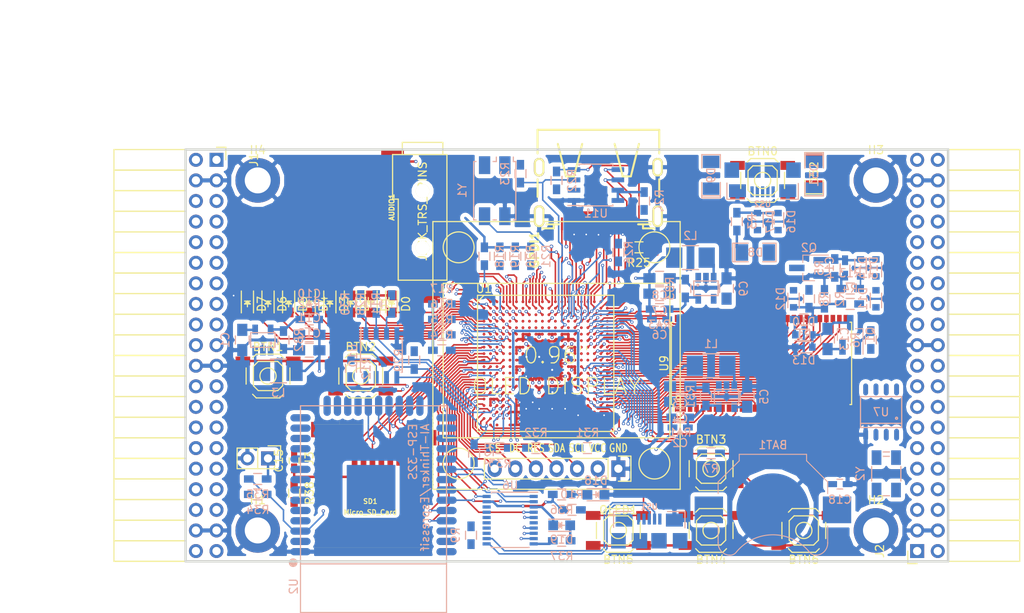
<source format=kicad_pcb>
(kicad_pcb (version 4) (host pcbnew 4.0.5+dfsg1-4)
  (layers (0 F.Cu signal) (1 In1.Cu signal) (2 In2.Cu signal) (31 B.Cu signal) (34 B.Paste user) (35 F.Paste user) (36 B.SilkS user) (37 F.SilkS user) (38 B.Mask user) (39 F.Mask user) (44 Edge.Cuts user))
  (net 0 "")
  (net 1 GND)
  (net 2 +5V)
  (net 3 /gpio/IN5V)
  (net 4 /gpio/OUT5V)
  (net 5 +3V3)
  (net 6 "Net-(L1-Pad1)")
  (net 7 "Net-(L2-Pad1)")
  (net 8 +1V2)
  (net 9 BTN_D)
  (net 10 BTN_F1)
  (net 11 BTN_F2)
  (net 12 BTN_L)
  (net 13 BTN_R)
  (net 14 BTN_U)
  (net 15 /power/FB1)
  (net 16 +2V5)
  (net 17 "Net-(L3-Pad1)")
  (net 18 /power/PWREN)
  (net 19 /power/FB3)
  (net 20 /power/FB2)
  (net 21 "Net-(D9-Pad1)")
  (net 22 /power/VBAT)
  (net 23 JTAG_TDI)
  (net 24 JTAG_TCK)
  (net 25 JTAG_TMS)
  (net 26 JTAG_TDO)
  (net 27 /power/WAKEUPn)
  (net 28 /power/WKUP)
  (net 29 /power/SHUT)
  (net 30 /power/WAKE)
  (net 31 /power/HOLD)
  (net 32 /power/WKn)
  (net 33 /power/OSCI_32k)
  (net 34 /power/OSCO_32k)
  (net 35 "Net-(Q2-Pad3)")
  (net 36 SHUTDOWN)
  (net 37 /analog/AUDIO_L)
  (net 38 /analog/AUDIO_R)
  (net 39 GPDI_5V_SCL)
  (net 40 GPDI_5V_SDA)
  (net 41 GPDI_SDA)
  (net 42 GPDI_SCL)
  (net 43 /gpdi/VREF2)
  (net 44 /blinkey/BTNPU)
  (net 45 SD_CMD)
  (net 46 SD_CLK)
  (net 47 SD_D0)
  (net 48 SD_D1)
  (net 49 USB5V)
  (net 50 "Net-(BTN0-Pad1)")
  (net 51 GPDI_CEC)
  (net 52 nRESET)
  (net 53 FTDI_nDTR)
  (net 54 SDRAM_CKE)
  (net 55 SDRAM_A7)
  (net 56 SDRAM_D15)
  (net 57 SDRAM_BA1)
  (net 58 SDRAM_D7)
  (net 59 SDRAM_A6)
  (net 60 SDRAM_CLK)
  (net 61 SDRAM_D13)
  (net 62 SDRAM_BA0)
  (net 63 SDRAM_D6)
  (net 64 SDRAM_A5)
  (net 65 SDRAM_D14)
  (net 66 SDRAM_A11)
  (net 67 SDRAM_D12)
  (net 68 SDRAM_D5)
  (net 69 SDRAM_A4)
  (net 70 SDRAM_A10)
  (net 71 SDRAM_D11)
  (net 72 SDRAM_A3)
  (net 73 SDRAM_D4)
  (net 74 SDRAM_D10)
  (net 75 SDRAM_D9)
  (net 76 SDRAM_A9)
  (net 77 SDRAM_D3)
  (net 78 SDRAM_D8)
  (net 79 SDRAM_A8)
  (net 80 SDRAM_A2)
  (net 81 SDRAM_A1)
  (net 82 SDRAM_A0)
  (net 83 SDRAM_D2)
  (net 84 SDRAM_D1)
  (net 85 SDRAM_D0)
  (net 86 SDRAM_DQM0)
  (net 87 SDRAM_nCS)
  (net 88 SDRAM_nRAS)
  (net 89 SDRAM_DQM1)
  (net 90 SDRAM_nCAS)
  (net 91 SDRAM_nWE)
  (net 92 /flash/FLASH_nWP)
  (net 93 /flash/FLASH_nHOLD)
  (net 94 /flash/FLASH_MOSI)
  (net 95 /flash/FLASH_MISO)
  (net 96 /flash/FLASH_SCK)
  (net 97 /flash/FLASH_nCS)
  (net 98 /flash/FPGA_PROGRAMN)
  (net 99 /flash/FPGA_DONE)
  (net 100 /flash/FPGA_INITN)
  (net 101 OLED_RES)
  (net 102 OLED_DC)
  (net 103 OLED_CS)
  (net 104 WIFI_EN)
  (net 105 FTDI_nRTS)
  (net 106 WIFI_GPIO2)
  (net 107 FTDI_TXD)
  (net 108 FTDI_RXD)
  (net 109 WIFI_RXD)
  (net 110 WIFI_GPIO0)
  (net 111 WIFI_TXD)
  (net 112 /gpdi/CLK_25MHz)
  (net 113 GPDI_ETH-)
  (net 114 GPDI_ETH+)
  (net 115 GPDI_D2+)
  (net 116 GPDI_D2-)
  (net 117 GPDI_D1+)
  (net 118 GPDI_D1-)
  (net 119 GPDI_D0+)
  (net 120 GPDI_D0-)
  (net 121 GPDI_CLK+)
  (net 122 GPDI_CLK-)
  (net 123 USB_FPGA_D+)
  (net 124 USB_FPGA_D-)
  (net 125 USB_FTDI_D+)
  (net 126 USB_FTDI_D-)
  (net 127 J1_17-)
  (net 128 J1_17+)
  (net 129 J1_23-)
  (net 130 J1_23+)
  (net 131 J1_25-)
  (net 132 J1_25+)
  (net 133 J1_27-)
  (net 134 J1_27+)
  (net 135 J1_29-)
  (net 136 J1_29+)
  (net 137 J1_31-)
  (net 138 J1_31+)
  (net 139 J1_33-)
  (net 140 J1_33+)
  (net 141 J1_35-)
  (net 142 J1_35+)
  (net 143 J2_5-)
  (net 144 J2_5+)
  (net 145 J2_7-)
  (net 146 J2_7+)
  (net 147 J2_9-)
  (net 148 J2_9+)
  (net 149 J2_13-)
  (net 150 J2_13+)
  (net 151 J2_17-)
  (net 152 J2_17+)
  (net 153 J2_11-)
  (net 154 J2_11+)
  (net 155 J2_23-)
  (net 156 J2_23+)
  (net 157 J1_5-)
  (net 158 J1_5+)
  (net 159 J1_7-)
  (net 160 J1_7+)
  (net 161 J1_9-)
  (net 162 J1_9+)
  (net 163 J1_11-)
  (net 164 J1_11+)
  (net 165 J1_13-)
  (net 166 J1_13+)
  (net 167 J1_15-)
  (net 168 J1_15+)
  (net 169 J2_15-)
  (net 170 J2_15+)
  (net 171 J2_25-)
  (net 172 J2_25+)
  (net 173 J2_27-)
  (net 174 J2_27+)
  (net 175 J2_29-)
  (net 176 J2_29+)
  (net 177 J2_31-)
  (net 178 J2_31+)
  (net 179 J2_33-)
  (net 180 J2_33+)
  (net 181 J2_35-)
  (net 182 J2_35+)
  (net 183 SD_D3)
  (net 184 AUDIO_L3)
  (net 185 AUDIO_L2)
  (net 186 AUDIO_L1)
  (net 187 AUDIO_L0)
  (net 188 AUDIO_R3)
  (net 189 AUDIO_R2)
  (net 190 AUDIO_R1)
  (net 191 AUDIO_R0)
  (net 192 OLED_CLK)
  (net 193 OLED_MOSI)
  (net 194 WIFI_GPIO15)
  (net 195 LED0)
  (net 196 LED1)
  (net 197 LED2)
  (net 198 LED3)
  (net 199 LED4)
  (net 200 LED5)
  (net 201 LED6)
  (net 202 LED7)
  (net 203 BTN_PWRn)
  (net 204 "Net-(J3-Pad1)")
  (net 205 FTDI_nTXLED)
  (net 206 FTDI_nSLEEP)
  (net 207 /blinkey/LED_PWREN)
  (net 208 /blinkey/LED_TXLED)
  (net 209 FT3V3)
  (net 210 /sdcard/SD3V3)
  (net 211 SD_D2)
  (net 212 FTDI_nSUSPEND)
  (module lfe5bg381:BGA-381_pitch0.8mm_dia0.4mm (layer F.Cu) (at 138.48 87.8)
    (fp_text reference U1 (at -7.6 -9.2) (layer F.SilkS))
    (fp_text value LFE5U-25F-6BG381C)
    (pad A2 smd circle (at -6.8 -7.6) (size 0.35 0.35) (layers F.Cu F.Paste F.Mask) (net 134 J1_27+))
    (pad A3 smd circle (at -6 -7.6) (size 0.35 0.35) (layers F.Cu F.Paste F.Mask) (net 188 AUDIO_R3))
    (pad A4 smd circle (at -5.2 -7.6) (size 0.35 0.35) (layers F.Cu F.Paste F.Mask) (net 132 J1_25+))
    (pad A5 smd circle (at -4.4 -7.6) (size 0.35 0.35) (layers F.Cu F.Paste F.Mask) (net 131 J1_25-))
    (pad A6 smd circle (at -3.6 -7.6) (size 0.35 0.35) (layers F.Cu F.Paste F.Mask) (net 130 J1_23+))
    (pad A7 smd circle (at -2.8 -7.6) (size 0.35 0.35) (layers F.Cu F.Paste F.Mask) (net 166 J1_13+))
    (pad A8 smd circle (at -2 -7.6) (size 0.35 0.35) (layers F.Cu F.Paste F.Mask) (net 165 J1_13-))
    (pad A9 smd circle (at -1.2 -7.6) (size 0.35 0.35) (layers F.Cu F.Paste F.Mask) (net 161 J1_9-))
    (pad A10 smd circle (at -0.4 -7.6) (size 0.35 0.35) (layers F.Cu F.Paste F.Mask) (net 160 J1_7+))
    (pad A11 smd circle (at 0.4 -7.6) (size 0.35 0.35) (layers F.Cu F.Paste F.Mask) (net 159 J1_7-))
    (pad A12 smd circle (at 1.2 -7.6) (size 0.35 0.35) (layers F.Cu F.Paste F.Mask) (net 114 GPDI_ETH+))
    (pad A13 smd circle (at 2 -7.6) (size 0.35 0.35) (layers F.Cu F.Paste F.Mask) (net 113 GPDI_ETH-))
    (pad A14 smd circle (at 2.8 -7.6) (size 0.35 0.35) (layers F.Cu F.Paste F.Mask) (net 115 GPDI_D2+))
    (pad A15 smd circle (at 3.6 -7.6) (size 0.35 0.35) (layers F.Cu F.Paste F.Mask))
    (pad A16 smd circle (at 4.4 -7.6) (size 0.35 0.35) (layers F.Cu F.Paste F.Mask) (net 117 GPDI_D1+))
    (pad A17 smd circle (at 5.2 -7.6) (size 0.35 0.35) (layers F.Cu F.Paste F.Mask) (net 119 GPDI_D0+))
    (pad A18 smd circle (at 6 -7.6) (size 0.35 0.35) (layers F.Cu F.Paste F.Mask) (net 121 GPDI_CLK+))
    (pad A19 smd circle (at 6.8 -7.6) (size 0.35 0.35) (layers F.Cu F.Paste F.Mask) (net 51 GPDI_CEC))
    (pad B1 smd circle (at -7.6 -6.8) (size 0.35 0.35) (layers F.Cu F.Paste F.Mask) (net 133 J1_27-))
    (pad B2 smd circle (at -6.8 -6.8) (size 0.35 0.35) (layers F.Cu F.Paste F.Mask) (net 195 LED0))
    (pad B3 smd circle (at -6 -6.8) (size 0.35 0.35) (layers F.Cu F.Paste F.Mask) (net 187 AUDIO_L0))
    (pad B4 smd circle (at -5.2 -6.8) (size 0.35 0.35) (layers F.Cu F.Paste F.Mask) (net 135 J1_29-))
    (pad B5 smd circle (at -4.4 -6.8) (size 0.35 0.35) (layers F.Cu F.Paste F.Mask) (net 189 AUDIO_R2))
    (pad B6 smd circle (at -3.6 -6.8) (size 0.35 0.35) (layers F.Cu F.Paste F.Mask) (net 129 J1_23-))
    (pad B7 smd circle (at -2.8 -6.8) (size 0.35 0.35) (layers F.Cu F.Paste F.Mask) (net 1 GND))
    (pad B8 smd circle (at -2 -6.8) (size 0.35 0.35) (layers F.Cu F.Paste F.Mask) (net 167 J1_15-))
    (pad B9 smd circle (at -1.2 -6.8) (size 0.35 0.35) (layers F.Cu F.Paste F.Mask) (net 164 J1_11+))
    (pad B10 smd circle (at -0.4 -6.8) (size 0.35 0.35) (layers F.Cu F.Paste F.Mask) (net 162 J1_9+))
    (pad B11 smd circle (at 0.4 -6.8) (size 0.35 0.35) (layers F.Cu F.Paste F.Mask) (net 158 J1_5+))
    (pad B12 smd circle (at 1.2 -6.8) (size 0.35 0.35) (layers F.Cu F.Paste F.Mask) (net 112 /gpdi/CLK_25MHz))
    (pad B13 smd circle (at 2 -6.8) (size 0.35 0.35) (layers F.Cu F.Paste F.Mask) (net 180 J2_33+))
    (pad B14 smd circle (at 2.8 -6.8) (size 0.35 0.35) (layers F.Cu F.Paste F.Mask) (net 1 GND))
    (pad B15 smd circle (at 3.6 -6.8) (size 0.35 0.35) (layers F.Cu F.Paste F.Mask) (net 178 J2_31+))
    (pad B16 smd circle (at 4.4 -6.8) (size 0.35 0.35) (layers F.Cu F.Paste F.Mask) (net 118 GPDI_D1-))
    (pad B17 smd circle (at 5.2 -6.8) (size 0.35 0.35) (layers F.Cu F.Paste F.Mask) (net 174 J2_27+))
    (pad B18 smd circle (at 6 -6.8) (size 0.35 0.35) (layers F.Cu F.Paste F.Mask) (net 120 GPDI_D0-))
    (pad B19 smd circle (at 6.8 -6.8) (size 0.35 0.35) (layers F.Cu F.Paste F.Mask) (net 122 GPDI_CLK-))
    (pad B20 smd circle (at 7.6 -6.8) (size 0.35 0.35) (layers F.Cu F.Paste F.Mask) (net 41 GPDI_SDA))
    (pad C1 smd circle (at -7.6 -6) (size 0.35 0.35) (layers F.Cu F.Paste F.Mask) (net 197 LED2))
    (pad C2 smd circle (at -6.8 -6) (size 0.35 0.35) (layers F.Cu F.Paste F.Mask) (net 196 LED1))
    (pad C3 smd circle (at -6 -6) (size 0.35 0.35) (layers F.Cu F.Paste F.Mask) (net 185 AUDIO_L2))
    (pad C4 smd circle (at -5.2 -6) (size 0.35 0.35) (layers F.Cu F.Paste F.Mask) (net 136 J1_29+))
    (pad C5 smd circle (at -4.4 -6) (size 0.35 0.35) (layers F.Cu F.Paste F.Mask) (net 190 AUDIO_R1))
    (pad C6 smd circle (at -3.6 -6) (size 0.35 0.35) (layers F.Cu F.Paste F.Mask) (net 128 J1_17+))
    (pad C7 smd circle (at -2.8 -6) (size 0.35 0.35) (layers F.Cu F.Paste F.Mask) (net 127 J1_17-))
    (pad C8 smd circle (at -2 -6) (size 0.35 0.35) (layers F.Cu F.Paste F.Mask) (net 168 J1_15+))
    (pad C9 smd circle (at -1.2 -6) (size 0.35 0.35) (layers F.Cu F.Paste F.Mask))
    (pad C10 smd circle (at -0.4 -6) (size 0.35 0.35) (layers F.Cu F.Paste F.Mask) (net 163 J1_11-))
    (pad C11 smd circle (at 0.4 -6) (size 0.35 0.35) (layers F.Cu F.Paste F.Mask) (net 157 J1_5-))
    (pad C12 smd circle (at 1.2 -6) (size 0.35 0.35) (layers F.Cu F.Paste F.Mask) (net 42 GPDI_SCL))
    (pad C13 smd circle (at 2 -6) (size 0.35 0.35) (layers F.Cu F.Paste F.Mask) (net 179 J2_33-))
    (pad C14 smd circle (at 2.8 -6) (size 0.35 0.35) (layers F.Cu F.Paste F.Mask) (net 116 GPDI_D2-))
    (pad C15 smd circle (at 3.6 -6) (size 0.35 0.35) (layers F.Cu F.Paste F.Mask) (net 177 J2_31-))
    (pad C16 smd circle (at 4.4 -6) (size 0.35 0.35) (layers F.Cu F.Paste F.Mask) (net 176 J2_29+))
    (pad C17 smd circle (at 5.2 -6) (size 0.35 0.35) (layers F.Cu F.Paste F.Mask) (net 173 J2_27-))
    (pad C18 smd circle (at 6 -6) (size 0.35 0.35) (layers F.Cu F.Paste F.Mask) (net 156 J2_23+))
    (pad C19 smd circle (at 6.8 -6) (size 0.35 0.35) (layers F.Cu F.Paste F.Mask) (net 1 GND))
    (pad C20 smd circle (at 7.6 -6) (size 0.35 0.35) (layers F.Cu F.Paste F.Mask) (net 56 SDRAM_D15))
    (pad D1 smd circle (at -7.6 -5.2) (size 0.35 0.35) (layers F.Cu F.Paste F.Mask) (net 199 LED4))
    (pad D2 smd circle (at -6.8 -5.2) (size 0.35 0.35) (layers F.Cu F.Paste F.Mask) (net 198 LED3))
    (pad D3 smd circle (at -6 -5.2) (size 0.35 0.35) (layers F.Cu F.Paste F.Mask) (net 186 AUDIO_L1))
    (pad D4 smd circle (at -5.2 -5.2) (size 0.35 0.35) (layers F.Cu F.Paste F.Mask) (net 1 GND))
    (pad D5 smd circle (at -4.4 -5.2) (size 0.35 0.35) (layers F.Cu F.Paste F.Mask))
    (pad D6 smd circle (at -3.6 -5.2) (size 0.35 0.35) (layers F.Cu F.Paste F.Mask) (net 203 BTN_PWRn))
    (pad D7 smd circle (at -2.8 -5.2) (size 0.35 0.35) (layers F.Cu F.Paste F.Mask))
    (pad D8 smd circle (at -2 -5.2) (size 0.35 0.35) (layers F.Cu F.Paste F.Mask))
    (pad D9 smd circle (at -1.2 -5.2) (size 0.35 0.35) (layers F.Cu F.Paste F.Mask))
    (pad D10 smd circle (at -0.4 -5.2) (size 0.35 0.35) (layers F.Cu F.Paste F.Mask))
    (pad D11 smd circle (at 0.4 -5.2) (size 0.35 0.35) (layers F.Cu F.Paste F.Mask) (net 14 BTN_U))
    (pad D12 smd circle (at 1.2 -5.2) (size 0.35 0.35) (layers F.Cu F.Paste F.Mask))
    (pad D13 smd circle (at 2 -5.2) (size 0.35 0.35) (layers F.Cu F.Paste F.Mask) (net 182 J2_35+))
    (pad D14 smd circle (at 2.8 -5.2) (size 0.35 0.35) (layers F.Cu F.Paste F.Mask))
    (pad D15 smd circle (at 3.6 -5.2) (size 0.35 0.35) (layers F.Cu F.Paste F.Mask) (net 172 J2_25+))
    (pad D16 smd circle (at 4.4 -5.2) (size 0.35 0.35) (layers F.Cu F.Paste F.Mask) (net 175 J2_29-))
    (pad D17 smd circle (at 5.2 -5.2) (size 0.35 0.35) (layers F.Cu F.Paste F.Mask) (net 155 J2_23-))
    (pad D18 smd circle (at 6 -5.2) (size 0.35 0.35) (layers F.Cu F.Paste F.Mask) (net 152 J2_17+))
    (pad D19 smd circle (at 6.8 -5.2) (size 0.35 0.35) (layers F.Cu F.Paste F.Mask) (net 65 SDRAM_D14))
    (pad D20 smd circle (at 7.6 -5.2) (size 0.35 0.35) (layers F.Cu F.Paste F.Mask) (net 61 SDRAM_D13))
    (pad E1 smd circle (at -7.6 -4.4) (size 0.35 0.35) (layers F.Cu F.Paste F.Mask) (net 201 LED6))
    (pad E2 smd circle (at -6.8 -4.4) (size 0.35 0.35) (layers F.Cu F.Paste F.Mask) (net 200 LED5))
    (pad E3 smd circle (at -6 -4.4) (size 0.35 0.35) (layers F.Cu F.Paste F.Mask) (net 137 J1_31-))
    (pad E4 smd circle (at -5.2 -4.4) (size 0.35 0.35) (layers F.Cu F.Paste F.Mask))
    (pad E5 smd circle (at -4.4 -4.4) (size 0.35 0.35) (layers F.Cu F.Paste F.Mask) (net 184 AUDIO_L3))
    (pad E6 smd circle (at -3.6 -4.4) (size 0.35 0.35) (layers F.Cu F.Paste F.Mask))
    (pad E7 smd circle (at -2.8 -4.4) (size 0.35 0.35) (layers F.Cu F.Paste F.Mask))
    (pad E8 smd circle (at -2 -4.4) (size 0.35 0.35) (layers F.Cu F.Paste F.Mask))
    (pad E9 smd circle (at -1.2 -4.4) (size 0.35 0.35) (layers F.Cu F.Paste F.Mask))
    (pad E10 smd circle (at -0.4 -4.4) (size 0.35 0.35) (layers F.Cu F.Paste F.Mask))
    (pad E11 smd circle (at 0.4 -4.4) (size 0.35 0.35) (layers F.Cu F.Paste F.Mask))
    (pad E12 smd circle (at 1.2 -4.4) (size 0.35 0.35) (layers F.Cu F.Paste F.Mask))
    (pad E13 smd circle (at 2 -4.4) (size 0.35 0.35) (layers F.Cu F.Paste F.Mask) (net 181 J2_35-))
    (pad E14 smd circle (at 2.8 -4.4) (size 0.35 0.35) (layers F.Cu F.Paste F.Mask))
    (pad E15 smd circle (at 3.6 -4.4) (size 0.35 0.35) (layers F.Cu F.Paste F.Mask) (net 171 J2_25-))
    (pad E16 smd circle (at 4.4 -4.4) (size 0.35 0.35) (layers F.Cu F.Paste F.Mask))
    (pad E17 smd circle (at 5.2 -4.4) (size 0.35 0.35) (layers F.Cu F.Paste F.Mask) (net 151 J2_17-))
    (pad E18 smd circle (at 6 -4.4) (size 0.35 0.35) (layers F.Cu F.Paste F.Mask) (net 73 SDRAM_D4))
    (pad E19 smd circle (at 6.8 -4.4) (size 0.35 0.35) (layers F.Cu F.Paste F.Mask) (net 67 SDRAM_D12))
    (pad E20 smd circle (at 7.6 -4.4) (size 0.35 0.35) (layers F.Cu F.Paste F.Mask) (net 71 SDRAM_D11))
    (pad F1 smd circle (at -7.6 -3.6) (size 0.35 0.35) (layers F.Cu F.Paste F.Mask))
    (pad F2 smd circle (at -6.8 -3.6) (size 0.35 0.35) (layers F.Cu F.Paste F.Mask) (net 202 LED7))
    (pad F3 smd circle (at -6 -3.6) (size 0.35 0.35) (layers F.Cu F.Paste F.Mask) (net 139 J1_33-))
    (pad F4 smd circle (at -5.2 -3.6) (size 0.35 0.35) (layers F.Cu F.Paste F.Mask) (net 138 J1_31+))
    (pad F5 smd circle (at -4.4 -3.6) (size 0.35 0.35) (layers F.Cu F.Paste F.Mask) (net 191 AUDIO_R0))
    (pad F6 smd circle (at -3.6 -3.6) (size 0.35 0.35) (layers F.Cu F.Paste F.Mask) (net 16 +2V5))
    (pad F7 smd circle (at -2.8 -3.6) (size 0.35 0.35) (layers F.Cu F.Paste F.Mask) (net 1 GND))
    (pad F8 smd circle (at -2 -3.6) (size 0.35 0.35) (layers F.Cu F.Paste F.Mask) (net 1 GND))
    (pad F9 smd circle (at -1.2 -3.6) (size 0.35 0.35) (layers F.Cu F.Paste F.Mask) (net 5 +3V3))
    (pad F10 smd circle (at -0.4 -3.6) (size 0.35 0.35) (layers F.Cu F.Paste F.Mask) (net 5 +3V3))
    (pad F11 smd circle (at 0.4 -3.6) (size 0.35 0.35) (layers F.Cu F.Paste F.Mask) (net 5 +3V3))
    (pad F12 smd circle (at 1.2 -3.6) (size 0.35 0.35) (layers F.Cu F.Paste F.Mask) (net 5 +3V3))
    (pad F13 smd circle (at 2 -3.6) (size 0.35 0.35) (layers F.Cu F.Paste F.Mask) (net 1 GND))
    (pad F14 smd circle (at 2.8 -3.6) (size 0.35 0.35) (layers F.Cu F.Paste F.Mask) (net 1 GND))
    (pad F15 smd circle (at 3.6 -3.6) (size 0.35 0.35) (layers F.Cu F.Paste F.Mask) (net 16 +2V5))
    (pad F16 smd circle (at 4.4 -3.6) (size 0.35 0.35) (layers F.Cu F.Paste F.Mask))
    (pad F17 smd circle (at 5.2 -3.6) (size 0.35 0.35) (layers F.Cu F.Paste F.Mask) (net 170 J2_15+))
    (pad F18 smd circle (at 6 -3.6) (size 0.35 0.35) (layers F.Cu F.Paste F.Mask) (net 68 SDRAM_D5))
    (pad F19 smd circle (at 6.8 -3.6) (size 0.35 0.35) (layers F.Cu F.Paste F.Mask) (net 74 SDRAM_D10))
    (pad F20 smd circle (at 7.6 -3.6) (size 0.35 0.35) (layers F.Cu F.Paste F.Mask) (net 75 SDRAM_D9))
    (pad G1 smd circle (at -7.6 -2.8) (size 0.35 0.35) (layers F.Cu F.Paste F.Mask))
    (pad G2 smd circle (at -6.8 -2.8) (size 0.35 0.35) (layers F.Cu F.Paste F.Mask) (net 104 WIFI_EN))
    (pad G3 smd circle (at -6 -2.8) (size 0.35 0.35) (layers F.Cu F.Paste F.Mask) (net 140 J1_33+))
    (pad G4 smd circle (at -5.2 -2.8) (size 0.35 0.35) (layers F.Cu F.Paste F.Mask) (net 1 GND))
    (pad G5 smd circle (at -4.4 -2.8) (size 0.35 0.35) (layers F.Cu F.Paste F.Mask) (net 141 J1_35-))
    (pad G6 smd circle (at -3.6 -2.8) (size 0.35 0.35) (layers F.Cu F.Paste F.Mask) (net 1 GND))
    (pad G7 smd circle (at -2.8 -2.8) (size 0.35 0.35) (layers F.Cu F.Paste F.Mask) (net 1 GND))
    (pad G8 smd circle (at -2 -2.8) (size 0.35 0.35) (layers F.Cu F.Paste F.Mask) (net 1 GND))
    (pad G9 smd circle (at -1.2 -2.8) (size 0.35 0.35) (layers F.Cu F.Paste F.Mask) (net 1 GND))
    (pad G10 smd circle (at -0.4 -2.8) (size 0.35 0.35) (layers F.Cu F.Paste F.Mask) (net 1 GND))
    (pad G11 smd circle (at 0.4 -2.8) (size 0.35 0.35) (layers F.Cu F.Paste F.Mask) (net 1 GND))
    (pad G12 smd circle (at 1.2 -2.8) (size 0.35 0.35) (layers F.Cu F.Paste F.Mask) (net 1 GND))
    (pad G13 smd circle (at 2 -2.8) (size 0.35 0.35) (layers F.Cu F.Paste F.Mask) (net 1 GND))
    (pad G14 smd circle (at 2.8 -2.8) (size 0.35 0.35) (layers F.Cu F.Paste F.Mask) (net 1 GND))
    (pad G15 smd circle (at 3.6 -2.8) (size 0.35 0.35) (layers F.Cu F.Paste F.Mask) (net 1 GND))
    (pad G16 smd circle (at 4.4 -2.8) (size 0.35 0.35) (layers F.Cu F.Paste F.Mask))
    (pad G17 smd circle (at 5.2 -2.8) (size 0.35 0.35) (layers F.Cu F.Paste F.Mask) (net 1 GND))
    (pad G18 smd circle (at 6 -2.8) (size 0.35 0.35) (layers F.Cu F.Paste F.Mask) (net 169 J2_15-))
    (pad G19 smd circle (at 6.8 -2.8) (size 0.35 0.35) (layers F.Cu F.Paste F.Mask) (net 78 SDRAM_D8))
    (pad G20 smd circle (at 7.6 -2.8) (size 0.35 0.35) (layers F.Cu F.Paste F.Mask) (net 89 SDRAM_DQM1))
    (pad H1 smd circle (at -7.6 -2) (size 0.35 0.35) (layers F.Cu F.Paste F.Mask) (net 183 SD_D3))
    (pad H2 smd circle (at -6.8 -2) (size 0.35 0.35) (layers F.Cu F.Paste F.Mask) (net 211 SD_D2))
    (pad H3 smd circle (at -6 -2) (size 0.35 0.35) (layers F.Cu F.Paste F.Mask))
    (pad H4 smd circle (at -5.2 -2) (size 0.35 0.35) (layers F.Cu F.Paste F.Mask) (net 142 J1_35+))
    (pad H5 smd circle (at -4.4 -2) (size 0.35 0.35) (layers F.Cu F.Paste F.Mask))
    (pad H6 smd circle (at -3.6 -2) (size 0.35 0.35) (layers F.Cu F.Paste F.Mask) (net 5 +3V3))
    (pad H7 smd circle (at -2.8 -2) (size 0.35 0.35) (layers F.Cu F.Paste F.Mask) (net 5 +3V3))
    (pad H8 smd circle (at -2 -2) (size 0.35 0.35) (layers F.Cu F.Paste F.Mask) (net 8 +1V2))
    (pad H9 smd circle (at -1.2 -2) (size 0.35 0.35) (layers F.Cu F.Paste F.Mask) (net 8 +1V2))
    (pad H10 smd circle (at -0.4 -2) (size 0.35 0.35) (layers F.Cu F.Paste F.Mask) (net 8 +1V2))
    (pad H11 smd circle (at 0.4 -2) (size 0.35 0.35) (layers F.Cu F.Paste F.Mask) (net 8 +1V2))
    (pad H12 smd circle (at 1.2 -2) (size 0.35 0.35) (layers F.Cu F.Paste F.Mask) (net 8 +1V2))
    (pad H13 smd circle (at 2 -2) (size 0.35 0.35) (layers F.Cu F.Paste F.Mask) (net 8 +1V2))
    (pad H14 smd circle (at 2.8 -2) (size 0.35 0.35) (layers F.Cu F.Paste F.Mask) (net 5 +3V3))
    (pad H15 smd circle (at 3.6 -2) (size 0.35 0.35) (layers F.Cu F.Paste F.Mask) (net 5 +3V3))
    (pad H16 smd circle (at 4.4 -2) (size 0.35 0.35) (layers F.Cu F.Paste F.Mask))
    (pad H17 smd circle (at 5.2 -2) (size 0.35 0.35) (layers F.Cu F.Paste F.Mask) (net 149 J2_13-))
    (pad H18 smd circle (at 6 -2) (size 0.35 0.35) (layers F.Cu F.Paste F.Mask) (net 150 J2_13+))
    (pad H19 smd circle (at 6.8 -2) (size 0.35 0.35) (layers F.Cu F.Paste F.Mask) (net 1 GND))
    (pad H20 smd circle (at 7.6 -2) (size 0.35 0.35) (layers F.Cu F.Paste F.Mask) (net 60 SDRAM_CLK))
    (pad J1 smd circle (at -7.6 -1.2) (size 0.35 0.35) (layers F.Cu F.Paste F.Mask) (net 46 SD_CLK))
    (pad J2 smd circle (at -6.8 -1.2) (size 0.35 0.35) (layers F.Cu F.Paste F.Mask) (net 1 GND))
    (pad J3 smd circle (at -6 -1.2) (size 0.35 0.35) (layers F.Cu F.Paste F.Mask) (net 45 SD_CMD))
    (pad J4 smd circle (at -5.2 -1.2) (size 0.35 0.35) (layers F.Cu F.Paste F.Mask) (net 106 WIFI_GPIO2))
    (pad J5 smd circle (at -4.4 -1.2) (size 0.35 0.35) (layers F.Cu F.Paste F.Mask))
    (pad J6 smd circle (at -3.6 -1.2) (size 0.35 0.35) (layers F.Cu F.Paste F.Mask) (net 5 +3V3))
    (pad J7 smd circle (at -2.8 -1.2) (size 0.35 0.35) (layers F.Cu F.Paste F.Mask) (net 1 GND))
    (pad J8 smd circle (at -2 -1.2) (size 0.35 0.35) (layers F.Cu F.Paste F.Mask) (net 8 +1V2))
    (pad J9 smd circle (at -1.2 -1.2) (size 0.35 0.35) (layers F.Cu F.Paste F.Mask) (net 1 GND))
    (pad J10 smd circle (at -0.4 -1.2) (size 0.35 0.35) (layers F.Cu F.Paste F.Mask) (net 1 GND))
    (pad J11 smd circle (at 0.4 -1.2) (size 0.35 0.35) (layers F.Cu F.Paste F.Mask) (net 1 GND))
    (pad J12 smd circle (at 1.2 -1.2) (size 0.35 0.35) (layers F.Cu F.Paste F.Mask) (net 1 GND))
    (pad J13 smd circle (at 2 -1.2) (size 0.35 0.35) (layers F.Cu F.Paste F.Mask) (net 8 +1V2))
    (pad J14 smd circle (at 2.8 -1.2) (size 0.35 0.35) (layers F.Cu F.Paste F.Mask) (net 1 GND))
    (pad J15 smd circle (at 3.6 -1.2) (size 0.35 0.35) (layers F.Cu F.Paste F.Mask) (net 5 +3V3))
    (pad J16 smd circle (at 4.4 -1.2) (size 0.35 0.35) (layers F.Cu F.Paste F.Mask))
    (pad J17 smd circle (at 5.2 -1.2) (size 0.35 0.35) (layers F.Cu F.Paste F.Mask))
    (pad J18 smd circle (at 6 -1.2) (size 0.35 0.35) (layers F.Cu F.Paste F.Mask) (net 77 SDRAM_D3))
    (pad J19 smd circle (at 6.8 -1.2) (size 0.35 0.35) (layers F.Cu F.Paste F.Mask) (net 54 SDRAM_CKE))
    (pad J20 smd circle (at 7.6 -1.2) (size 0.35 0.35) (layers F.Cu F.Paste F.Mask) (net 66 SDRAM_A11))
    (pad K1 smd circle (at -7.6 -0.4) (size 0.35 0.35) (layers F.Cu F.Paste F.Mask) (net 48 SD_D1))
    (pad K2 smd circle (at -6.8 -0.4) (size 0.35 0.35) (layers F.Cu F.Paste F.Mask) (net 47 SD_D0))
    (pad K3 smd circle (at -6 -0.4) (size 0.35 0.35) (layers F.Cu F.Paste F.Mask) (net 109 WIFI_RXD))
    (pad K4 smd circle (at -5.2 -0.4) (size 0.35 0.35) (layers F.Cu F.Paste F.Mask) (net 111 WIFI_TXD))
    (pad K5 smd circle (at -4.4 -0.4) (size 0.35 0.35) (layers F.Cu F.Paste F.Mask) (net 124 USB_FPGA_D-))
    (pad K6 smd circle (at -3.6 -0.4) (size 0.35 0.35) (layers F.Cu F.Paste F.Mask) (net 1 GND))
    (pad K7 smd circle (at -2.8 -0.4) (size 0.35 0.35) (layers F.Cu F.Paste F.Mask) (net 1 GND))
    (pad K8 smd circle (at -2 -0.4) (size 0.35 0.35) (layers F.Cu F.Paste F.Mask) (net 8 +1V2))
    (pad K9 smd circle (at -1.2 -0.4) (size 0.35 0.35) (layers F.Cu F.Paste F.Mask) (net 1 GND))
    (pad K10 smd circle (at -0.4 -0.4) (size 0.35 0.35) (layers F.Cu F.Paste F.Mask) (net 1 GND))
    (pad K11 smd circle (at 0.4 -0.4) (size 0.35 0.35) (layers F.Cu F.Paste F.Mask) (net 1 GND))
    (pad K12 smd circle (at 1.2 -0.4) (size 0.35 0.35) (layers F.Cu F.Paste F.Mask) (net 1 GND))
    (pad K13 smd circle (at 2 -0.4) (size 0.35 0.35) (layers F.Cu F.Paste F.Mask) (net 8 +1V2))
    (pad K14 smd circle (at 2.8 -0.4) (size 0.35 0.35) (layers F.Cu F.Paste F.Mask) (net 1 GND))
    (pad K15 smd circle (at 3.6 -0.4) (size 0.35 0.35) (layers F.Cu F.Paste F.Mask) (net 1 GND))
    (pad K16 smd circle (at 4.4 -0.4) (size 0.35 0.35) (layers F.Cu F.Paste F.Mask))
    (pad K17 smd circle (at 5.2 -0.4) (size 0.35 0.35) (layers F.Cu F.Paste F.Mask))
    (pad K18 smd circle (at 6 -0.4) (size 0.35 0.35) (layers F.Cu F.Paste F.Mask) (net 83 SDRAM_D2))
    (pad K19 smd circle (at 6.8 -0.4) (size 0.35 0.35) (layers F.Cu F.Paste F.Mask) (net 76 SDRAM_A9))
    (pad K20 smd circle (at 7.6 -0.4) (size 0.35 0.35) (layers F.Cu F.Paste F.Mask) (net 79 SDRAM_A8))
    (pad L1 smd circle (at -7.6 0.4) (size 0.35 0.35) (layers F.Cu F.Paste F.Mask))
    (pad L2 smd circle (at -6.8 0.4) (size 0.35 0.35) (layers F.Cu F.Paste F.Mask) (net 110 WIFI_GPIO0))
    (pad L3 smd circle (at -6 0.4) (size 0.35 0.35) (layers F.Cu F.Paste F.Mask))
    (pad L4 smd circle (at -5.2 0.4) (size 0.35 0.35) (layers F.Cu F.Paste F.Mask) (net 108 FTDI_RXD))
    (pad L5 smd circle (at -4.4 0.4) (size 0.35 0.35) (layers F.Cu F.Paste F.Mask) (net 123 USB_FPGA_D+))
    (pad L6 smd circle (at -3.6 0.4) (size 0.35 0.35) (layers F.Cu F.Paste F.Mask) (net 5 +3V3))
    (pad L7 smd circle (at -2.8 0.4) (size 0.35 0.35) (layers F.Cu F.Paste F.Mask) (net 5 +3V3))
    (pad L8 smd circle (at -2 0.4) (size 0.35 0.35) (layers F.Cu F.Paste F.Mask) (net 8 +1V2))
    (pad L9 smd circle (at -1.2 0.4) (size 0.35 0.35) (layers F.Cu F.Paste F.Mask) (net 1 GND))
    (pad L10 smd circle (at -0.4 0.4) (size 0.35 0.35) (layers F.Cu F.Paste F.Mask) (net 1 GND))
    (pad L11 smd circle (at 0.4 0.4) (size 0.35 0.35) (layers F.Cu F.Paste F.Mask) (net 1 GND))
    (pad L12 smd circle (at 1.2 0.4) (size 0.35 0.35) (layers F.Cu F.Paste F.Mask) (net 1 GND))
    (pad L13 smd circle (at 2 0.4) (size 0.35 0.35) (layers F.Cu F.Paste F.Mask) (net 8 +1V2))
    (pad L14 smd circle (at 2.8 0.4) (size 0.35 0.35) (layers F.Cu F.Paste F.Mask) (net 5 +3V3))
    (pad L15 smd circle (at 3.6 0.4) (size 0.35 0.35) (layers F.Cu F.Paste F.Mask) (net 5 +3V3))
    (pad L16 smd circle (at 4.4 0.4) (size 0.35 0.35) (layers F.Cu F.Paste F.Mask) (net 154 J2_11+))
    (pad L17 smd circle (at 5.2 0.4) (size 0.35 0.35) (layers F.Cu F.Paste F.Mask) (net 153 J2_11-))
    (pad L18 smd circle (at 6 0.4) (size 0.35 0.35) (layers F.Cu F.Paste F.Mask) (net 84 SDRAM_D1))
    (pad L19 smd circle (at 6.8 0.4) (size 0.35 0.35) (layers F.Cu F.Paste F.Mask) (net 55 SDRAM_A7))
    (pad L20 smd circle (at 7.6 0.4) (size 0.35 0.35) (layers F.Cu F.Paste F.Mask) (net 59 SDRAM_A6))
    (pad M1 smd circle (at -7.6 1.2) (size 0.35 0.35) (layers F.Cu F.Paste F.Mask) (net 107 FTDI_TXD))
    (pad M2 smd circle (at -6.8 1.2) (size 0.35 0.35) (layers F.Cu F.Paste F.Mask) (net 1 GND))
    (pad M3 smd circle (at -6 1.2) (size 0.35 0.35) (layers F.Cu F.Paste F.Mask) (net 105 FTDI_nRTS))
    (pad M4 smd circle (at -5.2 1.2) (size 0.35 0.35) (layers F.Cu F.Paste F.Mask))
    (pad M5 smd circle (at -4.4 1.2) (size 0.35 0.35) (layers F.Cu F.Paste F.Mask))
    (pad M6 smd circle (at -3.6 1.2) (size 0.35 0.35) (layers F.Cu F.Paste F.Mask) (net 5 +3V3))
    (pad M7 smd circle (at -2.8 1.2) (size 0.35 0.35) (layers F.Cu F.Paste F.Mask) (net 1 GND))
    (pad M8 smd circle (at -2 1.2) (size 0.35 0.35) (layers F.Cu F.Paste F.Mask) (net 8 +1V2))
    (pad M9 smd circle (at -1.2 1.2) (size 0.35 0.35) (layers F.Cu F.Paste F.Mask) (net 1 GND))
    (pad M10 smd circle (at -0.4 1.2) (size 0.35 0.35) (layers F.Cu F.Paste F.Mask) (net 1 GND))
    (pad M11 smd circle (at 0.4 1.2) (size 0.35 0.35) (layers F.Cu F.Paste F.Mask) (net 1 GND))
    (pad M12 smd circle (at 1.2 1.2) (size 0.35 0.35) (layers F.Cu F.Paste F.Mask) (net 1 GND))
    (pad M13 smd circle (at 2 1.2) (size 0.35 0.35) (layers F.Cu F.Paste F.Mask) (net 8 +1V2))
    (pad M14 smd circle (at 2.8 1.2) (size 0.35 0.35) (layers F.Cu F.Paste F.Mask) (net 1 GND))
    (pad M15 smd circle (at 3.6 1.2) (size 0.35 0.35) (layers F.Cu F.Paste F.Mask) (net 5 +3V3))
    (pad M16 smd circle (at 4.4 1.2) (size 0.35 0.35) (layers F.Cu F.Paste F.Mask) (net 1 GND))
    (pad M17 smd circle (at 5.2 1.2) (size 0.35 0.35) (layers F.Cu F.Paste F.Mask) (net 147 J2_9-))
    (pad M18 smd circle (at 6 1.2) (size 0.35 0.35) (layers F.Cu F.Paste F.Mask) (net 85 SDRAM_D0))
    (pad M19 smd circle (at 6.8 1.2) (size 0.35 0.35) (layers F.Cu F.Paste F.Mask) (net 64 SDRAM_A5))
    (pad M20 smd circle (at 7.6 1.2) (size 0.35 0.35) (layers F.Cu F.Paste F.Mask) (net 69 SDRAM_A4))
    (pad N1 smd circle (at -7.6 2) (size 0.35 0.35) (layers F.Cu F.Paste F.Mask) (net 53 FTDI_nDTR))
    (pad N2 smd circle (at -6.8 2) (size 0.35 0.35) (layers F.Cu F.Paste F.Mask) (net 103 OLED_CS))
    (pad N3 smd circle (at -6 2) (size 0.35 0.35) (layers F.Cu F.Paste F.Mask))
    (pad N4 smd circle (at -5.2 2) (size 0.35 0.35) (layers F.Cu F.Paste F.Mask) (net 194 WIFI_GPIO15))
    (pad N5 smd circle (at -4.4 2) (size 0.35 0.35) (layers F.Cu F.Paste F.Mask))
    (pad N6 smd circle (at -3.6 2) (size 0.35 0.35) (layers F.Cu F.Paste F.Mask) (net 1 GND))
    (pad N7 smd circle (at -2.8 2) (size 0.35 0.35) (layers F.Cu F.Paste F.Mask) (net 1 GND))
    (pad N8 smd circle (at -2 2) (size 0.35 0.35) (layers F.Cu F.Paste F.Mask) (net 8 +1V2))
    (pad N9 smd circle (at -1.2 2) (size 0.35 0.35) (layers F.Cu F.Paste F.Mask) (net 8 +1V2))
    (pad N10 smd circle (at -0.4 2) (size 0.35 0.35) (layers F.Cu F.Paste F.Mask) (net 8 +1V2))
    (pad N11 smd circle (at 0.4 2) (size 0.35 0.35) (layers F.Cu F.Paste F.Mask) (net 8 +1V2))
    (pad N12 smd circle (at 1.2 2) (size 0.35 0.35) (layers F.Cu F.Paste F.Mask) (net 8 +1V2))
    (pad N13 smd circle (at 2 2) (size 0.35 0.35) (layers F.Cu F.Paste F.Mask) (net 8 +1V2))
    (pad N14 smd circle (at 2.8 2) (size 0.35 0.35) (layers F.Cu F.Paste F.Mask) (net 1 GND))
    (pad N15 smd circle (at 3.6 2) (size 0.35 0.35) (layers F.Cu F.Paste F.Mask) (net 1 GND))
    (pad N16 smd circle (at 4.4 2) (size 0.35 0.35) (layers F.Cu F.Paste F.Mask) (net 148 J2_9+))
    (pad N17 smd circle (at 5.2 2) (size 0.35 0.35) (layers F.Cu F.Paste F.Mask) (net 146 J2_7+))
    (pad N18 smd circle (at 6 2) (size 0.35 0.35) (layers F.Cu F.Paste F.Mask) (net 63 SDRAM_D6))
    (pad N19 smd circle (at 6.8 2) (size 0.35 0.35) (layers F.Cu F.Paste F.Mask) (net 72 SDRAM_A3))
    (pad N20 smd circle (at 7.6 2) (size 0.35 0.35) (layers F.Cu F.Paste F.Mask) (net 80 SDRAM_A2))
    (pad P1 smd circle (at -7.6 2.8) (size 0.35 0.35) (layers F.Cu F.Paste F.Mask) (net 102 OLED_DC))
    (pad P2 smd circle (at -6.8 2.8) (size 0.35 0.35) (layers F.Cu F.Paste F.Mask) (net 101 OLED_RES))
    (pad P3 smd circle (at -6 2.8) (size 0.35 0.35) (layers F.Cu F.Paste F.Mask) (net 193 OLED_MOSI))
    (pad P4 smd circle (at -5.2 2.8) (size 0.35 0.35) (layers F.Cu F.Paste F.Mask) (net 192 OLED_CLK))
    (pad P5 smd circle (at -4.4 2.8) (size 0.35 0.35) (layers F.Cu F.Paste F.Mask))
    (pad P6 smd circle (at -3.6 2.8) (size 0.35 0.35) (layers F.Cu F.Paste F.Mask) (net 16 +2V5))
    (pad P7 smd circle (at -2.8 2.8) (size 0.35 0.35) (layers F.Cu F.Paste F.Mask) (net 1 GND))
    (pad P8 smd circle (at -2 2.8) (size 0.35 0.35) (layers F.Cu F.Paste F.Mask) (net 1 GND))
    (pad P9 smd circle (at -1.2 2.8) (size 0.35 0.35) (layers F.Cu F.Paste F.Mask) (net 5 +3V3))
    (pad P10 smd circle (at -0.4 2.8) (size 0.35 0.35) (layers F.Cu F.Paste F.Mask) (net 5 +3V3))
    (pad P11 smd circle (at 0.4 2.8) (size 0.35 0.35) (layers F.Cu F.Paste F.Mask) (net 1 GND))
    (pad P12 smd circle (at 1.2 2.8) (size 0.35 0.35) (layers F.Cu F.Paste F.Mask) (net 1 GND))
    (pad P13 smd circle (at 2 2.8) (size 0.35 0.35) (layers F.Cu F.Paste F.Mask) (net 1 GND))
    (pad P14 smd circle (at 2.8 2.8) (size 0.35 0.35) (layers F.Cu F.Paste F.Mask) (net 1 GND))
    (pad P15 smd circle (at 3.6 2.8) (size 0.35 0.35) (layers F.Cu F.Paste F.Mask) (net 16 +2V5))
    (pad P16 smd circle (at 4.4 2.8) (size 0.35 0.35) (layers F.Cu F.Paste F.Mask) (net 145 J2_7-))
    (pad P17 smd circle (at 5.2 2.8) (size 0.35 0.35) (layers F.Cu F.Paste F.Mask))
    (pad P18 smd circle (at 6 2.8) (size 0.35 0.35) (layers F.Cu F.Paste F.Mask) (net 58 SDRAM_D7))
    (pad P19 smd circle (at 6.8 2.8) (size 0.35 0.35) (layers F.Cu F.Paste F.Mask) (net 81 SDRAM_A1))
    (pad P20 smd circle (at 7.6 2.8) (size 0.35 0.35) (layers F.Cu F.Paste F.Mask) (net 82 SDRAM_A0))
    (pad R1 smd circle (at -7.6 3.6) (size 0.35 0.35) (layers F.Cu F.Paste F.Mask) (net 10 BTN_F1))
    (pad R2 smd circle (at -6.8 3.6) (size 0.35 0.35) (layers F.Cu F.Paste F.Mask) (net 97 /flash/FLASH_nCS))
    (pad R3 smd circle (at -6 3.6) (size 0.35 0.35) (layers F.Cu F.Paste F.Mask))
    (pad R4 smd circle (at -5.2 3.6) (size 0.35 0.35) (layers F.Cu F.Paste F.Mask) (net 1 GND))
    (pad R5 smd circle (at -4.4 3.6) (size 0.35 0.35) (layers F.Cu F.Paste F.Mask) (net 23 JTAG_TDI))
    (pad R16 smd circle (at 4.4 3.6) (size 0.35 0.35) (layers F.Cu F.Paste F.Mask))
    (pad R17 smd circle (at 5.2 3.6) (size 0.35 0.35) (layers F.Cu F.Paste F.Mask))
    (pad R18 smd circle (at 6 3.6) (size 0.35 0.35) (layers F.Cu F.Paste F.Mask) (net 86 SDRAM_DQM0))
    (pad R19 smd circle (at 6.8 3.6) (size 0.35 0.35) (layers F.Cu F.Paste F.Mask) (net 1 GND))
    (pad R20 smd circle (at 7.6 3.6) (size 0.35 0.35) (layers F.Cu F.Paste F.Mask) (net 70 SDRAM_A10))
    (pad T1 smd circle (at -7.6 4.4) (size 0.35 0.35) (layers F.Cu F.Paste F.Mask) (net 11 BTN_F2))
    (pad T2 smd circle (at -6.8 4.4) (size 0.35 0.35) (layers F.Cu F.Paste F.Mask) (net 5 +3V3))
    (pad T3 smd circle (at -6 4.4) (size 0.35 0.35) (layers F.Cu F.Paste F.Mask) (net 5 +3V3))
    (pad T4 smd circle (at -5.2 4.4) (size 0.35 0.35) (layers F.Cu F.Paste F.Mask) (net 5 +3V3))
    (pad T5 smd circle (at -4.4 4.4) (size 0.35 0.35) (layers F.Cu F.Paste F.Mask) (net 24 JTAG_TCK))
    (pad T6 smd circle (at -3.6 4.4) (size 0.35 0.35) (layers F.Cu F.Paste F.Mask) (net 1 GND))
    (pad T7 smd circle (at -2.8 4.4) (size 0.35 0.35) (layers F.Cu F.Paste F.Mask) (net 1 GND))
    (pad T8 smd circle (at -2 4.4) (size 0.35 0.35) (layers F.Cu F.Paste F.Mask) (net 1 GND))
    (pad T9 smd circle (at -1.2 4.4) (size 0.35 0.35) (layers F.Cu F.Paste F.Mask) (net 1 GND))
    (pad T10 smd circle (at -0.4 4.4) (size 0.35 0.35) (layers F.Cu F.Paste F.Mask) (net 1 GND))
    (pad T11 smd circle (at 0.4 4.4) (size 0.35 0.35) (layers F.Cu F.Paste F.Mask))
    (pad T12 smd circle (at 1.2 4.4) (size 0.35 0.35) (layers F.Cu F.Paste F.Mask))
    (pad T13 smd circle (at 2 4.4) (size 0.35 0.35) (layers F.Cu F.Paste F.Mask))
    (pad T14 smd circle (at 2.8 4.4) (size 0.35 0.35) (layers F.Cu F.Paste F.Mask))
    (pad T15 smd circle (at 3.6 4.4) (size 0.35 0.35) (layers F.Cu F.Paste F.Mask))
    (pad T16 smd circle (at 4.4 4.4) (size 0.35 0.35) (layers F.Cu F.Paste F.Mask))
    (pad T17 smd circle (at 5.2 4.4) (size 0.35 0.35) (layers F.Cu F.Paste F.Mask) (net 90 SDRAM_nCAS))
    (pad T18 smd circle (at 6 4.4) (size 0.35 0.35) (layers F.Cu F.Paste F.Mask) (net 91 SDRAM_nWE))
    (pad T19 smd circle (at 6.8 4.4) (size 0.35 0.35) (layers F.Cu F.Paste F.Mask) (net 57 SDRAM_BA1))
    (pad T20 smd circle (at 7.6 4.4) (size 0.35 0.35) (layers F.Cu F.Paste F.Mask) (net 62 SDRAM_BA0))
    (pad U1 smd circle (at -7.6 5.2) (size 0.35 0.35) (layers F.Cu F.Paste F.Mask) (net 12 BTN_L))
    (pad U2 smd circle (at -6.8 5.2) (size 0.35 0.35) (layers F.Cu F.Paste F.Mask) (net 5 +3V3))
    (pad U3 smd circle (at -6 5.2) (size 0.35 0.35) (layers F.Cu F.Paste F.Mask) (net 96 /flash/FLASH_SCK))
    (pad U4 smd circle (at -5.2 5.2) (size 0.35 0.35) (layers F.Cu F.Paste F.Mask) (net 1 GND))
    (pad U5 smd circle (at -4.4 5.2) (size 0.35 0.35) (layers F.Cu F.Paste F.Mask) (net 25 JTAG_TMS))
    (pad U6 smd circle (at -3.6 5.2) (size 0.35 0.35) (layers F.Cu F.Paste F.Mask) (net 1 GND))
    (pad U7 smd circle (at -2.8 5.2) (size 0.35 0.35) (layers F.Cu F.Paste F.Mask) (net 1 GND))
    (pad U8 smd circle (at -2 5.2) (size 0.35 0.35) (layers F.Cu F.Paste F.Mask) (net 1 GND))
    (pad U9 smd circle (at -1.2 5.2) (size 0.35 0.35) (layers F.Cu F.Paste F.Mask) (net 1 GND))
    (pad U10 smd circle (at -0.4 5.2) (size 0.35 0.35) (layers F.Cu F.Paste F.Mask) (net 1 GND))
    (pad U11 smd circle (at 0.4 5.2) (size 0.35 0.35) (layers F.Cu F.Paste F.Mask) (net 1 GND))
    (pad U12 smd circle (at 1.2 5.2) (size 0.35 0.35) (layers F.Cu F.Paste F.Mask) (net 1 GND))
    (pad U13 smd circle (at 2 5.2) (size 0.35 0.35) (layers F.Cu F.Paste F.Mask) (net 1 GND))
    (pad U14 smd circle (at 2.8 5.2) (size 0.35 0.35) (layers F.Cu F.Paste F.Mask) (net 1 GND))
    (pad U15 smd circle (at 3.6 5.2) (size 0.35 0.35) (layers F.Cu F.Paste F.Mask))
    (pad U16 smd circle (at 4.4 5.2) (size 0.35 0.35) (layers F.Cu F.Paste F.Mask))
    (pad U17 smd circle (at 5.2 5.2) (size 0.35 0.35) (layers F.Cu F.Paste F.Mask) (net 143 J2_5-))
    (pad U18 smd circle (at 6 5.2) (size 0.35 0.35) (layers F.Cu F.Paste F.Mask) (net 144 J2_5+))
    (pad U19 smd circle (at 6.8 5.2) (size 0.35 0.35) (layers F.Cu F.Paste F.Mask) (net 87 SDRAM_nCS))
    (pad U20 smd circle (at 7.6 5.2) (size 0.35 0.35) (layers F.Cu F.Paste F.Mask) (net 88 SDRAM_nRAS))
    (pad V1 smd circle (at -7.6 6) (size 0.35 0.35) (layers F.Cu F.Paste F.Mask) (net 9 BTN_D))
    (pad V2 smd circle (at -6.8 6) (size 0.35 0.35) (layers F.Cu F.Paste F.Mask) (net 95 /flash/FLASH_MISO))
    (pad V3 smd circle (at -6 6) (size 0.35 0.35) (layers F.Cu F.Paste F.Mask) (net 100 /flash/FPGA_INITN))
    (pad V4 smd circle (at -5.2 6) (size 0.35 0.35) (layers F.Cu F.Paste F.Mask) (net 26 JTAG_TDO))
    (pad V5 smd circle (at -4.4 6) (size 0.35 0.35) (layers F.Cu F.Paste F.Mask) (net 1 GND))
    (pad V6 smd circle (at -3.6 6) (size 0.35 0.35) (layers F.Cu F.Paste F.Mask) (net 1 GND))
    (pad V7 smd circle (at -2.8 6) (size 0.35 0.35) (layers F.Cu F.Paste F.Mask) (net 1 GND))
    (pad V8 smd circle (at -2 6) (size 0.35 0.35) (layers F.Cu F.Paste F.Mask) (net 1 GND))
    (pad V9 smd circle (at -1.2 6) (size 0.35 0.35) (layers F.Cu F.Paste F.Mask) (net 1 GND))
    (pad V10 smd circle (at -0.4 6) (size 0.35 0.35) (layers F.Cu F.Paste F.Mask) (net 1 GND))
    (pad V11 smd circle (at 0.4 6) (size 0.35 0.35) (layers F.Cu F.Paste F.Mask) (net 1 GND))
    (pad V12 smd circle (at 1.2 6) (size 0.35 0.35) (layers F.Cu F.Paste F.Mask) (net 1 GND))
    (pad V13 smd circle (at 2 6) (size 0.35 0.35) (layers F.Cu F.Paste F.Mask) (net 1 GND))
    (pad V14 smd circle (at 2.8 6) (size 0.35 0.35) (layers F.Cu F.Paste F.Mask) (net 1 GND))
    (pad V15 smd circle (at 3.6 6) (size 0.35 0.35) (layers F.Cu F.Paste F.Mask) (net 1 GND))
    (pad V16 smd circle (at 4.4 6) (size 0.35 0.35) (layers F.Cu F.Paste F.Mask) (net 1 GND))
    (pad V17 smd circle (at 5.2 6) (size 0.35 0.35) (layers F.Cu F.Paste F.Mask))
    (pad V18 smd circle (at 6 6) (size 0.35 0.35) (layers F.Cu F.Paste F.Mask))
    (pad V19 smd circle (at 6.8 6) (size 0.35 0.35) (layers F.Cu F.Paste F.Mask) (net 1 GND))
    (pad V20 smd circle (at 7.6 6) (size 0.35 0.35) (layers F.Cu F.Paste F.Mask) (net 1 GND))
    (pad W1 smd circle (at -7.6 6.8) (size 0.35 0.35) (layers F.Cu F.Paste F.Mask) (net 14 BTN_U))
    (pad W2 smd circle (at -6.8 6.8) (size 0.35 0.35) (layers F.Cu F.Paste F.Mask) (net 94 /flash/FLASH_MOSI))
    (pad W3 smd circle (at -6 6.8) (size 0.35 0.35) (layers F.Cu F.Paste F.Mask) (net 98 /flash/FPGA_PROGRAMN))
    (pad W4 smd circle (at -5.2 6.8) (size 0.35 0.35) (layers F.Cu F.Paste F.Mask))
    (pad W5 smd circle (at -4.4 6.8) (size 0.35 0.35) (layers F.Cu F.Paste F.Mask))
    (pad W6 smd circle (at -3.6 6.8) (size 0.35 0.35) (layers F.Cu F.Paste F.Mask) (net 1 GND))
    (pad W7 smd circle (at -2.8 6.8) (size 0.35 0.35) (layers F.Cu F.Paste F.Mask) (net 1 GND))
    (pad W8 smd circle (at -2 6.8) (size 0.35 0.35) (layers F.Cu F.Paste F.Mask))
    (pad W9 smd circle (at -1.2 6.8) (size 0.35 0.35) (layers F.Cu F.Paste F.Mask))
    (pad W10 smd circle (at -0.4 6.8) (size 0.35 0.35) (layers F.Cu F.Paste F.Mask))
    (pad W11 smd circle (at 0.4 6.8) (size 0.35 0.35) (layers F.Cu F.Paste F.Mask))
    (pad W12 smd circle (at 1.2 6.8) (size 0.35 0.35) (layers F.Cu F.Paste F.Mask) (net 1 GND))
    (pad W13 smd circle (at 2 6.8) (size 0.35 0.35) (layers F.Cu F.Paste F.Mask))
    (pad W14 smd circle (at 2.8 6.8) (size 0.35 0.35) (layers F.Cu F.Paste F.Mask))
    (pad W15 smd circle (at 3.6 6.8) (size 0.35 0.35) (layers F.Cu F.Paste F.Mask) (net 1 GND))
    (pad W16 smd circle (at 4.4 6.8) (size 0.35 0.35) (layers F.Cu F.Paste F.Mask) (net 1 GND))
    (pad W17 smd circle (at 5.2 6.8) (size 0.35 0.35) (layers F.Cu F.Paste F.Mask))
    (pad W18 smd circle (at 6 6.8) (size 0.35 0.35) (layers F.Cu F.Paste F.Mask))
    (pad W19 smd circle (at 6.8 6.8) (size 0.35 0.35) (layers F.Cu F.Paste F.Mask) (net 1 GND))
    (pad W20 smd circle (at 7.6 6.8) (size 0.35 0.35) (layers F.Cu F.Paste F.Mask))
    (pad Y2 smd circle (at -6.8 7.6) (size 0.35 0.35) (layers F.Cu F.Paste F.Mask) (net 13 BTN_R))
    (pad Y3 smd circle (at -6 7.6) (size 0.35 0.35) (layers F.Cu F.Paste F.Mask) (net 99 /flash/FPGA_DONE))
    (pad Y5 smd circle (at -4.4 7.6) (size 0.35 0.35) (layers F.Cu F.Paste F.Mask) (net 1 GND))
    (pad Y6 smd circle (at -3.6 7.6) (size 0.35 0.35) (layers F.Cu F.Paste F.Mask) (net 1 GND))
    (pad Y7 smd circle (at -2.8 7.6) (size 0.35 0.35) (layers F.Cu F.Paste F.Mask) (net 1 GND))
    (pad Y8 smd circle (at -2 7.6) (size 0.35 0.35) (layers F.Cu F.Paste F.Mask) (net 1 GND))
    (pad Y11 smd circle (at 0.4 7.6) (size 0.35 0.35) (layers F.Cu F.Paste F.Mask) (net 1 GND))
    (pad Y12 smd circle (at 1.2 7.6) (size 0.35 0.35) (layers F.Cu F.Paste F.Mask) (net 1 GND))
    (pad Y14 smd circle (at 2.8 7.6) (size 0.35 0.35) (layers F.Cu F.Paste F.Mask))
    (pad Y15 smd circle (at 3.6 7.6) (size 0.35 0.35) (layers F.Cu F.Paste F.Mask))
    (pad Y16 smd circle (at 4.4 7.6) (size 0.35 0.35) (layers F.Cu F.Paste F.Mask))
    (pad Y17 smd circle (at 5.2 7.6) (size 0.35 0.35) (layers F.Cu F.Paste F.Mask))
    (pad Y19 smd circle (at 6.8 7.6) (size 0.35 0.35) (layers F.Cu F.Paste F.Mask))
  )
  (module Keystone_3000_1x12mm-CoinCell:Keystone_3000_1x12mm-CoinCell (layer B.Cu) (at 166.49 105.87 180)
    (fp_text reference BAT1 (at 0 8 180) (layer B.SilkS) (effects (justify mirror)))
    (fp_text value CR1225)
    (pad 1 smd rect (at -7.9 0 180) (size 3.5 3.3) (layers B.Cu B.Paste B.Mask) (net 22 /power/VBAT))
    (pad 1 smd rect (at 7.9 0 180) (size 3.5 3.3) (layers B.Cu B.Paste B.Mask) (net 22 /power/VBAT))
    (pad 2 smd circle (at 0 0 180) (size 9 9) (layers B.Cu B.Mask) (net 1 GND))
  )
  (module SMD_Packages:SMD-1206_Pol (layer F.Cu) (at 171.57 64.341 90)
    (fp_text reference D52 (at 0 0 90) (layer F.SilkS))
    (fp_text value 2A)
    (pad 1 smd rect (at -1.651 0 90) (size 1.524 2.032) (layers F.Cu F.Paste F.Mask) (net 4 /gpio/OUT5V))
    (pad 2 smd rect (at 1.651 0 90) (size 1.524 2.032) (layers F.Cu F.Paste F.Mask) (net 2 +5V))
  )
  (module SMD_Packages:SMD-1206_Pol (layer B.Cu) (at 171.57 64.595 270)
    (fp_text reference D51 (at 0 0 270) (layer B.SilkS) (effects (justify mirror)))
    (fp_text value 2A)
    (pad 1 smd rect (at -1.651 0 270) (size 1.524 2.032) (layers B.Cu B.Paste B.Mask) (net 2 +5V))
    (pad 2 smd rect (at 1.651 0 270) (size 1.524 2.032) (layers B.Cu B.Paste B.Mask) (net 3 /gpio/IN5V))
  )
  (module micro-sd:MicroSD_TF02D (layer F.Cu) (at 116.87 110.52 180)
    (fp_text reference SD1 (at 0 5.7 180) (layer F.SilkS) (effects (font (size 0.59944 0.59944) (thickness 0.12446))))
    (fp_text value Micro_SD_Card (at 0 4.35 180) (layer F.SilkS) (effects (font (size 0.59944 0.59944) (thickness 0.12446))))
    (pad 1 smd rect (at 1.94 11 180) (size 0.7 1.8) (layers F.Cu F.Paste F.Mask) (net 211 SD_D2))
    (pad 2 smd rect (at 0.84 11 180) (size 0.7 1.8) (layers F.Cu F.Paste F.Mask) (net 183 SD_D3))
    (pad 3 smd rect (at -0.26 11 180) (size 0.7 1.8) (layers F.Cu F.Paste F.Mask) (net 45 SD_CMD))
    (pad 4 smd rect (at -1.36 11 180) (size 0.7 1.8) (layers F.Cu F.Paste F.Mask) (net 210 /sdcard/SD3V3))
    (pad 5 smd rect (at -2.46 11 180) (size 0.7 1.8) (layers F.Cu F.Paste F.Mask) (net 46 SD_CLK))
    (pad 6 smd rect (at -3.56 11 180) (size 0.7 1.8) (layers F.Cu F.Paste F.Mask) (net 1 GND))
    (pad 7 smd rect (at -4.66 11 180) (size 0.7 1.8) (layers F.Cu F.Paste F.Mask) (net 47 SD_D0))
    (pad 8 smd rect (at -5.76 11 180) (size 0.7 1.8) (layers F.Cu F.Paste F.Mask) (net 48 SD_D1))
    (pad S smd rect (at -5.05 0.4 180) (size 1.6 1.4) (layers F.Cu F.Paste F.Mask))
    (pad S smd rect (at 0.75 0.4 180) (size 1.8 1.4) (layers F.Cu F.Paste F.Mask))
    (pad G smd rect (at -7.45 13.55 180) (size 1.4 1.9) (layers F.Cu F.Paste F.Mask))
    (pad G smd rect (at 6.6 14.55 180) (size 1.4 1.9) (layers F.Cu F.Paste F.Mask))
  )
  (module Resistors_SMD:R_1210_HandSoldering (layer B.Cu) (at 158.87 88.09 180)
    (fp_text reference L1 (at 0 2.7 180) (layer B.SilkS) (effects (justify mirror)))
    (fp_text value 2.2uH)
    (pad 1 smd rect (at -2 0 180) (size 2 2.5) (layers B.Cu B.Paste B.Mask) (net 6 "Net-(L1-Pad1)"))
    (pad 2 smd rect (at 2 0 180) (size 2 2.5) (layers B.Cu B.Paste B.Mask) (net 8 +1V2))
  )
  (module TSOT-25:TSOT-25 (layer B.Cu) (at 160.775 91.9)
    (fp_text reference U3 (at 0 -0.5) (layer B.SilkS) (effects (font (size 0.15 0.15) (thickness 0.0375)) (justify mirror)))
    (fp_text value AP3429A)
    (pad 1 smd rect (at -0.95 -1.3) (size 0.7 1.2) (layers B.Cu B.Paste B.Mask) (net 18 /power/PWREN))
    (pad 2 smd rect (at 0 -1.3) (size 0.7 1.2) (layers B.Cu B.Paste B.Mask) (net 1 GND))
    (pad 3 smd rect (at 0.95 -1.3) (size 0.7 1.2) (layers B.Cu B.Paste B.Mask) (net 6 "Net-(L1-Pad1)"))
    (pad 4 smd rect (at 0.95 1.3) (size 0.7 1.2) (layers B.Cu B.Paste B.Mask) (net 2 +5V))
    (pad 5 smd rect (at -0.95 1.3) (size 0.7 1.2) (layers B.Cu B.Paste B.Mask) (net 15 /power/FB1))
  )
  (module Resistors_SMD:R_1210_HandSoldering (layer B.Cu) (at 156.33 74.755 180)
    (fp_text reference L2 (at 0 2.7 180) (layer B.SilkS) (effects (justify mirror)))
    (fp_text value 2.2uH)
    (pad 1 smd rect (at -2 0 180) (size 2 2.5) (layers B.Cu B.Paste B.Mask) (net 7 "Net-(L2-Pad1)"))
    (pad 2 smd rect (at 2 0 180) (size 2 2.5) (layers B.Cu B.Paste B.Mask) (net 5 +3V3))
  )
  (module TSOT-25:TSOT-25 (layer B.Cu) (at 158.235 78.535)
    (fp_text reference U4 (at 0 -0.5) (layer B.SilkS) (effects (font (size 0.15 0.15) (thickness 0.0375)) (justify mirror)))
    (fp_text value AP3429A)
    (pad 1 smd rect (at -0.95 -1.3) (size 0.7 1.2) (layers B.Cu B.Paste B.Mask) (net 18 /power/PWREN))
    (pad 2 smd rect (at 0 -1.3) (size 0.7 1.2) (layers B.Cu B.Paste B.Mask) (net 1 GND))
    (pad 3 smd rect (at 0.95 -1.3) (size 0.7 1.2) (layers B.Cu B.Paste B.Mask) (net 7 "Net-(L2-Pad1)"))
    (pad 4 smd rect (at 0.95 1.3) (size 0.7 1.2) (layers B.Cu B.Paste B.Mask) (net 2 +5V))
    (pad 5 smd rect (at -0.95 1.3) (size 0.7 1.2) (layers B.Cu B.Paste B.Mask) (net 19 /power/FB3))
  )
  (module Buttons_Switches_SMD:SW_SPST_SKQG (layer F.Cu) (at 104.26 89.36)
    (fp_text reference BTN1 (at 0 -3.6) (layer F.SilkS))
    (fp_text value FIRE1)
    (pad 1 smd rect (at -3.1 -1.85) (size 1.8 1.1) (layers F.Cu F.Paste F.Mask) (net 44 /blinkey/BTNPU))
    (pad 1 smd rect (at 3.1 -1.85) (size 1.8 1.1) (layers F.Cu F.Paste F.Mask) (net 44 /blinkey/BTNPU))
    (pad 2 smd rect (at -3.1 1.85) (size 1.8 1.1) (layers F.Cu F.Paste F.Mask) (net 10 BTN_F1))
    (pad 2 smd rect (at 3.1 1.85) (size 1.8 1.1) (layers F.Cu F.Paste F.Mask) (net 10 BTN_F1))
  )
  (module Buttons_Switches_SMD:SW_SPST_SKQG (layer F.Cu) (at 115.69 89.36)
    (fp_text reference BTN2 (at 0 -3.6) (layer F.SilkS))
    (fp_text value FIRE2)
    (pad 1 smd rect (at -3.1 -1.85) (size 1.8 1.1) (layers F.Cu F.Paste F.Mask) (net 44 /blinkey/BTNPU))
    (pad 1 smd rect (at 3.1 -1.85) (size 1.8 1.1) (layers F.Cu F.Paste F.Mask) (net 44 /blinkey/BTNPU))
    (pad 2 smd rect (at -3.1 1.85) (size 1.8 1.1) (layers F.Cu F.Paste F.Mask) (net 11 BTN_F2))
    (pad 2 smd rect (at 3.1 1.85) (size 1.8 1.1) (layers F.Cu F.Paste F.Mask) (net 11 BTN_F2))
  )
  (module Buttons_Switches_SMD:SW_SPST_SKQG (layer F.Cu) (at 158.87 100.79)
    (fp_text reference BTN3 (at 0 -3.6) (layer F.SilkS))
    (fp_text value UP)
    (pad 1 smd rect (at -3.1 -1.85) (size 1.8 1.1) (layers F.Cu F.Paste F.Mask) (net 44 /blinkey/BTNPU))
    (pad 1 smd rect (at 3.1 -1.85) (size 1.8 1.1) (layers F.Cu F.Paste F.Mask) (net 44 /blinkey/BTNPU))
    (pad 2 smd rect (at -3.1 1.85) (size 1.8 1.1) (layers F.Cu F.Paste F.Mask) (net 14 BTN_U))
    (pad 2 smd rect (at 3.1 1.85) (size 1.8 1.1) (layers F.Cu F.Paste F.Mask) (net 14 BTN_U))
  )
  (module Buttons_Switches_SMD:SW_SPST_SKQG (layer F.Cu) (at 158.87 108.41 180)
    (fp_text reference BTN4 (at 0 -3.6 180) (layer F.SilkS))
    (fp_text value DOWN)
    (pad 1 smd rect (at -3.1 -1.85 180) (size 1.8 1.1) (layers F.Cu F.Paste F.Mask) (net 44 /blinkey/BTNPU))
    (pad 1 smd rect (at 3.1 -1.85 180) (size 1.8 1.1) (layers F.Cu F.Paste F.Mask) (net 44 /blinkey/BTNPU))
    (pad 2 smd rect (at -3.1 1.85 180) (size 1.8 1.1) (layers F.Cu F.Paste F.Mask) (net 9 BTN_D))
    (pad 2 smd rect (at 3.1 1.85 180) (size 1.8 1.1) (layers F.Cu F.Paste F.Mask) (net 9 BTN_D))
  )
  (module Buttons_Switches_SMD:SW_SPST_SKQG (layer F.Cu) (at 147.44 108.41 180)
    (fp_text reference BTN5 (at 0 -3.6 180) (layer F.SilkS))
    (fp_text value LEFT)
    (pad 1 smd rect (at -3.1 -1.85 180) (size 1.8 1.1) (layers F.Cu F.Paste F.Mask) (net 44 /blinkey/BTNPU))
    (pad 1 smd rect (at 3.1 -1.85 180) (size 1.8 1.1) (layers F.Cu F.Paste F.Mask) (net 44 /blinkey/BTNPU))
    (pad 2 smd rect (at -3.1 1.85 180) (size 1.8 1.1) (layers F.Cu F.Paste F.Mask) (net 12 BTN_L))
    (pad 2 smd rect (at 3.1 1.85 180) (size 1.8 1.1) (layers F.Cu F.Paste F.Mask) (net 12 BTN_L))
  )
  (module Buttons_Switches_SMD:SW_SPST_SKQG (layer F.Cu) (at 170.3 108.41 180)
    (fp_text reference BTN6 (at 0 -3.6 180) (layer F.SilkS))
    (fp_text value RIGHT)
    (pad 1 smd rect (at -3.1 -1.85 180) (size 1.8 1.1) (layers F.Cu F.Paste F.Mask) (net 44 /blinkey/BTNPU))
    (pad 1 smd rect (at 3.1 -1.85 180) (size 1.8 1.1) (layers F.Cu F.Paste F.Mask) (net 44 /blinkey/BTNPU))
    (pad 2 smd rect (at -3.1 1.85 180) (size 1.8 1.1) (layers F.Cu F.Paste F.Mask) (net 13 BTN_R))
    (pad 2 smd rect (at 3.1 1.85 180) (size 1.8 1.1) (layers F.Cu F.Paste F.Mask) (net 13 BTN_R))
  )
  (module LEDs:LED_0805 (layer F.Cu) (at 119.5 80.47 270)
    (fp_text reference D0 (at 0 -1.75 270) (layer F.SilkS))
    (fp_text value LED)
    (pad 2 smd rect (at 1.04902 0 90) (size 1.19888 1.19888) (layers F.Cu F.Paste F.Mask) (net 195 LED0))
    (pad 1 smd rect (at -1.04902 0 90) (size 1.19888 1.19888) (layers F.Cu F.Paste F.Mask) (net 1 GND))
  )
  (module LEDs:LED_0805 (layer F.Cu) (at 116.96 80.47 270)
    (fp_text reference D1 (at 0 -1.75 270) (layer F.SilkS))
    (fp_text value LED)
    (pad 2 smd rect (at 1.04902 0 90) (size 1.19888 1.19888) (layers F.Cu F.Paste F.Mask) (net 196 LED1))
    (pad 1 smd rect (at -1.04902 0 90) (size 1.19888 1.19888) (layers F.Cu F.Paste F.Mask) (net 1 GND))
  )
  (module LEDs:LED_0805 (layer F.Cu) (at 114.42 80.47 270)
    (fp_text reference D2 (at 0 -1.75 270) (layer F.SilkS))
    (fp_text value LED)
    (pad 2 smd rect (at 1.04902 0 90) (size 1.19888 1.19888) (layers F.Cu F.Paste F.Mask) (net 197 LED2))
    (pad 1 smd rect (at -1.04902 0 90) (size 1.19888 1.19888) (layers F.Cu F.Paste F.Mask) (net 1 GND))
  )
  (module LEDs:LED_0805 (layer F.Cu) (at 111.88 80.47 270)
    (fp_text reference D3 (at 0 -1.75 270) (layer F.SilkS))
    (fp_text value LED)
    (pad 2 smd rect (at 1.04902 0 90) (size 1.19888 1.19888) (layers F.Cu F.Paste F.Mask) (net 198 LED3))
    (pad 1 smd rect (at -1.04902 0 90) (size 1.19888 1.19888) (layers F.Cu F.Paste F.Mask) (net 1 GND))
  )
  (module LEDs:LED_0805 (layer F.Cu) (at 109.34 80.47 270)
    (fp_text reference D4 (at 0 -1.75 270) (layer F.SilkS))
    (fp_text value LED)
    (pad 2 smd rect (at 1.04902 0 90) (size 1.19888 1.19888) (layers F.Cu F.Paste F.Mask) (net 199 LED4))
    (pad 1 smd rect (at -1.04902 0 90) (size 1.19888 1.19888) (layers F.Cu F.Paste F.Mask) (net 1 GND))
  )
  (module LEDs:LED_0805 (layer F.Cu) (at 106.8 80.47 270)
    (fp_text reference D5 (at 0 -1.75 270) (layer F.SilkS))
    (fp_text value LED)
    (pad 2 smd rect (at 1.04902 0 90) (size 1.19888 1.19888) (layers F.Cu F.Paste F.Mask) (net 200 LED5))
    (pad 1 smd rect (at -1.04902 0 90) (size 1.19888 1.19888) (layers F.Cu F.Paste F.Mask) (net 1 GND))
  )
  (module LEDs:LED_0805 (layer F.Cu) (at 104.26 80.47 270)
    (fp_text reference D6 (at 0 -1.75 270) (layer F.SilkS))
    (fp_text value LED)
    (pad 2 smd rect (at 1.04902 0 90) (size 1.19888 1.19888) (layers F.Cu F.Paste F.Mask) (net 201 LED6))
    (pad 1 smd rect (at -1.04902 0 90) (size 1.19888 1.19888) (layers F.Cu F.Paste F.Mask) (net 1 GND))
  )
  (module LEDs:LED_0805 (layer F.Cu) (at 101.72 80.47 270)
    (fp_text reference D7 (at 0 -1.75 270) (layer F.SilkS))
    (fp_text value LED)
    (pad 2 smd rect (at 1.04902 0 90) (size 1.19888 1.19888) (layers F.Cu F.Paste F.Mask) (net 202 LED7))
    (pad 1 smd rect (at -1.04902 0 90) (size 1.19888 1.19888) (layers F.Cu F.Paste F.Mask) (net 1 GND))
  )
  (module Resistors_SMD:R_1210_HandSoldering (layer B.Cu) (at 105.53 88.725)
    (fp_text reference L3 (at 0 2.7) (layer B.SilkS) (effects (justify mirror)))
    (fp_text value 2.2uH)
    (pad 1 smd rect (at -2 0) (size 2 2.5) (layers B.Cu B.Paste B.Mask) (net 17 "Net-(L3-Pad1)"))
    (pad 2 smd rect (at 2 0) (size 2 2.5) (layers B.Cu B.Paste B.Mask) (net 16 +2V5))
  )
  (module TSOT-25:TSOT-25 (layer B.Cu) (at 103.625 84.915 180)
    (fp_text reference U5 (at 0 -0.5 180) (layer B.SilkS) (effects (font (size 0.15 0.15) (thickness 0.0375)) (justify mirror)))
    (fp_text value AP3429A)
    (pad 1 smd rect (at -0.95 -1.3 180) (size 0.7 1.2) (layers B.Cu B.Paste B.Mask) (net 18 /power/PWREN))
    (pad 2 smd rect (at 0 -1.3 180) (size 0.7 1.2) (layers B.Cu B.Paste B.Mask) (net 1 GND))
    (pad 3 smd rect (at 0.95 -1.3 180) (size 0.7 1.2) (layers B.Cu B.Paste B.Mask) (net 17 "Net-(L3-Pad1)"))
    (pad 4 smd rect (at 0.95 1.3 180) (size 0.7 1.2) (layers B.Cu B.Paste B.Mask) (net 2 +5V))
    (pad 5 smd rect (at -0.95 1.3 180) (size 0.7 1.2) (layers B.Cu B.Paste B.Mask) (net 20 /power/FB2))
  )
  (module Capacitors_SMD:C_0805_HandSoldering (layer B.Cu) (at 101.085 84.915 270)
    (fp_text reference C1 (at 0 2.1 270) (layer B.SilkS) (effects (justify mirror)))
    (fp_text value 22uF)
    (pad 1 smd rect (at -1.25 0 270) (size 1.5 1.25) (layers B.Cu B.Paste B.Mask) (net 2 +5V))
    (pad 2 smd rect (at 1.25 0 270) (size 1.5 1.25) (layers B.Cu B.Paste B.Mask) (net 1 GND))
  )
  (module Capacitors_SMD:C_0805_HandSoldering (layer B.Cu) (at 155.06 90.63)
    (fp_text reference C3 (at 0 2.1) (layer B.SilkS) (effects (justify mirror)))
    (fp_text value 22uF)
    (pad 1 smd rect (at -1.25 0) (size 1.5 1.25) (layers B.Cu B.Paste B.Mask) (net 8 +1V2))
    (pad 2 smd rect (at 1.25 0) (size 1.5 1.25) (layers B.Cu B.Paste B.Mask) (net 1 GND))
  )
  (module Capacitors_SMD:C_0805_HandSoldering (layer B.Cu) (at 155.06 92.535)
    (fp_text reference C4 (at 0 2.1) (layer B.SilkS) (effects (justify mirror)))
    (fp_text value 22uF)
    (pad 1 smd rect (at -1.25 0) (size 1.5 1.25) (layers B.Cu B.Paste B.Mask) (net 8 +1V2))
    (pad 2 smd rect (at 1.25 0) (size 1.5 1.25) (layers B.Cu B.Paste B.Mask) (net 1 GND))
  )
  (module Capacitors_SMD:C_0805_HandSoldering (layer B.Cu) (at 163.315 91.9 90)
    (fp_text reference C5 (at 0 2.1 90) (layer B.SilkS) (effects (justify mirror)))
    (fp_text value 22uF)
    (pad 1 smd rect (at -1.25 0 90) (size 1.5 1.25) (layers B.Cu B.Paste B.Mask) (net 2 +5V))
    (pad 2 smd rect (at 1.25 0 90) (size 1.5 1.25) (layers B.Cu B.Paste B.Mask) (net 1 GND))
  )
  (module Capacitors_SMD:C_0805_HandSoldering (layer B.Cu) (at 152.52 79.2)
    (fp_text reference C7 (at 0 2.1) (layer B.SilkS) (effects (justify mirror)))
    (fp_text value 22uF)
    (pad 1 smd rect (at -1.25 0) (size 1.5 1.25) (layers B.Cu B.Paste B.Mask) (net 5 +3V3))
    (pad 2 smd rect (at 1.25 0) (size 1.5 1.25) (layers B.Cu B.Paste B.Mask) (net 1 GND))
  )
  (module Capacitors_SMD:C_0805_HandSoldering (layer B.Cu) (at 152.52 77.295)
    (fp_text reference C8 (at 0 2.1) (layer B.SilkS) (effects (justify mirror)))
    (fp_text value 22uF)
    (pad 1 smd rect (at -1.25 0) (size 1.5 1.25) (layers B.Cu B.Paste B.Mask) (net 5 +3V3))
    (pad 2 smd rect (at 1.25 0) (size 1.5 1.25) (layers B.Cu B.Paste B.Mask) (net 1 GND))
  )
  (module Capacitors_SMD:C_0805_HandSoldering (layer B.Cu) (at 160.775 78.565 90)
    (fp_text reference C9 (at 0 2.1 90) (layer B.SilkS) (effects (justify mirror)))
    (fp_text value 22uF)
    (pad 1 smd rect (at -1.25 0 90) (size 1.5 1.25) (layers B.Cu B.Paste B.Mask) (net 2 +5V))
    (pad 2 smd rect (at 1.25 0 90) (size 1.5 1.25) (layers B.Cu B.Paste B.Mask) (net 1 GND))
  )
  (module Capacitors_SMD:C_0805_HandSoldering (layer B.Cu) (at 109.34 84.28 180)
    (fp_text reference C11 (at 0 2.1 180) (layer B.SilkS) (effects (justify mirror)))
    (fp_text value 22uF)
    (pad 1 smd rect (at -1.25 0 180) (size 1.5 1.25) (layers B.Cu B.Paste B.Mask) (net 16 +2V5))
    (pad 2 smd rect (at 1.25 0 180) (size 1.5 1.25) (layers B.Cu B.Paste B.Mask) (net 1 GND))
  )
  (module Capacitors_SMD:C_0805_HandSoldering (layer B.Cu) (at 109.34 86.185 180)
    (fp_text reference C12 (at 0 2.1 180) (layer B.SilkS) (effects (justify mirror)))
    (fp_text value 22uF)
    (pad 1 smd rect (at -1.25 0 180) (size 1.5 1.25) (layers B.Cu B.Paste B.Mask) (net 16 +2V5))
    (pad 2 smd rect (at 1.25 0 180) (size 1.5 1.25) (layers B.Cu B.Paste B.Mask) (net 1 GND))
  )
  (module SMD_Packages:SMD-1206_Pol (layer B.Cu) (at 164.331 74.12)
    (fp_text reference D8 (at 0 0) (layer B.SilkS) (effects (justify mirror)))
    (fp_text value 2A)
    (pad 1 smd rect (at -1.651 0) (size 1.524 2.032) (layers B.Cu B.Paste B.Mask) (net 2 +5V))
    (pad 2 smd rect (at 1.651 0) (size 1.524 2.032) (layers B.Cu B.Paste B.Mask) (net 49 USB5V))
  )
  (module SMD_Packages:SMD-1206_Pol (layer B.Cu) (at 158.87 64.595 90)
    (fp_text reference D9 (at 0 0 90) (layer B.SilkS) (effects (justify mirror)))
    (fp_text value 2A)
    (pad 1 smd rect (at -1.651 0 90) (size 1.524 2.032) (layers B.Cu B.Paste B.Mask) (net 21 "Net-(D9-Pad1)"))
    (pad 2 smd rect (at 1.651 0 90) (size 1.524 2.032) (layers B.Cu B.Paste B.Mask) (net 2 +5V))
  )
  (module Power_Integrations:SO-8 (layer B.Cu) (at 179.825 93.805 180)
    (fp_text reference U7 (at 0 0 180) (layer B.SilkS) (effects (justify mirror)))
    (fp_text value PCF8523)
    (pad 1 smd oval (at -1.905 -2.794 180) (size 0.6096 1.4732) (layers B.Cu B.Paste B.Mask) (net 33 /power/OSCI_32k))
    (pad 2 smd oval (at -0.635 -2.794 180) (size 0.6096 1.4732) (layers B.Cu B.Paste B.Mask) (net 34 /power/OSCO_32k))
    (pad 3 smd oval (at 0.635 -2.794 180) (size 0.6096 1.4732) (layers B.Cu B.Paste B.Mask) (net 22 /power/VBAT))
    (pad 4 smd oval (at 1.905 -2.794 180) (size 0.6096 1.4732) (layers B.Cu B.Paste B.Mask) (net 1 GND))
    (pad 5 smd oval (at 1.905 2.794 180) (size 0.6096 1.4732) (layers B.Cu B.Paste B.Mask))
    (pad 6 smd oval (at 0.635 2.794 180) (size 0.6096 1.4732) (layers B.Cu B.Paste B.Mask))
    (pad 7 smd oval (at -0.635 2.794 180) (size 0.6096 1.4732) (layers B.Cu B.Paste B.Mask) (net 27 /power/WAKEUPn))
    (pad 8 smd oval (at -1.905 2.794 180) (size 0.6096 1.4732) (layers B.Cu B.Paste B.Mask) (net 16 +2V5))
  )
  (module Capacitors_SMD:C_0805_HandSoldering (layer B.Cu) (at 173.221 84.788 90)
    (fp_text reference C13 (at 0 2.1 90) (layer B.SilkS) (effects (justify mirror)))
    (fp_text value 2.2uF)
    (pad 1 smd rect (at -1.25 0 90) (size 1.5 1.25) (layers B.Cu B.Paste B.Mask) (net 2 +5V))
    (pad 2 smd rect (at 1.25 0 90) (size 1.5 1.25) (layers B.Cu B.Paste B.Mask) (net 28 /power/WKUP))
  )
  (module Diodes_SMD:D_0805 (layer B.Cu) (at 170.3 84.28)
    (fp_text reference D10 (at 0 -1.6) (layer B.SilkS) (effects (justify mirror)))
    (fp_text value 1N4148)
    (pad 1 smd rect (at -1.05 0) (size 0.8 0.9) (layers B.Cu B.Paste B.Mask) (net 30 /power/WAKE))
    (pad 2 smd rect (at 1.05 0) (size 0.8 0.9) (layers B.Cu B.Paste B.Mask) (net 28 /power/WKUP))
  )
  (module Diodes_SMD:D_0805 (layer B.Cu) (at 179.19 79.835 90)
    (fp_text reference D11 (at 0 -1.6 90) (layer B.SilkS) (effects (justify mirror)))
    (fp_text value 1N4148)
    (pad 1 smd rect (at -1.05 0 90) (size 0.8 0.9) (layers B.Cu B.Paste B.Mask) (net 31 /power/HOLD))
    (pad 2 smd rect (at 1.05 0 90) (size 0.8 0.9) (layers B.Cu B.Paste B.Mask) (net 5 +3V3))
  )
  (module Diodes_SMD:D_0805 (layer B.Cu) (at 177.285 76.025 270)
    (fp_text reference D15 (at 0 -1.6 270) (layer B.SilkS) (effects (justify mirror)))
    (fp_text value BAT42)
    (pad 1 smd rect (at -1.05 0 270) (size 0.8 0.9) (layers B.Cu B.Paste B.Mask) (net 29 /power/SHUT))
    (pad 2 smd rect (at 1.05 0 270) (size 0.8 0.9) (layers B.Cu B.Paste B.Mask) (net 36 SHUTDOWN))
  )
  (module Diodes_SMD:D_0805 (layer B.Cu) (at 169.03 79.835 90)
    (fp_text reference D12 (at 0 -1.6 90) (layer B.SilkS) (effects (justify mirror)))
    (fp_text value 1N4148)
    (pad 1 smd rect (at -1.05 0 90) (size 0.8 0.9) (layers B.Cu B.Paste B.Mask) (net 18 /power/PWREN))
    (pad 2 smd rect (at 1.05 0 90) (size 0.8 0.9) (layers B.Cu B.Paste B.Mask) (net 212 FTDI_nSUSPEND))
  )
  (module usb_otg:USB-MICRO-B-FCI-10118192-0001LF (layer B.Cu) (at 151.25 109.68 180)
    (fp_text reference US1 (at 0 4.2 180) (layer B.SilkS) (effects (font (size 0.7 0.7)) (justify mirror)))
    (fp_text value USB_FTDI hide)
    (pad 6 smd rect (at -3.1 2.55 180) (size 2.1 1.6) (layers B.Cu B.Paste B.Mask) (net 1 GND))
    (pad 6 smd rect (at 3.1 2.55 180) (size 2.1 1.6) (layers B.Cu B.Paste B.Mask) (net 1 GND))
    (pad "" smd rect (at -1.2 0 180) (size 1.9 1.9) (layers B.Cu B.Paste B.Mask))
    (pad "" smd rect (at 1.2 0 180) (size 1.9 1.9) (layers B.Cu B.Paste B.Mask))
    (pad 1 smd rect (at -1.3 2.675 180) (size 0.4 1.35) (layers B.Cu B.Paste B.Mask) (net 49 USB5V))
    (pad 2 smd rect (at -0.65 2.675 180) (size 0.4 1.35) (layers B.Cu B.Paste B.Mask) (net 126 USB_FTDI_D-))
    (pad 3 smd rect (at 0 2.675 180) (size 0.4 1.35) (layers B.Cu B.Paste B.Mask) (net 125 USB_FTDI_D+))
    (pad 4 smd rect (at 0.65 2.675 180) (size 0.4 1.35) (layers B.Cu B.Paste B.Mask))
    (pad 5 smd rect (at 1.3 2.675 180) (size 0.4 1.35) (layers B.Cu B.Paste B.Mask) (net 1 GND))
    (pad "" smd rect (at -3.8 0 180) (size 1.8 1.9) (layers B.Cu B.Paste B.Mask))
    (pad "" smd rect (at 3.8 0 180) (size 1.8 1.9) (layers B.Cu B.Paste B.Mask))
  )
  (module usb_otg:USB-MICRO-B-FCI-10118192-0001LF (layer B.Cu) (at 165.22 63.96)
    (fp_text reference US2 (at 0 4.2) (layer B.SilkS) (effects (font (size 0.7 0.7)) (justify mirror)))
    (fp_text value USB_FPGA hide)
    (pad 6 smd rect (at -3.1 2.55) (size 2.1 1.6) (layers B.Cu B.Paste B.Mask) (net 1 GND))
    (pad 6 smd rect (at 3.1 2.55) (size 2.1 1.6) (layers B.Cu B.Paste B.Mask) (net 1 GND))
    (pad "" smd rect (at -1.2 0) (size 1.9 1.9) (layers B.Cu B.Paste B.Mask))
    (pad "" smd rect (at 1.2 0) (size 1.9 1.9) (layers B.Cu B.Paste B.Mask))
    (pad 1 smd rect (at -1.3 2.675) (size 0.4 1.35) (layers B.Cu B.Paste B.Mask) (net 21 "Net-(D9-Pad1)"))
    (pad 2 smd rect (at -0.65 2.675) (size 0.4 1.35) (layers B.Cu B.Paste B.Mask) (net 124 USB_FPGA_D-))
    (pad 3 smd rect (at 0 2.675) (size 0.4 1.35) (layers B.Cu B.Paste B.Mask) (net 123 USB_FPGA_D+))
    (pad 4 smd rect (at 0.65 2.675) (size 0.4 1.35) (layers B.Cu B.Paste B.Mask))
    (pad 5 smd rect (at 1.3 2.675) (size 0.4 1.35) (layers B.Cu B.Paste B.Mask) (net 1 GND))
    (pad "" smd rect (at -3.8 0) (size 1.8 1.9) (layers B.Cu B.Paste B.Mask))
    (pad "" smd rect (at 3.8 0) (size 1.8 1.9) (layers B.Cu B.Paste B.Mask))
  )
  (module audio-jack:CUI_SJ-43516-SMT (layer F.Cu) (at 123.31 69.04 270)
    (fp_text reference AUDIO1 (at -0.5 3.8 270) (layer F.SilkS) (effects (font (size 0.6096 0.6096) (thickness 0.1524))))
    (fp_text value JACK_TRS_6PINS (at 0 0 270) (layer F.SilkS))
    (pad 1 smd rect (at -6.4 3.7 270) (size 2.2 2.8) (layers F.Cu F.Paste F.Mask) (net 37 /analog/AUDIO_L))
    (pad 4 smd rect (at -3.6 3.7 270) (size 2.2 2.8) (layers F.Cu F.Paste F.Mask))
    (pad 2 smd rect (at 5.8 3.7 270) (size 2.8 2.8) (layers F.Cu F.Paste F.Mask) (net 1 GND))
    (pad 5 smd rect (at 9.9 -0.75 270) (size 2.8 2.8) (layers F.Cu F.Paste F.Mask))
    (pad 3 smd rect (at -1.7 -3.7 270) (size 2 2.8) (layers F.Cu F.Paste F.Mask) (net 38 /analog/AUDIO_R))
    (pad 6 smd rect (at -4.5 -3.7 270) (size 2 2.8) (layers F.Cu F.Paste F.Mask))
    (pad "" np_thru_hole circle (at -2.5 0 270) (size 1.7 1.7) (drill 1.7) (layers *.Cu *.Mask F.SilkS) (clearance 0.4))
    (pad "" np_thru_hole circle (at 4.5 0 270) (size 1.7 1.7) (drill 1.7) (layers *.Cu *.Mask F.SilkS) (clearance 0.4))
  )
  (module TSOP54:TSOP54 (layer F.Cu) (at 165.08 87.8 90)
    (fp_text reference U9 (at 0 -12 90) (layer F.SilkS))
    (fp_text value MT48LC16M16A2TG)
    (pad 28 smd rect (at 5.53 10.4 90) (size 0.9 0.56) (layers F.Cu F.Paste F.Mask) (net 1 GND))
    (pad 1 smd rect (at -5.53 -10.4 90) (size 0.9 0.56) (layers F.Cu F.Paste F.Mask) (net 5 +3V3))
    (pad 2 smd rect (at -5.53 -9.6 90) (size 0.9 0.56) (layers F.Cu F.Paste F.Mask) (net 85 SDRAM_D0))
    (pad 3 smd rect (at -5.53 -8.8 90) (size 0.9 0.56) (layers F.Cu F.Paste F.Mask) (net 5 +3V3))
    (pad 4 smd rect (at -5.53 -8 90) (size 0.9 0.56) (layers F.Cu F.Paste F.Mask) (net 84 SDRAM_D1))
    (pad 5 smd rect (at -5.53 -7.2 90) (size 0.9 0.56) (layers F.Cu F.Paste F.Mask) (net 83 SDRAM_D2))
    (pad 6 smd rect (at -5.53 -6.4 90) (size 0.9 0.56) (layers F.Cu F.Paste F.Mask) (net 1 GND))
    (pad 7 smd rect (at -5.53 -5.6 90) (size 0.9 0.56) (layers F.Cu F.Paste F.Mask) (net 77 SDRAM_D3))
    (pad 8 smd rect (at -5.53 -4.8 90) (size 0.9 0.56) (layers F.Cu F.Paste F.Mask) (net 73 SDRAM_D4))
    (pad 9 smd rect (at -5.53 -4 90) (size 0.9 0.56) (layers F.Cu F.Paste F.Mask) (net 5 +3V3))
    (pad 10 smd rect (at -5.53 -3.2 90) (size 0.9 0.56) (layers F.Cu F.Paste F.Mask) (net 68 SDRAM_D5))
    (pad 11 smd rect (at -5.53 -2.4 90) (size 0.9 0.56) (layers F.Cu F.Paste F.Mask) (net 63 SDRAM_D6))
    (pad 12 smd rect (at -5.53 -1.6 90) (size 0.9 0.56) (layers F.Cu F.Paste F.Mask) (net 1 GND))
    (pad 13 smd rect (at -5.53 -0.8 90) (size 0.9 0.56) (layers F.Cu F.Paste F.Mask) (net 58 SDRAM_D7))
    (pad 14 smd rect (at -5.53 0 90) (size 0.9 0.56) (layers F.Cu F.Paste F.Mask) (net 5 +3V3))
    (pad 15 smd rect (at -5.53 0.8 90) (size 0.9 0.56) (layers F.Cu F.Paste F.Mask) (net 86 SDRAM_DQM0))
    (pad 16 smd rect (at -5.53 1.6 90) (size 0.9 0.56) (layers F.Cu F.Paste F.Mask) (net 91 SDRAM_nWE))
    (pad 17 smd rect (at -5.53 2.4 90) (size 0.9 0.56) (layers F.Cu F.Paste F.Mask) (net 90 SDRAM_nCAS))
    (pad 18 smd rect (at -5.53 3.2 90) (size 0.9 0.56) (layers F.Cu F.Paste F.Mask) (net 88 SDRAM_nRAS))
    (pad 19 smd rect (at -5.53 4 90) (size 0.9 0.56) (layers F.Cu F.Paste F.Mask) (net 87 SDRAM_nCS))
    (pad 20 smd rect (at -5.53 4.8 90) (size 0.9 0.56) (layers F.Cu F.Paste F.Mask) (net 62 SDRAM_BA0))
    (pad 21 smd rect (at -5.53 5.6 90) (size 0.9 0.56) (layers F.Cu F.Paste F.Mask) (net 57 SDRAM_BA1))
    (pad 22 smd rect (at -5.53 6.4 90) (size 0.9 0.56) (layers F.Cu F.Paste F.Mask) (net 70 SDRAM_A10))
    (pad 23 smd rect (at -5.53 7.2 90) (size 0.9 0.56) (layers F.Cu F.Paste F.Mask) (net 82 SDRAM_A0))
    (pad 24 smd rect (at -5.53 8 90) (size 0.9 0.56) (layers F.Cu F.Paste F.Mask) (net 81 SDRAM_A1))
    (pad 25 smd rect (at -5.53 8.8 90) (size 0.9 0.56) (layers F.Cu F.Paste F.Mask) (net 80 SDRAM_A2))
    (pad 26 smd rect (at -5.53 9.6 90) (size 0.9 0.56) (layers F.Cu F.Paste F.Mask) (net 72 SDRAM_A3))
    (pad 27 smd rect (at -5.53 10.4 90) (size 0.9 0.56) (layers F.Cu F.Paste F.Mask) (net 5 +3V3))
    (pad 29 smd rect (at 5.53 9.6 90) (size 0.9 0.56) (layers F.Cu F.Paste F.Mask) (net 69 SDRAM_A4))
    (pad 30 smd rect (at 5.53 8.8 90) (size 0.9 0.56) (layers F.Cu F.Paste F.Mask) (net 64 SDRAM_A5))
    (pad 31 smd rect (at 5.53 8 90) (size 0.9 0.56) (layers F.Cu F.Paste F.Mask) (net 59 SDRAM_A6))
    (pad 32 smd rect (at 5.53 7.2 90) (size 0.9 0.56) (layers F.Cu F.Paste F.Mask) (net 55 SDRAM_A7))
    (pad 33 smd rect (at 5.53 6.4 90) (size 0.9 0.56) (layers F.Cu F.Paste F.Mask) (net 79 SDRAM_A8))
    (pad 34 smd rect (at 5.53 5.6 90) (size 0.9 0.56) (layers F.Cu F.Paste F.Mask) (net 76 SDRAM_A9))
    (pad 35 smd rect (at 5.53 4.8 90) (size 0.9 0.56) (layers F.Cu F.Paste F.Mask) (net 66 SDRAM_A11))
    (pad 36 smd rect (at 5.53 4 90) (size 0.9 0.56) (layers F.Cu F.Paste F.Mask))
    (pad 37 smd rect (at 5.53 3.2 90) (size 0.9 0.56) (layers F.Cu F.Paste F.Mask) (net 54 SDRAM_CKE))
    (pad 38 smd rect (at 5.53 2.4 90) (size 0.9 0.56) (layers F.Cu F.Paste F.Mask) (net 60 SDRAM_CLK))
    (pad 39 smd rect (at 5.53 1.6 90) (size 0.9 0.56) (layers F.Cu F.Paste F.Mask) (net 89 SDRAM_DQM1))
    (pad 40 smd rect (at 5.53 0.8 90) (size 0.9 0.56) (layers F.Cu F.Paste F.Mask))
    (pad 41 smd rect (at 5.53 0 90) (size 0.9 0.56) (layers F.Cu F.Paste F.Mask) (net 1 GND))
    (pad 42 smd rect (at 5.53 -0.8 90) (size 0.9 0.56) (layers F.Cu F.Paste F.Mask) (net 78 SDRAM_D8))
    (pad 43 smd rect (at 5.53 -1.6 90) (size 0.9 0.56) (layers F.Cu F.Paste F.Mask) (net 5 +3V3))
    (pad 44 smd rect (at 5.53 -2.4 90) (size 0.9 0.56) (layers F.Cu F.Paste F.Mask) (net 75 SDRAM_D9))
    (pad 45 smd rect (at 5.53 -3.2 90) (size 0.9 0.56) (layers F.Cu F.Paste F.Mask) (net 74 SDRAM_D10))
    (pad 46 smd rect (at 5.53 -4 90) (size 0.9 0.56) (layers F.Cu F.Paste F.Mask) (net 1 GND))
    (pad 47 smd rect (at 5.53 -4.8 90) (size 0.9 0.56) (layers F.Cu F.Paste F.Mask) (net 71 SDRAM_D11))
    (pad 48 smd rect (at 5.53 -5.6 90) (size 0.9 0.56) (layers F.Cu F.Paste F.Mask) (net 67 SDRAM_D12))
    (pad 49 smd rect (at 5.53 -6.4 90) (size 0.9 0.56) (layers F.Cu F.Paste F.Mask) (net 5 +3V3))
    (pad 50 smd rect (at 5.53 -7.2 90) (size 0.9 0.56) (layers F.Cu F.Paste F.Mask) (net 61 SDRAM_D13))
    (pad 51 smd rect (at 5.53 -8 90) (size 0.9 0.56) (layers F.Cu F.Paste F.Mask) (net 65 SDRAM_D14))
    (pad 52 smd rect (at 5.53 -8.8 90) (size 0.9 0.56) (layers F.Cu F.Paste F.Mask) (net 1 GND))
    (pad 53 smd rect (at 5.53 -9.6 90) (size 0.9 0.56) (layers F.Cu F.Paste F.Mask) (net 56 SDRAM_D15))
    (pad 54 smd rect (at 5.53 -10.4 90) (size 0.9 0.56) (layers F.Cu F.Paste F.Mask) (net 1 GND))
  )
  (module TO_SOT_Packages_SMD:SOT-23_Handsoldering (layer B.Cu) (at 176.015 84.28 90)
    (fp_text reference Q1 (at 0 2.5 90) (layer B.SilkS) (effects (justify mirror)))
    (fp_text value BC857)
    (pad 1 smd rect (at -1.5 0.95 90) (size 1.9 0.8) (layers B.Cu B.Paste B.Mask) (net 32 /power/WKn))
    (pad 2 smd rect (at -1.5 -0.95 90) (size 1.9 0.8) (layers B.Cu B.Paste B.Mask) (net 2 +5V))
    (pad 3 smd rect (at 1.5 0 90) (size 1.9 0.8) (layers B.Cu B.Paste B.Mask) (net 28 /power/WKUP))
  )
  (module TO_SOT_Packages_SMD:SOT-23_Handsoldering (layer B.Cu) (at 170.935 76.025 180)
    (fp_text reference Q2 (at 0 2.5 180) (layer B.SilkS) (effects (justify mirror)))
    (fp_text value 2N7002)
    (pad 1 smd rect (at -1.5 0.95 180) (size 1.9 0.8) (layers B.Cu B.Paste B.Mask) (net 29 /power/SHUT))
    (pad 2 smd rect (at -1.5 -0.95 180) (size 1.9 0.8) (layers B.Cu B.Paste B.Mask) (net 1 GND))
    (pad 3 smd rect (at 1.5 0 180) (size 1.9 0.8) (layers B.Cu B.Paste B.Mask) (net 35 "Net-(Q2-Pad3)"))
  )
  (module Capacitors_SMD:C_0603_HandSoldering (layer B.Cu) (at 155.06 95.71)
    (fp_text reference C2 (at 0 1.9) (layer B.SilkS) (effects (justify mirror)))
    (fp_text value 470pF)
    (pad 1 smd rect (at -0.95 0) (size 1.2 0.75) (layers B.Cu B.Paste B.Mask) (net 8 +1V2))
    (pad 2 smd rect (at 0.95 0) (size 1.2 0.75) (layers B.Cu B.Paste B.Mask) (net 15 /power/FB1))
  )
  (module Capacitors_SMD:C_0603_HandSoldering (layer B.Cu) (at 152.52 82.375)
    (fp_text reference C6 (at 0 1.9) (layer B.SilkS) (effects (justify mirror)))
    (fp_text value 470pF)
    (pad 1 smd rect (at -0.95 0) (size 1.2 0.75) (layers B.Cu B.Paste B.Mask) (net 5 +3V3))
    (pad 2 smd rect (at 0.95 0) (size 1.2 0.75) (layers B.Cu B.Paste B.Mask) (net 19 /power/FB3))
  )
  (module Capacitors_SMD:C_0603_HandSoldering (layer B.Cu) (at 109.34 81.105 180)
    (fp_text reference C10 (at 0 1.9 180) (layer B.SilkS) (effects (justify mirror)))
    (fp_text value 470pF)
    (pad 1 smd rect (at -0.95 0 180) (size 1.2 0.75) (layers B.Cu B.Paste B.Mask) (net 16 +2V5))
    (pad 2 smd rect (at 0.95 0 180) (size 1.2 0.75) (layers B.Cu B.Paste B.Mask) (net 20 /power/FB2))
  )
  (module Capacitors_SMD:C_0603_HandSoldering (layer B.Cu) (at 175.38 76.025 270)
    (fp_text reference C14 (at 0 1.9 270) (layer B.SilkS) (effects (justify mirror)))
    (fp_text value 100nF)
    (pad 1 smd rect (at -0.95 0 270) (size 1.2 0.75) (layers B.Cu B.Paste B.Mask) (net 29 /power/SHUT))
    (pad 2 smd rect (at 0.95 0 270) (size 1.2 0.75) (layers B.Cu B.Paste B.Mask) (net 1 GND))
  )
  (module Resistors_SMD:R_0603_HandSoldering (layer B.Cu) (at 170.3 82.375)
    (fp_text reference R1 (at 0 1.9) (layer B.SilkS) (effects (justify mirror)))
    (fp_text value 15k)
    (pad 1 smd rect (at -1.1 0) (size 1.2 0.9) (layers B.Cu B.Paste B.Mask) (net 30 /power/WAKE))
    (pad 2 smd rect (at 1.1 0) (size 1.2 0.9) (layers B.Cu B.Paste B.Mask) (net 18 /power/PWREN))
  )
  (module Resistors_SMD:R_0603_HandSoldering (layer B.Cu) (at 172.84 79.835 90)
    (fp_text reference R2 (at 0 1.9 90) (layer B.SilkS) (effects (justify mirror)))
    (fp_text value 47k)
    (pad 1 smd rect (at -1.1 0 90) (size 1.2 0.9) (layers B.Cu B.Paste B.Mask) (net 18 /power/PWREN))
    (pad 2 smd rect (at 1.1 0 90) (size 1.2 0.9) (layers B.Cu B.Paste B.Mask) (net 1 GND))
  )
  (module Resistors_SMD:R_0603_HandSoldering (layer B.Cu) (at 176.015 80.47 180)
    (fp_text reference R4 (at 0 1.9 180) (layer B.SilkS) (effects (justify mirror)))
    (fp_text value 15k)
    (pad 1 smd rect (at -1.1 0 180) (size 1.2 0.9) (layers B.Cu B.Paste B.Mask) (net 31 /power/HOLD))
    (pad 2 smd rect (at 1.1 0 180) (size 1.2 0.9) (layers B.Cu B.Paste B.Mask) (net 18 /power/PWREN))
  )
  (module Resistors_SMD:R_0603_HandSoldering (layer B.Cu) (at 174.11 76.025 270)
    (fp_text reference R5 (at 0 1.9 270) (layer B.SilkS) (effects (justify mirror)))
    (fp_text value 4.7M)
    (pad 1 smd rect (at -1.1 0 270) (size 1.2 0.9) (layers B.Cu B.Paste B.Mask) (net 29 /power/SHUT))
    (pad 2 smd rect (at 1.1 0 270) (size 1.2 0.9) (layers B.Cu B.Paste B.Mask) (net 1 GND))
  )
  (module Resistors_SMD:R_0603_HandSoldering (layer B.Cu) (at 178.555 84.915 270)
    (fp_text reference R6 (at 0 1.9 270) (layer B.SilkS) (effects (justify mirror)))
    (fp_text value 1k)
    (pad 1 smd rect (at -1.1 0 270) (size 1.2 0.9) (layers B.Cu B.Paste B.Mask) (net 32 /power/WKn))
    (pad 2 smd rect (at 1.1 0 270) (size 1.2 0.9) (layers B.Cu B.Paste B.Mask) (net 27 /power/WAKEUPn))
  )
  (module Resistors_SMD:R_0603_HandSoldering (layer B.Cu) (at 158.87 98.885)
    (fp_text reference R7 (at 0 1.9) (layer B.SilkS) (effects (justify mirror)))
    (fp_text value 220)
    (pad 1 smd rect (at -1.1 0) (size 1.2 0.9) (layers B.Cu B.Paste B.Mask) (net 5 +3V3))
    (pad 2 smd rect (at 1.1 0) (size 1.2 0.9) (layers B.Cu B.Paste B.Mask) (net 44 /blinkey/BTNPU))
  )
  (module Resistors_SMD:R_0603_HandSoldering (layer B.Cu) (at 170.935 79.835 90)
    (fp_text reference R8 (at 0 1.9 90) (layer B.SilkS) (effects (justify mirror)))
    (fp_text value 1k)
    (pad 1 smd rect (at -1.1 0 90) (size 1.2 0.9) (layers B.Cu B.Paste B.Mask) (net 18 /power/PWREN))
    (pad 2 smd rect (at 1.1 0 90) (size 1.2 0.9) (layers B.Cu B.Paste B.Mask) (net 35 "Net-(Q2-Pad3)"))
  )
  (module Resistors_SMD:R_0603_HandSoldering (layer B.Cu) (at 129.28 109 270)
    (fp_text reference R9 (at 0 1.9 270) (layer B.SilkS) (effects (justify mirror)))
    (fp_text value 15k)
    (pad 1 smd rect (at -1.1 0 270) (size 1.2 0.9) (layers B.Cu B.Paste B.Mask) (net 52 nRESET))
    (pad 2 smd rect (at 1.1 0 270) (size 1.2 0.9) (layers B.Cu B.Paste B.Mask) (net 209 FT3V3))
  )
  (module Resistors_SMD:R_0603_HandSoldering (layer B.Cu) (at 141.725 105.87 180)
    (fp_text reference R10 (at 0 1.9 180) (layer B.SilkS) (effects (justify mirror)))
    (fp_text value 220)
    (pad 1 smd rect (at -1.1 0 180) (size 1.2 0.9) (layers B.Cu B.Paste B.Mask) (net 212 FTDI_nSUSPEND))
    (pad 2 smd rect (at 1.1 0 180) (size 1.2 0.9) (layers B.Cu B.Paste B.Mask) (net 206 FTDI_nSLEEP))
  )
  (module Resistors_SMD:R_0603_HandSoldering (layer B.Cu) (at 176.015 78.565 180)
    (fp_text reference R13 (at 0 1.9 180) (layer B.SilkS) (effects (justify mirror)))
    (fp_text value 15k)
    (pad 1 smd rect (at -1.1 0 180) (size 1.2 0.9) (layers B.Cu B.Paste B.Mask) (net 36 SHUTDOWN))
    (pad 2 smd rect (at 1.1 0 180) (size 1.2 0.9) (layers B.Cu B.Paste B.Mask) (net 1 GND))
  )
  (module Resistors_SMD:R_0603_HandSoldering (layer B.Cu) (at 155.06 94.44)
    (fp_text reference RA1 (at 0 1.9) (layer B.SilkS) (effects (justify mirror)))
    (fp_text value 15k)
    (pad 1 smd rect (at -1.1 0) (size 1.2 0.9) (layers B.Cu B.Paste B.Mask) (net 8 +1V2))
    (pad 2 smd rect (at 1.1 0) (size 1.2 0.9) (layers B.Cu B.Paste B.Mask) (net 15 /power/FB1))
  )
  (module Resistors_SMD:R_0603_HandSoldering (layer B.Cu) (at 109.34 82.375 180)
    (fp_text reference RA2 (at 0 1.9 180) (layer B.SilkS) (effects (justify mirror)))
    (fp_text value 15k)
    (pad 1 smd rect (at -1.1 0 180) (size 1.2 0.9) (layers B.Cu B.Paste B.Mask) (net 16 +2V5))
    (pad 2 smd rect (at 1.1 0 180) (size 1.2 0.9) (layers B.Cu B.Paste B.Mask) (net 20 /power/FB2))
  )
  (module Resistors_SMD:R_0603_HandSoldering (layer B.Cu) (at 152.52 81.105)
    (fp_text reference RA3 (at 0 1.9) (layer B.SilkS) (effects (justify mirror)))
    (fp_text value 15k)
    (pad 1 smd rect (at -1.1 0) (size 1.2 0.9) (layers B.Cu B.Paste B.Mask) (net 5 +3V3))
    (pad 2 smd rect (at 1.1 0) (size 1.2 0.9) (layers B.Cu B.Paste B.Mask) (net 19 /power/FB3))
  )
  (module Resistors_SMD:R_0603_HandSoldering (layer B.Cu) (at 158.235 91.9 270)
    (fp_text reference RB1 (at 0 1.9 270) (layer B.SilkS) (effects (justify mirror)))
    (fp_text value 15k)
    (pad 1 smd rect (at -1.1 0 270) (size 1.2 0.9) (layers B.Cu B.Paste B.Mask) (net 1 GND))
    (pad 2 smd rect (at 1.1 0 270) (size 1.2 0.9) (layers B.Cu B.Paste B.Mask) (net 15 /power/FB1))
  )
  (module Resistors_SMD:R_0603_HandSoldering (layer B.Cu) (at 106.165 84.915 90)
    (fp_text reference RB2 (at 0 1.9 90) (layer B.SilkS) (effects (justify mirror)))
    (fp_text value 4.7k)
    (pad 1 smd rect (at -1.1 0 90) (size 1.2 0.9) (layers B.Cu B.Paste B.Mask) (net 1 GND))
    (pad 2 smd rect (at 1.1 0 90) (size 1.2 0.9) (layers B.Cu B.Paste B.Mask) (net 20 /power/FB2))
  )
  (module Resistors_SMD:R_0603_HandSoldering (layer B.Cu) (at 155.695 78.565 270)
    (fp_text reference RB3 (at 0 1.9 270) (layer B.SilkS) (effects (justify mirror)))
    (fp_text value 3.3k)
    (pad 1 smd rect (at -1.1 0 270) (size 1.2 0.9) (layers B.Cu B.Paste B.Mask) (net 1 GND))
    (pad 2 smd rect (at 1.1 0 270) (size 1.2 0.9) (layers B.Cu B.Paste B.Mask) (net 19 /power/FB3))
  )
  (module Resistors_SMD:R_0603_HandSoldering (layer B.Cu) (at 125.682 86.185 180)
    (fp_text reference R14 (at 0 1.9 180) (layer B.SilkS) (effects (justify mirror)))
    (fp_text value 800)
    (pad 1 smd rect (at -1.1 0 180) (size 1.2 0.9) (layers B.Cu B.Paste B.Mask) (net 184 AUDIO_L3))
    (pad 2 smd rect (at 1.1 0 180) (size 1.2 0.9) (layers B.Cu B.Paste B.Mask) (net 37 /analog/AUDIO_L))
  )
  (module Resistors_SMD:R_0603_HandSoldering (layer B.Cu) (at 125.682 84.279 180)
    (fp_text reference R15 (at 0 1.9 180) (layer B.SilkS) (effects (justify mirror)))
    (fp_text value 400)
    (pad 1 smd rect (at -1.1 0 180) (size 1.2 0.9) (layers B.Cu B.Paste B.Mask) (net 185 AUDIO_L2))
    (pad 2 smd rect (at 1.1 0 180) (size 1.2 0.9) (layers B.Cu B.Paste B.Mask) (net 37 /analog/AUDIO_L))
  )
  (module Resistors_SMD:R_0603_HandSoldering (layer B.Cu) (at 125.682 82.375 180)
    (fp_text reference R16 (at 0 1.9 180) (layer B.SilkS) (effects (justify mirror)))
    (fp_text value 200)
    (pad 1 smd rect (at -1.1 0 180) (size 1.2 0.9) (layers B.Cu B.Paste B.Mask) (net 186 AUDIO_L1))
    (pad 2 smd rect (at 1.1 0 180) (size 1.2 0.9) (layers B.Cu B.Paste B.Mask) (net 37 /analog/AUDIO_L))
  )
  (module Resistors_SMD:R_0603_HandSoldering (layer B.Cu) (at 125.682 80.47 180)
    (fp_text reference R17 (at 0 1.9 180) (layer B.SilkS) (effects (justify mirror)))
    (fp_text value 100)
    (pad 1 smd rect (at -1.1 0 180) (size 1.2 0.9) (layers B.Cu B.Paste B.Mask) (net 187 AUDIO_L0))
    (pad 2 smd rect (at 1.1 0 180) (size 1.2 0.9) (layers B.Cu B.Paste B.Mask) (net 37 /analog/AUDIO_L))
  )
  (module Resistors_SMD:R_0603_HandSoldering (layer B.Cu) (at 130.93 74.587 90)
    (fp_text reference R18 (at 0 1.9 90) (layer B.SilkS) (effects (justify mirror)))
    (fp_text value 800)
    (pad 1 smd rect (at -1.1 0 90) (size 1.2 0.9) (layers B.Cu B.Paste B.Mask) (net 188 AUDIO_R3))
    (pad 2 smd rect (at 1.1 0 90) (size 1.2 0.9) (layers B.Cu B.Paste B.Mask) (net 38 /analog/AUDIO_R))
  )
  (module Resistors_SMD:R_0603_HandSoldering (layer B.Cu) (at 132.835 74.587 90)
    (fp_text reference R19 (at 0 1.9 90) (layer B.SilkS) (effects (justify mirror)))
    (fp_text value 400)
    (pad 1 smd rect (at -1.1 0 90) (size 1.2 0.9) (layers B.Cu B.Paste B.Mask) (net 189 AUDIO_R2))
    (pad 2 smd rect (at 1.1 0 90) (size 1.2 0.9) (layers B.Cu B.Paste B.Mask) (net 38 /analog/AUDIO_R))
  )
  (module Resistors_SMD:R_0603_HandSoldering (layer B.Cu) (at 134.74 74.587 90)
    (fp_text reference R20 (at 0 1.9 90) (layer B.SilkS) (effects (justify mirror)))
    (fp_text value 200)
    (pad 1 smd rect (at -1.1 0 90) (size 1.2 0.9) (layers B.Cu B.Paste B.Mask) (net 190 AUDIO_R1))
    (pad 2 smd rect (at 1.1 0 90) (size 1.2 0.9) (layers B.Cu B.Paste B.Mask) (net 38 /analog/AUDIO_R))
  )
  (module Resistors_SMD:R_0603_HandSoldering (layer B.Cu) (at 136.645 74.587 90)
    (fp_text reference R21 (at 0 1.9 90) (layer B.SilkS) (effects (justify mirror)))
    (fp_text value 100)
    (pad 1 smd rect (at -1.1 0 90) (size 1.2 0.9) (layers B.Cu B.Paste B.Mask) (net 191 AUDIO_R0))
    (pad 2 smd rect (at 1.1 0 90) (size 1.2 0.9) (layers B.Cu B.Paste B.Mask) (net 38 /analog/AUDIO_R))
  )
  (module hdmi-swm-19:hdmi-swm-19 (layer F.Cu) (at 144.98 65.05)
    (fp_text reference GPDI1 (at -7.874 8.763 90) (layer F.SilkS) (effects (font (size 1.016 1.016) (thickness 0.254))))
    (fp_text value MICRO-GPDI-D)
    (pad 0 thru_hole oval (at 7.3 4.6) (size 1.3 2.7) (drill oval 0.8 2.2) (layers *.Cu *.Mask F.SilkS) (net 1 GND))
    (pad 0 thru_hole oval (at -7.3 4.6) (size 1.3 2.7) (drill oval 0.8 2.2) (layers *.Cu *.Mask F.SilkS) (net 1 GND))
    (pad 0 thru_hole oval (at -7.3 -1.45) (size 1.3 2.3) (drill oval 0.8 1.8) (layers *.Cu *.Mask F.SilkS) (net 1 GND))
    (pad 1 smd rect (at -4.5 5.55 90) (size 1.6 0.25) (layers F.Cu F.Paste F.Mask) (net 113 GPDI_ETH-))
    (pad 2 smd rect (at -4 5.55 90) (size 1.6 0.25) (layers F.Cu F.Paste F.Mask) (net 114 GPDI_ETH+))
    (pad 3 smd rect (at -3.5 5.55 90) (size 1.6 0.25) (layers F.Cu F.Paste F.Mask) (net 115 GPDI_D2+))
    (pad 4 smd rect (at -3 5.55 90) (size 1.6 0.25) (layers F.Cu F.Paste F.Mask) (net 1 GND))
    (pad 5 smd rect (at -2.5 5.55 90) (size 1.6 0.25) (layers F.Cu F.Paste F.Mask) (net 116 GPDI_D2-))
    (pad 6 smd rect (at -2 5.55 90) (size 1.6 0.25) (layers F.Cu F.Paste F.Mask) (net 117 GPDI_D1+))
    (pad 7 smd rect (at -1.5 5.55 90) (size 1.6 0.25) (layers F.Cu F.Paste F.Mask) (net 1 GND))
    (pad 8 smd rect (at -1 5.55 90) (size 1.6 0.25) (layers F.Cu F.Paste F.Mask) (net 118 GPDI_D1-))
    (pad 9 smd rect (at -0.5 5.55 90) (size 1.6 0.25) (layers F.Cu F.Paste F.Mask) (net 119 GPDI_D0+))
    (pad 10 smd rect (at 0 5.55 90) (size 1.6 0.25) (layers F.Cu F.Paste F.Mask) (net 1 GND))
    (pad 11 smd rect (at 0.5 5.55 90) (size 1.6 0.25) (layers F.Cu F.Paste F.Mask) (net 120 GPDI_D0-))
    (pad 12 smd rect (at 1 5.55 90) (size 1.6 0.25) (layers F.Cu F.Paste F.Mask) (net 121 GPDI_CLK+))
    (pad 13 smd rect (at 1.5 5.55 90) (size 1.6 0.25) (layers F.Cu F.Paste F.Mask) (net 1 GND))
    (pad 14 smd rect (at 2 5.55 90) (size 1.6 0.25) (layers F.Cu F.Paste F.Mask) (net 122 GPDI_CLK-))
    (pad 15 smd rect (at 2.5 5.55 90) (size 1.6 0.25) (layers F.Cu F.Paste F.Mask) (net 51 GPDI_CEC))
    (pad 16 smd rect (at 3 5.55 90) (size 1.6 0.25) (layers F.Cu F.Paste F.Mask) (net 1 GND))
    (pad 17 smd rect (at 3.5 5.55 90) (size 1.6 0.25) (layers F.Cu F.Paste F.Mask) (net 39 GPDI_5V_SCL))
    (pad 18 smd rect (at 4 5.55 90) (size 1.6 0.25) (layers F.Cu F.Paste F.Mask) (net 40 GPDI_5V_SDA))
    (pad 19 smd rect (at 4.5 5.55 90) (size 1.6 0.25) (layers F.Cu F.Paste F.Mask) (net 2 +5V))
    (pad 0 thru_hole oval (at 7.3 -1.45) (size 1.3 2.3) (drill oval 0.8 1.8) (layers *.Cu *.Mask F.SilkS) (net 1 GND))
  )
  (module Housings_SOIC:SOIC-8_3.9x4.9mm_Pitch1.27mm (layer B.Cu) (at 118.23 86.82 270)
    (fp_text reference U10 (at 0 3.5 270) (layer B.SilkS) (effects (justify mirror)))
    (fp_text value S25FL164K0XMFI011)
    (pad 1 smd rect (at -2.7 1.905 270) (size 1.55 0.6) (layers B.Cu B.Paste B.Mask) (net 97 /flash/FLASH_nCS))
    (pad 2 smd rect (at -2.7 0.635 270) (size 1.55 0.6) (layers B.Cu B.Paste B.Mask) (net 95 /flash/FLASH_MISO))
    (pad 3 smd rect (at -2.7 -0.635 270) (size 1.55 0.6) (layers B.Cu B.Paste B.Mask) (net 92 /flash/FLASH_nWP))
    (pad 4 smd rect (at -2.7 -1.905 270) (size 1.55 0.6) (layers B.Cu B.Paste B.Mask) (net 1 GND))
    (pad 5 smd rect (at 2.7 -1.905 270) (size 1.55 0.6) (layers B.Cu B.Paste B.Mask) (net 94 /flash/FLASH_MOSI))
    (pad 6 smd rect (at 2.7 -0.635 270) (size 1.55 0.6) (layers B.Cu B.Paste B.Mask) (net 96 /flash/FLASH_SCK))
    (pad 7 smd rect (at 2.7 0.635 270) (size 1.55 0.6) (layers B.Cu B.Paste B.Mask) (net 93 /flash/FLASH_nHOLD))
    (pad 8 smd rect (at 2.7 1.905 270) (size 1.55 0.6) (layers B.Cu B.Paste B.Mask) (net 5 +3V3))
  )
  (module Capacitors_SMD:C_0603_HandSoldering (layer B.Cu) (at 174.745 102.695)
    (fp_text reference C18 (at 0 1.9) (layer B.SilkS) (effects (justify mirror)))
    (fp_text value 100nF)
    (pad 1 smd rect (at -0.95 0) (size 1.2 0.75) (layers B.Cu B.Paste B.Mask) (net 2 +5V))
    (pad 2 smd rect (at 0.95 0) (size 1.2 0.75) (layers B.Cu B.Paste B.Mask) (net 1 GND))
  )
  (module Housings_SOIC:SOIC-8_3.9x4.9mm_Pitch1.27mm (layer B.Cu) (at 144.68 65.8)
    (fp_text reference U11 (at 0 3.5) (layer B.SilkS) (effects (justify mirror)))
    (fp_text value PCA9306DCTR)
    (pad 1 smd rect (at -2.7 1.905) (size 1.55 0.6) (layers B.Cu B.Paste B.Mask) (net 1 GND))
    (pad 2 smd rect (at -2.7 0.635) (size 1.55 0.6) (layers B.Cu B.Paste B.Mask) (net 5 +3V3))
    (pad 3 smd rect (at -2.7 -0.635) (size 1.55 0.6) (layers B.Cu B.Paste B.Mask) (net 42 GPDI_SCL))
    (pad 4 smd rect (at -2.7 -1.905) (size 1.55 0.6) (layers B.Cu B.Paste B.Mask) (net 41 GPDI_SDA))
    (pad 5 smd rect (at 2.7 -1.905) (size 1.55 0.6) (layers B.Cu B.Paste B.Mask) (net 40 GPDI_5V_SDA))
    (pad 6 smd rect (at 2.7 -0.635) (size 1.55 0.6) (layers B.Cu B.Paste B.Mask) (net 39 GPDI_5V_SCL))
    (pad 7 smd rect (at 2.7 0.635) (size 1.55 0.6) (layers B.Cu B.Paste B.Mask) (net 43 /gpdi/VREF2))
    (pad 8 smd rect (at 2.7 1.905) (size 1.55 0.6) (layers B.Cu B.Paste B.Mask) (net 43 /gpdi/VREF2))
  )
  (module Diodes_SMD:D_0805 (layer B.Cu) (at 170.3 85.804 180)
    (fp_text reference D13 (at 0 -1.6 180) (layer B.SilkS) (effects (justify mirror)))
    (fp_text value 1N4148)
    (pad 1 smd rect (at -1.05 0 180) (size 0.8 0.9) (layers B.Cu B.Paste B.Mask) (net 28 /power/WKUP))
    (pad 2 smd rect (at 1.05 0 180) (size 0.8 0.9) (layers B.Cu B.Paste B.Mask) (net 1 GND))
  )
  (module Diodes_SMD:D_0805 (layer B.Cu) (at 179.19 76.025 90)
    (fp_text reference D14 (at 0 -1.6 90) (layer B.SilkS) (effects (justify mirror)))
    (fp_text value 1N4148)
    (pad 1 smd rect (at -1.05 0 90) (size 0.8 0.9) (layers B.Cu B.Paste B.Mask) (net 5 +3V3))
    (pad 2 smd rect (at 1.05 0 90) (size 0.8 0.9) (layers B.Cu B.Paste B.Mask) (net 29 /power/SHUT))
  )
  (module ESP32-footprints-Lib:ESP-32S (layer B.Cu) (at 117.313 101.513)
    (fp_text reference U2 (at -9.9 13.8 90) (layer B.SilkS) (effects (justify mirror)))
    (fp_text value ESP-32S)
    (fp_text user AI-Thinker/Espressif (at 6.3 1.6 270) (layer B.SilkS) (effects (justify mirror)))
    (fp_text user ESP-32S (at 4.8 -2.8 270) (layer B.SilkS) (effects (justify mirror)))
    (pad 38 smd oval (at 8.947434 9.517338 180) (size 2.5 0.9) (layers B.Cu B.Paste B.Mask))
    (pad 37 smd oval (at 8.947434 8.247338 180) (size 2.5 0.9) (layers B.Cu B.Paste B.Mask))
    (pad 36 smd oval (at 8.947434 6.977338 180) (size 2.5 0.9) (layers B.Cu B.Paste B.Mask))
    (pad 35 smd oval (at 8.947434 5.707338 180) (size 2.5 0.9) (layers B.Cu B.Paste B.Mask) (net 111 WIFI_TXD))
    (pad 34 smd oval (at 8.947434 4.437338 180) (size 2.5 0.9) (layers B.Cu B.Paste B.Mask) (net 109 WIFI_RXD))
    (pad 33 smd oval (at 8.947434 3.167338 180) (size 2.5 0.9) (layers B.Cu B.Paste B.Mask) (net 25 JTAG_TMS))
    (pad 32 smd oval (at 8.947434 1.897338 180) (size 2.5 0.9) (layers B.Cu B.Paste B.Mask) (net 26 JTAG_TDO))
    (pad 31 smd oval (at 8.947434 0.627338 180) (size 2.5 0.9) (layers B.Cu B.Paste B.Mask) (net 23 JTAG_TDI))
    (pad 30 smd oval (at 8.947434 -0.642662 180) (size 2.5 0.9) (layers B.Cu B.Paste B.Mask) (net 24 JTAG_TCK))
    (pad 29 smd oval (at 8.947434 -1.912662 180) (size 2.5 0.9) (layers B.Cu B.Paste B.Mask))
    (pad 28 smd oval (at 8.947434 -3.182662 180) (size 2.5 0.9) (layers B.Cu B.Paste B.Mask))
    (pad 27 smd oval (at 8.947434 -4.452662 180) (size 2.5 0.9) (layers B.Cu B.Paste B.Mask))
    (pad 26 smd oval (at 8.947434 -5.722662 180) (size 2.5 0.9) (layers B.Cu B.Paste B.Mask))
    (pad 25 smd oval (at 8.947434 -6.992662 180) (size 2.5 0.9) (layers B.Cu B.Paste B.Mask) (net 110 WIFI_GPIO0))
    (pad 24 smd oval (at 5.662434 -8.482662 180) (size 0.9 2.5) (layers B.Cu B.Paste B.Mask) (net 106 WIFI_GPIO2))
    (pad 23 smd oval (at 4.392434 -8.482662 180) (size 0.9 2.5) (layers B.Cu B.Paste B.Mask) (net 194 WIFI_GPIO15))
    (pad 22 smd oval (at 3.122434 -8.482662 180) (size 0.9 2.5) (layers B.Cu B.Paste B.Mask) (net 48 SD_D1))
    (pad 21 smd oval (at 1.852434 -8.482662 180) (size 0.9 2.5) (layers B.Cu B.Paste B.Mask) (net 47 SD_D0))
    (pad 20 smd oval (at 0.582434 -8.482662 180) (size 0.9 2.5) (layers B.Cu B.Paste B.Mask) (net 46 SD_CLK))
    (pad 19 smd oval (at -0.687566 -8.482662 180) (size 0.9 2.5) (layers B.Cu B.Paste B.Mask) (net 45 SD_CMD))
    (pad 18 smd oval (at -1.957566 -8.482662 180) (size 0.9 2.5) (layers B.Cu B.Paste B.Mask))
    (pad 17 smd oval (at -3.227566 -8.482662 180) (size 0.9 2.5) (layers B.Cu B.Paste B.Mask))
    (pad 16 smd oval (at -4.497566 -8.482662 180) (size 0.9 2.5) (layers B.Cu B.Paste B.Mask))
    (pad 15 smd oval (at -5.767566 -8.482662 180) (size 0.9 2.5) (layers B.Cu B.Paste B.Mask))
    (pad 14 smd oval (at -9.052566 -6.992662 180) (size 2.5 0.9) (layers B.Cu B.Paste B.Mask))
    (pad 13 smd oval (at -9.052566 -5.722662 180) (size 2.5 0.9) (layers B.Cu B.Paste B.Mask))
    (pad 12 smd oval (at -9.052566 -4.452662 180) (size 2.5 0.9) (layers B.Cu B.Paste B.Mask))
    (pad 11 smd oval (at -9.052566 -3.182662 180) (size 2.5 0.9) (layers B.Cu B.Paste B.Mask))
    (pad 10 smd oval (at -9.052566 -1.912662 180) (size 2.5 0.9) (layers B.Cu B.Paste B.Mask))
    (pad 9 smd oval (at -9.052566 -0.642662 180) (size 2.5 0.9) (layers B.Cu B.Paste B.Mask))
    (pad 8 smd oval (at -9.052566 0.627338 180) (size 2.5 0.9) (layers B.Cu B.Paste B.Mask))
    (pad 7 smd oval (at -9.052566 1.897338 180) (size 2.5 0.9) (layers B.Cu B.Paste B.Mask))
    (pad 6 smd oval (at -9.052566 3.167338 180) (size 2.5 0.9) (layers B.Cu B.Paste B.Mask))
    (pad 5 smd oval (at -9.052566 4.437338 180) (size 2.5 0.9) (layers B.Cu B.Paste B.Mask))
    (pad 4 smd oval (at -9.052566 5.707338 180) (size 2.5 0.9) (layers B.Cu B.Paste B.Mask))
    (pad 3 smd oval (at -9.052566 6.977338 180) (size 2.5 0.9) (layers B.Cu B.Paste B.Mask) (net 104 WIFI_EN))
    (pad 2 smd oval (at -9.052566 8.247338 180) (size 2.5 0.9) (layers B.Cu B.Paste B.Mask) (net 5 +3V3))
    (pad 1 smd oval (at -9.052566 9.517338 180) (size 2.5 0.9) (layers B.Cu B.Paste B.Mask) (net 1 GND))
    (pad 39 smd rect (at -0.352566 1.817338 180) (size 6 6) (layers B.Cu B.Paste B.Mask))
  )
  (module Socket_Strips:Socket_Strip_Angled_2x20 (layer F.Cu) (at 97.91 62.69 270)
    (fp_text reference J1 (at 0 -4.6 270) (layer F.SilkS))
    (fp_text value CONN_02X20)
    (pad 1 thru_hole rect (at 0 0 270) (size 1.7272 1.7272) (drill 1.016) (layers *.Cu *.Mask) (net 5 +3V3))
    (pad 2 thru_hole oval (at 0 2.54 270) (size 1.7272 1.7272) (drill 1.016) (layers *.Cu *.Mask) (net 5 +3V3))
    (pad 3 thru_hole oval (at 2.54 0 270) (size 1.7272 1.7272) (drill 1.016) (layers *.Cu *.Mask) (net 1 GND))
    (pad 4 thru_hole oval (at 2.54 2.54 270) (size 1.7272 1.7272) (drill 1.016) (layers *.Cu *.Mask) (net 1 GND))
    (pad 5 thru_hole oval (at 5.08 0 270) (size 1.7272 1.7272) (drill 1.016) (layers *.Cu *.Mask) (net 157 J1_5-))
    (pad 6 thru_hole oval (at 5.08 2.54 270) (size 1.7272 1.7272) (drill 1.016) (layers *.Cu *.Mask) (net 158 J1_5+))
    (pad 7 thru_hole oval (at 7.62 0 270) (size 1.7272 1.7272) (drill 1.016) (layers *.Cu *.Mask) (net 159 J1_7-))
    (pad 8 thru_hole oval (at 7.62 2.54 270) (size 1.7272 1.7272) (drill 1.016) (layers *.Cu *.Mask) (net 160 J1_7+))
    (pad 9 thru_hole oval (at 10.16 0 270) (size 1.7272 1.7272) (drill 1.016) (layers *.Cu *.Mask) (net 161 J1_9-))
    (pad 10 thru_hole oval (at 10.16 2.54 270) (size 1.7272 1.7272) (drill 1.016) (layers *.Cu *.Mask) (net 162 J1_9+))
    (pad 11 thru_hole oval (at 12.7 0 270) (size 1.7272 1.7272) (drill 1.016) (layers *.Cu *.Mask) (net 163 J1_11-))
    (pad 12 thru_hole oval (at 12.7 2.54 270) (size 1.7272 1.7272) (drill 1.016) (layers *.Cu *.Mask) (net 164 J1_11+))
    (pad 13 thru_hole oval (at 15.24 0 270) (size 1.7272 1.7272) (drill 1.016) (layers *.Cu *.Mask) (net 165 J1_13-))
    (pad 14 thru_hole oval (at 15.24 2.54 270) (size 1.7272 1.7272) (drill 1.016) (layers *.Cu *.Mask) (net 166 J1_13+))
    (pad 15 thru_hole oval (at 17.78 0 270) (size 1.7272 1.7272) (drill 1.016) (layers *.Cu *.Mask) (net 167 J1_15-))
    (pad 16 thru_hole oval (at 17.78 2.54 270) (size 1.7272 1.7272) (drill 1.016) (layers *.Cu *.Mask) (net 168 J1_15+))
    (pad 17 thru_hole oval (at 20.32 0 270) (size 1.7272 1.7272) (drill 1.016) (layers *.Cu *.Mask) (net 127 J1_17-))
    (pad 18 thru_hole oval (at 20.32 2.54 270) (size 1.7272 1.7272) (drill 1.016) (layers *.Cu *.Mask) (net 128 J1_17+))
    (pad 19 thru_hole oval (at 22.86 0 270) (size 1.7272 1.7272) (drill 1.016) (layers *.Cu *.Mask) (net 5 +3V3))
    (pad 20 thru_hole oval (at 22.86 2.54 270) (size 1.7272 1.7272) (drill 1.016) (layers *.Cu *.Mask) (net 5 +3V3))
    (pad 21 thru_hole oval (at 25.4 0 270) (size 1.7272 1.7272) (drill 1.016) (layers *.Cu *.Mask) (net 1 GND))
    (pad 22 thru_hole oval (at 25.4 2.54 270) (size 1.7272 1.7272) (drill 1.016) (layers *.Cu *.Mask) (net 1 GND))
    (pad 23 thru_hole oval (at 27.94 0 270) (size 1.7272 1.7272) (drill 1.016) (layers *.Cu *.Mask) (net 129 J1_23-))
    (pad 24 thru_hole oval (at 27.94 2.54 270) (size 1.7272 1.7272) (drill 1.016) (layers *.Cu *.Mask) (net 130 J1_23+))
    (pad 25 thru_hole oval (at 30.48 0 270) (size 1.7272 1.7272) (drill 1.016) (layers *.Cu *.Mask) (net 131 J1_25-))
    (pad 26 thru_hole oval (at 30.48 2.54 270) (size 1.7272 1.7272) (drill 1.016) (layers *.Cu *.Mask) (net 132 J1_25+))
    (pad 27 thru_hole oval (at 33.02 0 270) (size 1.7272 1.7272) (drill 1.016) (layers *.Cu *.Mask) (net 133 J1_27-))
    (pad 28 thru_hole oval (at 33.02 2.54 270) (size 1.7272 1.7272) (drill 1.016) (layers *.Cu *.Mask) (net 134 J1_27+))
    (pad 29 thru_hole oval (at 35.56 0 270) (size 1.7272 1.7272) (drill 1.016) (layers *.Cu *.Mask) (net 135 J1_29-))
    (pad 30 thru_hole oval (at 35.56 2.54 270) (size 1.7272 1.7272) (drill 1.016) (layers *.Cu *.Mask) (net 136 J1_29+))
    (pad 31 thru_hole oval (at 38.1 0 270) (size 1.7272 1.7272) (drill 1.016) (layers *.Cu *.Mask) (net 137 J1_31-))
    (pad 32 thru_hole oval (at 38.1 2.54 270) (size 1.7272 1.7272) (drill 1.016) (layers *.Cu *.Mask) (net 138 J1_31+))
    (pad 33 thru_hole oval (at 40.64 0 270) (size 1.7272 1.7272) (drill 1.016) (layers *.Cu *.Mask) (net 139 J1_33-))
    (pad 34 thru_hole oval (at 40.64 2.54 270) (size 1.7272 1.7272) (drill 1.016) (layers *.Cu *.Mask) (net 140 J1_33+))
    (pad 35 thru_hole oval (at 43.18 0 270) (size 1.7272 1.7272) (drill 1.016) (layers *.Cu *.Mask) (net 141 J1_35-))
    (pad 36 thru_hole oval (at 43.18 2.54 270) (size 1.7272 1.7272) (drill 1.016) (layers *.Cu *.Mask) (net 142 J1_35+))
    (pad 37 thru_hole oval (at 45.72 0 270) (size 1.7272 1.7272) (drill 1.016) (layers *.Cu *.Mask) (net 1 GND))
    (pad 38 thru_hole oval (at 45.72 2.54 270) (size 1.7272 1.7272) (drill 1.016) (layers *.Cu *.Mask) (net 1 GND))
    (pad 39 thru_hole oval (at 48.26 0 270) (size 1.7272 1.7272) (drill 1.016) (layers *.Cu *.Mask) (net 5 +3V3))
    (pad 40 thru_hole oval (at 48.26 2.54 270) (size 1.7272 1.7272) (drill 1.016) (layers *.Cu *.Mask) (net 5 +3V3))
  )
  (module Socket_Strips:Socket_Strip_Angled_2x20 (layer F.Cu) (at 184.27 110.95 90)
    (fp_text reference J2 (at 0 -4.6 90) (layer F.SilkS))
    (fp_text value CONN_02X20)
    (pad 1 thru_hole rect (at 0 0 90) (size 1.7272 1.7272) (drill 1.016) (layers *.Cu *.Mask) (net 5 +3V3))
    (pad 2 thru_hole oval (at 0 2.54 90) (size 1.7272 1.7272) (drill 1.016) (layers *.Cu *.Mask) (net 5 +3V3))
    (pad 3 thru_hole oval (at 2.54 0 90) (size 1.7272 1.7272) (drill 1.016) (layers *.Cu *.Mask) (net 1 GND))
    (pad 4 thru_hole oval (at 2.54 2.54 90) (size 1.7272 1.7272) (drill 1.016) (layers *.Cu *.Mask) (net 1 GND))
    (pad 5 thru_hole oval (at 5.08 0 90) (size 1.7272 1.7272) (drill 1.016) (layers *.Cu *.Mask) (net 143 J2_5-))
    (pad 6 thru_hole oval (at 5.08 2.54 90) (size 1.7272 1.7272) (drill 1.016) (layers *.Cu *.Mask) (net 144 J2_5+))
    (pad 7 thru_hole oval (at 7.62 0 90) (size 1.7272 1.7272) (drill 1.016) (layers *.Cu *.Mask) (net 145 J2_7-))
    (pad 8 thru_hole oval (at 7.62 2.54 90) (size 1.7272 1.7272) (drill 1.016) (layers *.Cu *.Mask) (net 146 J2_7+))
    (pad 9 thru_hole oval (at 10.16 0 90) (size 1.7272 1.7272) (drill 1.016) (layers *.Cu *.Mask) (net 147 J2_9-))
    (pad 10 thru_hole oval (at 10.16 2.54 90) (size 1.7272 1.7272) (drill 1.016) (layers *.Cu *.Mask) (net 148 J2_9+))
    (pad 11 thru_hole oval (at 12.7 0 90) (size 1.7272 1.7272) (drill 1.016) (layers *.Cu *.Mask) (net 153 J2_11-))
    (pad 12 thru_hole oval (at 12.7 2.54 90) (size 1.7272 1.7272) (drill 1.016) (layers *.Cu *.Mask) (net 154 J2_11+))
    (pad 13 thru_hole oval (at 15.24 0 90) (size 1.7272 1.7272) (drill 1.016) (layers *.Cu *.Mask) (net 149 J2_13-))
    (pad 14 thru_hole oval (at 15.24 2.54 90) (size 1.7272 1.7272) (drill 1.016) (layers *.Cu *.Mask) (net 150 J2_13+))
    (pad 15 thru_hole oval (at 17.78 0 90) (size 1.7272 1.7272) (drill 1.016) (layers *.Cu *.Mask) (net 169 J2_15-))
    (pad 16 thru_hole oval (at 17.78 2.54 90) (size 1.7272 1.7272) (drill 1.016) (layers *.Cu *.Mask) (net 170 J2_15+))
    (pad 17 thru_hole oval (at 20.32 0 90) (size 1.7272 1.7272) (drill 1.016) (layers *.Cu *.Mask) (net 151 J2_17-))
    (pad 18 thru_hole oval (at 20.32 2.54 90) (size 1.7272 1.7272) (drill 1.016) (layers *.Cu *.Mask) (net 152 J2_17+))
    (pad 19 thru_hole oval (at 22.86 0 90) (size 1.7272 1.7272) (drill 1.016) (layers *.Cu *.Mask) (net 5 +3V3))
    (pad 20 thru_hole oval (at 22.86 2.54 90) (size 1.7272 1.7272) (drill 1.016) (layers *.Cu *.Mask) (net 5 +3V3))
    (pad 21 thru_hole oval (at 25.4 0 90) (size 1.7272 1.7272) (drill 1.016) (layers *.Cu *.Mask) (net 1 GND))
    (pad 22 thru_hole oval (at 25.4 2.54 90) (size 1.7272 1.7272) (drill 1.016) (layers *.Cu *.Mask) (net 1 GND))
    (pad 23 thru_hole oval (at 27.94 0 90) (size 1.7272 1.7272) (drill 1.016) (layers *.Cu *.Mask) (net 155 J2_23-))
    (pad 24 thru_hole oval (at 27.94 2.54 90) (size 1.7272 1.7272) (drill 1.016) (layers *.Cu *.Mask) (net 156 J2_23+))
    (pad 25 thru_hole oval (at 30.48 0 90) (size 1.7272 1.7272) (drill 1.016) (layers *.Cu *.Mask) (net 171 J2_25-))
    (pad 26 thru_hole oval (at 30.48 2.54 90) (size 1.7272 1.7272) (drill 1.016) (layers *.Cu *.Mask) (net 172 J2_25+))
    (pad 27 thru_hole oval (at 33.02 0 90) (size 1.7272 1.7272) (drill 1.016) (layers *.Cu *.Mask) (net 173 J2_27-))
    (pad 28 thru_hole oval (at 33.02 2.54 90) (size 1.7272 1.7272) (drill 1.016) (layers *.Cu *.Mask) (net 174 J2_27+))
    (pad 29 thru_hole oval (at 35.56 0 90) (size 1.7272 1.7272) (drill 1.016) (layers *.Cu *.Mask) (net 175 J2_29-))
    (pad 30 thru_hole oval (at 35.56 2.54 90) (size 1.7272 1.7272) (drill 1.016) (layers *.Cu *.Mask) (net 176 J2_29+))
    (pad 31 thru_hole oval (at 38.1 0 90) (size 1.7272 1.7272) (drill 1.016) (layers *.Cu *.Mask) (net 177 J2_31-))
    (pad 32 thru_hole oval (at 38.1 2.54 90) (size 1.7272 1.7272) (drill 1.016) (layers *.Cu *.Mask) (net 178 J2_31+))
    (pad 33 thru_hole oval (at 40.64 0 90) (size 1.7272 1.7272) (drill 1.016) (layers *.Cu *.Mask) (net 179 J2_33-))
    (pad 34 thru_hole oval (at 40.64 2.54 90) (size 1.7272 1.7272) (drill 1.016) (layers *.Cu *.Mask) (net 180 J2_33+))
    (pad 35 thru_hole oval (at 43.18 0 90) (size 1.7272 1.7272) (drill 1.016) (layers *.Cu *.Mask) (net 181 J2_35-))
    (pad 36 thru_hole oval (at 43.18 2.54 90) (size 1.7272 1.7272) (drill 1.016) (layers *.Cu *.Mask) (net 182 J2_35+))
    (pad 37 thru_hole oval (at 45.72 0 90) (size 1.7272 1.7272) (drill 1.016) (layers *.Cu *.Mask) (net 1 GND))
    (pad 38 thru_hole oval (at 45.72 2.54 90) (size 1.7272 1.7272) (drill 1.016) (layers *.Cu *.Mask) (net 1 GND))
    (pad 39 thru_hole oval (at 48.26 0 90) (size 1.7272 1.7272) (drill 1.016) (layers *.Cu *.Mask) (net 3 /gpio/IN5V))
    (pad 40 thru_hole oval (at 48.26 2.54 90) (size 1.7272 1.7272) (drill 1.016) (layers *.Cu *.Mask) (net 4 /gpio/OUT5V))
  )
  (module Mounting_Holes:MountingHole_3.2mm_M3_ISO14580_Pad (layer F.Cu) (at 102.99 108.41)
    (fp_text reference H1 (at 0 -3.75) (layer F.SilkS))
    (fp_text value HOLE)
    (pad 1 thru_hole circle (at 0 0) (size 5.5 5.5) (drill 3.2) (layers *.Cu *.Mask) (net 1 GND))
  )
  (module Mounting_Holes:MountingHole_3.2mm_M3_ISO14580_Pad (layer F.Cu) (at 179.19 108.41)
    (fp_text reference H2 (at 0 -3.75) (layer F.SilkS))
    (fp_text value HOLE)
    (pad 1 thru_hole circle (at 0 0) (size 5.5 5.5) (drill 3.2) (layers *.Cu *.Mask) (net 1 GND))
  )
  (module Mounting_Holes:MountingHole_3.2mm_M3_ISO14580_Pad (layer F.Cu) (at 179.19 65.23)
    (fp_text reference H3 (at 0 -3.75) (layer F.SilkS))
    (fp_text value HOLE)
    (pad 1 thru_hole circle (at 0 0) (size 5.5 5.5) (drill 3.2) (layers *.Cu *.Mask) (net 1 GND))
  )
  (module Mounting_Holes:MountingHole_3.2mm_M3_ISO14580_Pad (layer F.Cu) (at 102.99 65.23)
    (fp_text reference H4 (at 0 -3.75) (layer F.SilkS))
    (fp_text value HOLE)
    (pad 1 thru_hole circle (at 0 0) (size 5.5 5.5) (drill 3.2) (layers *.Cu *.Mask) (net 1 GND))
  )
  (module Buttons_Switches_SMD:SW_SPST_SKQG (layer F.Cu) (at 165.22 65.23)
    (fp_text reference BTN0 (at 0 -3.6) (layer F.SilkS))
    (fp_text value POWER)
    (pad 1 smd rect (at -3.1 -1.85) (size 1.8 1.1) (layers F.Cu F.Paste F.Mask) (net 50 "Net-(BTN0-Pad1)"))
    (pad 1 smd rect (at 3.1 -1.85) (size 1.8 1.1) (layers F.Cu F.Paste F.Mask) (net 50 "Net-(BTN0-Pad1)"))
    (pad 2 smd rect (at -3.1 1.85) (size 1.8 1.1) (layers F.Cu F.Paste F.Mask) (net 1 GND))
    (pad 2 smd rect (at 3.1 1.85) (size 1.8 1.1) (layers F.Cu F.Paste F.Mask) (net 1 GND))
  )
  (module Diodes_SMD:D_0805 (layer B.Cu) (at 167.125 70.31 270)
    (fp_text reference D16 (at 0 -1.6 270) (layer B.SilkS) (effects (justify mirror)))
    (fp_text value 1N4148)
    (pad 1 smd rect (at -1.05 0 270) (size 0.8 0.9) (layers B.Cu B.Paste B.Mask) (net 50 "Net-(BTN0-Pad1)"))
    (pad 2 smd rect (at 1.05 0 270) (size 0.8 0.9) (layers B.Cu B.Paste B.Mask) (net 27 /power/WAKEUPn))
  )
  (module Diodes_SMD:D_0805 (layer B.Cu) (at 164.585 70.31 270)
    (fp_text reference D17 (at 0 -1.6 270) (layer B.SilkS) (effects (justify mirror)))
    (fp_text value 1N4148)
    (pad 1 smd rect (at -1.05 0 270) (size 0.8 0.9) (layers B.Cu B.Paste B.Mask) (net 50 "Net-(BTN0-Pad1)"))
    (pad 2 smd rect (at 1.05 0 270) (size 0.8 0.9) (layers B.Cu B.Paste B.Mask) (net 203 BTN_PWRn))
  )
  (module Resistors_SMD:R_0603_HandSoldering (layer B.Cu) (at 162.045 70.31 90)
    (fp_text reference R3 (at 0 1.9 90) (layer B.SilkS) (effects (justify mirror)))
    (fp_text value 4.7k)
    (pad 1 smd rect (at -1.1 0 90) (size 1.2 0.9) (layers B.Cu B.Paste B.Mask) (net 2 +5V))
    (pad 2 smd rect (at 1.1 0 90) (size 1.2 0.9) (layers B.Cu B.Paste B.Mask) (net 50 "Net-(BTN0-Pad1)"))
  )
  (module Resistors_SMD:R_0603_HandSoldering (layer B.Cu) (at 139.82 65.23 90)
    (fp_text reference R22 (at 0 1.9 90) (layer B.SilkS) (effects (justify mirror)))
    (fp_text value 2.2k)
    (pad 1 smd rect (at -1.1 0 90) (size 1.2 0.9) (layers B.Cu B.Paste B.Mask) (net 5 +3V3))
    (pad 2 smd rect (at 1.1 0 90) (size 1.2 0.9) (layers B.Cu B.Paste B.Mask) (net 41 GPDI_SDA))
  )
  (module Resistors_SMD:R_0603_HandSoldering (layer B.Cu) (at 135.375 64.4 270)
    (fp_text reference R23 (at 0 1.9 270) (layer B.SilkS) (effects (justify mirror)))
    (fp_text value 2.2k)
    (pad 1 smd rect (at -1.1 0 270) (size 1.2 0.9) (layers B.Cu B.Paste B.Mask) (net 5 +3V3))
    (pad 2 smd rect (at 1.1 0 270) (size 1.2 0.9) (layers B.Cu B.Paste B.Mask) (net 42 GPDI_SCL))
  )
  (module Resistors_SMD:R_0603_HandSoldering (layer B.Cu) (at 150.615 67.77 90)
    (fp_text reference R24 (at 0 1.9 90) (layer B.SilkS) (effects (justify mirror)))
    (fp_text value 100k)
    (pad 1 smd rect (at -1.1 0 90) (size 1.2 0.9) (layers B.Cu B.Paste B.Mask) (net 2 +5V))
    (pad 2 smd rect (at 1.1 0 90) (size 1.2 0.9) (layers B.Cu B.Paste B.Mask) (net 43 /gpdi/VREF2))
  )
  (module Resistors_SMD:R_0603_HandSoldering (layer F.Cu) (at 149.98 73.485 180)
    (fp_text reference R25 (at 0 -1.9 180) (layer F.SilkS))
    (fp_text value 470)
    (pad 1 smd rect (at -1.1 0 180) (size 1.2 0.9) (layers F.Cu F.Paste F.Mask) (net 2 +5V))
    (pad 2 smd rect (at 1.1 0 180) (size 1.2 0.9) (layers F.Cu F.Paste F.Mask) (net 39 GPDI_5V_SCL))
  )
  (module Resistors_SMD:R_0603_HandSoldering (layer B.Cu) (at 147.44 74.12 90)
    (fp_text reference R26 (at 0 1.27 90) (layer B.SilkS) (effects (justify mirror)))
    (fp_text value 470)
    (pad 1 smd rect (at -1.1 0 90) (size 1.2 0.9) (layers B.Cu B.Paste B.Mask) (net 2 +5V))
    (pad 2 smd rect (at 1.1 0 90) (size 1.2 0.9) (layers B.Cu B.Paste B.Mask) (net 40 GPDI_5V_SDA))
  )
  (module Housings_SSOP:SSOP-20_4.4x6.5mm_Pitch0.65mm (layer B.Cu) (at 134.105 107.14 180)
    (fp_text reference U6 (at 0 4.3 180) (layer B.SilkS) (effects (justify mirror)))
    (fp_text value FT231XS)
    (pad 1 smd rect (at -2.9 2.925 180) (size 1 0.4) (layers B.Cu B.Paste B.Mask) (net 53 FTDI_nDTR))
    (pad 2 smd rect (at -2.9 2.275 180) (size 1 0.4) (layers B.Cu B.Paste B.Mask) (net 105 FTDI_nRTS))
    (pad 3 smd rect (at -2.9 1.625 180) (size 1 0.4) (layers B.Cu B.Paste B.Mask) (net 209 FT3V3))
    (pad 4 smd rect (at -2.9 0.975 180) (size 1 0.4) (layers B.Cu B.Paste B.Mask) (net 108 FTDI_RXD))
    (pad 5 smd rect (at -2.9 0.325 180) (size 1 0.4) (layers B.Cu B.Paste B.Mask) (net 23 JTAG_TDI))
    (pad 6 smd rect (at -2.9 -0.325 180) (size 1 0.4) (layers B.Cu B.Paste B.Mask) (net 1 GND))
    (pad 7 smd rect (at -2.9 -0.975 180) (size 1 0.4) (layers B.Cu B.Paste B.Mask) (net 24 JTAG_TCK))
    (pad 8 smd rect (at -2.9 -1.625 180) (size 1 0.4) (layers B.Cu B.Paste B.Mask) (net 25 JTAG_TMS))
    (pad 9 smd rect (at -2.9 -2.275 180) (size 1 0.4) (layers B.Cu B.Paste B.Mask) (net 26 JTAG_TDO))
    (pad 10 smd rect (at -2.9 -2.925 180) (size 1 0.4) (layers B.Cu B.Paste B.Mask) (net 205 FTDI_nTXLED))
    (pad 11 smd rect (at 2.9 -2.925 180) (size 1 0.4) (layers B.Cu B.Paste B.Mask) (net 125 USB_FTDI_D+))
    (pad 12 smd rect (at 2.9 -2.275 180) (size 1 0.4) (layers B.Cu B.Paste B.Mask) (net 126 USB_FTDI_D-))
    (pad 13 smd rect (at 2.9 -1.625 180) (size 1 0.4) (layers B.Cu B.Paste B.Mask) (net 209 FT3V3))
    (pad 14 smd rect (at 2.9 -0.975 180) (size 1 0.4) (layers B.Cu B.Paste B.Mask) (net 52 nRESET))
    (pad 15 smd rect (at 2.9 -0.325 180) (size 1 0.4) (layers B.Cu B.Paste B.Mask) (net 2 +5V))
    (pad 16 smd rect (at 2.9 0.325 180) (size 1 0.4) (layers B.Cu B.Paste B.Mask) (net 1 GND))
    (pad 17 smd rect (at 2.9 0.975 180) (size 1 0.4) (layers B.Cu B.Paste B.Mask))
    (pad 18 smd rect (at 2.9 1.625 180) (size 1 0.4) (layers B.Cu B.Paste B.Mask))
    (pad 19 smd rect (at 2.9 2.275 180) (size 1 0.4) (layers B.Cu B.Paste B.Mask) (net 206 FTDI_nSLEEP))
    (pad 20 smd rect (at 2.9 2.925 180) (size 1 0.4) (layers B.Cu B.Paste B.Mask) (net 107 FTDI_TXD))
  )
  (module Resistors_SMD:R_0603_HandSoldering (layer B.Cu) (at 119.5 80.47 270)
    (fp_text reference R11 (at 0 1.9 270) (layer B.SilkS) (effects (justify mirror)))
    (fp_text value 10k)
    (pad 1 smd rect (at -1.1 0 270) (size 1.2 0.9) (layers B.Cu B.Paste B.Mask) (net 5 +3V3))
    (pad 2 smd rect (at 1.1 0 270) (size 1.2 0.9) (layers B.Cu B.Paste B.Mask) (net 92 /flash/FLASH_nWP))
  )
  (module Resistors_SMD:R_0603_HandSoldering (layer B.Cu) (at 114.48 88.4 90)
    (fp_text reference R12 (at 0 1.9 90) (layer B.SilkS) (effects (justify mirror)))
    (fp_text value 10k)
    (pad 1 smd rect (at -1.1 0 90) (size 1.2 0.9) (layers B.Cu B.Paste B.Mask) (net 5 +3V3))
    (pad 2 smd rect (at 1.1 0 90) (size 1.2 0.9) (layers B.Cu B.Paste B.Mask) (net 93 /flash/FLASH_nHOLD))
  )
  (module Resistors_SMD:R_0603_HandSoldering (layer B.Cu) (at 129.66 98.885 90)
    (fp_text reference R27 (at 0 1.9 90) (layer B.SilkS) (effects (justify mirror)))
    (fp_text value 10k)
    (pad 1 smd rect (at -1.1 0 90) (size 1.2 0.9) (layers B.Cu B.Paste B.Mask) (net 5 +3V3))
    (pad 2 smd rect (at 1.1 0 90) (size 1.2 0.9) (layers B.Cu B.Paste B.Mask) (net 94 /flash/FLASH_MOSI))
  )
  (module Resistors_SMD:R_0603_HandSoldering (layer B.Cu) (at 117.595 80.47 270)
    (fp_text reference R28 (at 0 1.9 270) (layer B.SilkS) (effects (justify mirror)))
    (fp_text value 10k)
    (pad 1 smd rect (at -1.1 0 270) (size 1.2 0.9) (layers B.Cu B.Paste B.Mask) (net 5 +3V3))
    (pad 2 smd rect (at 1.1 0 270) (size 1.2 0.9) (layers B.Cu B.Paste B.Mask) (net 95 /flash/FLASH_MISO))
  )
  (module Resistors_SMD:R_0603_HandSoldering (layer B.Cu) (at 122.28 87.4 270)
    (fp_text reference R29 (at 0 1.9 270) (layer B.SilkS) (effects (justify mirror)))
    (fp_text value 1k)
    (pad 1 smd rect (at -1.1 0 270) (size 1.2 0.9) (layers B.Cu B.Paste B.Mask) (net 5 +3V3))
    (pad 2 smd rect (at 1.1 0 270) (size 1.2 0.9) (layers B.Cu B.Paste B.Mask) (net 96 /flash/FLASH_SCK))
  )
  (module Resistors_SMD:R_0603_HandSoldering (layer B.Cu) (at 115.69 80.47 270)
    (fp_text reference R30 (at 0 1.9 270) (layer B.SilkS) (effects (justify mirror)))
    (fp_text value 4.7k)
    (pad 1 smd rect (at -1.1 0 270) (size 1.2 0.9) (layers B.Cu B.Paste B.Mask) (net 5 +3V3))
    (pad 2 smd rect (at 1.1 0 270) (size 1.2 0.9) (layers B.Cu B.Paste B.Mask) (net 97 /flash/FLASH_nCS))
  )
  (module Resistors_SMD:R_0603_HandSoldering (layer B.Cu) (at 143.63 98.25 180)
    (fp_text reference R31 (at 0 1.9 180) (layer B.SilkS) (effects (justify mirror)))
    (fp_text value 10k)
    (pad 1 smd rect (at -1.1 0 180) (size 1.2 0.9) (layers B.Cu B.Paste B.Mask) (net 5 +3V3))
    (pad 2 smd rect (at 1.1 0 180) (size 1.2 0.9) (layers B.Cu B.Paste B.Mask) (net 98 /flash/FPGA_PROGRAMN))
  )
  (module Resistors_SMD:R_0603_HandSoldering (layer B.Cu) (at 137.28 98.25 180)
    (fp_text reference R32 (at 0 1.9 180) (layer B.SilkS) (effects (justify mirror)))
    (fp_text value 10k)
    (pad 1 smd rect (at -1.1 0 180) (size 1.2 0.9) (layers B.Cu B.Paste B.Mask) (net 5 +3V3))
    (pad 2 smd rect (at 1.1 0 180) (size 1.2 0.9) (layers B.Cu B.Paste B.Mask) (net 99 /flash/FPGA_DONE))
  )
  (module Resistors_SMD:R_0603_HandSoldering (layer B.Cu) (at 132.835 98.25)
    (fp_text reference R33 (at 0 1.9) (layer B.SilkS) (effects (justify mirror)))
    (fp_text value 10k)
    (pad 1 smd rect (at -1.1 0) (size 1.2 0.9) (layers B.Cu B.Paste B.Mask) (net 5 +3V3))
    (pad 2 smd rect (at 1.1 0) (size 1.2 0.9) (layers B.Cu B.Paste B.Mask) (net 100 /flash/FPGA_INITN))
  )
  (module Resistors_SMD:R_0603_HandSoldering (layer B.Cu) (at 102.99 103.965)
    (fp_text reference R34 (at 0 1.9) (layer B.SilkS) (effects (justify mirror)))
    (fp_text value 15k)
    (pad 1 smd rect (at -1.1 0) (size 1.2 0.9) (layers B.Cu B.Paste B.Mask) (net 5 +3V3))
    (pad 2 smd rect (at 1.1 0) (size 1.2 0.9) (layers B.Cu B.Paste B.Mask) (net 104 WIFI_EN))
  )
  (module abs25:Crystal_SMD_ABS25 (layer B.Cu) (at 180.46 101.425 270)
    (fp_text reference Y2 (at 0 3.2 270) (layer B.SilkS) (effects (justify mirror)))
    (fp_text value 32768Hz)
    (pad 4 smd rect (at -2 1.2 270) (size 1.8 1.2) (layers B.Cu B.Paste B.Mask) (net 34 /power/OSCO_32k))
    (pad 3 smd rect (at 2 1.2 270) (size 1.8 1.2) (layers B.Cu B.Paste B.Mask))
    (pad 2 smd rect (at 2 -1.2 270) (size 1.8 1.2) (layers B.Cu B.Paste B.Mask))
    (pad 1 smd rect (at -2 -1.2 270) (size 1.8 1.2) (layers B.Cu B.Paste B.Mask) (net 33 /power/OSCI_32k))
  )
  (module oscxo:Crystal_SMD_7050_4Pads (layer B.Cu) (at 132.2 66.5 270)
    (fp_text reference Y1 (at 0 4 270) (layer B.SilkS) (effects (justify mirror)))
    (fp_text value FNETHE025)
    (pad 1 smd rect (at -3.15 -1.25 270) (size 2.2 1.4) (layers B.Cu B.Paste B.Mask) (net 5 +3V3))
    (pad 2 smd rect (at 3.15 -1.25 270) (size 2.2 1.4) (layers B.Cu B.Paste B.Mask) (net 1 GND))
    (pad 3 smd rect (at 3.15 1.25 270) (size 2.2 1.4) (layers B.Cu B.Paste B.Mask) (net 112 /gpdi/CLK_25MHz))
    (pad 4 smd rect (at -3.15 1.25 270) (size 2.2 1.4) (layers B.Cu B.Paste B.Mask) (net 5 +3V3))
  )
  (module Socket_Strips:Socket_Strip_Straight_2x01 (layer F.Cu) (at 104.26 99.52 270)
    (fp_text reference J3 (at 0 -5.1 270) (layer F.SilkS))
    (fp_text value WIFI_OFF)
    (pad 1 thru_hole rect (at 0 0 270) (size 1.7272 1.7272) (drill 1.016) (layers *.Cu *.Mask) (net 204 "Net-(J3-Pad1)"))
    (pad 2 thru_hole oval (at 0 2.54 270) (size 1.7272 1.7272) (drill 1.016) (layers *.Cu *.Mask) (net 1 GND))
  )
  (module oled:oled_13xx (layer F.Cu) (at 139.82 100.79 180)
    (fp_text reference OLED1 (at -7.62 -5.1 180) (layer F.SilkS))
    (fp_text value SSD_1331)
    (fp_text user CS (at 7.62 2.54 180) (layer F.SilkS) (effects (font (size 1 0.75))))
    (fp_text user DC (at 5.08 2.54 180) (layer F.SilkS) (effects (font (size 1 0.75))))
    (fp_text user RES (at 2.54 2.54 180) (layer F.SilkS) (effects (font (size 1 0.75))))
    (fp_text user SDA (at 0 2.54 180) (layer F.SilkS) (effects (font (size 1 0.75))))
    (fp_text user SCL (at -2.54 2.54 180) (layer F.SilkS) (effects (font (size 1 0.75))))
    (fp_text user VCC (at -5.08 2.54 180) (layer F.SilkS) (effects (font (size 1 0.75))))
    (fp_text user GND (at -7.62 2.54 180) (layer F.SilkS) (effects (font (size 1 0.75))))
    (fp_text user 0.96" (at 0 13.97 180) (layer F.SilkS) (effects (font (size 2 2))))
    (fp_text user "OLED DISPLAY" (at 0 10.16 180) (layer F.SilkS) (effects (font (size 2 2))))
    (pad 1 thru_hole rect (at -7.62 0 180) (size 1.7272 2.032) (drill 1.016) (layers *.Cu *.Mask) (net 1 GND))
    (pad 2 thru_hole oval (at -5.08 0 180) (size 1.7272 2.032) (drill 1.016) (layers *.Cu *.Mask) (net 5 +3V3))
    (pad 3 thru_hole oval (at -2.54 0 180) (size 1.7272 2.032) (drill 1.016) (layers *.Cu *.Mask) (net 192 OLED_CLK))
    (pad 4 thru_hole oval (at 0 0 180) (size 1.7272 2.032) (drill 1.016) (layers *.Cu *.Mask) (net 193 OLED_MOSI))
    (pad 5 thru_hole oval (at 2.54 0 180) (size 1.7272 2.032) (drill 1.016) (layers *.Cu *.Mask) (net 101 OLED_RES))
    (pad 6 thru_hole oval (at 5.08 0 180) (size 1.7272 2.032) (drill 1.016) (layers *.Cu *.Mask) (net 102 OLED_DC))
    (pad 7 thru_hole oval (at 7.62 0 180) (size 1.7272 2.032) (drill 1.016) (layers *.Cu *.Mask) (net 103 OLED_CS))
  )
  (module Resistors_SMD:R_0603_HandSoldering (layer B.Cu) (at 102.99 102.06)
    (fp_text reference R35 (at 0 1.9) (layer B.SilkS) (effects (justify mirror)))
    (fp_text value 470)
    (pad 1 smd rect (at -1.1 0) (size 1.2 0.9) (layers B.Cu B.Paste B.Mask) (net 104 WIFI_EN))
    (pad 2 smd rect (at 1.1 0) (size 1.2 0.9) (layers B.Cu B.Paste B.Mask) (net 204 "Net-(J3-Pad1)"))
  )
  (module LEDs:LED_0805 (layer B.Cu) (at 144.68 104 180)
    (fp_text reference D18 (at 0 1.75 180) (layer B.SilkS) (effects (justify mirror)))
    (fp_text value LED)
    (pad 2 smd rect (at 1.04902 0) (size 1.19888 1.19888) (layers B.Cu B.Paste B.Mask) (net 207 /blinkey/LED_PWREN))
    (pad 1 smd rect (at -1.04902 0) (size 1.19888 1.19888) (layers B.Cu B.Paste B.Mask) (net 1 GND))
  )
  (module LEDs:LED_0805 (layer B.Cu) (at 140.455 107.775)
    (fp_text reference D19 (at 0 1.75) (layer B.SilkS) (effects (justify mirror)))
    (fp_text value LED)
    (pad 2 smd rect (at 1.04902 0 180) (size 1.19888 1.19888) (layers B.Cu B.Paste B.Mask) (net 208 /blinkey/LED_TXLED))
    (pad 1 smd rect (at -1.04902 0 180) (size 1.19888 1.19888) (layers B.Cu B.Paste B.Mask) (net 209 FT3V3))
  )
  (module Resistors_SMD:R_0603_HandSoldering (layer B.Cu) (at 140.455 103.965)
    (fp_text reference R36 (at 0 1.9) (layer B.SilkS) (effects (justify mirror)))
    (fp_text value 330k)
    (pad 1 smd rect (at -1.1 0) (size 1.2 0.9) (layers B.Cu B.Paste B.Mask) (net 206 FTDI_nSLEEP))
    (pad 2 smd rect (at 1.1 0) (size 1.2 0.9) (layers B.Cu B.Paste B.Mask) (net 207 /blinkey/LED_PWREN))
  )
  (module Resistors_SMD:R_0603_HandSoldering (layer B.Cu) (at 140.455 109.68)
    (fp_text reference R37 (at 0 1.9) (layer B.SilkS) (effects (justify mirror)))
    (fp_text value 1k)
    (pad 1 smd rect (at -1.1 0) (size 1.2 0.9) (layers B.Cu B.Paste B.Mask) (net 205 FTDI_nTXLED))
    (pad 2 smd rect (at 1.1 0) (size 1.2 0.9) (layers B.Cu B.Paste B.Mask) (net 208 /blinkey/LED_TXLED))
  )
  (module Capacitors_SMD:C_0603_HandSoldering (layer F.Cu) (at 107.48 99.8 90)
    (fp_text reference C15 (at 0 -1.9 90) (layer F.SilkS))
    (fp_text value 22uF)
    (pad 1 smd rect (at -0.95 0 90) (size 1.2 0.75) (layers F.Cu F.Paste F.Mask) (net 210 /sdcard/SD3V3))
    (pad 2 smd rect (at 0.95 0 90) (size 1.2 0.75) (layers F.Cu F.Paste F.Mask) (net 1 GND))
  )
  (module Resistors_SMD:R_0603_HandSoldering (layer F.Cu) (at 107.48 103.8 270)
    (fp_text reference R38 (at 0 -1.9 270) (layer F.SilkS))
    (fp_text value 1R0)
    (pad 1 smd rect (at -1.1 0 270) (size 1.2 0.9) (layers F.Cu F.Paste F.Mask) (net 210 /sdcard/SD3V3))
    (pad 2 smd rect (at 1.1 0 270) (size 1.2 0.9) (layers F.Cu F.Paste F.Mask) (net 5 +3V3))
  )
  (gr_line (start 94.1 61.42) (end 94.1 112.22) (layer Edge.Cuts) (width 0.3))
  (gr_line (start 188.08 61.42) (end 94.1 61.42) (layer Edge.Cuts) (width 0.3))
  (gr_line (start 188.08 112.22) (end 188.08 61.42) (layer Edge.Cuts) (width 0.3))
  (gr_line (start 94.1 112.22) (end 188.08 112.22) (layer Edge.Cuts) (width 0.3))
  (segment (start 143.68 68.9) (end 143.78 68.8) (width 0.19) (layer B.Cu) (net 0))
  (segment (start 133.699841 94.180159) (end 133.690245 94.180159) (width 0.3) (layer F.Cu) (net 1))
  (segment (start 134.08 93.8) (end 133.699841 94.180159) (width 0.3) (layer F.Cu) (net 1))
  (via (at 133.690245 94.180159) (size 0.4) (drill 0.2) (layers F.Cu B.Cu) (net 1))
  (segment (start 102.21 84.915) (end 103.625 84.915) (width 0.3) (layer B.Cu) (net 1))
  (segment (start 103.625 84.915) (end 105.215 84.915) (width 0.3) (layer B.Cu) (net 1))
  (segment (start 103.625 86.215) (end 103.625 84.915) (width 0.3) (layer B.Cu) (net 1))
  (segment (start 105.215 84.915) (end 106.165 85.865) (width 0.3) (layer B.Cu) (net 1))
  (segment (start 106.165 85.865) (end 106.165 86.015) (width 0.3) (layer B.Cu) (net 1))
  (segment (start 101.085 86.165) (end 101.085 86.04) (width 0.3) (layer B.Cu) (net 1))
  (segment (start 101.085 86.04) (end 102.21 84.915) (width 0.3) (layer B.Cu) (net 1))
  (segment (start 106.165 86.015) (end 107.92 86.015) (width 0.3) (layer B.Cu) (net 1))
  (segment (start 107.92 86.015) (end 108.09 86.185) (width 0.3) (layer B.Cu) (net 1))
  (segment (start 139.085645 91.132701) (end 139.312644 91.3597) (width 0.3) (layer F.Cu) (net 1))
  (segment (start 138.88 90.927056) (end 139.085645 91.132701) (width 0.3) (layer F.Cu) (net 1))
  (segment (start 138.88 90.6) (end 138.88 90.927056) (width 0.3) (layer F.Cu) (net 1))
  (segment (start 139.085645 91.132701) (end 139.312644 91.3597) (width 0.3) (layer B.Cu) (net 1))
  (segment (start 138.48 89.4) (end 138.48 90.527056) (width 0.3) (layer B.Cu) (net 1))
  (segment (start 139.28 88.6) (end 138.48 89.4) (width 0.3) (layer B.Cu) (net 1))
  (segment (start 138.48 90.527056) (end 139.085645 91.132701) (width 0.3) (layer B.Cu) (net 1))
  (via (at 139.312644 91.3597) (size 0.454) (drill 0.254) (layers F.Cu B.Cu) (net 1))
  (segment (start 140.874194 90.605806) (end 140.874194 91.150511) (width 0.3) (layer F.Cu) (net 1))
  (segment (start 140.88 90.6) (end 140.874194 90.605806) (width 0.3) (layer F.Cu) (net 1))
  (segment (start 140.874194 91.150511) (end 140.874194 91.433353) (width 0.3) (layer F.Cu) (net 1))
  (via (at 140.874194 91.433353) (size 0.4) (drill 0.2) (layers F.Cu B.Cu) (net 1))
  (segment (start 140.48 90.6) (end 140.88 90.6) (width 0.3) (layer F.Cu) (net 1))
  (segment (start 140.88 90.6) (end 141.28 90.6) (width 0.3) (layer F.Cu) (net 1))
  (segment (start 139.68 90.6) (end 140.48 90.6) (width 0.3) (layer F.Cu) (net 1))
  (segment (start 138.88 90.6) (end 139.68 90.6) (width 0.3) (layer F.Cu) (net 1))
  (segment (start 153.77 77.295) (end 155.525 77.295) (width 0.3) (layer B.Cu) (net 1))
  (segment (start 155.525 77.295) (end 155.695 77.465) (width 0.3) (layer B.Cu) (net 1))
  (segment (start 153.77 79.2) (end 153.77 77.295) (width 0.3) (layer B.Cu) (net 1))
  (segment (start 174.11 77.125) (end 174.745 77.125) (width 0.3) (layer B.Cu) (net 1))
  (segment (start 174.745 77.125) (end 175.23 77.125) (width 0.3) (layer B.Cu) (net 1))
  (segment (start 174.915 78.565) (end 174.915 77.295) (width 0.3) (layer B.Cu) (net 1))
  (segment (start 174.915 77.295) (end 174.745 77.125) (width 0.3) (layer B.Cu) (net 1))
  (segment (start 172.84 78.735) (end 172.84 77.38) (width 0.3) (layer B.Cu) (net 1))
  (segment (start 172.84 77.38) (end 172.435 76.975) (width 0.3) (layer B.Cu) (net 1))
  (segment (start 175.23 77.125) (end 175.38 76.975) (width 0.3) (layer B.Cu) (net 1))
  (segment (start 172.435 76.975) (end 173.96 76.975) (width 0.3) (layer B.Cu) (net 1))
  (segment (start 173.96 76.975) (end 174.11 77.125) (width 0.3) (layer B.Cu) (net 1))
  (segment (start 147.98 71.867904) (end 147.987057 71.874961) (width 0.3) (layer F.Cu) (net 1))
  (segment (start 147.98 70.6) (end 147.98 71.867904) (width 0.3) (layer F.Cu) (net 1))
  (via (at 147.987057 71.874961) (size 0.4) (drill 0.2) (layers F.Cu B.Cu) (net 1))
  (segment (start 146.48 71.965822) (end 146.490444 71.976266) (width 0.3) (layer F.Cu) (net 1))
  (segment (start 146.48 70.6) (end 146.48 71.965822) (width 0.3) (layer F.Cu) (net 1))
  (via (at 146.490444 71.976266) (size 0.4) (drill 0.2) (layers F.Cu B.Cu) (net 1))
  (segment (start 144.98 70.6) (end 144.98 71.923664) (width 0.3) (layer F.Cu) (net 1))
  (via (at 144.992193 71.935857) (size 0.4) (drill 0.2) (layers F.Cu B.Cu) (net 1))
  (segment (start 144.98 71.923664) (end 144.992193 71.935857) (width 0.3) (layer F.Cu) (net 1))
  (segment (start 145.28 85.8) (end 145.65799 85.42201) (width 0.3) (layer F.Cu) (net 1))
  (via (at 145.68 85.42201) (size 0.4) (drill 0.2) (layers F.Cu B.Cu) (net 1))
  (segment (start 145.65799 85.42201) (end 145.68 85.42201) (width 0.3) (layer F.Cu) (net 1))
  (segment (start 100.036275 79.42098) (end 100.01774 79.439515) (width 0.3) (layer F.Cu) (net 1))
  (segment (start 101.72 79.42098) (end 100.036275 79.42098) (width 0.3) (layer F.Cu) (net 1))
  (via (at 100.01774 79.439515) (size 0.4) (drill 0.2) (layers F.Cu B.Cu) (net 1))
  (segment (start 133.28 85) (end 132.880424 84.600424) (width 0.3) (layer F.Cu) (net 1))
  (segment (start 132.880424 84.600424) (end 132.880424 84.565132) (width 0.3) (layer F.Cu) (net 1))
  (via (at 132.880424 84.565132) (size 0.4) (drill 0.2) (layers F.Cu B.Cu) (net 1))
  (segment (start 141.28 85) (end 141.28 84.8) (width 0.3) (layer F.Cu) (net 1))
  (segment (start 141.28 84.2) (end 141.28 85) (width 0.3) (layer F.Cu) (net 1))
  (segment (start 140.48 84.2) (end 141.28 84.2) (width 0.3) (layer F.Cu) (net 1))
  (segment (start 141.28 84.8) (end 141.28 84.2) (width 0.3) (layer F.Cu) (net 1))
  (segment (start 141.905001 84.825001) (end 141.305001 84.825001) (width 0.3) (layer F.Cu) (net 1))
  (segment (start 141.305001 84.825001) (end 141.28 84.8) (width 0.3) (layer F.Cu) (net 1))
  (segment (start 140.48 85) (end 140.48 84.2) (width 0.3) (layer F.Cu) (net 1))
  (segment (start 139.68 85) (end 139.68 84.898347) (width 0.3) (layer F.Cu) (net 1))
  (segment (start 139.68 84.898347) (end 139.753346 84.825001) (width 0.3) (layer F.Cu) (net 1))
  (segment (start 138.28 85.088351) (end 138.68 85.088351) (width 0.3) (layer F.Cu) (net 1))
  (segment (start 137.463975 85.088351) (end 138.28 85.088351) (width 0.3) (layer F.Cu) (net 1))
  (segment (start 138.28 85.088351) (end 139.489996 85.088351) (width 0.3) (layer F.Cu) (net 1))
  (segment (start 138.08 85) (end 138.191649 85) (width 0.3) (layer F.Cu) (net 1))
  (segment (start 138.191649 85) (end 138.28 85.088351) (width 0.3) (layer F.Cu) (net 1))
  (segment (start 138.88 85) (end 138.768351 85) (width 0.3) (layer F.Cu) (net 1))
  (segment (start 138.768351 85) (end 138.68 85.088351) (width 0.3) (layer F.Cu) (net 1))
  (segment (start 135.68 84.2) (end 135.68 84.8) (width 0.3) (layer F.Cu) (net 1))
  (segment (start 135.68 84.8) (end 135.68 85) (width 0.3) (layer F.Cu) (net 1))
  (segment (start 135.054999 84.825001) (end 135.654999 84.825001) (width 0.3) (layer F.Cu) (net 1))
  (segment (start 135.654999 84.825001) (end 135.68 84.8) (width 0.3) (layer F.Cu) (net 1))
  (segment (start 136.48 85) (end 136.48 84.2) (width 0.3) (layer F.Cu) (net 1))
  (segment (start 134.88 85) (end 135.054999 84.825001) (width 0.3) (layer F.Cu) (net 1))
  (segment (start 138.88 87.4) (end 139.68 87.4) (width 0.3) (layer F.Cu) (net 1))
  (segment (start 138.88 88.2) (end 138.88 89) (width 0.3) (layer F.Cu) (net 1))
  (segment (start 138.88 88.2) (end 139.68 88.2) (width 0.3) (layer F.Cu) (net 1))
  (segment (start 137.28 88.2) (end 138.08 88.2) (width 0.3) (layer F.Cu) (net 1))
  (segment (start 141.454999 89.174999) (end 141.28 89) (width 0.3) (layer F.Cu) (net 1))
  (segment (start 141.454999 90.425001) (end 141.454999 89.174999) (width 0.3) (layer F.Cu) (net 1))
  (segment (start 141.28 90.6) (end 141.454999 90.425001) (width 0.3) (layer F.Cu) (net 1))
  (segment (start 142.28 69.2) (end 143.48 69.2) (width 0.3) (layer F.Cu) (net 1))
  (segment (start 143.48 69.2) (end 144.98 69.2) (width 0.3) (layer F.Cu) (net 1))
  (segment (start 143.48 70.6) (end 143.48 69.2) (width 0.3) (layer F.Cu) (net 1))
  (segment (start 144.98 69.2) (end 146.48 69.2) (width 0.3) (layer F.Cu) (net 1))
  (segment (start 144.98 70.6) (end 144.98 69.2) (width 0.3) (layer F.Cu) (net 1))
  (segment (start 146.48 69.2) (end 147.78 69.2) (width 0.3) (layer F.Cu) (net 1))
  (segment (start 146.48 70.6) (end 146.48 69.2) (width 0.3) (layer F.Cu) (net 1))
  (segment (start 147.98 69.4) (end 147.98 70.6) (width 0.3) (layer F.Cu) (net 1))
  (segment (start 147.78 69.2) (end 147.98 69.4) (width 0.3) (layer F.Cu) (net 1))
  (segment (start 141.98 70.6) (end 141.98 69.5) (width 0.3) (layer F.Cu) (net 1))
  (segment (start 141.98 69.5) (end 142.28 69.2) (width 0.3) (layer F.Cu) (net 1))
  (via (at 143.48 71.9) (size 0.4) (drill 0.2) (layers F.Cu B.Cu) (net 1))
  (segment (start 143.48 70.6) (end 143.48 71.9) (width 0.3) (layer F.Cu) (net 1))
  (segment (start 116.96 79.42098) (end 119.5 79.42098) (width 0.3) (layer F.Cu) (net 1))
  (segment (start 114.42 79.42098) (end 116.96 79.42098) (width 0.3) (layer F.Cu) (net 1))
  (segment (start 111.88 79.42098) (end 114.42 79.42098) (width 0.3) (layer F.Cu) (net 1))
  (segment (start 109.34 79.42098) (end 111.88 79.42098) (width 0.3) (layer F.Cu) (net 1))
  (segment (start 106.8 79.42098) (end 109.34 79.42098) (width 0.3) (layer F.Cu) (net 1))
  (segment (start 104.26 79.42098) (end 106.8 79.42098) (width 0.3) (layer F.Cu) (net 1))
  (segment (start 101.72 79.42098) (end 104.26 79.42098) (width 0.3) (layer F.Cu) (net 1))
  (segment (start 141.98 71.893714) (end 141.98614 71.899854) (width 0.3) (layer F.Cu) (net 1))
  (segment (start 141.98 70.6) (end 141.98 71.893714) (width 0.3) (layer F.Cu) (net 1))
  (via (at 141.98614 71.899854) (size 0.4) (drill 0.2) (layers F.Cu B.Cu) (net 1))
  (via (at 144.08 84.6) (size 0.4) (drill 0.2) (layers F.Cu B.Cu) (net 1))
  (segment (start 143.68 85) (end 144.08 84.6) (width 0.3) (layer F.Cu) (net 1))
  (segment (start 142.08 89.8) (end 142.88 89) (width 0.3) (layer F.Cu) (net 1))
  (via (at 145.68 94.2) (size 0.4) (drill 0.2) (layers F.Cu B.Cu) (net 1))
  (segment (start 145.68 93.8) (end 145.28 93.8) (width 0.3) (layer F.Cu) (net 1))
  (segment (start 146.08 93.8) (end 145.68 93.8) (width 0.3) (layer F.Cu) (net 1))
  (segment (start 145.68 93.8) (end 145.68 94.2) (width 0.3) (layer F.Cu) (net 1))
  (via (at 136.08 89.4) (size 0.4) (drill 0.2) (layers F.Cu B.Cu) (net 1))
  (segment (start 135.68 89.4) (end 135.68 89.8) (width 0.3) (layer F.Cu) (net 1))
  (segment (start 135.68 89) (end 135.68 89.4) (width 0.3) (layer F.Cu) (net 1))
  (segment (start 135.68 89.4) (end 136.08 89.4) (width 0.3) (layer F.Cu) (net 1))
  (via (at 135.28 95) (size 0.4) (drill 0.2) (layers F.Cu B.Cu) (net 1))
  (segment (start 135.28 95.4) (end 135.68 95.4) (width 0.3) (layer F.Cu) (net 1))
  (segment (start 134.88 95.4) (end 135.28 95.4) (width 0.3) (layer F.Cu) (net 1))
  (segment (start 135.28 95.4) (end 135.28 95) (width 0.3) (layer F.Cu) (net 1))
  (via (at 135.28 94.2) (size 0.4) (drill 0.2) (layers F.Cu B.Cu) (net 1))
  (segment (start 135.28 93.8) (end 135.68 93.8) (width 0.3) (layer F.Cu) (net 1))
  (segment (start 134.88 93.8) (end 135.28 93.8) (width 0.3) (layer F.Cu) (net 1))
  (segment (start 135.28 93.8) (end 135.28 94.2) (width 0.3) (layer F.Cu) (net 1))
  (via (at 142.48 94.2) (size 0.4) (drill 0.2) (layers F.Cu B.Cu) (net 1))
  (segment (start 142.48 93.8) (end 142.08 93.8) (width 0.3) (layer F.Cu) (net 1))
  (segment (start 142.88 93.8) (end 142.48 93.8) (width 0.3) (layer F.Cu) (net 1))
  (segment (start 142.48 93.8) (end 142.48 94.2) (width 0.3) (layer F.Cu) (net 1))
  (via (at 140.88 93.4) (size 0.4) (drill 0.2) (layers F.Cu B.Cu) (net 1))
  (segment (start 140.88 93) (end 141.28 93) (width 0.3) (layer F.Cu) (net 1))
  (segment (start 140.48 93) (end 140.88 93) (width 0.3) (layer F.Cu) (net 1))
  (segment (start 140.88 93) (end 140.88 93.4) (width 0.3) (layer F.Cu) (net 1))
  (via (at 139.28 93.4) (size 0.4) (drill 0.2) (layers F.Cu B.Cu) (net 1))
  (segment (start 139.28 93) (end 138.88 93) (width 0.3) (layer F.Cu) (net 1))
  (segment (start 139.68 93) (end 139.28 93) (width 0.3) (layer F.Cu) (net 1))
  (segment (start 139.28 93) (end 139.28 93.4) (width 0.3) (layer F.Cu) (net 1))
  (via (at 137.68 93.4) (size 0.4) (drill 0.2) (layers F.Cu B.Cu) (net 1))
  (segment (start 137.68 93) (end 137.28 93) (width 0.3) (layer F.Cu) (net 1))
  (segment (start 137.68 93) (end 137.68 93.4) (width 0.3) (layer F.Cu) (net 1))
  (segment (start 138.08 93) (end 137.68 93) (width 0.3) (layer F.Cu) (net 1))
  (via (at 136.08 93.4) (size 0.4) (drill 0.2) (layers F.Cu B.Cu) (net 1))
  (segment (start 136.08 93) (end 135.68 93) (width 0.3) (layer F.Cu) (net 1))
  (segment (start 136.48 93) (end 136.08 93) (width 0.3) (layer F.Cu) (net 1))
  (segment (start 136.08 93) (end 136.08 93.4) (width 0.3) (layer F.Cu) (net 1))
  (via (at 136.88 92.6) (size 0.4) (drill 0.2) (layers F.Cu B.Cu) (net 1))
  (segment (start 136.88 93) (end 136.48 93) (width 0.3) (layer F.Cu) (net 1))
  (segment (start 137.28 93) (end 136.88 93) (width 0.3) (layer F.Cu) (net 1))
  (segment (start 136.88 93) (end 136.88 92.6) (width 0.3) (layer F.Cu) (net 1))
  (via (at 135.28 92.6) (size 0.4) (drill 0.2) (layers F.Cu B.Cu) (net 1))
  (segment (start 135.28 93) (end 135.68 93) (width 0.3) (layer F.Cu) (net 1))
  (segment (start 134.88 93) (end 135.28 93) (width 0.3) (layer F.Cu) (net 1))
  (segment (start 135.28 93) (end 135.28 92.6) (width 0.3) (layer F.Cu) (net 1))
  (segment (start 133.28 91.4) (end 132.88 91.8) (width 0.3) (layer F.Cu) (net 1))
  (via (at 132.88 91.8) (size 0.4) (drill 0.2) (layers F.Cu B.Cu) (net 1))
  (via (at 132.88 93.4) (size 0.4) (drill 0.2) (layers F.Cu B.Cu) (net 1))
  (segment (start 133.28 93) (end 132.88 93.4) (width 0.3) (layer F.Cu) (net 1))
  (via (at 132.88 82.2) (size 0.4) (drill 0.2) (layers F.Cu B.Cu) (net 1))
  (segment (start 133.28 82.6) (end 132.88 82.2) (width 0.3) (layer F.Cu) (net 1))
  (segment (start 139.753346 84.825001) (end 141.905001 84.825001) (width 0.3) (layer F.Cu) (net 1))
  (segment (start 135.054999 84.825001) (end 137.200625 84.825001) (width 0.3) (layer F.Cu) (net 1))
  (segment (start 137.200625 84.825001) (end 137.463975 85.088351) (width 0.3) (layer F.Cu) (net 1))
  (segment (start 139.489996 85.088351) (end 139.753346 84.825001) (width 0.3) (layer F.Cu) (net 1))
  (segment (start 141.905001 84.825001) (end 142.08 85) (width 0.3) (layer F.Cu) (net 1))
  (segment (start 137.68 86.2) (end 137.68 86.6) (width 0.3) (layer B.Cu) (net 1))
  (segment (start 136.08 84.6) (end 137.68 86.2) (width 0.3) (layer B.Cu) (net 1))
  (segment (start 159.85 78.365) (end 158.235 78.365) (width 0.3) (layer B.Cu) (net 1))
  (segment (start 158.235 78.365) (end 156.445 78.365) (width 0.3) (layer B.Cu) (net 1))
  (segment (start 158.235 77.235) (end 158.235 78.365) (width 0.3) (layer B.Cu) (net 1))
  (segment (start 160.775 77.315) (end 160.775 77.44) (width 0.3) (layer B.Cu) (net 1))
  (segment (start 160.775 77.44) (end 159.85 78.365) (width 0.3) (layer B.Cu) (net 1))
  (segment (start 156.445 78.365) (end 155.695 77.615) (width 0.3) (layer B.Cu) (net 1))
  (segment (start 155.695 77.615) (end 155.695 77.465) (width 0.3) (layer B.Cu) (net 1))
  (segment (start 156.31 90.63) (end 156.31 92.535) (width 0.3) (layer B.Cu) (net 1))
  (segment (start 158.235 90.8) (end 156.48 90.8) (width 0.3) (layer B.Cu) (net 1))
  (segment (start 156.48 90.8) (end 156.31 90.63) (width 0.3) (layer B.Cu) (net 1))
  (segment (start 163.315 90.65) (end 163.315 90.834602) (width 0.3) (layer B.Cu) (net 1))
  (segment (start 163.315 90.834602) (end 162.249602 91.9) (width 0.3) (layer B.Cu) (net 1))
  (segment (start 162.249602 91.9) (end 160.775 91.9) (width 0.3) (layer B.Cu) (net 1))
  (segment (start 101.085 86.165) (end 101.085 85.929893) (width 0.3) (layer B.Cu) (net 1))
  (segment (start 106.165 85.944374) (end 106.165 86.015) (width 0.3) (layer B.Cu) (net 1))
  (segment (start 159.185 91.9) (end 160.775 91.9) (width 0.3) (layer B.Cu) (net 1))
  (segment (start 160.775 90.6) (end 160.775 91.9) (width 0.3) (layer B.Cu) (net 1))
  (segment (start 158.235 90.8) (end 158.235 90.95) (width 0.3) (layer B.Cu) (net 1))
  (segment (start 158.235 90.95) (end 159.185 91.9) (width 0.3) (layer B.Cu) (net 1))
  (segment (start 108.09 84.28) (end 108.09 86.185) (width 0.3) (layer B.Cu) (net 1))
  (segment (start 107.625 84.745) (end 108.09 84.28) (width 0.3) (layer B.Cu) (net 1))
  (segment (start 108.07 84.26) (end 108.09 84.28) (width 0.3) (layer B.Cu) (net 1))
  (segment (start 141.037856 87) (end 141.042859 86.994997) (width 0.3) (layer B.Cu) (net 1))
  (segment (start 139.28 87) (end 141.037856 87) (width 0.3) (layer B.Cu) (net 1))
  (segment (start 141.042859 86.837141) (end 141.042859 86.994997) (width 0.3) (layer F.Cu) (net 1))
  (segment (start 141.28 86.6) (end 141.042859 86.837141) (width 0.3) (layer F.Cu) (net 1))
  (via (at 141.042859 86.994997) (size 0.454) (drill 0.254) (layers F.Cu B.Cu) (net 1))
  (segment (start 139.68 87) (end 139.68 89) (width 0.3) (layer F.Cu) (net 1))
  (segment (start 139.68 86.6) (end 139.68 87) (width 0.3) (layer F.Cu) (net 1))
  (segment (start 139.68 87) (end 139.28 87) (width 0.3) (layer F.Cu) (net 1))
  (via (at 139.28 87) (size 0.454) (drill 0.254) (layers F.Cu B.Cu) (net 1))
  (segment (start 135.684597 86.995403) (end 135.789964 86.995403) (width 0.3) (layer F.Cu) (net 1))
  (segment (start 135.68 87) (end 135.684597 86.995403) (width 0.3) (layer F.Cu) (net 1))
  (segment (start 136.432016 86.995403) (end 136.11099 86.995403) (width 0.3) (layer B.Cu) (net 1))
  (segment (start 137.284597 86.995403) (end 136.432016 86.995403) (width 0.3) (layer B.Cu) (net 1))
  (segment (start 137.68 86.6) (end 137.284597 86.995403) (width 0.3) (layer B.Cu) (net 1))
  (via (at 136.11099 86.995403) (size 0.454) (drill 0.254) (layers F.Cu B.Cu) (net 1))
  (segment (start 135.789964 86.995403) (end 136.11099 86.995403) (width 0.3) (layer F.Cu) (net 1))
  (segment (start 137.68 86.6) (end 137.68 87) (width 0.3) (layer B.Cu) (net 1))
  (segment (start 135.68 87) (end 135.68 86.6) (width 0.3) (layer F.Cu) (net 1))
  (segment (start 135.68 87.4) (end 135.68 87) (width 0.3) (layer F.Cu) (net 1))
  (segment (start 138.88 90.6) (end 138.88 91.09188) (width 0.3) (layer F.Cu) (net 1))
  (segment (start 138.88 91.09188) (end 138.08 91.89188) (width 0.3) (layer F.Cu) (net 1))
  (segment (start 138.08 91.89188) (end 138.08 92.2) (width 0.3) (layer F.Cu) (net 1))
  (segment (start 136.48 90.6) (end 136.48 92.2) (width 0.3) (layer F.Cu) (net 1))
  (segment (start 139.68 89) (end 139.28 88.6) (width 0.3) (layer F.Cu) (net 1))
  (via (at 139.28 88.6) (size 0.454) (drill 0.254) (layers F.Cu B.Cu) (net 1))
  (via (at 137.68 87) (size 0.454) (drill 0.254) (layers F.Cu B.Cu) (net 1))
  (segment (start 137.28 86.6) (end 137.68 87) (width 0.3) (layer F.Cu) (net 1))
  (segment (start 136.48 84.2) (end 136.08 84.6) (width 0.3) (layer F.Cu) (net 1))
  (via (at 136.08 84.6) (size 0.454) (drill 0.254) (layers F.Cu B.Cu) (net 1))
  (segment (start 141.28 86.6) (end 141.28 87.4) (width 0.3) (layer F.Cu) (net 1))
  (segment (start 142.08 87.4) (end 141.28 87.4) (width 0.3) (layer F.Cu) (net 1))
  (segment (start 141.28 89.8) (end 142.08 89.8) (width 0.3) (layer F.Cu) (net 1))
  (segment (start 135.68 84.2) (end 136.48 84.2) (width 0.3) (layer F.Cu) (net 1))
  (segment (start 134.88 87.4) (end 135.68 87.4) (width 0.3) (layer F.Cu) (net 1))
  (segment (start 138.88 86.6) (end 138.88 89) (width 0.3) (layer F.Cu) (net 1))
  (segment (start 138.08 86.6) (end 138.08 89) (width 0.3) (layer F.Cu) (net 1))
  (segment (start 139.68 87.4) (end 137.28 87.4) (width 0.3) (layer F.Cu) (net 1))
  (segment (start 137.28 88.2) (end 139.68 88.2) (width 0.3) (layer F.Cu) (net 1))
  (segment (start 137.28 86.6) (end 137.28 89) (width 0.3) (layer F.Cu) (net 1))
  (segment (start 138.88 86.6) (end 139.68 86.6) (width 0.3) (layer F.Cu) (net 1))
  (segment (start 138.08 86.6) (end 138.88 86.6) (width 0.3) (layer F.Cu) (net 1))
  (segment (start 137.28 86.6) (end 138.08 86.6) (width 0.3) (layer F.Cu) (net 1))
  (segment (start 138.88 89) (end 139.68 89) (width 0.3) (layer F.Cu) (net 1))
  (segment (start 138.08 89) (end 138.88 89) (width 0.3) (layer F.Cu) (net 1))
  (segment (start 137.28 89) (end 138.08 89) (width 0.3) (layer F.Cu) (net 1))
  (segment (start 135.68 89.8) (end 134.88 89.8) (width 0.3) (layer F.Cu) (net 1))
  (segment (start 135.68 90.6) (end 135.68 89.8) (width 0.3) (layer F.Cu) (net 1))
  (segment (start 135.68 90.6) (end 136.48 90.6) (width 0.3) (layer F.Cu) (net 1))
  (segment (start 140.48 93) (end 139.68 93) (width 0.3) (layer F.Cu) (net 1))
  (segment (start 139.68 93.8) (end 140.48 93.8) (width 0.3) (layer F.Cu) (net 1))
  (segment (start 139.68 93.8) (end 139.68 94.6) (width 0.3) (layer F.Cu) (net 1))
  (segment (start 139.68 95.4) (end 139.68 94.6) (width 0.3) (layer F.Cu) (net 1))
  (segment (start 138.88 95.4) (end 139.68 95.4) (width 0.3) (layer F.Cu) (net 1))
  (segment (start 135.68 95.4) (end 136.48 95.4) (width 0.3) (layer F.Cu) (net 1))
  (segment (start 135.68 95.4) (end 135.68 94.6) (width 0.3) (layer F.Cu) (net 1))
  (segment (start 134.88 95.4) (end 134.08 95.4) (width 0.3) (layer F.Cu) (net 1))
  (segment (start 134.88 94.6) (end 134.88 95.4) (width 0.3) (layer F.Cu) (net 1))
  (segment (start 134.08 93.8) (end 134.88 93.8) (width 0.3) (layer F.Cu) (net 1))
  (segment (start 134.88 94.6) (end 134.88 93.8) (width 0.3) (layer F.Cu) (net 1))
  (segment (start 135.68 94.6) (end 134.88 94.6) (width 0.3) (layer F.Cu) (net 1))
  (segment (start 135.68 93.8) (end 135.68 94.6) (width 0.3) (layer F.Cu) (net 1))
  (segment (start 134.88 93) (end 134.88 93.8) (width 0.3) (layer F.Cu) (net 1))
  (segment (start 134.88 92.2) (end 134.88 93) (width 0.3) (layer F.Cu) (net 1))
  (segment (start 135.68 92.2) (end 134.88 92.2) (width 0.3) (layer F.Cu) (net 1))
  (segment (start 135.68 93.8) (end 136.48 93.8) (width 0.3) (layer F.Cu) (net 1))
  (segment (start 135.68 93) (end 135.68 93.8) (width 0.3) (layer F.Cu) (net 1))
  (segment (start 135.68 92.2) (end 135.68 93) (width 0.3) (layer F.Cu) (net 1))
  (segment (start 135.68 92.2) (end 136.48 92.2) (width 0.3) (layer F.Cu) (net 1))
  (segment (start 136.48 92.2) (end 137.28 92.2) (width 0.3) (layer F.Cu) (net 1))
  (segment (start 137.28 93.8) (end 137.28 93) (width 0.3) (layer F.Cu) (net 1))
  (segment (start 136.48 93.8) (end 137.28 93.8) (width 0.3) (layer F.Cu) (net 1))
  (segment (start 136.48 93) (end 136.48 93.8) (width 0.3) (layer F.Cu) (net 1))
  (segment (start 136.48 92.2) (end 136.48 93) (width 0.3) (layer F.Cu) (net 1))
  (segment (start 137.28 92.2) (end 138.08 92.2) (width 0.3) (layer F.Cu) (net 1))
  (segment (start 137.28 93.8) (end 138.08 93.8) (width 0.3) (layer F.Cu) (net 1))
  (segment (start 137.28 92.2) (end 137.28 93) (width 0.3) (layer F.Cu) (net 1))
  (segment (start 138.08 92.2) (end 138.08 93) (width 0.3) (layer F.Cu) (net 1))
  (segment (start 138.08 93) (end 138.88 93) (width 0.3) (layer F.Cu) (net 1))
  (segment (start 138.08 93.8) (end 138.08 93) (width 0.3) (layer F.Cu) (net 1))
  (segment (start 138.88 93.8) (end 138.08 93.8) (width 0.3) (layer F.Cu) (net 1))
  (segment (start 138.88 93) (end 138.88 93.8) (width 0.3) (layer F.Cu) (net 1))
  (segment (start 139.68 93.8) (end 139.68 93) (width 0.3) (layer F.Cu) (net 1))
  (segment (start 138.88 93.8) (end 139.68 93.8) (width 0.3) (layer F.Cu) (net 1))
  (segment (start 140.48 93) (end 140.48 93.8) (width 0.3) (layer F.Cu) (net 1))
  (segment (start 141.28 93) (end 141.28 93.8) (width 0.3) (layer F.Cu) (net 1))
  (segment (start 141.28 93.8) (end 142.08 93.8) (width 0.3) (layer F.Cu) (net 1))
  (segment (start 140.48 93.8) (end 141.28 93.8) (width 0.3) (layer F.Cu) (net 1))
  (segment (start 142.08 94.6) (end 142.88 94.6) (width 0.3) (layer F.Cu) (net 1))
  (segment (start 142.08 93.8) (end 142.08 94.6) (width 0.3) (layer F.Cu) (net 1))
  (segment (start 142.88 94.6) (end 142.88 93.8) (width 0.3) (layer F.Cu) (net 1))
  (segment (start 145.28 93.8) (end 145.28 94.6) (width 0.3) (layer F.Cu) (net 1))
  (segment (start 161.725 93.2) (end 163.265 93.2) (width 0.3) (layer B.Cu) (net 2))
  (segment (start 163.265 93.2) (end 163.315 93.15) (width 0.3) (layer B.Cu) (net 2))
  (segment (start 173.221 86.038) (end 174.807 86.038) (width 0.3) (layer B.Cu) (net 2))
  (segment (start 174.807 86.038) (end 175.065 85.78) (width 0.3) (layer B.Cu) (net 2))
  (segment (start 162.045 71.41) (end 162.045 73.485) (width 0.3) (layer B.Cu) (net 2))
  (segment (start 162.045 73.485) (end 162.68 74.12) (width 0.3) (layer B.Cu) (net 2))
  (segment (start 149.48 71.885) (end 151.08 73.485) (width 0.3) (layer F.Cu) (net 2))
  (segment (start 149.48 70.6) (end 149.48 71.885) (width 0.3) (layer F.Cu) (net 2))
  (segment (start 101.085 83.665) (end 102.625 83.665) (width 0.3) (layer B.Cu) (net 2))
  (segment (start 102.625 83.665) (end 102.675 83.615) (width 0.3) (layer B.Cu) (net 2))
  (via (at 149.585 77.295) (size 0.4) (drill 0.2) (layers F.Cu B.Cu) (net 5))
  (segment (start 151.27 77.295) (end 149.585 77.295) (width 0.3) (layer B.Cu) (net 5))
  (segment (start 151.27 77.295) (end 151.27 76.37) (width 0.3) (layer B.Cu) (net 5))
  (segment (start 152.885 74.755) (end 153.03 74.755) (width 0.3) (layer B.Cu) (net 5))
  (segment (start 151.27 76.37) (end 152.885 74.755) (width 0.3) (layer B.Cu) (net 5))
  (segment (start 153.03 74.755) (end 154.33 74.755) (width 0.3) (layer B.Cu) (net 5))
  (segment (start 137.665894 91.119604) (end 137.665894 91.402446) (width 0.3) (layer F.Cu) (net 5))
  (segment (start 137.665894 90.814106) (end 137.665894 91.119604) (width 0.3) (layer F.Cu) (net 5))
  (segment (start 137.68 90.8) (end 137.665894 90.814106) (width 0.3) (layer F.Cu) (net 5))
  (via (at 137.665894 91.402446) (size 0.4) (drill 0.2) (layers F.Cu B.Cu) (net 5))
  (segment (start 137.68 90.8) (end 137.88 90.8) (width 0.3) (layer F.Cu) (net 5))
  (segment (start 137.48 90.8) (end 137.68 90.8) (width 0.3) (layer F.Cu) (net 5))
  (segment (start 137.88 90.8) (end 138.08 90.6) (width 0.3) (layer F.Cu) (net 5))
  (segment (start 137.28 90.6) (end 137.48 90.8) (width 0.3) (layer F.Cu) (net 5))
  (segment (start 132.88 92.6) (end 133.28 92.2) (width 0.3) (layer F.Cu) (net 5))
  (segment (start 132.48 92.2) (end 132.88 92.6) (width 0.3) (layer F.Cu) (net 5))
  (segment (start 134.990464 88.618602) (end 135.273306 88.618602) (width 0.3) (layer F.Cu) (net 5))
  (segment (start 134.898602 88.618602) (end 134.990464 88.618602) (width 0.3) (layer F.Cu) (net 5))
  (segment (start 134.88 88.6) (end 134.898602 88.618602) (width 0.3) (layer F.Cu) (net 5))
  (via (at 135.273306 88.618602) (size 0.4) (drill 0.2) (layers F.Cu B.Cu) (net 5))
  (segment (start 139.272517 84.328507) (end 139.272517 84.611349) (width 0.3) (layer F.Cu) (net 5))
  (segment (start 139.272517 84.207483) (end 139.272517 84.328507) (width 0.3) (layer F.Cu) (net 5))
  (via (at 139.272517 84.611349) (size 0.4) (drill 0.2) (layers F.Cu B.Cu) (net 5))
  (segment (start 139.28 84.2) (end 139.272517 84.207483) (width 0.3) (layer F.Cu) (net 5))
  (segment (start 137.680556 84.200556) (end 137.680556 84.251243) (width 0.3) (layer F.Cu) (net 5))
  (segment (start 137.68 84.2) (end 137.680556 84.200556) (width 0.3) (layer F.Cu) (net 5))
  (via (at 137.680556 84.534085) (size 0.4) (drill 0.2) (layers F.Cu B.Cu) (net 5))
  (segment (start 137.680556 84.251243) (end 137.680556 84.534085) (width 0.3) (layer F.Cu) (net 5))
  (segment (start 142.08 88.6) (end 142.08 89) (width 0.3) (layer F.Cu) (net 5))
  (segment (start 142.08 88.2) (end 142.08 88.6) (width 0.3) (layer F.Cu) (net 5))
  (via (at 141.68 86.2) (size 0.4) (drill 0.2) (layers F.Cu B.Cu) (net 5))
  (segment (start 141.68 85.8) (end 141.68 86.2) (width 0.3) (layer F.Cu) (net 5))
  (via (at 135.28 86.2) (size 0.4) (drill 0.2) (layers F.Cu B.Cu) (net 5))
  (segment (start 135.28 85.8) (end 135.68 85.8) (width 0.3) (layer F.Cu) (net 5))
  (segment (start 134.88 85.8) (end 135.28 85.8) (width 0.3) (layer F.Cu) (net 5))
  (segment (start 135.28 85.8) (end 135.28 86.2) (width 0.3) (layer F.Cu) (net 5))
  (via (at 132.88 92.6) (size 0.4) (drill 0.2) (layers F.Cu B.Cu) (net 5))
  (via (at 132.08 92.6) (size 0.4) (drill 0.2) (layers F.Cu B.Cu) (net 5))
  (segment (start 132.08 92.2) (end 132.48 92.2) (width 0.3) (layer F.Cu) (net 5))
  (segment (start 131.68 92.2) (end 132.08 92.2) (width 0.3) (layer F.Cu) (net 5))
  (segment (start 132.08 92.2) (end 132.08 92.6) (width 0.3) (layer F.Cu) (net 5))
  (segment (start 131.68 93) (end 131.68 92.2) (width 0.3) (layer F.Cu) (net 5))
  (segment (start 134.88 88.6) (end 134.88 89) (width 0.3) (layer F.Cu) (net 5))
  (segment (start 134.88 88.2) (end 134.88 88.6) (width 0.3) (layer F.Cu) (net 5))
  (segment (start 134.88 86.2) (end 134.88 86.6) (width 0.3) (layer F.Cu) (net 5))
  (segment (start 134.88 85.8) (end 134.88 86.2) (width 0.3) (layer F.Cu) (net 5))
  (via (at 141.68 88.6) (size 0.4) (drill 0.2) (layers F.Cu B.Cu) (net 5))
  (segment (start 141.68 88.2) (end 142.08 88.2) (width 0.3) (layer F.Cu) (net 5))
  (segment (start 141.28 88.2) (end 141.68 88.2) (width 0.3) (layer F.Cu) (net 5))
  (segment (start 141.68 88.2) (end 141.68 88.6) (width 0.3) (layer F.Cu) (net 5))
  (via (at 141.68 85.4) (size 0.4) (drill 0.2) (layers F.Cu B.Cu) (net 5))
  (segment (start 141.68 85.8) (end 142.08 85.8) (width 0.3) (layer F.Cu) (net 5))
  (segment (start 141.28 85.8) (end 141.68 85.8) (width 0.3) (layer F.Cu) (net 5))
  (segment (start 141.68 85.8) (end 141.68 85.4) (width 0.3) (layer F.Cu) (net 5))
  (segment (start 139.28 84.2) (end 139.68 84.2) (width 0.3) (layer F.Cu) (net 5))
  (segment (start 138.88 84.2) (end 139.28 84.2) (width 0.3) (layer F.Cu) (net 5))
  (segment (start 137.68 84.2) (end 138.08 84.2) (width 0.3) (layer F.Cu) (net 5))
  (segment (start 137.28 84.2) (end 137.68 84.2) (width 0.3) (layer F.Cu) (net 5))
  (segment (start 151.42 81.105) (end 151.42 82.225) (width 0.3) (layer B.Cu) (net 5))
  (segment (start 151.42 82.225) (end 151.57 82.375) (width 0.3) (layer B.Cu) (net 5))
  (segment (start 151.27 79.2) (end 151.27 80.955) (width 0.3) (layer B.Cu) (net 5))
  (segment (start 151.27 80.955) (end 151.42 81.105) (width 0.3) (layer B.Cu) (net 5))
  (segment (start 151.27 77.295) (end 151.27 79.2) (width 0.3) (layer B.Cu) (net 5))
  (segment (start 151.79 76.775) (end 151.27 77.295) (width 0.3) (layer B.Cu) (net 5))
  (segment (start 142.08 85.8) (end 142.08 86.6) (width 0.3) (layer F.Cu) (net 5))
  (segment (start 134.88 88.2) (end 135.68 88.2) (width 0.3) (layer F.Cu) (net 5))
  (segment (start 160.87 88.09) (end 161.725 88.945) (width 0.3) (layer B.Cu) (net 6))
  (segment (start 161.725 88.945) (end 161.725 90.6) (width 0.3) (layer B.Cu) (net 6))
  (segment (start 159.185 77.235) (end 159.185 75.61) (width 0.3) (layer B.Cu) (net 7))
  (segment (start 159.185 75.61) (end 158.33 74.755) (width 0.3) (layer B.Cu) (net 7))
  (via (at 152.095 98.4) (size 0.4) (drill 0.2) (layers F.Cu B.Cu) (net 8))
  (segment (start 154.11 95.71) (end 154.11 96.385) (width 0.3) (layer B.Cu) (net 8))
  (segment (start 154.11 96.385) (end 152.095 98.4) (width 0.3) (layer B.Cu) (net 8))
  (segment (start 140.09489 89.840148) (end 140.09489 90.12299) (width 0.3) (layer F.Cu) (net 8))
  (segment (start 140.09489 89.639891) (end 140.09489 89.840148) (width 0.3) (layer F.Cu) (net 8))
  (segment (start 140.08 89.625001) (end 140.09489 89.639891) (width 0.3) (layer F.Cu) (net 8))
  (via (at 140.09489 90.12299) (size 0.4) (drill 0.2) (layers F.Cu B.Cu) (net 8))
  (segment (start 139.28 89.625001) (end 139.28 90.12299) (width 0.3) (layer F.Cu) (net 8))
  (via (at 139.28 90.12299) (size 0.4) (drill 0.2) (layers F.Cu B.Cu) (net 8))
  (segment (start 139.28 89.625001) (end 139.68 89.625001) (width 0.3) (layer F.Cu) (net 8))
  (segment (start 137.68 89.625001) (end 139.28 89.625001) (width 0.3) (layer F.Cu) (net 8))
  (segment (start 139.68 89.625001) (end 140.08 89.625001) (width 0.3) (layer F.Cu) (net 8))
  (segment (start 140.08 89.625001) (end 140.305001 89.625001) (width 0.3) (layer F.Cu) (net 8))
  (segment (start 156.87 88.09) (end 155.57 88.09) (width 0.3) (layer B.Cu) (net 8))
  (segment (start 155.57 88.09) (end 153.81 89.85) (width 0.3) (layer B.Cu) (net 8))
  (segment (start 153.81 89.85) (end 153.81 90.63) (width 0.3) (layer B.Cu) (net 8))
  (segment (start 139.68 89.8) (end 139.68 89.625001) (width 0.3) (layer F.Cu) (net 8))
  (segment (start 140.305001 89.4) (end 140.305001 89) (width 0.3) (layer F.Cu) (net 8))
  (segment (start 140.305001 89) (end 140.305001 88.2) (width 0.3) (layer F.Cu) (net 8))
  (segment (start 140.48 89) (end 140.305001 89) (width 0.3) (layer F.Cu) (net 8))
  (segment (start 140.305001 88.2) (end 140.305001 87.8) (width 0.3) (layer F.Cu) (net 8))
  (segment (start 140.48 88.2) (end 140.305001 88.2) (width 0.3) (layer F.Cu) (net 8))
  (segment (start 140.305001 87.8) (end 140.305001 87.4) (width 0.3) (layer F.Cu) (net 8))
  (segment (start 140.305001 87.4) (end 140.305001 86.6) (width 0.3) (layer F.Cu) (net 8))
  (segment (start 140.48 87.4) (end 140.305001 87.4) (width 0.3) (layer F.Cu) (net 8))
  (segment (start 140.305001 86.6) (end 140.305001 85.974999) (width 0.3) (layer F.Cu) (net 8))
  (segment (start 140.48 86.6) (end 140.305001 86.6) (width 0.3) (layer F.Cu) (net 8))
  (segment (start 140.48 85.8) (end 139.48 85.8) (width 0.3) (layer F.Cu) (net 8))
  (segment (start 139.48 85.8) (end 138.68 85.8) (width 0.3) (layer F.Cu) (net 8))
  (segment (start 139.68 85.8) (end 139.48 85.8) (width 0.3) (layer F.Cu) (net 8))
  (segment (start 138.68 85.8) (end 137.88 85.8) (width 0.3) (layer F.Cu) (net 8))
  (segment (start 138.88 85.8) (end 138.68 85.8) (width 0.3) (layer F.Cu) (net 8))
  (segment (start 137.88 85.8) (end 137.08 85.8) (width 0.3) (layer F.Cu) (net 8))
  (segment (start 138.08 85.8) (end 137.88 85.8) (width 0.3) (layer F.Cu) (net 8))
  (segment (start 137.08 85.8) (end 136.48 85.8) (width 0.3) (layer F.Cu) (net 8))
  (segment (start 137.28 85.8) (end 137.08 85.8) (width 0.3) (layer F.Cu) (net 8))
  (segment (start 136.654999 85.974999) (end 136.654999 86.6) (width 0.3) (layer F.Cu) (net 8))
  (segment (start 136.654999 86.6) (end 136.654999 89) (width 0.3) (layer F.Cu) (net 8))
  (segment (start 136.48 86.6) (end 136.654999 86.6) (width 0.3) (layer F.Cu) (net 8))
  (segment (start 136.654999 89) (end 136.654999 89.625001) (width 0.3) (layer F.Cu) (net 8))
  (segment (start 136.48 89) (end 136.654999 89) (width 0.3) (layer F.Cu) (net 8))
  (via (at 140.88 89.4) (size 0.4) (drill 0.2) (layers F.Cu B.Cu) (net 8))
  (segment (start 140.305001 89.4) (end 140.88 89.4) (width 0.3) (layer F.Cu) (net 8))
  (via (at 137.68 90.17299) (size 0.4) (drill 0.2) (layers F.Cu B.Cu) (net 8))
  (segment (start 137.054999 89.625001) (end 137.68 89.625001) (width 0.3) (layer F.Cu) (net 8))
  (segment (start 137.68 89.625001) (end 137.68 90.17299) (width 0.3) (layer F.Cu) (net 8))
  (segment (start 136.88 89.8) (end 137.054999 89.625001) (width 0.3) (layer F.Cu) (net 8))
  (segment (start 140.305001 89.625001) (end 140.48 89.8) (width 0.3) (layer F.Cu) (net 8))
  (segment (start 140.305001 87.8) (end 140.88 87.8) (width 0.3) (layer F.Cu) (net 8))
  (via (at 140.88 87.8) (size 0.4) (drill 0.2) (layers F.Cu B.Cu) (net 8))
  (segment (start 140.305001 89.625001) (end 140.305001 89.4) (width 0.3) (layer F.Cu) (net 8))
  (segment (start 140.48 85.8) (end 140.88 85.4) (width 0.3) (layer F.Cu) (net 8))
  (via (at 140.88 85.4) (size 0.4) (drill 0.2) (layers F.Cu B.Cu) (net 8))
  (via (at 136.88 90.2) (size 0.4) (drill 0.2) (layers F.Cu B.Cu) (net 8))
  (segment (start 136.48 89.8) (end 136.88 89.8) (width 0.3) (layer F.Cu) (net 8))
  (segment (start 136.88 89.8) (end 136.88 90.2) (width 0.3) (layer F.Cu) (net 8))
  (via (at 136.08 85.4) (size 0.454) (drill 0.254) (layers F.Cu B.Cu) (net 8))
  (segment (start 136.48 85.8) (end 136.08 85.4) (width 0.3) (layer F.Cu) (net 8))
  (segment (start 153.96 94.44) (end 153.96 95.56) (width 0.3) (layer B.Cu) (net 8))
  (segment (start 153.96 95.56) (end 154.11 95.71) (width 0.3) (layer B.Cu) (net 8))
  (segment (start 153.81 92.535) (end 153.81 94.29) (width 0.3) (layer B.Cu) (net 8))
  (segment (start 153.81 94.29) (end 153.96 94.44) (width 0.3) (layer B.Cu) (net 8))
  (segment (start 153.81 92.535) (end 153.81 90.63) (width 0.3) (layer B.Cu) (net 8))
  (segment (start 153.695 90.515) (end 153.81 90.63) (width 0.3) (layer B.Cu) (net 8))
  (segment (start 140.305001 85.974999) (end 140.48 85.8) (width 0.3) (layer F.Cu) (net 8))
  (segment (start 136.48 85.8) (end 136.654999 85.974999) (width 0.3) (layer F.Cu) (net 8))
  (segment (start 136.654999 89.625001) (end 136.48 89.8) (width 0.3) (layer F.Cu) (net 8))
  (segment (start 155.77 105.82) (end 155.77 106.56) (width 0.19) (layer F.Cu) (net 9))
  (segment (start 148.678556 98.358968) (end 150.857011 100.537423) (width 0.19) (layer F.Cu) (net 9))
  (segment (start 155.77 105.797374) (end 155.77 105.82) (width 0.19) (layer F.Cu) (net 9))
  (segment (start 145.683364 96.431023) (end 147.611309 98.358968) (width 0.19) (layer F.Cu) (net 9))
  (segment (start 130.662702 96.431023) (end 145.683364 96.431023) (width 0.19) (layer F.Cu) (net 9))
  (segment (start 150.857011 100.884385) (end 155.77 105.797374) (width 0.19) (layer F.Cu) (net 9))
  (segment (start 150.857011 100.537423) (end 150.857011 100.884385) (width 0.19) (layer F.Cu) (net 9))
  (segment (start 129.819806 95.588127) (end 130.662702 96.431023) (width 0.19) (layer F.Cu) (net 9))
  (segment (start 129.819806 94.860194) (end 129.819806 95.588127) (width 0.19) (layer F.Cu) (net 9))
  (segment (start 147.611309 98.358968) (end 148.678556 98.358968) (width 0.19) (layer F.Cu) (net 9))
  (segment (start 130.88 93.8) (end 129.819806 94.860194) (width 0.19) (layer F.Cu) (net 9))
  (segment (start 155.77 106.56) (end 161.97 106.56) (width 0.19) (layer F.Cu) (net 9))
  (segment (start 130.88 91.4) (end 129.734767 91.4) (width 0.19) (layer F.Cu) (net 10))
  (segment (start 129.734767 91.4) (end 129.541426 91.206659) (width 0.19) (layer F.Cu) (net 10))
  (via (at 129.541426 91.206659) (size 0.4) (drill 0.2) (layers F.Cu B.Cu) (net 10))
  (segment (start 109.233423 90.426577) (end 121.202744 90.426577) (width 0.19) (layer F.Cu) (net 10))
  (via (at 121.408624 90.632457) (size 0.4) (drill 0.2) (layers F.Cu B.Cu) (net 10))
  (segment (start 108.45 91.21) (end 109.233423 90.426577) (width 0.19) (layer F.Cu) (net 10))
  (segment (start 121.208625 90.432458) (end 121.408624 90.632457) (width 0.19) (layer F.Cu) (net 10))
  (segment (start 121.202744 90.426577) (end 121.208625 90.432458) (width 0.19) (layer F.Cu) (net 10))
  (segment (start 107.36 91.21) (end 108.45 91.21) (width 0.19) (layer F.Cu) (net 10))
  (segment (start 101.16 91.21) (end 107.36 91.21) (width 0.19) (layer F.Cu) (net 10))
  (segment (start 130.125193 92.2) (end 130.013283 92.31191) (width 0.19) (layer F.Cu) (net 11))
  (segment (start 130.88 92.2) (end 130.125193 92.2) (width 0.19) (layer F.Cu) (net 11))
  (segment (start 130.013283 92.31191) (end 129.813284 92.511909) (width 0.19) (layer F.Cu) (net 11))
  (via (at 129.813284 92.511909) (size 0.4) (drill 0.2) (layers F.Cu B.Cu) (net 11))
  (segment (start 118.79 91.21) (end 120.67 91.21) (width 0.19) (layer F.Cu) (net 11))
  (segment (start 120.67 91.21) (end 120.88 91) (width 0.19) (layer F.Cu) (net 11))
  (via (at 120.88 91) (size 0.4) (drill 0.2) (layers F.Cu B.Cu) (net 11))
  (segment (start 112.59 91.21) (end 118.79 91.21) (width 0.19) (layer F.Cu) (net 11))
  (segment (start 129.502795 95.719437) (end 130.531392 96.748034) (width 0.19) (layer F.Cu) (net 12))
  (segment (start 130.531392 96.748034) (end 145.552054 96.748034) (width 0.19) (layer F.Cu) (net 12))
  (segment (start 150.54 105.82) (end 150.54 106.56) (width 0.19) (layer F.Cu) (net 12))
  (segment (start 150.54 100.668733) (end 150.54 105.82) (width 0.19) (layer F.Cu) (net 12))
  (segment (start 148.547246 98.675979) (end 150.54 100.668733) (width 0.19) (layer F.Cu) (net 12))
  (segment (start 129.702002 93.402562) (end 129.502795 93.601769) (width 0.19) (layer F.Cu) (net 12))
  (segment (start 145.552054 96.748034) (end 147.479999 98.675979) (width 0.19) (layer F.Cu) (net 12))
  (segment (start 129.502795 93.601769) (end 129.502795 95.719437) (width 0.19) (layer F.Cu) (net 12))
  (segment (start 129.702002 93.226237) (end 129.702002 93.402562) (width 0.19) (layer F.Cu) (net 12))
  (segment (start 130.705001 92.825001) (end 130.103238 92.825001) (width 0.19) (layer F.Cu) (net 12))
  (segment (start 130.88 93) (end 130.705001 92.825001) (width 0.19) (layer F.Cu) (net 12))
  (segment (start 130.103238 92.825001) (end 129.702002 93.226237) (width 0.19) (layer F.Cu) (net 12))
  (segment (start 147.479999 98.675979) (end 148.547246 98.675979) (width 0.19) (layer F.Cu) (net 12))
  (segment (start 144.34 106.56) (end 150.54 106.56) (width 0.19) (layer F.Cu) (net 12))
  (segment (start 167.2 105.82) (end 167.2 106.56) (width 0.19) (layer F.Cu) (net 13))
  (segment (start 145.945984 95.797001) (end 147.873929 97.724946) (width 0.19) (layer F.Cu) (net 13))
  (segment (start 152.969032 101.689032) (end 163.069032 101.689032) (width 0.19) (layer F.Cu) (net 13))
  (segment (start 149.004946 97.724946) (end 152.969032 101.689032) (width 0.19) (layer F.Cu) (net 13))
  (segment (start 147.873929 97.724946) (end 149.004946 97.724946) (width 0.19) (layer F.Cu) (net 13))
  (segment (start 132.077001 95.797001) (end 145.945984 95.797001) (width 0.19) (layer F.Cu) (net 13))
  (segment (start 163.069032 101.689032) (end 167.2 105.82) (width 0.19) (layer F.Cu) (net 13))
  (segment (start 131.68 95.4) (end 132.077001 95.797001) (width 0.19) (layer F.Cu) (net 13))
  (segment (start 167.2 106.56) (end 173.4 106.56) (width 0.19) (layer F.Cu) (net 13))
  (segment (start 130.48 95.8) (end 130.48 95) (width 0.19) (layer F.Cu) (net 14))
  (segment (start 130.705001 94.774999) (end 130.88 94.6) (width 0.19) (layer F.Cu) (net 14))
  (segment (start 130.794012 96.114012) (end 130.48 95.8) (width 0.19) (layer F.Cu) (net 14))
  (segment (start 153.407909 102.64) (end 148.809866 98.041957) (width 0.19) (layer F.Cu) (net 14))
  (segment (start 130.48 95) (end 130.705001 94.774999) (width 0.19) (layer F.Cu) (net 14))
  (segment (start 147.742619 98.041957) (end 145.814674 96.114012) (width 0.19) (layer F.Cu) (net 14))
  (segment (start 148.809866 98.041957) (end 147.742619 98.041957) (width 0.19) (layer F.Cu) (net 14))
  (segment (start 145.814674 96.114012) (end 130.794012 96.114012) (width 0.19) (layer F.Cu) (net 14))
  (segment (start 155.77 102.64) (end 153.407909 102.64) (width 0.19) (layer F.Cu) (net 14))
  (via (at 139.28 82.2) (size 0.4) (drill 0.2) (layers F.Cu B.Cu) (net 14))
  (segment (start 138.88 82.6) (end 139.28 82.2) (width 0.19) (layer F.Cu) (net 14))
  (segment (start 155.77 102.64) (end 161.97 102.64) (width 0.3) (layer F.Cu) (net 14))
  (segment (start 158.235 93) (end 159.625 93) (width 0.3) (layer B.Cu) (net 15))
  (segment (start 159.625 93) (end 159.825 93.2) (width 0.3) (layer B.Cu) (net 15))
  (segment (start 156.16 94.44) (end 156.795 94.44) (width 0.3) (layer B.Cu) (net 15))
  (segment (start 156.795 94.44) (end 158.235 93) (width 0.3) (layer B.Cu) (net 15))
  (segment (start 156.01 95.71) (end 156.01 94.59) (width 0.3) (layer B.Cu) (net 15))
  (segment (start 156.01 94.59) (end 156.16 94.44) (width 0.3) (layer B.Cu) (net 15))
  (segment (start 110.59 88.75305) (end 110.593658 88.756708) (width 0.3) (layer B.Cu) (net 16))
  (segment (start 110.59 86.185) (end 110.59 88.75305) (width 0.3) (layer B.Cu) (net 16))
  (via (at 110.593658 88.756708) (size 0.4) (drill 0.2) (layers F.Cu B.Cu) (net 16))
  (segment (start 107.53 88.725) (end 108.83 88.725) (width 0.3) (layer B.Cu) (net 16))
  (segment (start 108.83 88.725) (end 110.59 86.965) (width 0.3) (layer B.Cu) (net 16))
  (segment (start 110.59 86.965) (end 110.59 86.185) (width 0.3) (layer B.Cu) (net 16))
  (segment (start 142.48 83.8) (end 142.48 91) (width 0.3) (layer B.Cu) (net 16))
  (segment (start 134.48 83.8) (end 142.48 83.8) (width 0.3) (layer B.Cu) (net 16))
  (segment (start 134.48 91) (end 134.48 83.8) (width 0.3) (layer B.Cu) (net 16))
  (via (at 142.48 91) (size 0.4) (drill 0.2) (layers F.Cu B.Cu) (net 16))
  (segment (start 142.08 90.6) (end 142.48 91) (width 0.3) (layer F.Cu) (net 16))
  (segment (start 142.254999 84.025001) (end 142.48 83.8) (width 0.3) (layer F.Cu) (net 16))
  (via (at 142.48 83.8) (size 0.4) (drill 0.2) (layers F.Cu B.Cu) (net 16))
  (segment (start 142.08 84.2) (end 142.254999 84.025001) (width 0.3) (layer F.Cu) (net 16))
  (via (at 134.48 83.8) (size 0.4) (drill 0.2) (layers F.Cu B.Cu) (net 16))
  (segment (start 134.88 84.2) (end 134.48 83.8) (width 0.3) (layer F.Cu) (net 16))
  (via (at 134.48 91) (size 0.4) (drill 0.2) (layers F.Cu B.Cu) (net 16))
  (segment (start 134.88 90.6) (end 134.48 91) (width 0.3) (layer F.Cu) (net 16))
  (segment (start 110.44 82.375) (end 110.44 81.255) (width 0.3) (layer B.Cu) (net 16))
  (segment (start 110.44 81.255) (end 110.29 81.105) (width 0.3) (layer B.Cu) (net 16))
  (segment (start 110.59 84.28) (end 110.59 82.525) (width 0.3) (layer B.Cu) (net 16))
  (segment (start 110.59 82.525) (end 110.44 82.375) (width 0.3) (layer B.Cu) (net 16))
  (segment (start 110.59 86.185) (end 110.59 84.28) (width 0.3) (layer B.Cu) (net 16))
  (segment (start 110.07 86.705) (end 110.59 86.185) (width 0.3) (layer B.Cu) (net 16))
  (segment (start 102.675 86.215) (end 102.675 87.87) (width 0.3) (layer B.Cu) (net 17))
  (segment (start 102.675 87.87) (end 103.53 88.725) (width 0.3) (layer B.Cu) (net 17))
  (segment (start 169.03 80.885) (end 170.885 80.885) (width 0.3) (layer B.Cu) (net 18))
  (segment (start 170.885 80.885) (end 170.935 80.935) (width 0.3) (layer B.Cu) (net 18))
  (segment (start 170.935 80.935) (end 171.57 80.935) (width 0.3) (layer B.Cu) (net 18))
  (segment (start 171.57 80.935) (end 172.84 80.935) (width 0.3) (layer B.Cu) (net 18))
  (segment (start 171.4 82.375) (end 171.4 81.105) (width 0.3) (layer B.Cu) (net 18))
  (segment (start 171.4 81.105) (end 171.57 80.935) (width 0.3) (layer B.Cu) (net 18))
  (segment (start 174.915 80.47) (end 173.305 80.47) (width 0.3) (layer B.Cu) (net 18))
  (segment (start 173.305 80.47) (end 172.84 80.935) (width 0.3) (layer B.Cu) (net 18))
  (segment (start 153.62 81.105) (end 155.155 81.105) (width 0.3) (layer B.Cu) (net 19))
  (segment (start 155.155 81.105) (end 155.695 80.565) (width 0.3) (layer B.Cu) (net 19))
  (segment (start 155.695 80.565) (end 155.695 79.665) (width 0.3) (layer B.Cu) (net 19))
  (segment (start 153.62 81.105) (end 153.62 82.225) (width 0.3) (layer B.Cu) (net 19))
  (segment (start 153.62 82.225) (end 153.47 82.375) (width 0.3) (layer B.Cu) (net 19))
  (segment (start 155.695 79.665) (end 157.115 79.665) (width 0.3) (layer B.Cu) (net 19))
  (segment (start 157.115 79.665) (end 157.285 79.835) (width 0.3) (layer B.Cu) (net 19))
  (segment (start 155.525 79.835) (end 155.695 79.665) (width 0.3) (layer B.Cu) (net 19))
  (segment (start 108.24 82.375) (end 107.605 82.375) (width 0.3) (layer B.Cu) (net 20))
  (segment (start 107.605 82.375) (end 106.165 83.815) (width 0.3) (layer B.Cu) (net 20))
  (segment (start 104.575 83.615) (end 105.965 83.615) (width 0.3) (layer B.Cu) (net 20))
  (segment (start 105.965 83.615) (end 106.165 83.815) (width 0.3) (layer B.Cu) (net 20))
  (segment (start 104.775 83.815) (end 104.575 83.615) (width 0.3) (layer B.Cu) (net 20))
  (segment (start 108.07 82.545) (end 108.24 82.375) (width 0.3) (layer B.Cu) (net 20))
  (segment (start 108.39 81.105) (end 108.39 82.225) (width 0.3) (layer B.Cu) (net 20))
  (segment (start 108.39 82.225) (end 108.24 82.375) (width 0.3) (layer B.Cu) (net 20))
  (via (at 134.989752 97.256032) (size 0.4) (drill 0.2) (layers F.Cu B.Cu) (net 23))
  (segment (start 133.68 91.8) (end 134.68 92.8) (width 0.19) (layer B.Cu) (net 23))
  (segment (start 134.68 92.8) (end 134.68 96.94628) (width 0.19) (layer B.Cu) (net 23))
  (segment (start 134.789753 97.056033) (end 134.989752 97.256032) (width 0.19) (layer B.Cu) (net 23))
  (segment (start 134.68 96.94628) (end 134.789753 97.056033) (width 0.19) (layer B.Cu) (net 23))
  (segment (start 130.774333 101.500338) (end 132.02622 102.752225) (width 0.19) (layer B.Cu) (net 23))
  (segment (start 127.700434 101.500338) (end 130.774333 101.500338) (width 0.19) (layer B.Cu) (net 23))
  (segment (start 126.260434 102.140338) (end 127.060434 102.140338) (width 0.19) (layer B.Cu) (net 23))
  (segment (start 127.060434 102.140338) (end 127.700434 101.500338) (width 0.19) (layer B.Cu) (net 23))
  (segment (start 132.02622 102.752225) (end 133.753388 102.752225) (width 0.19) (layer B.Cu) (net 23))
  (segment (start 133.753388 102.752225) (end 134.074414 102.752225) (width 0.19) (layer B.Cu) (net 23))
  (segment (start 137.005 106.815) (end 135.89875 106.815) (width 0.19) (layer B.Cu) (net 23))
  (segment (start 135.89875 106.815) (end 135.884156 106.800406) (width 0.19) (layer B.Cu) (net 23))
  (via (at 135.884156 106.800406) (size 0.4) (drill 0.2) (layers F.Cu B.Cu) (net 23))
  (via (at 133.68 91.8) (size 0.4) (drill 0.2) (layers F.Cu B.Cu) (net 23))
  (segment (start 134.08 91.4) (end 133.68 91.8) (width 0.19) (layer F.Cu) (net 23))
  (via (at 134.074414 102.752225) (size 0.454) (drill 0.254) (layers F.Cu B.Cu) (net 23))
  (segment (start 137.005 108.115) (end 135.947547 108.115) (width 0.19) (layer B.Cu) (net 24))
  (segment (start 135.947547 108.115) (end 135.855186 108.022639) (width 0.19) (layer B.Cu) (net 24))
  (via (at 135.855186 108.022639) (size 0.4) (drill 0.2) (layers F.Cu B.Cu) (net 24))
  (segment (start 134.198152 93.118152) (end 134.198152 96.987142) (width 0.19) (layer B.Cu) (net 24))
  (segment (start 133.68 92.6) (end 134.198152 93.118152) (width 0.19) (layer B.Cu) (net 24))
  (segment (start 134.198152 96.987142) (end 134.198152 97.269984) (width 0.19) (layer B.Cu) (net 24))
  (via (at 134.198152 97.269984) (size 0.4) (drill 0.2) (layers F.Cu B.Cu) (net 24))
  (segment (start 133.128263 102.232615) (end 133.449289 102.232615) (width 0.19) (layer B.Cu) (net 24))
  (segment (start 131.954931 102.232615) (end 133.128263 102.232615) (width 0.19) (layer B.Cu) (net 24))
  (segment (start 126.260434 100.870338) (end 130.592654 100.870338) (width 0.19) (layer B.Cu) (net 24))
  (segment (start 130.592654 100.870338) (end 131.954931 102.232615) (width 0.19) (layer B.Cu) (net 24))
  (via (at 133.449289 102.232615) (size 0.454) (drill 0.254) (layers F.Cu B.Cu) (net 24))
  (via (at 133.68 92.6) (size 0.4) (drill 0.2) (layers F.Cu B.Cu) (net 24))
  (segment (start 134.08 92.2) (end 133.68 92.6) (width 0.19) (layer F.Cu) (net 24))
  (segment (start 133.268244 93.819906) (end 133.268244 96.507956) (width 0.19) (layer B.Cu) (net 25))
  (segment (start 133.685668 93.402482) (end 133.268244 93.819906) (width 0.19) (layer B.Cu) (net 25))
  (segment (start 133.268244 96.507956) (end 132.806155 96.970045) (width 0.19) (layer B.Cu) (net 25))
  (segment (start 132.806155 96.970045) (end 132.606156 97.170044) (width 0.19) (layer B.Cu) (net 25))
  (via (at 132.606156 97.170044) (size 0.4) (drill 0.2) (layers F.Cu B.Cu) (net 25))
  (segment (start 132.918584 104.8) (end 129.68339 104.8) (width 0.19) (layer F.Cu) (net 25))
  (segment (start 126.260434 104.680338) (end 129.563728 104.680338) (width 0.19) (layer B.Cu) (net 25))
  (via (at 129.563728 104.680338) (size 0.4) (drill 0.2) (layers F.Cu B.Cu) (net 25))
  (segment (start 129.68339 104.8) (end 129.563728 104.680338) (width 0.19) (layer F.Cu) (net 25))
  (via (at 132.918584 104.8) (size 0.4) (drill 0.2) (layers F.Cu B.Cu) (net 25))
  (segment (start 137.005 108.765) (end 135.88064 108.765) (width 0.19) (layer B.Cu) (net 25))
  (segment (start 135.88064 108.765) (end 135.853254 108.792386) (width 0.19) (layer B.Cu) (net 25))
  (via (at 135.853254 108.792386) (size 0.4) (drill 0.2) (layers F.Cu B.Cu) (net 25))
  (segment (start 133.685668 93.394332) (end 133.685668 93.402482) (width 0.19) (layer F.Cu) (net 25))
  (segment (start 134.08 93) (end 133.685668 93.394332) (width 0.19) (layer F.Cu) (net 25))
  (via (at 133.685668 93.402482) (size 0.4) (drill 0.2) (layers F.Cu B.Cu) (net 25))
  (segment (start 133.28 93.8) (end 132.882927 94.197073) (width 0.19) (layer F.Cu) (net 26))
  (segment (start 132.646235 94.397072) (end 132.846234 94.197073) (width 0.19) (layer B.Cu) (net 26))
  (segment (start 132.090078 94.953229) (end 132.646235 94.397072) (width 0.19) (layer B.Cu) (net 26))
  (segment (start 132.090078 97.276836) (end 132.090078 94.953229) (width 0.19) (layer B.Cu) (net 26))
  (via (at 132.846234 94.197073) (size 0.4) (drill 0.2) (layers F.Cu B.Cu) (net 26))
  (segment (start 132.882927 94.197073) (end 132.846234 94.197073) (width 0.19) (layer F.Cu) (net 26))
  (via (at 132.090078 97.276836) (size 0.4) (drill 0.2) (layers F.Cu B.Cu) (net 26))
  (segment (start 129.973842 103.410338) (end 130.819993 102.564187) (width 0.19) (layer B.Cu) (net 26))
  (segment (start 126.260434 103.410338) (end 129.973842 103.410338) (width 0.19) (layer B.Cu) (net 26))
  (segment (start 130.819993 102.564187) (end 131.019992 102.364188) (width 0.19) (layer B.Cu) (net 26))
  (via (at 131.019992 102.364188) (size 0.4) (drill 0.2) (layers F.Cu B.Cu) (net 26))
  (segment (start 137.005 109.415) (end 135.477357 109.415) (width 0.19) (layer B.Cu) (net 26))
  (segment (start 135.477357 109.415) (end 135.471949 109.409592) (width 0.19) (layer B.Cu) (net 26))
  (via (at 135.471949 109.409592) (size 0.4) (drill 0.2) (layers F.Cu B.Cu) (net 26))
  (segment (start 176.015 82.78) (end 173.979 82.78) (width 0.3) (layer B.Cu) (net 28))
  (segment (start 173.979 82.78) (end 173.221 83.538) (width 0.3) (layer B.Cu) (net 28))
  (segment (start 171.35 84.28) (end 172.479 84.28) (width 0.3) (layer B.Cu) (net 28))
  (segment (start 172.479 84.28) (end 173.221 83.538) (width 0.3) (layer B.Cu) (net 28))
  (segment (start 171.35 84.28) (end 171.35 85.804) (width 0.3) (layer B.Cu) (net 28))
  (segment (start 177.285 74.975) (end 179.19 74.975) (width 0.3) (layer B.Cu) (net 29))
  (segment (start 175.38 75.075) (end 177.185 75.075) (width 0.3) (layer B.Cu) (net 29))
  (segment (start 177.185 75.075) (end 177.285 74.975) (width 0.3) (layer B.Cu) (net 29))
  (segment (start 174.11 74.925) (end 175.23 74.925) (width 0.3) (layer B.Cu) (net 29))
  (segment (start 175.23 74.925) (end 175.38 75.075) (width 0.3) (layer B.Cu) (net 29))
  (segment (start 172.435 75.075) (end 173.96 75.075) (width 0.3) (layer B.Cu) (net 29))
  (segment (start 173.96 75.075) (end 174.11 74.925) (width 0.3) (layer B.Cu) (net 29))
  (segment (start 169.2 82.375) (end 169.2 84.23) (width 0.3) (layer B.Cu) (net 30))
  (segment (start 169.2 84.23) (end 169.25 84.28) (width 0.3) (layer B.Cu) (net 30))
  (segment (start 176.965 85.78) (end 176.965 85.405) (width 0.3) (layer B.Cu) (net 32))
  (segment (start 176.965 85.405) (end 178.555 83.815) (width 0.3) (layer B.Cu) (net 32))
  (segment (start 177.285 77.075) (end 177.285 78.395) (width 0.19) (layer B.Cu) (net 36))
  (segment (start 177.285 78.395) (end 177.115 78.565) (width 0.19) (layer B.Cu) (net 36))
  (segment (start 122.48 62.9) (end 119.87 62.9) (width 0.3) (layer F.Cu) (net 37))
  (segment (start 119.87 62.9) (end 119.61 62.64) (width 0.3) (layer F.Cu) (net 37))
  (via (at 122.48 62.9) (size 0.4) (drill 0.2) (layers F.Cu B.Cu) (net 37))
  (segment (start 124.582 84.279) (end 124.582 86.185) (width 0.3) (layer B.Cu) (net 37))
  (segment (start 124.582 82.375) (end 124.582 84.279) (width 0.3) (layer B.Cu) (net 37))
  (segment (start 124.582 80.47) (end 124.582 82.375) (width 0.3) (layer B.Cu) (net 37))
  (segment (start 128.779999 70.060978) (end 128.58 69.860979) (width 0.3) (layer B.Cu) (net 38))
  (segment (start 130.93 72.210979) (end 128.779999 70.060978) (width 0.3) (layer B.Cu) (net 38))
  (segment (start 130.93 73.487) (end 130.93 72.210979) (width 0.3) (layer B.Cu) (net 38))
  (segment (start 134.74 73.487) (end 136.645 73.487) (width 0.3) (layer B.Cu) (net 38))
  (segment (start 132.835 73.487) (end 134.74 73.487) (width 0.3) (layer B.Cu) (net 38))
  (segment (start 130.93 73.487) (end 132.835 73.487) (width 0.3) (layer B.Cu) (net 38))
  (segment (start 145.876086 65.165) (end 145.851858 65.189228) (width 0.19) (layer B.Cu) (net 39))
  (segment (start 147.38 65.165) (end 145.876086 65.165) (width 0.19) (layer B.Cu) (net 39))
  (segment (start 146.078857 65.416227) (end 145.851858 65.189228) (width 0.19) (layer F.Cu) (net 39))
  (segment (start 148.48 67.81737) (end 146.078857 65.416227) (width 0.19) (layer F.Cu) (net 39))
  (segment (start 148.48 70.6) (end 148.48 67.81737) (width 0.19) (layer F.Cu) (net 39))
  (via (at 145.851858 65.189228) (size 0.454) (drill 0.254) (layers F.Cu B.Cu) (net 39))
  (segment (start 148.48 70.6) (end 148.48 73.085) (width 0.19) (layer F.Cu) (net 39))
  (segment (start 148.48 73.085) (end 148.88 73.485) (width 0.19) (layer F.Cu) (net 39))
  (segment (start 145.899578 63.895) (end 145.873729 63.920849) (width 0.19) (layer B.Cu) (net 40))
  (segment (start 147.38 63.895) (end 145.899578 63.895) (width 0.19) (layer B.Cu) (net 40))
  (segment (start 146.100728 64.147848) (end 145.873729 63.920849) (width 0.19) (layer F.Cu) (net 40))
  (segment (start 148.98 67.02712) (end 146.100728 64.147848) (width 0.19) (layer F.Cu) (net 40))
  (segment (start 148.98 70.6) (end 148.98 67.02712) (width 0.19) (layer F.Cu) (net 40))
  (via (at 145.873729 63.920849) (size 0.454) (drill 0.254) (layers F.Cu B.Cu) (net 40))
  (segment (start 143.68 63.9) (end 141.985 63.9) (width 0.19) (layer B.Cu) (net 41))
  (segment (start 141.985 63.9) (end 141.98 63.895) (width 0.19) (layer B.Cu) (net 41))
  (segment (start 144.18 63.4) (end 143.68 63.9) (width 0.19) (layer F.Cu) (net 41))
  (via (at 143.68 63.9) (size 0.4) (drill 0.2) (layers F.Cu B.Cu) (net 41))
  (segment (start 148.88 63.4) (end 144.18 63.4) (width 0.19) (layer F.Cu) (net 41))
  (segment (start 149.98 64.5) (end 148.88 63.4) (width 0.19) (layer F.Cu) (net 41))
  (segment (start 149.98 70.935398) (end 149.98 64.5) (width 0.19) (layer F.Cu) (net 41))
  (segment (start 152.28 73.235398) (end 149.98 70.935398) (width 0.19) (layer F.Cu) (net 41))
  (segment (start 152.28 74.4) (end 152.28 73.235398) (width 0.19) (layer F.Cu) (net 41))
  (segment (start 149.28 74.4) (end 152.28 74.4) (width 0.19) (layer F.Cu) (net 41))
  (segment (start 148.28 75.4) (end 149.28 74.4) (width 0.19) (layer F.Cu) (net 41))
  (segment (start 148.28 80.2) (end 148.28 75.4) (width 0.19) (layer F.Cu) (net 41))
  (segment (start 147.78 80.7) (end 148.28 80.2) (width 0.19) (layer F.Cu) (net 41))
  (segment (start 147.48 81) (end 147.78 80.7) (width 0.19) (layer F.Cu) (net 41))
  (segment (start 146.08 81) (end 147.48 81) (width 0.19) (layer F.Cu) (net 41))
  (segment (start 141.98 63.895) (end 140.055 63.895) (width 0.19) (layer B.Cu) (net 41))
  (segment (start 140.055 63.895) (end 139.82 64.13) (width 0.19) (layer B.Cu) (net 41))
  (segment (start 138.115 67.635) (end 138.115 65.5) (width 0.19) (layer B.Cu) (net 42))
  (segment (start 140.08 69.6) (end 138.115 67.635) (width 0.19) (layer B.Cu) (net 42))
  (segment (start 140.513618 73.234098) (end 140.08 72.80048) (width 0.19) (layer B.Cu) (net 42))
  (segment (start 140.08 74.95168) (end 140.513618 74.518062) (width 0.19) (layer B.Cu) (net 42))
  (segment (start 140.08 72.80048) (end 140.08 69.6) (width 0.19) (layer B.Cu) (net 42))
  (segment (start 140.513618 74.518062) (end 140.513618 73.234098) (width 0.19) (layer B.Cu) (net 42))
  (segment (start 140.08 81.4) (end 140.08 74.95168) (width 0.19) (layer B.Cu) (net 42))
  (via (at 140.08 81.4) (size 0.4) (drill 0.2) (layers F.Cu B.Cu) (net 42))
  (segment (start 139.68 81.8) (end 140.08 81.4) (width 0.19) (layer F.Cu) (net 42))
  (segment (start 135.375 65.5) (end 138.115 65.5) (width 0.19) (layer B.Cu) (net 42))
  (segment (start 138.115 65.5) (end 138.45 65.165) (width 0.19) (layer B.Cu) (net 42))
  (segment (start 138.45 65.165) (end 141.98 65.165) (width 0.19) (layer B.Cu) (net 42))
  (segment (start 147.38 67.705) (end 147.38 66.435) (width 0.3) (layer B.Cu) (net 43))
  (segment (start 150.615 66.67) (end 147.615 66.67) (width 0.3) (layer B.Cu) (net 43))
  (segment (start 147.615 66.67) (end 147.38 66.435) (width 0.3) (layer B.Cu) (net 43))
  (segment (start 155.77 98.94) (end 161.97 98.94) (width 0.19) (layer F.Cu) (net 44))
  (segment (start 167.2 110.26) (end 173.4 110.26) (width 0.3) (layer F.Cu) (net 44))
  (segment (start 161.97 110.26) (end 167.2 110.26) (width 0.3) (layer F.Cu) (net 44))
  (segment (start 155.77 110.26) (end 161.97 110.26) (width 0.3) (layer F.Cu) (net 44))
  (segment (start 150.54 110.26) (end 155.77 110.26) (width 0.3) (layer F.Cu) (net 44))
  (segment (start 144.34 110.26) (end 150.54 110.26) (width 0.3) (layer F.Cu) (net 44))
  (segment (start 112.59 87.51) (end 118.79 87.51) (width 0.3) (layer F.Cu) (net 44))
  (segment (start 107.36 87.51) (end 112.59 87.51) (width 0.3) (layer F.Cu) (net 44))
  (segment (start 101.16 87.51) (end 107.36 87.51) (width 0.3) (layer F.Cu) (net 44))
  (segment (start 117.28 96.778472) (end 124.14129 89.917182) (width 0.19) (layer F.Cu) (net 45))
  (via (at 129.373612 86.363428) (size 0.4) (drill 0.2) (layers F.Cu B.Cu) (net 45))
  (segment (start 129.221535 86.211351) (end 129.373612 86.363428) (width 0.19) (layer F.Cu) (net 45))
  (segment (start 129.53704 86.2) (end 129.373612 86.363428) (width 0.19) (layer B.Cu) (net 45))
  (segment (start 117.28 97.6) (end 117.28 96.778472) (width 0.19) (layer F.Cu) (net 45))
  (segment (start 127.355365 86.211351) (end 129.221535 86.211351) (width 0.19) (layer F.Cu) (net 45))
  (segment (start 124.14129 89.917182) (end 124.14129 89.425426) (width 0.19) (layer F.Cu) (net 45))
  (segment (start 132.08 86.2) (end 129.53704 86.2) (width 0.19) (layer B.Cu) (net 45))
  (segment (start 124.14129 89.425426) (end 127.355365 86.211351) (width 0.19) (layer F.Cu) (net 45))
  (via (at 132.08 86.2) (size 0.4) (drill 0.2) (layers F.Cu B.Cu) (net 45))
  (segment (start 132.48 86.6) (end 132.08 86.2) (width 0.19) (layer F.Cu) (net 45))
  (segment (start 117.13 99.52) (end 117.13 97.75) (width 0.19) (layer F.Cu) (net 45))
  (segment (start 117.13 97.75) (end 117.28 97.6) (width 0.19) (layer F.Cu) (net 45))
  (segment (start 117.28 97.6) (end 116.625434 96.945434) (width 0.19) (layer B.Cu) (net 45))
  (segment (start 116.625434 96.945434) (end 116.625434 93.536964) (width 0.19) (layer B.Cu) (net 45))
  (segment (start 116.625434 93.536964) (end 116.625434 93.030338) (width 0.19) (layer B.Cu) (net 45))
  (via (at 117.28 97.6) (size 0.4) (drill 0.2) (layers F.Cu B.Cu) (net 45))
  (segment (start 130.632513 86.6) (end 130.88 86.6) (width 0.19) (layer F.Cu) (net 46))
  (segment (start 124.458301 89.556736) (end 127.486675 86.528362) (width 0.19) (layer F.Cu) (net 46))
  (segment (start 129.746962 86.6) (end 130.632513 86.6) (width 0.19) (layer F.Cu) (net 46))
  (segment (start 119.260183 95.251607) (end 124.458301 90.053489) (width 0.19) (layer F.Cu) (net 46))
  (segment (start 119.260183 96.350895) (end 119.260183 95.251607) (width 0.19) (layer F.Cu) (net 46))
  (segment (start 127.486675 86.528362) (end 128.941733 86.528362) (width 0.19) (layer F.Cu) (net 46))
  (segment (start 129.256876 86.843506) (end 129.503456 86.843506) (width 0.19) (layer F.Cu) (net 46))
  (segment (start 129.503456 86.843506) (end 129.746962 86.6) (width 0.19) (layer F.Cu) (net 46))
  (segment (start 124.458301 90.053489) (end 124.458301 89.556736) (width 0.19) (layer F.Cu) (net 46))
  (segment (start 128.941733 86.528362) (end 129.256876 86.843506) (width 0.19) (layer F.Cu) (net 46))
  (segment (start 119.060184 96.150896) (end 119.260183 96.350895) (width 0.19) (layer B.Cu) (net 46))
  (segment (start 119.33 96.420712) (end 119.260183 96.350895) (width 0.19) (layer F.Cu) (net 46))
  (segment (start 119.33 99.52) (end 119.33 96.420712) (width 0.19) (layer F.Cu) (net 46))
  (segment (start 117.895434 94.986146) (end 119.060184 96.150896) (width 0.19) (layer B.Cu) (net 46))
  (segment (start 117.895434 93.030338) (end 117.895434 94.986146) (width 0.19) (layer B.Cu) (net 46))
  (via (at 119.260183 96.350895) (size 0.4) (drill 0.2) (layers F.Cu B.Cu) (net 46))
  (segment (start 117.895434 93.030338) (end 117.895434 93.830338) (width 0.19) (layer B.Cu) (net 46))
  (segment (start 131.68 87.4) (end 131.28 87) (width 0.19) (layer F.Cu) (net 47))
  (segment (start 129.632848 87.162435) (end 129.127485 87.162435) (width 0.19) (layer F.Cu) (net 47))
  (segment (start 124.775312 89.688046) (end 124.775312 90.184799) (width 0.19) (layer F.Cu) (net 47))
  (segment (start 129.795283 87) (end 129.632848 87.162435) (width 0.19) (layer F.Cu) (net 47))
  (segment (start 129.127485 87.162435) (end 128.810423 86.845373) (width 0.19) (layer F.Cu) (net 47))
  (segment (start 119.936192 95.323884) (end 119.709193 95.550883) (width 0.19) (layer F.Cu) (net 47))
  (segment (start 127.617985 86.845373) (end 124.775312 89.688046) (width 0.19) (layer F.Cu) (net 47))
  (segment (start 119.936192 95.023918) (end 119.936192 95.323884) (width 0.19) (layer F.Cu) (net 47))
  (segment (start 124.775312 90.184799) (end 119.936192 95.023918) (width 0.19) (layer F.Cu) (net 47))
  (segment (start 128.810423 86.845373) (end 127.617985 86.845373) (width 0.19) (layer F.Cu) (net 47))
  (segment (start 131.28 87) (end 129.795283 87) (width 0.19) (layer F.Cu) (net 47))
  (segment (start 119.482194 95.323884) (end 119.709193 95.550883) (width 0.19) (layer B.Cu) (net 47))
  (segment (start 119.165434 95.007124) (end 119.482194 95.323884) (width 0.19) (layer B.Cu) (net 47))
  (segment (start 119.165434 93.030338) (end 119.165434 95.007124) (width 0.19) (layer B.Cu) (net 47))
  (segment (start 121.53 99.52) (end 121.53 97.050664) (width 0.19) (layer F.Cu) (net 47))
  (segment (start 120.030219 95.550883) (end 119.709193 95.550883) (width 0.19) (layer F.Cu) (net 47))
  (via (at 119.709193 95.550883) (size 0.454) (drill 0.254) (layers F.Cu B.Cu) (net 47))
  (segment (start 121.53 97.050664) (end 120.030219 95.550883) (width 0.19) (layer F.Cu) (net 47))
  (segment (start 120.861034 94.750605) (end 120.634035 94.977604) (width 0.19) (layer F.Cu) (net 48))
  (segment (start 130.553067 87.479446) (end 128.996175 87.479446) (width 0.19) (layer F.Cu) (net 48))
  (segment (start 130.632513 87.4) (end 130.553067 87.479446) (width 0.19) (layer F.Cu) (net 48))
  (segment (start 128.996175 87.479446) (end 128.679113 87.162384) (width 0.19) (layer F.Cu) (net 48))
  (segment (start 128.679113 87.162384) (end 127.749295 87.162384) (width 0.19) (layer F.Cu) (net 48))
  (segment (start 127.749295 87.162384) (end 125.092323 89.819356) (width 0.19) (layer F.Cu) (net 48))
  (segment (start 125.092323 90.519316) (end 120.861034 94.750605) (width 0.19) (layer F.Cu) (net 48))
  (segment (start 125.092323 89.819356) (end 125.092323 90.519316) (width 0.19) (layer F.Cu) (net 48))
  (segment (start 130.88 87.4) (end 130.632513 87.4) (width 0.19) (layer F.Cu) (net 48))
  (via (at 120.634035 94.977604) (size 0.454) (drill 0.254) (layers F.Cu B.Cu) (net 48))
  (segment (start 122.63 99.52) (end 122.63 96.973569) (width 0.19) (layer F.Cu) (net 48))
  (segment (start 120.435434 93.030338) (end 120.435434 94.779003) (width 0.19) (layer B.Cu) (net 48))
  (segment (start 122.63 96.973569) (end 120.861034 95.204603) (width 0.19) (layer F.Cu) (net 48))
  (segment (start 120.861034 95.204603) (end 120.634035 94.977604) (width 0.19) (layer F.Cu) (net 48))
  (segment (start 120.435434 94.779003) (end 120.634035 94.977604) (width 0.19) (layer B.Cu) (net 48))
  (segment (start 164.585 69.26) (end 167.125 69.26) (width 0.3) (layer B.Cu) (net 50))
  (segment (start 162.045 69.21) (end 164.535 69.21) (width 0.3) (layer B.Cu) (net 50))
  (segment (start 164.535 69.21) (end 164.585 69.26) (width 0.3) (layer B.Cu) (net 50))
  (segment (start 147.48 70.6) (end 147.48 77.539168) (width 0.19) (layer F.Cu) (net 51))
  (segment (start 147.48 77.539168) (end 147.48 77.82201) (width 0.19) (layer F.Cu) (net 51))
  (via (at 147.48 77.82201) (size 0.4) (drill 0.2) (layers F.Cu B.Cu) (net 51))
  (segment (start 146.387166 78.201833) (end 146.387166 77.918991) (width 0.19) (layer F.Cu) (net 51))
  (segment (start 145.28 80.2) (end 146.387166 79.092834) (width 0.19) (layer F.Cu) (net 51))
  (segment (start 146.387166 79.092834) (end 146.387166 78.201833) (width 0.19) (layer F.Cu) (net 51))
  (via (at 146.387166 77.918991) (size 0.4) (drill 0.2) (layers F.Cu B.Cu) (net 51))
  (segment (start 131.453853 103.296209) (end 130.935246 102.777602) (width 0.19) (layer F.Cu) (net 53))
  (segment (start 130.935246 102.777602) (end 130.830222 102.777602) (width 0.19) (layer F.Cu) (net 53))
  (segment (start 127.48 99.42738) (end 127.48 94.266169) (width 0.19) (layer F.Cu) (net 53))
  (segment (start 130.830222 102.777602) (end 127.48 99.42738) (width 0.19) (layer F.Cu) (net 53))
  (segment (start 127.48 94.266169) (end 127.272943 94.059112) (width 0.19) (layer F.Cu) (net 53))
  (segment (start 127.272943 94.059112) (end 127.272943 92.340888) (width 0.19) (layer F.Cu) (net 53))
  (segment (start 127.272943 92.340888) (end 127.377934 92.235897) (width 0.19) (layer F.Cu) (net 53))
  (segment (start 129.152304 89.8) (end 129.577896 89.8) (width 0.19) (layer F.Cu) (net 53))
  (segment (start 127.377934 92.235897) (end 127.377934 90.671992) (width 0.19) (layer F.Cu) (net 53))
  (segment (start 127.377934 90.671992) (end 128.248485 89.801441) (width 0.19) (layer F.Cu) (net 53))
  (segment (start 128.248485 89.801441) (end 129.150863 89.801441) (width 0.19) (layer F.Cu) (net 53))
  (segment (start 129.150863 89.801441) (end 129.152304 89.8) (width 0.19) (layer F.Cu) (net 53))
  (segment (start 129.577896 89.8) (end 130.88 89.8) (width 0.19) (layer F.Cu) (net 53))
  (segment (start 131.736695 103.296209) (end 131.453853 103.296209) (width 0.19) (layer B.Cu) (net 53))
  (segment (start 132.487676 103.296209) (end 131.736695 103.296209) (width 0.19) (layer B.Cu) (net 53))
  (segment (start 133.406467 104.215) (end 132.487676 103.296209) (width 0.19) (layer B.Cu) (net 53))
  (segment (start 137.005 104.215) (end 133.406467 104.215) (width 0.19) (layer B.Cu) (net 53))
  (via (at 131.453853 103.296209) (size 0.4) (drill 0.2) (layers F.Cu B.Cu) (net 53))
  (segment (start 137.005 104.215) (end 136.705 104.215) (width 0.19) (layer B.Cu) (net 53))
  (segment (start 149.340862 85.924364) (end 149.417266 86.000768) (width 0.19) (layer F.Cu) (net 54))
  (segment (start 166.279232 86.000768) (end 168.28 84) (width 0.19) (layer F.Cu) (net 54))
  (segment (start 168.28 84) (end 168.28 82.91) (width 0.19) (layer F.Cu) (net 54))
  (segment (start 145.682999 86.197001) (end 146.245505 86.197001) (width 0.19) (layer F.Cu) (net 54))
  (segment (start 146.245505 86.197001) (end 146.518142 85.924364) (width 0.19) (layer F.Cu) (net 54))
  (segment (start 149.417266 86.000768) (end 166.279232 86.000768) (width 0.19) (layer F.Cu) (net 54))
  (segment (start 168.28 82.91) (end 168.28 82.27) (width 0.19) (layer F.Cu) (net 54))
  (segment (start 146.518142 85.924364) (end 149.340862 85.924364) (width 0.19) (layer F.Cu) (net 54))
  (segment (start 145.28 86.6) (end 145.682999 86.197001) (width 0.19) (layer F.Cu) (net 54))
  (segment (start 145.68 87.8) (end 146.225446 87.8) (width 0.19) (layer F.Cu) (net 55))
  (segment (start 172.28 83.8) (end 172.28 82.91) (width 0.19) (layer F.Cu) (net 55))
  (segment (start 148.892026 87.268812) (end 168.811188 87.268812) (width 0.19) (layer F.Cu) (net 55))
  (segment (start 168.811188 87.268812) (end 172.28 83.8) (width 0.19) (layer F.Cu) (net 55))
  (segment (start 146.225446 87.8) (end 146.264886 87.76056) (width 0.19) (layer F.Cu) (net 55))
  (segment (start 145.28 88.2) (end 145.68 87.8) (width 0.19) (layer F.Cu) (net 55))
  (segment (start 146.500286 87.76056) (end 147.068438 87.192408) (width 0.19) (layer F.Cu) (net 55))
  (segment (start 147.068438 87.192408) (end 148.815622 87.192408) (width 0.19) (layer F.Cu) (net 55))
  (segment (start 148.815622 87.192408) (end 148.892026 87.268812) (width 0.19) (layer F.Cu) (net 55))
  (segment (start 146.264886 87.76056) (end 146.500286 87.76056) (width 0.19) (layer F.Cu) (net 55))
  (segment (start 172.28 82.91) (end 172.28 82.27) (width 0.19) (layer F.Cu) (net 55))
  (segment (start 146.254999 81.625001) (end 146.08 81.8) (width 0.19) (layer F.Cu) (net 56))
  (segment (start 155.48 82.27) (end 155.48 81.63) (width 0.19) (layer F.Cu) (net 56))
  (segment (start 146.362915 81.517085) (end 146.254999 81.625001) (width 0.19) (layer F.Cu) (net 56))
  (segment (start 148.631914 81.517085) (end 146.362915 81.517085) (width 0.19) (layer F.Cu) (net 56))
  (segment (start 148.73983 81.625001) (end 148.631914 81.517085) (width 0.19) (layer F.Cu) (net 56))
  (segment (start 149.71177 81.4) (end 149.486769 81.625001) (width 0.19) (layer F.Cu) (net 56))
  (segment (start 149.486769 81.625001) (end 148.73983 81.625001) (width 0.19) (layer F.Cu) (net 56))
  (segment (start 155.48 81.63) (end 155.25 81.4) (width 0.19) (layer F.Cu) (net 56))
  (segment (start 155.25 81.4) (end 149.71177 81.4) (width 0.19) (layer F.Cu) (net 56))
  (segment (start 145.28 92.2) (end 145.68 91.8) (width 0.19) (layer F.Cu) (net 57))
  (segment (start 168.111911 90.121911) (end 170.68 92.69) (width 0.19) (layer F.Cu) (net 57))
  (segment (start 145.68 91.8) (end 146.918828 91.8) (width 0.19) (layer F.Cu) (net 57))
  (segment (start 147.24214 91.476687) (end 151.817143 91.476687) (width 0.19) (layer F.Cu) (net 57))
  (segment (start 151.817143 91.476687) (end 153.171919 90.121911) (width 0.19) (layer F.Cu) (net 57))
  (segment (start 153.171919 90.121911) (end 168.111911 90.121911) (width 0.19) (layer F.Cu) (net 57))
  (segment (start 170.68 92.69) (end 170.68 93.33) (width 0.19) (layer F.Cu) (net 57))
  (segment (start 146.918828 91.8) (end 147.24214 91.476687) (width 0.19) (layer F.Cu) (net 57))
  (segment (start 163.930988 92.340988) (end 154.091089 92.340988) (width 0.19) (layer F.Cu) (net 58))
  (segment (start 147.894505 91.021238) (end 149.087633 92.214367) (width 0.19) (layer B.Cu) (net 58))
  (segment (start 152.637963 93.794114) (end 149.540087 93.794114) (width 0.19) (layer F.Cu) (net 58))
  (segment (start 164.28 92.69) (end 163.930988 92.340988) (width 0.19) (layer F.Cu) (net 58))
  (segment (start 148.653935 94.918923) (end 148.653935 95.239949) (width 0.19) (layer B.Cu) (net 58))
  (segment (start 148.853846 94.719012) (end 148.653935 94.918923) (width 0.19) (layer B.Cu) (net 58))
  (segment (start 149.540087 93.794114) (end 148.653935 94.680266) (width 0.19) (layer F.Cu) (net 58))
  (segment (start 164.28 93.33) (end 164.28 92.69) (width 0.19) (layer F.Cu) (net 58))
  (segment (start 149.087633 92.214367) (end 149.087633 93.798249) (width 0.19) (layer B.Cu) (net 58))
  (segment (start 154.091089 92.340988) (end 152.637963 93.794114) (width 0.19) (layer F.Cu) (net 58))
  (via (at 148.653935 95.239949) (size 0.454) (drill 0.254) (layers F.Cu B.Cu) (net 58))
  (segment (start 148.853846 94.032036) (end 148.853846 94.719012) (width 0.19) (layer B.Cu) (net 58))
  (segment (start 144.885216 91.021238) (end 147.894505 91.021238) (width 0.19) (layer B.Cu) (net 58))
  (segment (start 148.653935 94.918923) (end 148.653935 95.239949) (width 0.19) (layer F.Cu) (net 58))
  (segment (start 149.087633 93.798249) (end 148.853846 94.032036) (width 0.19) (layer B.Cu) (net 58))
  (segment (start 148.653935 94.680266) (end 148.653935 94.918923) (width 0.19) (layer F.Cu) (net 58))
  (segment (start 144.48 90.6) (end 144.885216 91.005216) (width 0.19) (layer F.Cu) (net 58))
  (via (at 144.885216 91.021238) (size 0.4) (drill 0.2) (layers F.Cu B.Cu) (net 58))
  (segment (start 144.885216 91.005216) (end 144.885216 91.021238) (width 0.19) (layer F.Cu) (net 58))
  (segment (start 146.631596 88.077571) (end 147.199748 87.509419) (width 0.19) (layer F.Cu) (net 59))
  (segment (start 146.273767 88.2) (end 146.396196 88.077571) (width 0.19) (layer F.Cu) (net 59))
  (segment (start 148.684312 87.509419) (end 148.760716 87.585823) (width 0.19) (layer F.Cu) (net 59))
  (segment (start 169.094177 87.585823) (end 173.08 83.6) (width 0.19) (layer F.Cu) (net 59))
  (segment (start 148.760716 87.585823) (end 169.094177 87.585823) (width 0.19) (layer F.Cu) (net 59))
  (segment (start 146.08 88.2) (end 146.273767 88.2) (width 0.19) (layer F.Cu) (net 59))
  (segment (start 146.396196 88.077571) (end 146.631596 88.077571) (width 0.19) (layer F.Cu) (net 59))
  (segment (start 173.08 82.91) (end 173.08 82.27) (width 0.19) (layer F.Cu) (net 59))
  (segment (start 147.199748 87.509419) (end 148.684312 87.509419) (width 0.19) (layer F.Cu) (net 59))
  (segment (start 173.08 83.6) (end 173.08 82.91) (width 0.19) (layer F.Cu) (net 59))
  (segment (start 167.48 84) (end 167.48 82.91) (width 0.19) (layer F.Cu) (net 60))
  (segment (start 167.48 82.91) (end 167.48 82.27) (width 0.19) (layer F.Cu) (net 60))
  (segment (start 146.08 85.8) (end 146.272647 85.607353) (width 0.19) (layer F.Cu) (net 60))
  (segment (start 148.913995 85.536912) (end 165.943088 85.536912) (width 0.19) (layer F.Cu) (net 60))
  (segment (start 148.843554 85.607353) (end 148.913995 85.536912) (width 0.19) (layer F.Cu) (net 60))
  (segment (start 146.272647 85.607353) (end 148.843554 85.607353) (width 0.19) (layer F.Cu) (net 60))
  (segment (start 165.943088 85.536912) (end 167.48 84) (width 0.19) (layer F.Cu) (net 60))
  (segment (start 147.317377 82.272662) (end 153.104739 82.272662) (width 0.19) (layer F.Cu) (net 61))
  (segment (start 146.08 82.6) (end 146.990039 82.6) (width 0.19) (layer F.Cu) (net 61))
  (segment (start 146.990039 82.6) (end 147.317377 82.272662) (width 0.19) (layer F.Cu) (net 61))
  (segment (start 153.104739 82.272662) (end 154.091089 83.259012) (width 0.19) (layer F.Cu) (net 61))
  (segment (start 154.091089 83.259012) (end 156.868911 83.259012) (width 0.19) (layer F.Cu) (net 61))
  (segment (start 156.868911 83.259012) (end 157.115977 83.011946) (width 0.19) (layer F.Cu) (net 61))
  (segment (start 157.115977 83.011946) (end 157.778054 83.011946) (width 0.19) (layer F.Cu) (net 61))
  (segment (start 157.778054 83.011946) (end 157.88 82.91) (width 0.19) (layer F.Cu) (net 61))
  (segment (start 157.88 82.91) (end 157.88 82.27) (width 0.19) (layer F.Cu) (net 61))
  (segment (start 146.401171 92.126316) (end 147.040833 92.126316) (width 0.19) (layer F.Cu) (net 62))
  (segment (start 147.040833 92.126316) (end 147.37345 91.793698) (width 0.19) (layer F.Cu) (net 62))
  (segment (start 153.303229 90.438922) (end 167.628922 90.438922) (width 0.19) (layer F.Cu) (net 62))
  (segment (start 151.948453 91.793698) (end 153.303229 90.438922) (width 0.19) (layer F.Cu) (net 62))
  (segment (start 147.37345 91.793698) (end 151.948453 91.793698) (width 0.19) (layer F.Cu) (net 62))
  (segment (start 146.327487 92.2) (end 146.401171 92.126316) (width 0.19) (layer F.Cu) (net 62))
  (segment (start 146.08 92.2) (end 146.327487 92.2) (width 0.19) (layer F.Cu) (net 62))
  (segment (start 167.628922 90.438922) (end 169.88 92.69) (width 0.19) (layer F.Cu) (net 62))
  (segment (start 169.88 92.69) (end 169.88 93.33) (width 0.19) (layer F.Cu) (net 62))
  (segment (start 145.23697 90.201297) (end 147.971204 90.201297) (width 0.19) (layer B.Cu) (net 63))
  (segment (start 145.168531 90.132858) (end 145.23697 90.201297) (width 0.19) (layer B.Cu) (net 63))
  (segment (start 147.971204 90.201297) (end 149.751857 91.981951) (width 0.19) (layer B.Cu) (net 63))
  (segment (start 149.751857 94.246868) (end 149.619858 94.378867) (width 0.19) (layer B.Cu) (net 63))
  (segment (start 149.751857 91.981951) (end 149.751857 94.246868) (width 0.19) (layer B.Cu) (net 63))
  (segment (start 144.885689 90.132858) (end 145.168531 90.132858) (width 0.19) (layer B.Cu) (net 63))
  (segment (start 152.769273 94.111125) (end 149.8876 94.111125) (width 0.19) (layer F.Cu) (net 63))
  (segment (start 149.846857 94.151868) (end 149.619858 94.378867) (width 0.19) (layer F.Cu) (net 63))
  (segment (start 154.222399 92.657999) (end 152.769273 94.111125) (width 0.19) (layer F.Cu) (net 63))
  (segment (start 162.68 92.69) (end 162.647999 92.657999) (width 0.19) (layer F.Cu) (net 63))
  (segment (start 162.68 93.33) (end 162.68 92.69) (width 0.19) (layer F.Cu) (net 63))
  (segment (start 162.647999 92.657999) (end 154.222399 92.657999) (width 0.19) (layer F.Cu) (net 63))
  (segment (start 149.8876 94.111125) (end 149.846857 94.151868) (width 0.19) (layer F.Cu) (net 63))
  (via (at 149.619858 94.378867) (size 0.454) (drill 0.254) (layers F.Cu B.Cu) (net 63))
  (segment (start 144.812858 90.132858) (end 144.885689 90.132858) (width 0.19) (layer F.Cu) (net 63))
  (via (at 144.885689 90.132858) (size 0.4) (drill 0.2) (layers F.Cu B.Cu) (net 63))
  (segment (start 144.48 89.8) (end 144.812858 90.132858) (width 0.19) (layer F.Cu) (net 63))
  (segment (start 148.629406 87.902834) (end 169.977166 87.902834) (width 0.19) (layer F.Cu) (net 64))
  (segment (start 145.28 89) (end 145.68 88.6) (width 0.19) (layer F.Cu) (net 64))
  (segment (start 145.68 88.6) (end 146.322088 88.6) (width 0.19) (layer F.Cu) (net 64))
  (segment (start 146.322088 88.6) (end 146.527506 88.394582) (width 0.19) (layer F.Cu) (net 64))
  (segment (start 146.762906 88.394582) (end 147.331058 87.82643) (width 0.19) (layer F.Cu) (net 64))
  (segment (start 173.88 82.91) (end 173.88 82.27) (width 0.19) (layer F.Cu) (net 64))
  (segment (start 173.88 84) (end 173.88 82.91) (width 0.19) (layer F.Cu) (net 64))
  (segment (start 148.553002 87.82643) (end 148.629406 87.902834) (width 0.19) (layer F.Cu) (net 64))
  (segment (start 147.331058 87.82643) (end 148.553002 87.82643) (width 0.19) (layer F.Cu) (net 64))
  (segment (start 146.527506 88.394582) (end 146.762906 88.394582) (width 0.19) (layer F.Cu) (net 64))
  (segment (start 169.977166 87.902834) (end 173.88 84) (width 0.19) (layer F.Cu) (net 64))
  (segment (start 157.08 82.27) (end 157.08 82.599602) (width 0.19) (layer F.Cu) (net 65))
  (segment (start 145.454999 82.425001) (end 145.28 82.6) (width 0.19) (layer F.Cu) (net 65))
  (segment (start 157.08 82.599602) (end 156.737601 82.942001) (width 0.19) (layer F.Cu) (net 65))
  (segment (start 145.677001 82.202999) (end 145.454999 82.425001) (width 0.19) (layer F.Cu) (net 65))
  (segment (start 156.737601 82.942001) (end 154.222399 82.942001) (width 0.19) (layer F.Cu) (net 65))
  (segment (start 154.222399 82.942001) (end 153.236049 81.955651) (width 0.19) (layer F.Cu) (net 65))
  (segment (start 153.236049 81.955651) (end 147.186068 81.955651) (width 0.19) (layer F.Cu) (net 65))
  (segment (start 147.186068 81.955651) (end 146.93872 82.202999) (width 0.19) (layer F.Cu) (net 65))
  (segment (start 146.93872 82.202999) (end 145.677001 82.202999) (width 0.19) (layer F.Cu) (net 65))
  (segment (start 146.08 86.6) (end 146.315883 86.6) (width 0.19) (layer F.Cu) (net 66))
  (segment (start 149.209552 86.241375) (end 149.285956 86.317779) (width 0.19) (layer F.Cu) (net 66))
  (segment (start 149.285956 86.317779) (end 166.472221 86.317779) (width 0.19) (layer F.Cu) (net 66))
  (segment (start 166.472221 86.317779) (end 169.88 82.91) (width 0.19) (layer F.Cu) (net 66))
  (segment (start 146.315883 86.6) (end 146.674508 86.241375) (width 0.19) (layer F.Cu) (net 66))
  (segment (start 146.674508 86.241375) (end 149.209552 86.241375) (width 0.19) (layer F.Cu) (net 66))
  (segment (start 169.88 82.91) (end 169.88 82.27) (width 0.19) (layer F.Cu) (net 66))
  (segment (start 147.448687 82.589673) (end 148.371001 82.589673) (width 0.19) (layer F.Cu) (net 67))
  (segment (start 148.371001 82.589673) (end 148.913883 83.132555) (width 0.19) (layer F.Cu) (net 67))
  (segment (start 148.913883 83.132555) (end 149.212103 83.132555) (width 0.19) (layer F.Cu) (net 67))
  (segment (start 145.682999 82.997001) (end 147.041359 82.997001) (width 0.19) (layer F.Cu) (net 67))
  (segment (start 157.000224 83.57602) (end 157.247286 83.328957) (width 0.19) (layer F.Cu) (net 67))
  (segment (start 149.655568 83.57602) (end 157.000224 83.57602) (width 0.19) (layer F.Cu) (net 67))
  (segment (start 145.28 83.4) (end 145.682999 82.997001) (width 0.19) (layer F.Cu) (net 67))
  (segment (start 149.212103 83.132555) (end 149.655568 83.57602) (width 0.19) (layer F.Cu) (net 67))
  (segment (start 157.247286 83.328957) (end 159.061043 83.328957) (width 0.19) (layer F.Cu) (net 67))
  (segment (start 159.061043 83.328957) (end 159.48 82.91) (width 0.19) (layer F.Cu) (net 67))
  (segment (start 159.48 82.91) (end 159.48 82.27) (width 0.19) (layer F.Cu) (net 67))
  (segment (start 147.041359 82.997001) (end 147.448687 82.589673) (width 0.19) (layer F.Cu) (net 67))
  (segment (start 151.12216 97.331923) (end 150.895161 97.104924) (width 0.2) (layer F.Cu) (net 68))
  (segment (start 161.88 93.98) (end 158.446195 97.413805) (width 0.2) (layer F.Cu) (net 68))
  (segment (start 150.895161 96.783898) (end 150.895161 97.104924) (width 0.2) (layer B.Cu) (net 68))
  (segment (start 151.204042 97.413805) (end 151.12216 97.331923) (width 0.2) (layer F.Cu) (net 68))
  (segment (start 150.972914 96.706145) (end 150.895161 96.783898) (width 0.2) (layer B.Cu) (net 68))
  (segment (start 161.88 93.33) (end 161.88 93.98) (width 0.2) (layer F.Cu) (net 68))
  (segment (start 150.972914 96.325685) (end 150.972914 96.706145) (width 0.2) (layer B.Cu) (net 68))
  (via (at 150.895161 97.104924) (size 0.454) (drill 0.254) (layers F.Cu B.Cu) (net 68))
  (segment (start 158.446195 97.413805) (end 151.204042 97.413805) (width 0.2) (layer F.Cu) (net 68))
  (segment (start 149.053712 89.042202) (end 151.336912 91.325401) (width 0.19) (layer B.Cu) (net 68))
  (segment (start 144.890381 83.866022) (end 148.584987 83.866022) (width 0.19) (layer B.Cu) (net 68))
  (segment (start 149.053712 84.334747) (end 149.053712 89.042202) (width 0.19) (layer B.Cu) (net 68))
  (segment (start 151.336912 91.325401) (end 151.336912 95.961687) (width 0.19) (layer B.Cu) (net 68))
  (segment (start 148.584987 83.866022) (end 149.053712 84.334747) (width 0.19) (layer B.Cu) (net 68))
  (segment (start 151.336912 95.961687) (end 150.972914 96.325685) (width 0.19) (layer B.Cu) (net 68))
  (segment (start 144.48 84.2) (end 144.813978 83.866022) (width 0.2) (layer F.Cu) (net 68))
  (via (at 144.890381 83.866022) (size 0.4) (drill 0.2) (layers F.Cu B.Cu) (net 68))
  (segment (start 144.813978 83.866022) (end 144.890381 83.866022) (width 0.2) (layer F.Cu) (net 68))
  (segment (start 146.647147 88.723263) (end 147.745966 88.723263) (width 0.19) (layer F.Cu) (net 69))
  (segment (start 152.384059 88.219845) (end 170.260155 88.219845) (width 0.19) (layer F.Cu) (net 69))
  (segment (start 146.08 89) (end 146.37041 89) (width 0.19) (layer F.Cu) (net 69))
  (segment (start 147.757644 88.711585) (end 151.892319 88.711585) (width 0.19) (layer F.Cu) (net 69))
  (segment (start 147.745966 88.723263) (end 147.757644 88.711585) (width 0.19) (layer F.Cu) (net 69))
  (segment (start 146.37041 89) (end 146.647147 88.723263) (width 0.19) (layer F.Cu) (net 69))
  (segment (start 170.260155 88.219845) (end 174.68 83.8) (width 0.19) (layer F.Cu) (net 69))
  (segment (start 174.68 83.8) (end 174.68 82.91) (width 0.19) (layer F.Cu) (net 69))
  (segment (start 151.892319 88.711585) (end 152.384059 88.219845) (width 0.19) (layer F.Cu) (net 69))
  (segment (start 174.68 82.91) (end 174.68 82.27) (width 0.19) (layer F.Cu) (net 69))
  (segment (start 168.5949 89.8049) (end 171.48 92.69) (width 0.19) (layer F.Cu) (net 70))
  (segment (start 146.08 91.4) (end 146.320324 91.159676) (width 0.19) (layer F.Cu) (net 70))
  (segment (start 151.685833 91.159676) (end 153.040609 89.8049) (width 0.19) (layer F.Cu) (net 70))
  (segment (start 171.48 92.69) (end 171.48 93.33) (width 0.19) (layer F.Cu) (net 70))
  (segment (start 153.040609 89.8049) (end 168.5949 89.8049) (width 0.19) (layer F.Cu) (net 70))
  (segment (start 146.320324 91.159676) (end 151.685833 91.159676) (width 0.19) (layer F.Cu) (net 70))
  (segment (start 146.08 83.4) (end 147.086681 83.4) (width 0.19) (layer F.Cu) (net 71))
  (segment (start 159.544032 83.645968) (end 160.28 82.91) (width 0.19) (layer F.Cu) (net 71))
  (segment (start 148.782573 83.449566) (end 148.936583 83.449566) (width 0.19) (layer F.Cu) (net 71))
  (segment (start 147.086681 83.4) (end 147.579997 82.906684) (width 0.19) (layer F.Cu) (net 71))
  (segment (start 160.28 82.91) (end 160.28 82.27) (width 0.19) (layer F.Cu) (net 71))
  (segment (start 148.239691 82.906684) (end 148.782573 83.449566) (width 0.19) (layer F.Cu) (net 71))
  (segment (start 147.579997 82.906684) (end 148.239691 82.906684) (width 0.19) (layer F.Cu) (net 71))
  (segment (start 148.936583 83.449566) (end 149.380048 83.893031) (width 0.19) (layer F.Cu) (net 71))
  (segment (start 157.131535 83.89303) (end 157.378597 83.645968) (width 0.19) (layer F.Cu) (net 71))
  (segment (start 157.378597 83.645968) (end 159.544032 83.645968) (width 0.19) (layer F.Cu) (net 71))
  (segment (start 149.380048 83.893031) (end 157.131535 83.89303) (width 0.19) (layer F.Cu) (net 71))
  (segment (start 174.68 92.69) (end 174.68 93.33) (width 0.19) (layer F.Cu) (net 72))
  (segment (start 146.778456 89.040274) (end 147.877276 89.040274) (width 0.19) (layer F.Cu) (net 72))
  (segment (start 152.515369 88.536856) (end 170.526856 88.536856) (width 0.19) (layer F.Cu) (net 72))
  (segment (start 152.023629 89.028596) (end 152.515369 88.536856) (width 0.19) (layer F.Cu) (net 72))
  (segment (start 147.888954 89.028596) (end 152.023629 89.028596) (width 0.19) (layer F.Cu) (net 72))
  (segment (start 147.877276 89.040274) (end 147.888954 89.028596) (width 0.19) (layer F.Cu) (net 72))
  (segment (start 145.28 89.8) (end 145.68 89.4) (width 0.19) (layer F.Cu) (net 72))
  (segment (start 170.526856 88.536856) (end 174.68 92.69) (width 0.19) (layer F.Cu) (net 72))
  (segment (start 146.41873 89.4) (end 146.778456 89.040274) (width 0.19) (layer F.Cu) (net 72))
  (segment (start 145.68 89.4) (end 146.41873 89.4) (width 0.19) (layer F.Cu) (net 72))
  (segment (start 151.653923 91.194092) (end 149.370723 88.910892) (width 0.19) (layer B.Cu) (net 73))
  (segment (start 147.701551 82.785128) (end 147.464669 83.02201) (width 0.19) (layer B.Cu) (net 73))
  (segment (start 147.464669 83.02201) (end 144.894101 83.02201) (width 0.19) (layer B.Cu) (net 73))
  (segment (start 148.106675 82.785128) (end 147.701551 82.785128) (width 0.19) (layer B.Cu) (net 73))
  (segment (start 151.653923 96.298192) (end 151.653923 91.194092) (width 0.19) (layer B.Cu) (net 73))
  (segment (start 149.370723 88.910892) (end 149.370723 84.049176) (width 0.19) (layer B.Cu) (net 73))
  (segment (start 149.370723 84.049176) (end 148.106675 82.785128) (width 0.19) (layer B.Cu) (net 73))
  (segment (start 151.693951 96.258164) (end 151.653923 96.298192) (width 0.19) (layer B.Cu) (net 73))
  (segment (start 151.653923 96.298192) (end 151.426924 96.525191) (width 0.19) (layer B.Cu) (net 73))
  (segment (start 151.986546 97.084813) (end 151.653923 96.75219) (width 0.19) (layer F.Cu) (net 73))
  (segment (start 157.165187 97.084813) (end 151.986546 97.084813) (width 0.19) (layer F.Cu) (net 73))
  (segment (start 160.28 93.97) (end 157.165187 97.084813) (width 0.19) (layer F.Cu) (net 73))
  (segment (start 151.653923 96.75219) (end 151.426924 96.525191) (width 0.19) (layer F.Cu) (net 73))
  (via (at 151.426924 96.525191) (size 0.454) (drill 0.254) (layers F.Cu B.Cu) (net 73))
  (segment (start 160.28 93.33) (end 160.28 93.97) (width 0.19) (layer F.Cu) (net 73))
  (segment (start 144.48 83.4) (end 144.85799 83.02201) (width 0.2) (layer F.Cu) (net 73))
  (segment (start 144.85799 83.02201) (end 144.894101 83.02201) (width 0.2) (layer F.Cu) (net 73))
  (via (at 144.894101 83.02201) (size 0.4) (drill 0.2) (layers F.Cu B.Cu) (net 73))
  (segment (start 148.635381 83.750695) (end 148.651263 83.766577) (width 0.19) (layer F.Cu) (net 74))
  (segment (start 147.110126 83.802561) (end 147.161992 83.750695) (width 0.19) (layer F.Cu) (net 74))
  (segment (start 148.651263 83.766577) (end 148.805273 83.766577) (width 0.19) (layer F.Cu) (net 74))
  (segment (start 147.161992 83.750695) (end 148.635381 83.750695) (width 0.19) (layer F.Cu) (net 74))
  (segment (start 148.805273 83.766577) (end 149.248738 84.210042) (width 0.19) (layer F.Cu) (net 74))
  (segment (start 145.28 84.2) (end 145.677439 83.802561) (width 0.19) (layer F.Cu) (net 74))
  (segment (start 145.677439 83.802561) (end 147.110126 83.802561) (width 0.19) (layer F.Cu) (net 74))
  (segment (start 160.579958 84.210042) (end 161.88 82.91) (width 0.19) (layer F.Cu) (net 74))
  (segment (start 161.88 82.91) (end 161.88 82.27) (width 0.19) (layer F.Cu) (net 74))
  (segment (start 149.248738 84.210042) (end 160.579958 84.210042) (width 0.19) (layer F.Cu) (net 74))
  (segment (start 147.277818 84.072002) (end 148.508367 84.072002) (width 0.19) (layer F.Cu) (net 75))
  (segment (start 146.08 84.2) (end 147.14982 84.2) (width 0.19) (layer F.Cu) (net 75))
  (segment (start 161.062947 84.527053) (end 162.68 82.91) (width 0.19) (layer F.Cu) (net 75))
  (segment (start 148.519953 84.083588) (end 148.673489 84.083588) (width 0.19) (layer F.Cu) (net 75))
  (segment (start 147.14982 84.2) (end 147.277818 84.072002) (width 0.19) (layer F.Cu) (net 75))
  (segment (start 148.508367 84.072002) (end 148.519953 84.083588) (width 0.19) (layer F.Cu) (net 75))
  (segment (start 148.673489 84.083588) (end 149.116954 84.527053) (width 0.19) (layer F.Cu) (net 75))
  (segment (start 149.116954 84.527053) (end 161.062947 84.527053) (width 0.19) (layer F.Cu) (net 75))
  (segment (start 162.68 82.91) (end 162.68 82.27) (width 0.19) (layer F.Cu) (net 75))
  (segment (start 170.68 82.91) (end 170.68 82.27) (width 0.19) (layer F.Cu) (net 76))
  (segment (start 145.28 87.4) (end 145.68 87) (width 0.19) (layer F.Cu) (net 76))
  (segment (start 145.68 87) (end 146.364204 87) (width 0.19) (layer F.Cu) (net 76))
  (segment (start 149.078242 86.558386) (end 149.154646 86.63479) (width 0.19) (layer F.Cu) (net 76))
  (segment (start 167.84521 86.63479) (end 170.68 83.8) (width 0.19) (layer F.Cu) (net 76))
  (segment (start 170.68 83.8) (end 170.68 82.91) (width 0.19) (layer F.Cu) (net 76))
  (segment (start 146.364204 87) (end 146.805818 86.558386) (width 0.19) (layer F.Cu) (net 76))
  (segment (start 149.154646 86.63479) (end 167.84521 86.63479) (width 0.19) (layer F.Cu) (net 76))
  (segment (start 146.805818 86.558386) (end 149.078242 86.558386) (width 0.19) (layer F.Cu) (net 76))
  (segment (start 150.65071 96.047648) (end 150.65071 96.365712) (width 0.19) (layer B.Cu) (net 77))
  (segment (start 150.65071 96.365712) (end 150.518912 96.49751) (width 0.19) (layer B.Cu) (net 77))
  (segment (start 151.019901 95.678457) (end 150.65071 96.047648) (width 0.19) (layer B.Cu) (net 77))
  (segment (start 148.736701 89.173512) (end 151.019901 91.456711) (width 0.19) (layer B.Cu) (net 77))
  (segment (start 147.421619 86.268736) (end 148.736701 87.583818) (width 0.19) (layer B.Cu) (net 77))
  (segment (start 144.901285 86.268736) (end 147.421619 86.268736) (width 0.19) (layer B.Cu) (net 77))
  (segment (start 148.736701 87.583818) (end 148.736701 89.173512) (width 0.19) (layer B.Cu) (net 77))
  (segment (start 151.019901 91.456711) (end 151.019901 95.678457) (width 0.19) (layer B.Cu) (net 77))
  (segment (start 150.940232 96.07619) (end 150.745911 96.270511) (width 0.19) (layer F.Cu) (net 77))
  (segment (start 151.642244 96.07619) (end 150.940232 96.07619) (width 0.19) (layer F.Cu) (net 77))
  (segment (start 150.745911 96.270511) (end 150.518912 96.49751) (width 0.19) (layer F.Cu) (net 77))
  (segment (start 152.076873 96.510819) (end 151.642244 96.07619) (width 0.19) (layer F.Cu) (net 77))
  (segment (start 159.48 93.97) (end 156.939181 96.510819) (width 0.19) (layer F.Cu) (net 77))
  (segment (start 156.939181 96.510819) (end 152.076873 96.510819) (width 0.19) (layer F.Cu) (net 77))
  (via (at 150.518912 96.49751) (size 0.454) (drill 0.254) (layers F.Cu B.Cu) (net 77))
  (segment (start 159.48 93.33) (end 159.48 93.97) (width 0.19) (layer F.Cu) (net 77))
  (via (at 144.901285 86.268736) (size 0.4) (drill 0.2) (layers F.Cu B.Cu) (net 77))
  (segment (start 144.811264 86.268736) (end 144.901285 86.268736) (width 0.19) (layer F.Cu) (net 77))
  (segment (start 144.48 86.6) (end 144.811264 86.268736) (width 0.19) (layer F.Cu) (net 77))
  (segment (start 148.719677 84.844064) (end 162.345936 84.844064) (width 0.19) (layer F.Cu) (net 78))
  (segment (start 145.28 85) (end 145.682999 84.597001) (width 0.19) (layer F.Cu) (net 78))
  (segment (start 147.81425 84.389013) (end 148.019026 84.593789) (width 0.19) (layer F.Cu) (net 78))
  (segment (start 145.682999 84.597001) (end 147.20114 84.597001) (width 0.19) (layer F.Cu) (net 78))
  (segment (start 162.345936 84.844064) (end 164.28 82.91) (width 0.19) (layer F.Cu) (net 78))
  (segment (start 147.409128 84.389013) (end 147.81425 84.389013) (width 0.19) (layer F.Cu) (net 78))
  (segment (start 147.20114 84.597001) (end 147.409128 84.389013) (width 0.19) (layer F.Cu) (net 78))
  (segment (start 148.019026 84.593789) (end 148.019026 84.700713) (width 0.19) (layer F.Cu) (net 78))
  (segment (start 148.019026 84.700713) (end 148.238466 84.920153) (width 0.19) (layer F.Cu) (net 78))
  (segment (start 148.643588 84.920153) (end 148.719677 84.844064) (width 0.19) (layer F.Cu) (net 78))
  (segment (start 148.238466 84.920153) (end 148.643588 84.920153) (width 0.19) (layer F.Cu) (net 78))
  (segment (start 164.28 82.91) (end 164.28 82.27) (width 0.19) (layer F.Cu) (net 78))
  (segment (start 146.937128 86.875397) (end 148.946932 86.875397) (width 0.19) (layer F.Cu) (net 79))
  (segment (start 149.023336 86.951801) (end 168.420465 86.951801) (width 0.19) (layer F.Cu) (net 79))
  (segment (start 148.946932 86.875397) (end 149.023336 86.951801) (width 0.19) (layer F.Cu) (net 79))
  (segment (start 146.08 87.4) (end 146.412525 87.4) (width 0.19) (layer F.Cu) (net 79))
  (segment (start 171.48 83.892266) (end 171.48 82.91) (width 0.19) (layer F.Cu) (net 79))
  (segment (start 146.412525 87.4) (end 146.937128 86.875397) (width 0.19) (layer F.Cu) (net 79))
  (segment (start 168.420465 86.951801) (end 171.48 83.892266) (width 0.19) (layer F.Cu) (net 79))
  (segment (start 171.48 82.91) (end 171.48 82.27) (width 0.19) (layer F.Cu) (net 79))
  (segment (start 146.909766 89.357285) (end 148.008586 89.357285) (width 0.19) (layer F.Cu) (net 80))
  (segment (start 173.88 92.69) (end 173.88 93.33) (width 0.19) (layer F.Cu) (net 80))
  (segment (start 146.467051 89.8) (end 146.909766 89.357285) (width 0.19) (layer F.Cu) (net 80))
  (segment (start 152.646679 88.853867) (end 170.043867 88.853867) (width 0.19) (layer F.Cu) (net 80))
  (segment (start 170.043867 88.853867) (end 173.88 92.69) (width 0.19) (layer F.Cu) (net 80))
  (segment (start 146.08 89.8) (end 146.467051 89.8) (width 0.19) (layer F.Cu) (net 80))
  (segment (start 148.020264 89.345607) (end 152.154939 89.345607) (width 0.19) (layer F.Cu) (net 80))
  (segment (start 152.154939 89.345607) (end 152.646679 88.853867) (width 0.19) (layer F.Cu) (net 80))
  (segment (start 148.008586 89.357285) (end 148.020264 89.345607) (width 0.19) (layer F.Cu) (net 80))
  (segment (start 173.08 92.35168) (end 173.08 92.69) (width 0.19) (layer F.Cu) (net 81))
  (segment (start 169.899199 89.170878) (end 173.08 92.35168) (width 0.19) (layer F.Cu) (net 81))
  (segment (start 173.08 92.69) (end 173.08 93.33) (width 0.19) (layer F.Cu) (net 81))
  (segment (start 145.678704 90.201296) (end 147.580172 90.201296) (width 0.19) (layer F.Cu) (net 81))
  (segment (start 145.28 90.6) (end 145.678704 90.201296) (width 0.19) (layer F.Cu) (net 81))
  (segment (start 147.830316 89.951152) (end 151.997715 89.951152) (width 0.19) (layer F.Cu) (net 81))
  (segment (start 152.777989 89.170878) (end 169.899199 89.170878) (width 0.19) (layer F.Cu) (net 81))
  (segment (start 151.997715 89.951152) (end 152.777989 89.170878) (width 0.19) (layer F.Cu) (net 81))
  (segment (start 147.580172 90.201296) (end 147.830316 89.951152) (width 0.19) (layer F.Cu) (net 81))
  (segment (start 146.08 90.6) (end 147.648812 90.6) (width 0.19) (layer F.Cu) (net 82))
  (segment (start 147.648812 90.6) (end 147.980649 90.268163) (width 0.19) (layer F.Cu) (net 82))
  (segment (start 147.980649 90.268163) (end 152.129025 90.268163) (width 0.19) (layer F.Cu) (net 82))
  (segment (start 152.909299 89.487889) (end 169.767889 89.487889) (width 0.19) (layer F.Cu) (net 82))
  (segment (start 152.129025 90.268163) (end 152.909299 89.487889) (width 0.19) (layer F.Cu) (net 82))
  (segment (start 169.767889 89.487889) (end 172.28 92) (width 0.19) (layer F.Cu) (net 82))
  (segment (start 172.28 92) (end 172.28 92.69) (width 0.19) (layer F.Cu) (net 82))
  (segment (start 172.28 92.69) (end 172.28 93.33) (width 0.19) (layer F.Cu) (net 82))
  (segment (start 148.41969 87.715128) (end 148.41969 89.304822) (width 0.19) (layer B.Cu) (net 83))
  (segment (start 148.41969 89.304822) (end 150.70289 91.588021) (width 0.19) (layer B.Cu) (net 83))
  (segment (start 144.888562 86.993817) (end 147.698379 86.993817) (width 0.19) (layer B.Cu) (net 83))
  (segment (start 150.70289 91.588021) (end 150.70289 95.508228) (width 0.19) (layer B.Cu) (net 83))
  (segment (start 150.42486 95.786258) (end 150.197861 96.013257) (width 0.19) (layer B.Cu) (net 83))
  (segment (start 147.698379 86.993817) (end 148.41969 87.715128) (width 0.19) (layer B.Cu) (net 83))
  (segment (start 150.70289 95.508228) (end 150.42486 95.786258) (width 0.19) (layer B.Cu) (net 83))
  (segment (start 157.88 93.33) (end 157.88 93.97) (width 0.19) (layer F.Cu) (net 83))
  (via (at 150.197861 96.013257) (size 0.454) (drill 0.254) (layers F.Cu B.Cu) (net 83))
  (segment (start 150.42486 95.786258) (end 150.197861 96.013257) (width 0.19) (layer F.Cu) (net 83))
  (segment (start 151.14896 95.062158) (end 150.42486 95.786258) (width 0.19) (layer F.Cu) (net 83))
  (segment (start 156.787842 95.062158) (end 151.14896 95.062158) (width 0.19) (layer F.Cu) (net 83))
  (segment (start 157.88 93.97) (end 156.787842 95.062158) (width 0.19) (layer F.Cu) (net 83))
  (segment (start 144.886183 86.993817) (end 144.888562 86.993817) (width 0.19) (layer F.Cu) (net 83))
  (segment (start 144.48 87.4) (end 144.886183 86.993817) (width 0.19) (layer F.Cu) (net 83))
  (via (at 144.888562 86.993817) (size 0.4) (drill 0.2) (layers F.Cu B.Cu) (net 83))
  (segment (start 150.299034 95.219035) (end 150.072035 95.446034) (width 0.19) (layer B.Cu) (net 84))
  (segment (start 145.077647 88.822009) (end 147.488557 88.822009) (width 0.19) (layer B.Cu) (net 84))
  (segment (start 147.488557 88.822009) (end 150.385879 91.719331) (width 0.19) (layer B.Cu) (net 84))
  (segment (start 150.385879 95.13219) (end 150.299034 95.219035) (width 0.19) (layer B.Cu) (net 84))
  (segment (start 144.877648 88.62201) (end 145.077647 88.822009) (width 0.19) (layer B.Cu) (net 84))
  (segment (start 150.385879 91.719331) (end 150.385879 95.13219) (width 0.19) (layer B.Cu) (net 84))
  (segment (start 150.772922 94.745147) (end 150.299034 95.219035) (width 0.19) (layer F.Cu) (net 84))
  (segment (start 150.299034 95.219035) (end 150.072035 95.446034) (width 0.19) (layer F.Cu) (net 84))
  (segment (start 156.304853 94.745147) (end 150.772922 94.745147) (width 0.19) (layer F.Cu) (net 84))
  (segment (start 157.08 93.97) (end 156.304853 94.745147) (width 0.19) (layer F.Cu) (net 84))
  (segment (start 157.08 93.33) (end 157.08 93.97) (width 0.19) (layer F.Cu) (net 84))
  (via (at 150.072035 95.446034) (size 0.454) (drill 0.254) (layers F.Cu B.Cu) (net 84))
  (segment (start 144.877648 88.597648) (end 144.877648 88.62201) (width 0.19) (layer F.Cu) (net 84))
  (segment (start 144.48 88.2) (end 144.877648 88.597648) (width 0.19) (layer F.Cu) (net 84))
  (via (at 144.877648 88.62201) (size 0.4) (drill 0.2) (layers F.Cu B.Cu) (net 84))
  (segment (start 150.068868 91.850641) (end 150.068868 94.654564) (width 0.19) (layer B.Cu) (net 85))
  (segment (start 147.507074 89.288847) (end 150.068868 91.850641) (width 0.19) (layer B.Cu) (net 85))
  (segment (start 150.00624 94.717192) (end 149.779241 94.944191) (width 0.19) (layer B.Cu) (net 85))
  (segment (start 150.068868 94.654564) (end 150.00624 94.717192) (width 0.19) (layer B.Cu) (net 85))
  (segment (start 144.869421 89.288847) (end 147.507074 89.288847) (width 0.19) (layer B.Cu) (net 85))
  (segment (start 155.48 93.97) (end 155.038334 94.411666) (width 0.19) (layer F.Cu) (net 85))
  (via (at 149.779241 94.944191) (size 0.454) (drill 0.254) (layers F.Cu B.Cu) (net 85))
  (segment (start 152.900583 94.428136) (end 150.295296 94.428136) (width 0.19) (layer F.Cu) (net 85))
  (segment (start 155.48 93.33) (end 155.48 93.97) (width 0.19) (layer F.Cu) (net 85))
  (segment (start 152.917053 94.411666) (end 152.900583 94.428136) (width 0.19) (layer F.Cu) (net 85))
  (segment (start 150.00624 94.717192) (end 149.779241 94.944191) (width 0.19) (layer F.Cu) (net 85))
  (segment (start 155.038334 94.411666) (end 152.917053 94.411666) (width 0.19) (layer F.Cu) (net 85))
  (segment (start 150.295296 94.428136) (end 150.00624 94.717192) (width 0.19) (layer F.Cu) (net 85))
  (segment (start 144.768847 89.288847) (end 144.869421 89.288847) (width 0.19) (layer F.Cu) (net 85))
  (segment (start 144.48 89) (end 144.768847 89.288847) (width 0.19) (layer F.Cu) (net 85))
  (via (at 144.869421 89.288847) (size 0.4) (drill 0.2) (layers F.Cu B.Cu) (net 85))
  (segment (start 148.453611 93.417251) (end 148.337243 93.533619) (width 0.19) (layer B.Cu) (net 86))
  (segment (start 144.882782 91.877646) (end 147.495843 91.877646) (width 0.19) (layer B.Cu) (net 86))
  (segment (start 152.506653 93.477103) (end 148.782154 93.477103) (width 0.19) (layer F.Cu) (net 86))
  (segment (start 148.498639 93.760618) (end 148.43127 93.760618) (width 0.19) (layer F.Cu) (net 86))
  (segment (start 165.88 93.33) (end 165.88 92.69) (width 0.19) (layer F.Cu) (net 86))
  (segment (start 148.453611 92.835414) (end 148.453611 93.417251) (width 0.19) (layer B.Cu) (net 86))
  (segment (start 153.959779 92.023977) (end 152.506653 93.477103) (width 0.19) (layer F.Cu) (net 86))
  (segment (start 148.337243 93.533619) (end 148.110244 93.760618) (width 0.19) (layer B.Cu) (net 86))
  (segment (start 147.495843 91.877646) (end 148.453611 92.835414) (width 0.19) (layer B.Cu) (net 86))
  (segment (start 165.213977 92.023977) (end 153.959779 92.023977) (width 0.19) (layer F.Cu) (net 86))
  (segment (start 165.88 92.69) (end 165.213977 92.023977) (width 0.19) (layer F.Cu) (net 86))
  (segment (start 148.43127 93.760618) (end 148.110244 93.760618) (width 0.19) (layer F.Cu) (net 86))
  (segment (start 148.782154 93.477103) (end 148.498639 93.760618) (width 0.19) (layer F.Cu) (net 86))
  (via (at 148.110244 93.760618) (size 0.454) (drill 0.254) (layers F.Cu B.Cu) (net 86))
  (segment (start 144.882782 91.802782) (end 144.882782 91.877646) (width 0.19) (layer F.Cu) (net 86))
  (via (at 144.882782 91.877646) (size 0.4) (drill 0.2) (layers F.Cu B.Cu) (net 86))
  (segment (start 144.48 91.4) (end 144.882782 91.802782) (width 0.19) (layer F.Cu) (net 86))
  (segment (start 153.434539 90.755933) (end 167.145933 90.755933) (width 0.19) (layer F.Cu) (net 87))
  (segment (start 169.08 92.69) (end 169.08 93.33) (width 0.19) (layer F.Cu) (net 87))
  (segment (start 145.28 93) (end 145.68 92.6) (width 0.19) (layer F.Cu) (net 87))
  (segment (start 145.68 92.6) (end 146.923298 92.6) (width 0.19) (layer F.Cu) (net 87))
  (segment (start 147.172143 92.443327) (end 147.50476 92.110709) (width 0.19) (layer F.Cu) (net 87))
  (segment (start 147.079971 92.443327) (end 147.172143 92.443327) (width 0.19) (layer F.Cu) (net 87))
  (segment (start 146.923298 92.6) (end 147.079971 92.443327) (width 0.19) (layer F.Cu) (net 87))
  (segment (start 167.145933 90.755933) (end 169.08 92.69) (width 0.19) (layer F.Cu) (net 87))
  (segment (start 152.079763 92.110709) (end 153.434539 90.755933) (width 0.19) (layer F.Cu) (net 87))
  (segment (start 147.50476 92.110709) (end 152.079763 92.110709) (width 0.19) (layer F.Cu) (net 87))
  (segment (start 152.211073 92.42772) (end 153.565849 91.072944) (width 0.19) (layer F.Cu) (net 88))
  (segment (start 166.662944 91.072944) (end 168.28 92.69) (width 0.19) (layer F.Cu) (net 88))
  (segment (start 147.63607 92.42772) (end 152.211073 92.42772) (width 0.19) (layer F.Cu) (net 88))
  (segment (start 153.565849 91.072944) (end 166.662944 91.072944) (width 0.19) (layer F.Cu) (net 88))
  (segment (start 147.211281 92.760338) (end 147.303452 92.760338) (width 0.19) (layer F.Cu) (net 88))
  (segment (start 147.303452 92.760338) (end 147.63607 92.42772) (width 0.19) (layer F.Cu) (net 88))
  (segment (start 146.08 93) (end 146.971619 93) (width 0.19) (layer F.Cu) (net 88))
  (segment (start 146.971619 93) (end 147.211281 92.760338) (width 0.19) (layer F.Cu) (net 88))
  (segment (start 168.28 92.69) (end 168.28 93.33) (width 0.19) (layer F.Cu) (net 88))
  (segment (start 166.68 82.91) (end 166.68 82.27) (width 0.19) (layer F.Cu) (net 89))
  (segment (start 146.08 85) (end 146.317162 85.237162) (width 0.19) (layer F.Cu) (net 89))
  (segment (start 146.317162 85.237162) (end 148.774888 85.237162) (width 0.19) (layer F.Cu) (net 89))
  (segment (start 148.774888 85.237162) (end 148.835089 85.176961) (width 0.19) (layer F.Cu) (net 89))
  (segment (start 164.413039 85.176961) (end 166.68 82.91) (width 0.19) (layer F.Cu) (net 89))
  (segment (start 148.835089 85.176961) (end 164.413039 85.176961) (width 0.19) (layer F.Cu) (net 89))
  (segment (start 147.402091 93.11002) (end 147.402091 93.209005) (width 0.19) (layer F.Cu) (net 90))
  (segment (start 166.179955 91.389955) (end 153.697159 91.389955) (width 0.19) (layer F.Cu) (net 90))
  (segment (start 147.081065 93.209005) (end 147.402091 93.209005) (width 0.19) (layer B.Cu) (net 90))
  (segment (start 144.689005 93.209005) (end 147.081065 93.209005) (width 0.19) (layer B.Cu) (net 90))
  (segment (start 167.48 93.33) (end 167.48 92.69) (width 0.19) (layer F.Cu) (net 90))
  (segment (start 144.08 92.6) (end 144.689005 93.209005) (width 0.19) (layer B.Cu) (net 90))
  (segment (start 147.76738 92.744731) (end 147.402091 93.11002) (width 0.19) (layer F.Cu) (net 90))
  (segment (start 167.48 92.69) (end 166.179955 91.389955) (width 0.19) (layer F.Cu) (net 90))
  (via (at 147.402091 93.209005) (size 0.454) (drill 0.254) (layers F.Cu B.Cu) (net 90))
  (segment (start 153.697159 91.389955) (end 152.342383 92.744731) (width 0.19) (layer F.Cu) (net 90))
  (segment (start 152.342383 92.744731) (end 147.76738 92.744731) (width 0.19) (layer F.Cu) (net 90))
  (via (at 144.08 92.6) (size 0.4) (drill 0.2) (layers F.Cu B.Cu) (net 90))
  (segment (start 143.68 92.2) (end 144.08 92.6) (width 0.19) (layer F.Cu) (net 90))
  (segment (start 147.982902 92.872707) (end 147.982902 93.193733) (width 0.19) (layer B.Cu) (net 91))
  (segment (start 153.828469 91.706966) (end 152.375343 93.160092) (width 0.19) (layer F.Cu) (net 91))
  (segment (start 147.688185 92.57799) (end 147.982902 92.872707) (width 0.19) (layer B.Cu) (net 91))
  (segment (start 166.68 92.69) (end 165.696966 91.706966) (width 0.19) (layer F.Cu) (net 91))
  (segment (start 148.303928 93.193733) (end 147.982902 93.193733) (width 0.19) (layer F.Cu) (net 91))
  (segment (start 148.337569 93.160092) (end 148.303928 93.193733) (width 0.19) (layer F.Cu) (net 91))
  (segment (start 152.375343 93.160092) (end 148.337569 93.160092) (width 0.19) (layer F.Cu) (net 91))
  (segment (start 166.68 93.33) (end 166.68 92.69) (width 0.19) (layer F.Cu) (net 91))
  (segment (start 165.696966 91.706966) (end 153.828469 91.706966) (width 0.19) (layer F.Cu) (net 91))
  (segment (start 144.882352 92.57799) (end 147.688185 92.57799) (width 0.19) (layer B.Cu) (net 91))
  (via (at 147.982902 93.193733) (size 0.454) (drill 0.254) (layers F.Cu B.Cu) (net 91))
  (segment (start 144.85799 92.57799) (end 144.882352 92.57799) (width 0.19) (layer F.Cu) (net 91))
  (segment (start 144.48 92.2) (end 144.85799 92.57799) (width 0.19) (layer F.Cu) (net 91))
  (via (at 144.882352 92.57799) (size 0.4) (drill 0.2) (layers F.Cu B.Cu) (net 91))
  (segment (start 118.865 84.12) (end 118.865 82.205) (width 0.19) (layer B.Cu) (net 92))
  (segment (start 118.865 82.205) (end 119.5 81.57) (width 0.19) (layer B.Cu) (net 92))
  (segment (start 116.78 87.3) (end 117.595 88.115) (width 0.19) (layer B.Cu) (net 93))
  (segment (start 117.595 88.115) (end 117.595 89.52) (width 0.19) (layer B.Cu) (net 93))
  (segment (start 114.48 87.3) (end 116.78 87.3) (width 0.19) (layer B.Cu) (net 93))
  (segment (start 130.652214 95.645097) (end 131.121911 95.645097) (width 0.19) (layer B.Cu) (net 94))
  (segment (start 120.135 89.52) (end 124.527117 89.52) (width 0.19) (layer B.Cu) (net 94))
  (segment (start 124.527117 89.52) (end 130.652214 95.645097) (width 0.19) (layer B.Cu) (net 94))
  (segment (start 131.121911 96.173089) (end 131.121911 95.645097) (width 0.19) (layer B.Cu) (net 94))
  (segment (start 131.121911 95.645097) (end 131.191207 95.575801) (width 0.19) (layer B.Cu) (net 94))
  (segment (start 131.191207 95.231552) (end 131.191207 95.514394) (width 0.19) (layer F.Cu) (net 94))
  (segment (start 131.191207 95.088793) (end 131.191207 95.231552) (width 0.19) (layer F.Cu) (net 94))
  (segment (start 131.191207 95.575801) (end 131.191207 95.514394) (width 0.19) (layer B.Cu) (net 94))
  (segment (start 131.68 94.6) (end 131.191207 95.088793) (width 0.19) (layer F.Cu) (net 94))
  (via (at 131.191207 95.514394) (size 0.4) (drill 0.2) (layers F.Cu B.Cu) (net 94))
  (segment (start 129.66 97.785) (end 129.66 97.635) (width 0.19) (layer B.Cu) (net 94))
  (segment (start 129.66 97.635) (end 131.121911 96.173089) (width 0.19) (layer B.Cu) (net 94))
  (segment (start 117.595 84.12) (end 117.595 84.595) (width 0.19) (layer B.Cu) (net 95))
  (segment (start 117.595 84.595) (end 120.360988 87.360988) (width 0.19) (layer B.Cu) (net 95))
  (segment (start 120.360988 87.360988) (end 124.06555 87.360988) (width 0.19) (layer B.Cu) (net 95))
  (segment (start 129.91784 93.213278) (end 129.923877 93.213278) (width 0.19) (layer B.Cu) (net 95))
  (segment (start 129.923877 93.213278) (end 130.123876 93.413277) (width 0.19) (layer B.Cu) (net 95))
  (segment (start 124.06555 87.360988) (end 129.91784 93.213278) (width 0.19) (layer B.Cu) (net 95))
  (segment (start 131.28 93.4) (end 130.419995 93.4) (width 0.19) (layer F.Cu) (net 95))
  (segment (start 131.68 93.8) (end 131.28 93.4) (width 0.19) (layer F.Cu) (net 95))
  (segment (start 130.419995 93.4) (end 130.406718 93.413277) (width 0.19) (layer F.Cu) (net 95))
  (via (at 130.123876 93.413277) (size 0.4) (drill 0.2) (layers F.Cu B.Cu) (net 95))
  (segment (start 130.406718 93.413277) (end 130.123876 93.413277) (width 0.19) (layer F.Cu) (net 95))
  (segment (start 117.595 84.12) (end 117.595 81.57) (width 0.19) (layer B.Cu) (net 95))
  (segment (start 122.28 88.5) (end 122.031234 88.251234) (width 0.19) (layer B.Cu) (net 96))
  (segment (start 122.031234 88.251234) (end 119.658766 88.251234) (width 0.19) (layer B.Cu) (net 96))
  (segment (start 119.658766 88.251234) (end 118.865 89.045) (width 0.19) (layer B.Cu) (net 96))
  (segment (start 118.865 89.045) (end 118.865 89.52) (width 0.19) (layer B.Cu) (net 96))
  (segment (start 132.08 93.4) (end 131.635989 93.844011) (width 0.19) (layer B.Cu) (net 96))
  (segment (start 131.635989 93.844011) (end 129.299449 93.844011) (width 0.19) (layer B.Cu) (net 96))
  (segment (start 129.299449 93.844011) (end 123.955438 88.5) (width 0.19) (layer B.Cu) (net 96))
  (segment (start 123.955438 88.5) (end 122.28 88.5) (width 0.19) (layer B.Cu) (net 96))
  (segment (start 132.08 93.4) (end 132.48 93) (width 0.19) (layer F.Cu) (net 96))
  (via (at 132.08 93.4) (size 0.4) (drill 0.2) (layers F.Cu B.Cu) (net 96))
  (segment (start 129.080001 93.000001) (end 129.28 93.2) (width 0.19) (layer B.Cu) (net 97))
  (segment (start 123.757999 87.677999) (end 129.080001 93.000001) (width 0.19) (layer B.Cu) (net 97))
  (segment (start 119.407999 87.677999) (end 123.757999 87.677999) (width 0.19) (layer B.Cu) (net 97))
  (segment (start 116.325 84.595) (end 119.407999 87.677999) (width 0.19) (layer B.Cu) (net 97))
  (segment (start 116.325 84.12) (end 116.325 84.595) (width 0.19) (layer B.Cu) (net 97))
  (via (at 129.28 93.2) (size 0.4) (drill 0.2) (layers F.Cu B.Cu) (net 97))
  (segment (start 129.28 92.4) (end 129.28 93.2) (width 0.19) (layer F.Cu) (net 97))
  (segment (start 129.48 92.2) (end 129.28 92.4) (width 0.19) (layer F.Cu) (net 97))
  (segment (start 129.88 91.8) (end 129.48 92.2) (width 0.19) (layer F.Cu) (net 97))
  (segment (start 131.28 91.8) (end 129.88 91.8) (width 0.19) (layer F.Cu) (net 97))
  (segment (start 131.68 91.4) (end 131.28 91.8) (width 0.19) (layer F.Cu) (net 97))
  (segment (start 116.325 84.12) (end 116.325 82.205) (width 0.19) (layer B.Cu) (net 97))
  (segment (start 116.325 82.205) (end 115.69 81.57) (width 0.19) (layer B.Cu) (net 97))
  (via (at 132.08 94.2) (size 0.4) (drill 0.2) (layers F.Cu B.Cu) (net 100))
  (segment (start 132.48 93.8) (end 132.08 94.2) (width 0.19) (layer F.Cu) (net 100))
  (segment (start 128.450514 97.028829) (end 128.450514 93.891719) (width 0.19) (layer F.Cu) (net 101))
  (segment (start 131.505001 90.774999) (end 131.68 90.6) (width 0.19) (layer F.Cu) (net 101))
  (segment (start 129.743988 90.784657) (end 129.956418 90.997087) (width 0.19) (layer F.Cu) (net 101))
  (segment (start 129.07972 90.784657) (end 129.743988 90.784657) (width 0.19) (layer F.Cu) (net 101))
  (segment (start 129.047537 90.752474) (end 129.07972 90.784657) (width 0.19) (layer F.Cu) (net 101))
  (segment (start 128.642415 90.752474) (end 129.047537 90.752474) (width 0.19) (layer F.Cu) (net 101))
  (segment (start 135.054253 98.411853) (end 129.833538 98.411853) (width 0.19) (layer F.Cu) (net 101))
  (segment (start 137.28 100.79) (end 137.28 100.6376) (width 0.19) (layer F.Cu) (net 101))
  (segment (start 128.450514 93.891719) (end 128.223976 93.665182) (width 0.19) (layer F.Cu) (net 101))
  (segment (start 128.223976 93.665182) (end 128.223976 92.734818) (width 0.19) (layer F.Cu) (net 101))
  (segment (start 128.328967 91.065922) (end 128.642415 90.752474) (width 0.19) (layer F.Cu) (net 101))
  (segment (start 128.223976 92.734818) (end 128.328967 92.629827) (width 0.19) (layer F.Cu) (net 101))
  (segment (start 137.28 100.6376) (end 135.054253 98.411853) (width 0.19) (layer F.Cu) (net 101))
  (segment (start 129.956418 90.997087) (end 131.282913 90.997087) (width 0.19) (layer F.Cu) (net 101))
  (segment (start 128.328967 92.629827) (end 128.328967 91.065922) (width 0.19) (layer F.Cu) (net 101))
  (segment (start 131.282913 90.997087) (end 131.505001 90.774999) (width 0.19) (layer F.Cu) (net 101))
  (segment (start 129.833538 98.411853) (end 128.450514 97.028829) (width 0.19) (layer F.Cu) (net 101))
  (segment (start 134.74 100.6376) (end 132.831264 98.728864) (width 0.19) (layer F.Cu) (net 102))
  (segment (start 129.875298 90.467646) (end 130.007652 90.6) (width 0.19) (layer F.Cu) (net 102))
  (segment (start 128.511105 90.435463) (end 129.178847 90.435463) (width 0.19) (layer F.Cu) (net 102))
  (segment (start 128.011956 90.934612) (end 128.511105 90.435463) (width 0.19) (layer F.Cu) (net 102))
  (segment (start 128.011956 92.498517) (end 128.011956 90.934612) (width 0.19) (layer F.Cu) (net 102))
  (segment (start 129.21103 90.467646) (end 129.875298 90.467646) (width 0.19) (layer F.Cu) (net 102))
  (segment (start 128.133503 94.02303) (end 127.906965 93.796492) (width 0.19) (layer F.Cu) (net 102))
  (segment (start 129.702228 98.728864) (end 128.133503 97.160139) (width 0.19) (layer F.Cu) (net 102))
  (segment (start 132.831264 98.728864) (end 129.702228 98.728864) (width 0.19) (layer F.Cu) (net 102))
  (segment (start 127.906965 93.796492) (end 127.906965 92.603508) (width 0.19) (layer F.Cu) (net 102))
  (segment (start 130.632513 90.6) (end 130.88 90.6) (width 0.19) (layer F.Cu) (net 102))
  (segment (start 134.74 100.79) (end 134.74 100.6376) (width 0.19) (layer F.Cu) (net 102))
  (segment (start 127.906965 92.603508) (end 128.011956 92.498517) (width 0.19) (layer F.Cu) (net 102))
  (segment (start 129.178847 90.435463) (end 129.21103 90.467646) (width 0.19) (layer F.Cu) (net 102))
  (segment (start 128.133503 97.160139) (end 128.133503 94.02303) (width 0.19) (layer F.Cu) (net 102))
  (segment (start 130.007652 90.6) (end 130.632513 90.6) (width 0.19) (layer F.Cu) (net 102))
  (segment (start 127.816492 94.154339) (end 127.816492 97.291449) (width 0.19) (layer F.Cu) (net 103))
  (segment (start 128.379795 90.118452) (end 127.694945 90.803302) (width 0.19) (layer F.Cu) (net 103))
  (segment (start 131.1464 99.584) (end 132.2 100.6376) (width 0.19) (layer F.Cu) (net 103))
  (segment (start 130.109043 99.584) (end 131.1464 99.584) (width 0.19) (layer F.Cu) (net 103))
  (segment (start 130.006608 90.150635) (end 129.34234 90.150635) (width 0.19) (layer F.Cu) (net 103))
  (segment (start 131.68 89.8) (end 131.277001 90.202999) (width 0.19) (layer F.Cu) (net 103))
  (segment (start 131.277001 90.202999) (end 130.058972 90.202999) (width 0.19) (layer F.Cu) (net 103))
  (segment (start 127.816492 97.291449) (end 130.109043 99.584) (width 0.19) (layer F.Cu) (net 103))
  (segment (start 127.589954 92.472198) (end 127.589954 93.927802) (width 0.19) (layer F.Cu) (net 103))
  (segment (start 132.2 100.6376) (end 132.2 100.79) (width 0.19) (layer F.Cu) (net 103))
  (segment (start 130.058972 90.202999) (end 130.006608 90.150635) (width 0.19) (layer F.Cu) (net 103))
  (segment (start 129.310157 90.118452) (end 128.379795 90.118452) (width 0.19) (layer F.Cu) (net 103))
  (segment (start 127.694945 92.367207) (end 127.589954 92.472198) (width 0.19) (layer F.Cu) (net 103))
  (segment (start 129.34234 90.150635) (end 129.310157 90.118452) (width 0.19) (layer F.Cu) (net 103))
  (segment (start 127.589954 93.927802) (end 127.816492 94.154339) (width 0.19) (layer F.Cu) (net 103))
  (segment (start 127.694945 90.803302) (end 127.694945 92.367207) (width 0.19) (layer F.Cu) (net 103))
  (segment (start 128.849839 84.887829) (end 128.64984 85.087828) (width 0.19) (layer F.Cu) (net 104))
  (segment (start 129.137668 84.6) (end 128.849839 84.887829) (width 0.19) (layer F.Cu) (net 104))
  (segment (start 131.68 85) (end 131.28 84.6) (width 0.19) (layer F.Cu) (net 104))
  (segment (start 131.28 84.6) (end 129.137668 84.6) (width 0.19) (layer F.Cu) (net 104))
  (via (at 128.64984 85.087828) (size 0.4) (drill 0.2) (layers F.Cu B.Cu) (net 104))
  (segment (start 111.08 106) (end 111.08 106.470772) (width 0.19) (layer B.Cu) (net 104))
  (segment (start 111.08 106.470772) (end 109.060434 108.490338) (width 0.19) (layer B.Cu) (net 104))
  (segment (start 109.060434 108.490338) (end 108.260434 108.490338) (width 0.19) (layer B.Cu) (net 104))
  (via (at 111.08 106) (size 0.4) (drill 0.2) (layers F.Cu B.Cu) (net 104))
  (segment (start 106.165 105.89) (end 106.165 107.194904) (width 0.19) (layer B.Cu) (net 104))
  (segment (start 106.165 107.194904) (end 107.460434 108.490338) (width 0.19) (layer B.Cu) (net 104))
  (segment (start 107.460434 108.490338) (end 108.260434 108.490338) (width 0.19) (layer B.Cu) (net 104))
  (segment (start 104.09 103.965) (end 104.24 103.965) (width 0.19) (layer B.Cu) (net 104))
  (segment (start 104.24 103.965) (end 106.165 105.89) (width 0.19) (layer B.Cu) (net 104))
  (segment (start 101.89 102.06) (end 102.04 102.06) (width 0.19) (layer B.Cu) (net 104))
  (segment (start 102.04 102.06) (end 103.945 103.965) (width 0.19) (layer B.Cu) (net 104))
  (segment (start 103.945 103.965) (end 104.09 103.965) (width 0.19) (layer B.Cu) (net 104))
  (segment (start 130.839486 103.354982) (end 127.16299 99.678486) (width 0.19) (layer F.Cu) (net 105))
  (segment (start 129.019183 89.48443) (end 129.21207 89.291543) (width 0.19) (layer F.Cu) (net 105))
  (segment (start 127.060923 90.540682) (end 128.117175 89.48443) (width 0.19) (layer F.Cu) (net 105))
  (segment (start 128.117175 89.48443) (end 129.019183 89.48443) (width 0.19) (layer F.Cu) (net 105))
  (segment (start 127.16299 94.397479) (end 126.955932 94.190422) (width 0.19) (layer F.Cu) (net 105))
  (segment (start 127.060923 92.104587) (end 127.060923 90.540682) (width 0.19) (layer F.Cu) (net 105))
  (segment (start 126.955932 92.209578) (end 127.060923 92.104587) (width 0.19) (layer F.Cu) (net 105))
  (segment (start 126.955932 94.190422) (end 126.955932 92.209578) (width 0.19) (layer F.Cu) (net 105))
  (segment (start 127.16299 99.678486) (end 127.16299 94.397479) (width 0.19) (layer F.Cu) (net 105))
  (segment (start 131.644681 89.291543) (end 129.21207 89.291543) (width 0.19) (layer B.Cu) (net 105))
  (segment (start 132.08 89.44402) (end 131.797158 89.44402) (width 0.19) (layer B.Cu) (net 105))
  (segment (start 131.797158 89.44402) (end 131.644681 89.291543) (width 0.19) (layer B.Cu) (net 105))
  (via (at 129.21207 89.291543) (size 0.4) (drill 0.2) (layers F.Cu B.Cu) (net 105))
  (segment (start 132.08 89.4) (end 132.08 89.44402) (width 0.19) (layer F.Cu) (net 105))
  (segment (start 132.48 89) (end 132.08 89.4) (width 0.19) (layer F.Cu) (net 105))
  (via (at 132.08 89.44402) (size 0.4) (drill 0.2) (layers F.Cu B.Cu) (net 105))
  (segment (start 133.608146 104.865) (end 132.461356 103.71821) (width 0.19) (layer B.Cu) (net 105))
  (segment (start 132.461356 103.71821) (end 131.202714 103.71821) (width 0.19) (layer B.Cu) (net 105))
  (segment (start 131.039485 103.554981) (end 130.839486 103.354982) (width 0.19) (layer B.Cu) (net 105))
  (segment (start 131.202714 103.71821) (end 131.039485 103.554981) (width 0.19) (layer B.Cu) (net 105))
  (segment (start 137.005 104.865) (end 133.608146 104.865) (width 0.19) (layer B.Cu) (net 105))
  (via (at 130.839486 103.354982) (size 0.4) (drill 0.2) (layers F.Cu B.Cu) (net 105))
  (segment (start 137.005 104.865) (end 136.315 104.865) (width 0.19) (layer B.Cu) (net 105))
  (via (at 132.88 86.2) (size 0.4) (drill 0.2) (layers F.Cu B.Cu) (net 106))
  (segment (start 133.28 86.6) (end 132.88 86.2) (width 0.19) (layer F.Cu) (net 106))
  (segment (start 126.638921 92.078268) (end 126.743912 91.973277) (width 0.19) (layer F.Cu) (net 107))
  (segment (start 129.414632 88.869541) (end 129.545091 89) (width 0.19) (layer F.Cu) (net 107))
  (segment (start 129.545091 89) (end 130.632513 89) (width 0.19) (layer F.Cu) (net 107))
  (segment (start 126.638921 94.321732) (end 126.638921 92.078268) (width 0.19) (layer F.Cu) (net 107))
  (segment (start 129.009508 88.869541) (end 129.414632 88.869541) (width 0.19) (layer F.Cu) (net 107))
  (segment (start 126.845979 100.883137) (end 126.845979 94.52879) (width 0.19) (layer F.Cu) (net 107))
  (segment (start 130.632513 89) (end 130.88 89) (width 0.19) (layer F.Cu) (net 107))
  (segment (start 128.71163 89.167419) (end 129.009508 88.869541) (width 0.19) (layer F.Cu) (net 107))
  (segment (start 126.743912 91.973277) (end 126.743912 90.409372) (width 0.19) (layer F.Cu) (net 107))
  (segment (start 126.845979 94.52879) (end 126.638921 94.321732) (width 0.19) (layer F.Cu) (net 107))
  (segment (start 129.88 103.917158) (end 126.845979 100.883137) (width 0.19) (layer F.Cu) (net 107))
  (segment (start 127.985865 89.167419) (end 128.71163 89.167419) (width 0.19) (layer F.Cu) (net 107))
  (segment (start 129.88 104.2) (end 129.88 103.917158) (width 0.19) (layer F.Cu) (net 107))
  (segment (start 126.743912 90.409372) (end 127.985865 89.167419) (width 0.19) (layer F.Cu) (net 107))
  (segment (start 130.5 104.2) (end 129.88 104.2) (width 0.19) (layer B.Cu) (net 107))
  (via (at 129.88 104.2) (size 0.4) (drill 0.2) (layers F.Cu B.Cu) (net 107))
  (segment (start 131.205 104.215) (end 130.515 104.215) (width 0.19) (layer B.Cu) (net 107))
  (segment (start 130.515 104.215) (end 130.5 104.2) (width 0.19) (layer B.Cu) (net 107))
  (segment (start 126.426901 91.841967) (end 126.426901 90.278062) (width 0.19) (layer F.Cu) (net 108))
  (segment (start 126.32191 94.453042) (end 126.32191 91.946958) (width 0.19) (layer F.Cu) (net 108))
  (segment (start 126.528968 94.660099) (end 126.32191 94.453042) (width 0.19) (layer F.Cu) (net 108))
  (segment (start 130.232662 106.163691) (end 126.872484 102.803513) (width 0.19) (layer F.Cu) (net 108))
  (segment (start 135.778649 106.163691) (end 130.232662 106.163691) (width 0.19) (layer F.Cu) (net 108))
  (segment (start 126.426901 90.278062) (end 127.959554 88.745409) (width 0.19) (layer F.Cu) (net 108))
  (segment (start 128.105751 88.745409) (end 128.388593 88.745409) (width 0.19) (layer F.Cu) (net 108))
  (segment (start 126.528968 101.068154) (end 126.528968 94.660099) (width 0.19) (layer F.Cu) (net 108))
  (segment (start 126.32191 91.946958) (end 126.426901 91.841967) (width 0.19) (layer F.Cu) (net 108))
  (segment (start 126.872484 102.803513) (end 126.872484 101.41167) (width 0.19) (layer F.Cu) (net 108))
  (segment (start 127.959554 88.745409) (end 128.105751 88.745409) (width 0.19) (layer F.Cu) (net 108))
  (segment (start 126.872484 101.41167) (end 126.528968 101.068154) (width 0.19) (layer F.Cu) (net 108))
  (via (at 128.388593 88.745409) (size 0.4) (drill 0.2) (layers F.Cu B.Cu) (net 108))
  (segment (start 132.88 88.6) (end 128.534002 88.6) (width 0.19) (layer B.Cu) (net 108))
  (segment (start 128.534002 88.6) (end 128.388593 88.745409) (width 0.19) (layer B.Cu) (net 108))
  (via (at 132.88 88.6) (size 0.4) (drill 0.2) (layers F.Cu B.Cu) (net 108))
  (segment (start 133.28 88.2) (end 132.88 88.6) (width 0.19) (layer F.Cu) (net 108))
  (segment (start 137.005 106.165) (end 135.779958 106.165) (width 0.19) (layer B.Cu) (net 108))
  (segment (start 135.779958 106.165) (end 135.778649 106.163691) (width 0.19) (layer B.Cu) (net 108))
  (via (at 135.778649 106.163691) (size 0.4) (drill 0.2) (layers F.Cu B.Cu) (net 108))
  (segment (start 136.94 106.1) (end 137.005 106.165) (width 0.19) (layer B.Cu) (net 108))
  (segment (start 125.26588 104.970636) (end 125.26588 93.891527) (width 0.19) (layer F.Cu) (net 109))
  (segment (start 128.193709 87.584386) (end 128.476551 87.584386) (width 0.19) (layer F.Cu) (net 109))
  (segment (start 125.26588 93.891527) (end 125.160887 93.786534) (width 0.19) (layer F.Cu) (net 109))
  (segment (start 125.409334 91.514571) (end 125.409334 89.950666) (width 0.19) (layer F.Cu) (net 109))
  (segment (start 125.409334 89.950666) (end 127.775614 87.584386) (width 0.19) (layer F.Cu) (net 109))
  (segment (start 124.253981 105.982535) (end 125.26588 104.970636) (width 0.19) (layer F.Cu) (net 109))
  (segment (start 127.775614 87.584386) (end 128.193709 87.584386) (width 0.19) (layer F.Cu) (net 109))
  (segment (start 125.160887 93.786534) (end 125.160887 91.763018) (width 0.19) (layer F.Cu) (net 109))
  (segment (start 125.160887 91.763018) (end 125.409334 91.514571) (width 0.19) (layer F.Cu) (net 109))
  (via (at 128.476551 87.584386) (size 0.4) (drill 0.2) (layers F.Cu B.Cu) (net 109))
  (segment (start 131.495614 87.584386) (end 128.759393 87.584386) (width 0.19) (layer B.Cu) (net 109))
  (segment (start 128.759393 87.584386) (end 128.476551 87.584386) (width 0.19) (layer B.Cu) (net 109))
  (segment (start 132.08 87) (end 131.495614 87.584386) (width 0.19) (layer B.Cu) (net 109))
  (segment (start 126.260434 105.950338) (end 124.286178 105.950338) (width 0.19) (layer B.Cu) (net 109))
  (segment (start 124.286178 105.950338) (end 124.253981 105.982535) (width 0.19) (layer B.Cu) (net 109))
  (via (at 124.253981 105.982535) (size 0.4) (drill 0.2) (layers F.Cu B.Cu) (net 109))
  (via (at 132.08 87) (size 0.4) (drill 0.2) (layers F.Cu B.Cu) (net 109))
  (segment (start 132.48 87.4) (end 132.08 87) (width 0.19) (layer F.Cu) (net 109))
  (segment (start 126.099899 93.652661) (end 125.8999 93.452662) (width 0.19) (layer B.Cu) (net 110))
  (segment (start 126.043356 91.777191) (end 125.8999 91.920647) (width 0.19) (layer F.Cu) (net 110))
  (segment (start 127.933235 88.323407) (end 126.043356 90.213286) (width 0.19) (layer F.Cu) (net 110))
  (segment (start 131.28 88.6) (end 129.58822 88.6) (width 0.19) (layer F.Cu) (net 110))
  (segment (start 126.260434 93.813196) (end 126.099899 93.652661) (width 0.19) (layer B.Cu) (net 110))
  (segment (start 125.8999 93.16982) (end 125.8999 93.452662) (width 0.19) (layer F.Cu) (net 110))
  (segment (start 129.58822 88.6) (end 129.311627 88.323407) (width 0.19) (layer F.Cu) (net 110))
  (segment (start 126.260434 94.520338) (end 126.260434 93.813196) (width 0.19) (layer B.Cu) (net 110))
  (segment (start 125.8999 91.920647) (end 125.8999 93.16982) (width 0.19) (layer F.Cu) (net 110))
  (segment (start 129.311627 88.323407) (end 127.933235 88.323407) (width 0.19) (layer F.Cu) (net 110))
  (segment (start 131.68 88.2) (end 131.28 88.6) (width 0.19) (layer F.Cu) (net 110))
  (segment (start 126.043356 90.213286) (end 126.043356 91.777191) (width 0.19) (layer F.Cu) (net 110))
  (via (at 125.8999 93.452662) (size 0.4) (drill 0.2) (layers F.Cu B.Cu) (net 110))
  (segment (start 125.801966 93.979292) (end 125.801966 100.789474) (width 0.19) (layer F.Cu) (net 111))
  (segment (start 125.801966 100.789474) (end 126.555473 101.542981) (width 0.19) (layer F.Cu) (net 111))
  (segment (start 125.726345 90.081976) (end 125.726345 91.645881) (width 0.19) (layer F.Cu) (net 111))
  (segment (start 126.555473 105.203042) (end 124.550876 107.207639) (width 0.19) (layer F.Cu) (net 111))
  (segment (start 126.555473 101.542981) (end 126.555473 105.203042) (width 0.19) (layer F.Cu) (net 111))
  (segment (start 125.477898 91.894328) (end 125.477898 93.655224) (width 0.19) (layer F.Cu) (net 111))
  (segment (start 128.722465 88.006396) (end 127.801925 88.006396) (width 0.19) (layer F.Cu) (net 111))
  (segment (start 128.928861 87.8) (end 128.722465 88.006396) (width 0.19) (layer F.Cu) (net 111))
  (segment (start 124.550876 107.207639) (end 124.48526 107.207639) (width 0.19) (layer F.Cu) (net 111))
  (segment (start 125.477898 93.655224) (end 125.801966 93.979292) (width 0.19) (layer F.Cu) (net 111))
  (segment (start 133.28 87.4) (end 132.88 87.8) (width 0.19) (layer F.Cu) (net 111))
  (segment (start 132.88 87.8) (end 128.928861 87.8) (width 0.19) (layer F.Cu) (net 111))
  (segment (start 124.48526 107.207639) (end 124.202418 107.207639) (width 0.19) (layer F.Cu) (net 111))
  (segment (start 127.801925 88.006396) (end 125.726345 90.081976) (width 0.19) (layer F.Cu) (net 111))
  (segment (start 125.726345 91.645881) (end 125.477898 91.894328) (width 0.19) (layer F.Cu) (net 111))
  (segment (start 126.260434 107.220338) (end 124.215117 107.220338) (width 0.19) (layer B.Cu) (net 111))
  (segment (start 124.215117 107.220338) (end 124.202418 107.207639) (width 0.19) (layer B.Cu) (net 111))
  (via (at 124.202418 107.207639) (size 0.4) (drill 0.2) (layers F.Cu B.Cu) (net 111))
  (segment (start 140.078435 74.369393) (end 139.982499 74.273457) (width 0.19) (layer F.Cu) (net 112))
  (segment (start 140.078435 80.601565) (end 140.078435 74.369393) (width 0.19) (layer F.Cu) (net 112))
  (via (at 139.7825 74.073458) (size 0.4) (drill 0.2) (layers F.Cu B.Cu) (net 112))
  (segment (start 139.68 81) (end 140.078435 80.601565) (width 0.19) (layer F.Cu) (net 112))
  (segment (start 139.982499 74.273457) (end 139.7825 74.073458) (width 0.19) (layer F.Cu) (net 112))
  (segment (start 139.007987 74.073458) (end 139.499658 74.073458) (width 0.19) (layer B.Cu) (net 112))
  (segment (start 130.95 69.65) (end 130.95 70.05) (width 0.19) (layer B.Cu) (net 112))
  (segment (start 132.5 71.6) (end 136.534529 71.6) (width 0.19) (layer B.Cu) (net 112))
  (segment (start 136.534529 71.6) (end 139.007987 74.073458) (width 0.19) (layer B.Cu) (net 112))
  (segment (start 130.95 70.05) (end 132.5 71.6) (width 0.19) (layer B.Cu) (net 112))
  (segment (start 139.499658 74.073458) (end 139.7825 74.073458) (width 0.19) (layer B.Cu) (net 112))
  (segment (start 140.48 73.200478) (end 140.48 71.59) (width 0.19) (layer F.Cu) (net 113))
  (segment (start 140.513619 73.234097) (end 140.48 73.200478) (width 0.19) (layer F.Cu) (net 113))
  (segment (start 140.513619 75.190945) (end 140.513619 73.234097) (width 0.19) (layer F.Cu) (net 113))
  (segment (start 140.457998 77.402562) (end 140.457998 75.246566) (width 0.19) (layer F.Cu) (net 113))
  (segment (start 140.48 80.2) (end 140.48 77.424564) (width 0.19) (layer F.Cu) (net 113))
  (segment (start 140.48 77.424564) (end 140.457998 77.402562) (width 0.19) (layer F.Cu) (net 113))
  (segment (start 140.457998 75.246566) (end 140.513619 75.190945) (width 0.19) (layer F.Cu) (net 113))
  (segment (start 140.48 71.59) (end 140.48 70.6) (width 0.19) (layer F.Cu) (net 113))
  (segment (start 139.185419 74.829983) (end 139.185419 73.699071) (width 0.19) (layer F.Cu) (net 114))
  (segment (start 139.68 75.324564) (end 139.185419 74.829983) (width 0.19) (layer F.Cu) (net 114))
  (segment (start 139.68 80.2) (end 139.68 75.324564) (width 0.19) (layer F.Cu) (net 114))
  (segment (start 139.185419 73.699071) (end 139.185419 73.378045) (width 0.19) (layer F.Cu) (net 114))
  (via (at 139.185419 73.378045) (size 0.454) (drill 0.254) (layers F.Cu B.Cu) (net 114))
  (segment (start 140.98 73.341867) (end 141.029139 73.391006) (width 0.19) (layer F.Cu) (net 114))
  (segment (start 140.98 70.6) (end 140.98 73.341867) (width 0.19) (layer F.Cu) (net 114))
  (via (at 141.029139 73.391006) (size 0.454) (drill 0.254) (layers F.Cu B.Cu) (net 114))
  (segment (start 141.28 79.952513) (end 141.28 80.2) (width 0.19) (layer F.Cu) (net 115))
  (segment (start 141.48 74.879631) (end 141.768023 75.167654) (width 0.19) (layer F.Cu) (net 115))
  (segment (start 141.28 79.691524) (end 141.28 79.952513) (width 0.19) (layer F.Cu) (net 115))
  (segment (start 141.768023 75.167654) (end 141.768023 77.372851) (width 0.19) (layer F.Cu) (net 115))
  (segment (start 141.48 70.6) (end 141.48 74.879631) (width 0.19) (layer F.Cu) (net 115))
  (segment (start 141.114022 79.525545) (end 141.28 79.691524) (width 0.19) (layer F.Cu) (net 115))
  (segment (start 141.114022 78.026852) (end 141.114022 79.525545) (width 0.19) (layer F.Cu) (net 115))
  (segment (start 141.768023 77.372851) (end 141.114022 78.026852) (width 0.19) (layer F.Cu) (net 115))
  (segment (start 141.431033 79.392929) (end 141.678144 79.64004) (width 0.19) (layer F.Cu) (net 116))
  (segment (start 142.236998 75.241358) (end 142.236998 77.352197) (width 0.19) (layer F.Cu) (net 116))
  (segment (start 141.431033 78.158162) (end 141.431033 79.392929) (width 0.19) (layer F.Cu) (net 116))
  (segment (start 141.454999 81.625001) (end 141.28 81.8) (width 0.19) (layer F.Cu) (net 116))
  (segment (start 141.678144 79.64004) (end 141.678144 81.401856) (width 0.19) (layer F.Cu) (net 116))
  (segment (start 141.678144 81.401856) (end 141.454999 81.625001) (width 0.19) (layer F.Cu) (net 116))
  (segment (start 142.236998 77.352197) (end 141.431033 78.158162) (width 0.19) (layer F.Cu) (net 116))
  (segment (start 142.48 74.998356) (end 142.236998 75.241358) (width 0.19) (layer F.Cu) (net 116))
  (segment (start 142.48 70.6) (end 142.48 74.998356) (width 0.19) (layer F.Cu) (net 116))
  (segment (start 142.98 71.59) (end 142.98 70.6) (width 0.19) (layer F.Cu) (net 117))
  (segment (start 143.224854 77.260983) (end 143.224854 75.723624) (width 0.19) (layer F.Cu) (net 117))
  (segment (start 142.98 75.47877) (end 142.98 71.59) (width 0.19) (layer F.Cu) (net 117))
  (segment (start 142.592055 77.893782) (end 143.224854 77.260983) (width 0.19) (layer F.Cu) (net 117))
  (segment (start 142.88 79.384234) (end 142.592055 79.096287) (width 0.19) (layer F.Cu) (net 117))
  (segment (start 142.88 80.2) (end 142.88 79.384234) (width 0.19) (layer F.Cu) (net 117))
  (segment (start 143.224854 75.723624) (end 142.98 75.47877) (width 0.19) (layer F.Cu) (net 117))
  (segment (start 142.592055 79.096287) (end 142.592055 77.893782) (width 0.19) (layer F.Cu) (net 117))
  (segment (start 142.775852 76.260172) (end 142.775852 75.939146) (width 0.19) (layer F.Cu) (net 118))
  (segment (start 142.775852 77.261664) (end 142.775852 76.260172) (width 0.19) (layer F.Cu) (net 118))
  (segment (start 142.275044 77.762472) (end 142.775852 77.261664) (width 0.19) (layer F.Cu) (net 118))
  (segment (start 142.275044 79.227598) (end 142.275044 77.762472) (width 0.19) (layer F.Cu) (net 118))
  (segment (start 142.481747 79.434301) (end 142.275044 79.227598) (width 0.19) (layer F.Cu) (net 118))
  (segment (start 142.481747 80.601747) (end 142.481747 79.434301) (width 0.19) (layer F.Cu) (net 118))
  (segment (start 142.88 81) (end 142.481747 80.601747) (width 0.19) (layer F.Cu) (net 118))
  (segment (start 143.852669 75.294247) (end 143.62567 75.521246) (width 0.19) (layer F.Cu) (net 118))
  (segment (start 143.98 70.6) (end 143.98 75.166916) (width 0.19) (layer F.Cu) (net 118))
  (segment (start 143.98 75.166916) (end 143.852669 75.294247) (width 0.19) (layer F.Cu) (net 118))
  (via (at 143.62567 75.521246) (size 0.454) (drill 0.254) (layers F.Cu B.Cu) (net 118))
  (via (at 142.775852 75.939146) (size 0.454) (drill 0.254) (layers F.Cu B.Cu) (net 118))
  (segment (start 143.759349 78.867315) (end 143.759349 79.873164) (width 0.19) (layer F.Cu) (net 119))
  (segment (start 143.759349 79.873164) (end 143.68 79.952513) (width 0.19) (layer F.Cu) (net 119))
  (segment (start 144.48 72.345795) (end 144.749556 72.615351) (width 0.19) (layer F.Cu) (net 119))
  (segment (start 144.749556 72.615351) (end 144.749556 77.877108) (width 0.19) (layer F.Cu) (net 119))
  (segment (start 144.749556 77.877108) (end 143.759349 78.867315) (width 0.19) (layer F.Cu) (net 119))
  (segment (start 143.68 79.952513) (end 143.68 80.2) (width 0.19) (layer F.Cu) (net 119))
  (segment (start 144.48 70.6) (end 144.48 72.345795) (width 0.19) (layer F.Cu) (net 119))
  (segment (start 145.48 70.6) (end 145.48 71.472718) (width 0.19) (layer F.Cu) (net 120))
  (segment (start 145.066567 75.521445) (end 145.066567 78.115651) (width 0.19) (layer F.Cu) (net 120))
  (segment (start 145.48 71.472718) (end 145.640988 71.633706) (width 0.19) (layer F.Cu) (net 120))
  (segment (start 145.640988 71.633706) (end 145.640988 74.947024) (width 0.19) (layer F.Cu) (net 120))
  (segment (start 145.640988 74.947024) (end 145.066567 75.521445) (width 0.19) (layer F.Cu) (net 120))
  (segment (start 145.066567 78.115651) (end 144.076359 79.105859) (width 0.19) (layer F.Cu) (net 120))
  (segment (start 144.08 80.449943) (end 144.48 80.849943) (width 0.19) (layer F.Cu) (net 120))
  (segment (start 144.48 80.849943) (end 144.48 81) (width 0.19) (layer F.Cu) (net 120))
  (segment (start 144.08 79.1095) (end 144.08 80.449943) (width 0.19) (layer F.Cu) (net 120))
  (segment (start 144.076359 79.105859) (end 144.08 79.1095) (width 0.19) (layer F.Cu) (net 120))
  (segment (start 144.076359 79.105859) (end 144.077001 79.106501) (width 0.19) (layer F.Cu) (net 120))
  (segment (start 145.98 77.72746) (end 145.98 71.59) (width 0.19) (layer F.Cu) (net 121))
  (segment (start 144.48 79.22746) (end 145.98 77.72746) (width 0.19) (layer F.Cu) (net 121))
  (segment (start 145.98 71.59) (end 145.98 70.6) (width 0.19) (layer F.Cu) (net 121))
  (segment (start 144.48 80.2) (end 144.48 79.22746) (width 0.19) (layer F.Cu) (net 121))
  (segment (start 145.98 70.6) (end 145.970211 70.6) (width 0.19) (layer F.Cu) (net 121))
  (segment (start 146.98 79.3) (end 146.98 71.59) (width 0.19) (layer F.Cu) (net 122))
  (segment (start 145.28 81) (end 146.98 79.3) (width 0.19) (layer F.Cu) (net 122))
  (segment (start 146.98 71.59) (end 146.98 70.6) (width 0.19) (layer F.Cu) (net 122))
  (segment (start 146.936142 105.298181) (end 150.408181 105.298181) (width 0.19) (layer B.Cu) (net 125))
  (segment (start 146.033671 110.644713) (end 146.033671 106.200652) (width 0.19) (layer B.Cu) (net 125))
  (segment (start 150.408181 105.298181) (end 151.25 106.14) (width 0.19) (layer B.Cu) (net 125))
  (segment (start 151.25 106.14) (end 151.25 107.005) (width 0.19) (layer B.Cu) (net 125))
  (segment (start 132.74 111.3) (end 145.378384 111.3) (width 0.19) (layer B.Cu) (net 125))
  (segment (start 145.378384 111.3) (end 146.033671 110.644713) (width 0.19) (layer B.Cu) (net 125))
  (segment (start 146.033671 106.200652) (end 146.936142 105.298181) (width 0.19) (layer B.Cu) (net 125))
  (segment (start 131.505 110.065) (end 132.74 111.3) (width 0.19) (layer B.Cu) (net 125))
  (segment (start 131.205 110.065) (end 131.505 110.065) (width 0.19) (layer B.Cu) (net 125))
  (segment (start 145.315793 110.91427) (end 145.71666 110.513403) (width 0.19) (layer B.Cu) (net 126))
  (segment (start 131.205 109.415) (end 131.895 109.415) (width 0.19) (layer B.Cu) (net 126))
  (segment (start 146.728058 104.98117) (end 150.74117 104.98117) (width 0.19) (layer B.Cu) (net 126))
  (segment (start 131.895 109.415) (end 133.39427 110.91427) (width 0.19) (layer B.Cu) (net 126))
  (segment (start 133.39427 110.91427) (end 145.315793 110.91427) (width 0.19) (layer B.Cu) (net 126))
  (segment (start 145.71666 110.513403) (end 145.71666 105.992568) (width 0.19) (layer B.Cu) (net 126))
  (segment (start 145.71666 105.992568) (end 146.728058 104.98117) (width 0.19) (layer B.Cu) (net 126))
  (segment (start 150.74117 104.98117) (end 151.9 106.14) (width 0.19) (layer B.Cu) (net 126))
  (segment (start 151.9 106.14) (end 151.9 107.005) (width 0.19) (layer B.Cu) (net 126))
  (segment (start 135.68 81.8) (end 135.274882 81.394882) (width 0.19) (layer F.Cu) (net 127))
  (segment (start 135.274882 81.394882) (end 135.274882 81.390604) (width 0.19) (layer F.Cu) (net 127))
  (via (at 135.274882 81.390604) (size 0.4) (drill 0.2) (layers F.Cu B.Cu) (net 127))
  (segment (start 134.480367 81.400367) (end 134.480367 81.390604) (width 0.19) (layer F.Cu) (net 128))
  (segment (start 134.88 81.8) (end 134.480367 81.400367) (width 0.19) (layer F.Cu) (net 128))
  (via (at 134.480367 81.390604) (size 0.4) (drill 0.2) (layers F.Cu B.Cu) (net 128))
  (via (at 134.058357 77.465303) (size 0.4) (drill 0.2) (layers F.Cu B.Cu) (net 129))
  (segment (start 134.480099 80.600099) (end 134.480099 77.887045) (width 0.19) (layer F.Cu) (net 129))
  (segment (start 134.88 81) (end 134.480099 80.600099) (width 0.19) (layer F.Cu) (net 129))
  (segment (start 134.480099 77.887045) (end 134.258356 77.665302) (width 0.19) (layer F.Cu) (net 129))
  (segment (start 134.258356 77.665302) (end 134.058357 77.465303) (width 0.19) (layer F.Cu) (net 129))
  (via (at 133.668154 77.111081) (size 0.4) (drill 0.2) (layers F.Cu B.Cu) (net 130))
  (segment (start 134.88 80.2) (end 134.88 77.20497) (width 0.19) (layer F.Cu) (net 130))
  (segment (start 134.586112 76.911082) (end 133.868153 76.911082) (width 0.19) (layer F.Cu) (net 130))
  (segment (start 134.88 77.20497) (end 134.586112 76.911082) (width 0.19) (layer F.Cu) (net 130))
  (segment (start 133.868153 76.911082) (end 133.668154 77.111081) (width 0.19) (layer F.Cu) (net 130))
  (segment (start 132.698723 76.760987) (end 128.03868 76.760987) (width 0.19) (layer F.Cu) (net 131))
  (segment (start 126.773709 78.025958) (end 126.773709 78.3088) (width 0.19) (layer F.Cu) (net 131))
  (segment (start 134.08 78.142264) (end 132.698723 76.760987) (width 0.19) (layer F.Cu) (net 131))
  (segment (start 134.08 80.2) (end 134.08 78.142264) (width 0.19) (layer F.Cu) (net 131))
  (segment (start 128.03868 76.760987) (end 126.773709 78.025958) (width 0.19) (layer F.Cu) (net 131))
  (via (at 126.773709 78.3088) (size 0.4) (drill 0.2) (layers F.Cu B.Cu) (net 131))
  (segment (start 126.763379 78.926444) (end 126.604386 78.926444) (width 0.19) (layer F.Cu) (net 132))
  (segment (start 128.447949 77.077998) (end 127.195711 78.330236) (width 0.19) (layer F.Cu) (net 132))
  (segment (start 133.28 80.2) (end 133.28 78.350876) (width 0.19) (layer F.Cu) (net 132))
  (segment (start 127.195711 78.330236) (end 127.195711 78.494112) (width 0.19) (layer F.Cu) (net 132))
  (segment (start 132.007122 77.077998) (end 128.447949 77.077998) (width 0.19) (layer F.Cu) (net 132))
  (via (at 126.604386 78.926444) (size 0.4) (drill 0.2) (layers F.Cu B.Cu) (net 132))
  (segment (start 127.195711 78.494112) (end 126.763379 78.926444) (width 0.19) (layer F.Cu) (net 132))
  (segment (start 133.28 78.350876) (end 132.007122 77.077998) (width 0.19) (layer F.Cu) (net 132))
  (segment (start 127.728664 79.226361) (end 127.445822 79.226361) (width 0.19) (layer F.Cu) (net 133))
  (segment (start 129.106361 79.226361) (end 127.728664 79.226361) (width 0.19) (layer F.Cu) (net 133))
  (segment (start 130.88 81) (end 129.106361 79.226361) (width 0.19) (layer F.Cu) (net 133))
  (via (at 127.445822 79.226361) (size 0.4) (drill 0.2) (layers F.Cu B.Cu) (net 133))
  (segment (start 130.193298 78.713298) (end 127.849113 78.713298) (width 0.19) (layer F.Cu) (net 134))
  (segment (start 127.849113 78.713298) (end 127.566271 78.713298) (width 0.19) (layer F.Cu) (net 134))
  (segment (start 131.68 80.2) (end 130.193298 78.713298) (width 0.19) (layer F.Cu) (net 134))
  (via (at 127.566271 78.713298) (size 0.4) (drill 0.2) (layers F.Cu B.Cu) (net 134))
  (segment (start 132.92701 78.999384) (end 132.92701 78.594262) (width 0.19) (layer F.Cu) (net 135))
  (segment (start 132.877001 80.597001) (end 132.877001 79.049393) (width 0.19) (layer F.Cu) (net 135))
  (segment (start 132.732747 78.399999) (end 132.704561 78.399999) (width 0.19) (layer F.Cu) (net 135))
  (segment (start 133.28 81) (end 132.877001 80.597001) (width 0.19) (layer F.Cu) (net 135))
  (segment (start 132.704561 78.399999) (end 132.504562 78.2) (width 0.19) (layer F.Cu) (net 135))
  (segment (start 132.92701 78.594262) (end 132.732747 78.399999) (width 0.19) (layer F.Cu) (net 135))
  (segment (start 132.877001 79.049393) (end 132.92701 78.999384) (width 0.19) (layer F.Cu) (net 135))
  (via (at 132.504562 78.2) (size 0.4) (drill 0.2) (layers F.Cu B.Cu) (net 135))
  (segment (start 132.504562 78.2) (end 132.474002 78.2) (width 0.19) (layer F.Cu) (net 135))
  (segment (start 132.705008 78.996822) (end 132.505009 78.796823) (width 0.19) (layer B.Cu) (net 136))
  (segment (start 132.884441 81.391117) (end 132.884441 79.176255) (width 0.19) (layer B.Cu) (net 136))
  (segment (start 132.884441 79.176255) (end 132.705008 78.996822) (width 0.19) (layer B.Cu) (net 136))
  (via (at 132.505009 78.796823) (size 0.4) (drill 0.2) (layers F.Cu B.Cu) (net 136))
  (segment (start 132.884441 81.404441) (end 132.884441 81.391117) (width 0.2) (layer F.Cu) (net 136))
  (segment (start 133.28 81.8) (end 132.884441 81.404441) (width 0.2) (layer F.Cu) (net 136))
  (via (at 132.884441 81.391117) (size 0.4) (drill 0.2) (layers F.Cu B.Cu) (net 136))
  (segment (start 129.5686 83.02201) (end 129.160799 82.614209) (width 0.19) (layer B.Cu) (net 137))
  (segment (start 128.213788 82.614209) (end 128.013789 82.814208) (width 0.19) (layer B.Cu) (net 137))
  (segment (start 132.084319 83.02201) (end 129.5686 83.02201) (width 0.19) (layer B.Cu) (net 137))
  (via (at 128.013789 82.814208) (size 0.4) (drill 0.2) (layers F.Cu B.Cu) (net 137))
  (segment (start 129.160799 82.614209) (end 128.213788 82.614209) (width 0.19) (layer B.Cu) (net 137))
  (segment (start 132.48 83.4) (end 132.10201 83.02201) (width 0.19) (layer F.Cu) (net 137))
  (segment (start 132.10201 83.02201) (end 132.084319 83.02201) (width 0.19) (layer F.Cu) (net 137))
  (via (at 132.084319 83.02201) (size 0.4) (drill 0.2) (layers F.Cu B.Cu) (net 137))
  (segment (start 132.886504 83.77799) (end 132.552525 83.444011) (width 0.19) (layer B.Cu) (net 138))
  (segment (start 129.075659 82.97739) (end 128.595696 82.97739) (width 0.19) (layer B.Cu) (net 138))
  (segment (start 128.595696 82.97739) (end 128.59501 82.978076) (width 0.19) (layer B.Cu) (net 138))
  (via (at 128.395011 83.178075) (size 0.4) (drill 0.2) (layers F.Cu B.Cu) (net 138))
  (segment (start 132.552525 83.444011) (end 129.54228 83.444011) (width 0.19) (layer B.Cu) (net 138))
  (segment (start 128.59501 82.978076) (end 128.395011 83.178075) (width 0.19) (layer B.Cu) (net 138))
  (segment (start 129.54228 83.444011) (end 129.075659 82.97739) (width 0.19) (layer B.Cu) (net 138))
  (segment (start 133.28 84.2) (end 132.886504 83.806504) (width 0.19) (layer F.Cu) (net 138))
  (segment (start 132.886504 83.806504) (end 132.886504 83.77799) (width 0.19) (layer F.Cu) (net 138))
  (via (at 132.886504 83.77799) (size 0.4) (drill 0.2) (layers F.Cu B.Cu) (net 138))
  (segment (start 128.932099 83.399899) (end 128.87421 83.399899) (width 0.19) (layer B.Cu) (net 139))
  (segment (start 129.398221 83.866021) (end 128.932099 83.399899) (width 0.19) (layer B.Cu) (net 139))
  (segment (start 132.117443 83.866021) (end 129.398221 83.866021) (width 0.19) (layer B.Cu) (net 139))
  (via (at 128.87421 83.399899) (size 0.4) (drill 0.2) (layers F.Cu B.Cu) (net 139))
  (segment (start 132.146021 83.866021) (end 132.117443 83.866021) (width 0.2) (layer F.Cu) (net 139))
  (segment (start 132.48 84.2) (end 132.146021 83.866021) (width 0.2) (layer F.Cu) (net 139))
  (via (at 132.117443 83.866021) (size 0.4) (drill 0.2) (layers F.Cu B.Cu) (net 139))
  (segment (start 128.45252 83.602773) (end 128.313239 83.602773) (width 0.19) (layer B.Cu) (net 140))
  (segment (start 132.032194 84.565132) (end 129.642019 84.565132) (width 0.19) (layer B.Cu) (net 140))
  (segment (start 128.313239 83.602773) (end 128.177048 83.738964) (width 0.19) (layer B.Cu) (net 140))
  (segment (start 128.671648 83.821901) (end 128.45252 83.602773) (width 0.19) (layer B.Cu) (net 140))
  (segment (start 129.642019 84.565132) (end 128.898788 83.821901) (width 0.19) (layer B.Cu) (net 140))
  (via (at 128.177048 84.021806) (size 0.4) (drill 0.2) (layers F.Cu B.Cu) (net 140))
  (segment (start 128.898788 83.821901) (end 128.671648 83.821901) (width 0.19) (layer B.Cu) (net 140))
  (segment (start 128.177048 83.738964) (end 128.177048 84.021806) (width 0.19) (layer B.Cu) (net 140))
  (segment (start 132.48 85) (end 132.045132 84.565132) (width 0.2) (layer F.Cu) (net 140))
  (segment (start 132.045132 84.565132) (end 132.032194 84.565132) (width 0.2) (layer F.Cu) (net 140))
  (via (at 132.032194 84.565132) (size 0.4) (drill 0.2) (layers F.Cu B.Cu) (net 140))
  (segment (start 133.27731 84.989832) (end 129.611403 84.989832) (width 0.19) (layer B.Cu) (net 141))
  (segment (start 128.865387 84.243816) (end 128.656426 84.243816) (width 0.19) (layer B.Cu) (net 141))
  (segment (start 129.611403 84.989832) (end 128.865387 84.243816) (width 0.19) (layer B.Cu) (net 141))
  (segment (start 133.671942 84.5952) (end 133.27731 84.989832) (width 0.19) (layer B.Cu) (net 141))
  (via (at 128.656426 84.243816) (size 0.4) (drill 0.2) (layers F.Cu B.Cu) (net 141))
  (segment (start 133.6752 84.5952) (end 133.671942 84.5952) (width 0.2) (layer F.Cu) (net 141))
  (segment (start 134.08 85) (end 133.6752 84.5952) (width 0.2) (layer F.Cu) (net 141))
  (via (at 133.671942 84.5952) (size 0.4) (drill 0.2) (layers F.Cu B.Cu) (net 141))
  (segment (start 128.832075 84.665818) (end 128.346547 84.665818) (width 0.19) (layer B.Cu) (net 142))
  (segment (start 129.588247 85.42199) (end 128.832075 84.665818) (width 0.19) (layer B.Cu) (net 142))
  (segment (start 132.875802 85.42199) (end 129.588247 85.42199) (width 0.19) (layer B.Cu) (net 142))
  (segment (start 128.346547 84.665818) (end 128.146548 84.865817) (width 0.19) (layer B.Cu) (net 142))
  (via (at 128.146548 84.865817) (size 0.4) (drill 0.2) (layers F.Cu B.Cu) (net 142))
  (segment (start 132.90199 85.42199) (end 132.875802 85.42199) (width 0.2) (layer F.Cu) (net 142))
  (segment (start 133.28 85.8) (end 132.90199 85.42199) (width 0.2) (layer F.Cu) (net 142))
  (via (at 132.875802 85.42199) (size 0.4) (drill 0.2) (layers F.Cu B.Cu) (net 142))
  (segment (start 144.082999 93.402999) (end 144.082999 94.790561) (width 0.19) (layer F.Cu) (net 143))
  (segment (start 146.904991 96.121011) (end 147.13199 96.34801) (width 0.19) (layer F.Cu) (net 143))
  (segment (start 145.786979 95.002999) (end 146.904991 96.121011) (width 0.19) (layer F.Cu) (net 143))
  (segment (start 144.295437 95.002999) (end 145.786979 95.002999) (width 0.19) (layer F.Cu) (net 143))
  (segment (start 143.68 93) (end 144.082999 93.402999) (width 0.19) (layer F.Cu) (net 143))
  (via (at 147.13199 96.34801) (size 0.454) (drill 0.254) (layers F.Cu B.Cu) (net 143))
  (segment (start 144.082999 94.790561) (end 144.295437 95.002999) (width 0.19) (layer F.Cu) (net 143))
  (segment (start 147.526704 95.600632) (end 147.526704 95.921658) (width 0.19) (layer F.Cu) (net 144))
  (segment (start 147.526704 94.646704) (end 147.526704 95.600632) (width 0.19) (layer F.Cu) (net 144))
  (segment (start 144.88 93.4) (end 146.28 93.4) (width 0.19) (layer F.Cu) (net 144))
  (segment (start 144.48 93) (end 144.88 93.4) (width 0.19) (layer F.Cu) (net 144))
  (via (at 147.526704 95.921658) (size 0.454) (drill 0.254) (layers F.Cu B.Cu) (net 144))
  (segment (start 146.28 93.4) (end 147.526704 94.646704) (width 0.19) (layer F.Cu) (net 144))
  (segment (start 148.536835 94.483765) (end 148.074116 94.946484) (width 0.19) (layer B.Cu) (net 145))
  (segment (start 148.770622 93.66694) (end 148.722536 93.715025) (width 0.19) (layer B.Cu) (net 145))
  (segment (start 148.722536 93.715025) (end 148.536835 93.900726) (width 0.19) (layer B.Cu) (net 145))
  (segment (start 143.28 91) (end 143.735636 91.455636) (width 0.19) (layer B.Cu) (net 145))
  (segment (start 148.770622 92.390619) (end 148.770622 93.66694) (width 0.19) (layer B.Cu) (net 145))
  (segment (start 143.735636 91.455636) (end 147.835639 91.455636) (width 0.19) (layer B.Cu) (net 145))
  (segment (start 147.835639 91.455636) (end 148.770622 92.390619) (width 0.19) (layer B.Cu) (net 145))
  (segment (start 148.536835 93.900726) (end 148.536835 94.483765) (width 0.19) (layer B.Cu) (net 145))
  (segment (start 148.074116 94.946484) (end 148.074116 95.229326) (width 0.19) (layer B.Cu) (net 145))
  (via (at 148.074116 95.229326) (size 0.4) (drill 0.2) (layers F.Cu B.Cu) (net 145))
  (segment (start 143.28 91) (end 142.88 90.6) (width 0.19) (layer F.Cu) (net 145))
  (via (at 143.28 91) (size 0.4) (drill 0.2) (layers F.Cu B.Cu) (net 145))
  (segment (start 149.207706 95.322449) (end 149.207706 95.605291) (width 0.19) (layer B.Cu) (net 146))
  (segment (start 149.170857 94.163346) (end 149.170857 95.2856) (width 0.19) (layer B.Cu) (net 146))
  (segment (start 149.170857 95.2856) (end 149.207706 95.322449) (width 0.19) (layer B.Cu) (net 146))
  (segment (start 149.404644 93.929559) (end 149.170857 94.163346) (width 0.19) (layer B.Cu) (net 146))
  (segment (start 147.877576 90.555989) (end 149.404644 92.083058) (width 0.19) (layer B.Cu) (net 146))
  (segment (start 144.505555 90.555989) (end 147.877576 90.555989) (width 0.19) (layer B.Cu) (net 146))
  (segment (start 144.082424 90.132858) (end 144.505555 90.555989) (width 0.19) (layer B.Cu) (net 146))
  (via (at 149.207706 95.605291) (size 0.4) (drill 0.2) (layers F.Cu B.Cu) (net 146))
  (segment (start 149.404644 92.083058) (end 149.404644 93.929559) (width 0.19) (layer B.Cu) (net 146))
  (segment (start 144.012858 90.132858) (end 144.082424 90.132858) (width 0.19) (layer F.Cu) (net 146))
  (segment (start 143.68 89.8) (end 144.012858 90.132858) (width 0.19) (layer F.Cu) (net 146))
  (via (at 144.082424 90.132858) (size 0.4) (drill 0.2) (layers F.Cu B.Cu) (net 146))
  (segment (start 146.772879 89.710857) (end 146.841317 89.779295) (width 0.19) (layer B.Cu) (net 147))
  (segment (start 144.349044 89.710857) (end 146.772879 89.710857) (width 0.19) (layer B.Cu) (net 147))
  (segment (start 144.035793 89.397606) (end 144.349044 89.710857) (width 0.19) (layer B.Cu) (net 147))
  (segment (start 146.841317 89.779295) (end 147.124159 89.779295) (width 0.19) (layer B.Cu) (net 147))
  (via (at 147.124159 89.779295) (size 0.4) (drill 0.2) (layers F.Cu B.Cu) (net 147))
  (segment (start 143.68 89) (end 144.035793 89.355793) (width 0.19) (layer F.Cu) (net 147))
  (via (at 144.035793 89.397606) (size 0.4) (drill 0.2) (layers F.Cu B.Cu) (net 147))
  (segment (start 144.035793 89.355793) (end 144.035793 89.397606) (width 0.19) (layer F.Cu) (net 147))
  (segment (start 143.281824 90.201824) (end 143.281824 90.201951) (width 0.19) (layer F.Cu) (net 148))
  (segment (start 142.88 89.8) (end 143.281824 90.201824) (width 0.19) (layer F.Cu) (net 148))
  (via (at 143.281824 90.201951) (size 0.4) (drill 0.2) (layers F.Cu B.Cu) (net 148))
  (segment (start 143.68 85.8) (end 144.080517 85.399483) (width 0.19) (layer F.Cu) (net 149))
  (segment (start 144.080517 85.399483) (end 144.080517 85.397219) (width 0.19) (layer F.Cu) (net 149))
  (via (at 144.080517 85.397219) (size 0.4) (drill 0.2) (layers F.Cu B.Cu) (net 149))
  (segment (start 147.328847 84.811014) (end 147.611689 84.811014) (width 0.19) (layer B.Cu) (net 150))
  (via (at 147.611689 84.811014) (size 0.4) (drill 0.2) (layers F.Cu B.Cu) (net 150))
  (segment (start 145.460716 84.811014) (end 147.328847 84.811014) (width 0.19) (layer B.Cu) (net 150))
  (segment (start 144.886544 85.385186) (end 145.460716 84.811014) (width 0.19) (layer B.Cu) (net 150))
  (via (at 144.886544 85.385186) (size 0.4) (drill 0.2) (layers F.Cu B.Cu) (net 150))
  (segment (start 144.48 85.8) (end 144.886544 85.393456) (width 0.19) (layer F.Cu) (net 150))
  (segment (start 144.886544 85.393456) (end 144.886544 85.385186) (width 0.19) (layer F.Cu) (net 150))
  (segment (start 148.910028 82.510555) (end 149.110027 82.710554) (width 0.19) (layer B.Cu) (net 151))
  (segment (start 144.48 82.6) (end 147.438358 82.6) (width 0.19) (layer B.Cu) (net 151))
  (segment (start 147.438358 82.6) (end 147.570241 82.468117) (width 0.19) (layer B.Cu) (net 151))
  (via (at 149.110027 82.710554) (size 0.4) (drill 0.2) (layers F.Cu B.Cu) (net 151))
  (segment (start 144.08 83) (end 144.48 82.6) (width 0.19) (layer B.Cu) (net 151))
  (segment (start 147.570241 82.468117) (end 148.86759 82.468117) (width 0.19) (layer B.Cu) (net 151))
  (segment (start 148.86759 82.468117) (end 148.910028 82.510555) (width 0.19) (layer B.Cu) (net 151))
  (via (at 144.08 83) (size 0.4) (drill 0.2) (layers F.Cu B.Cu) (net 151))
  (segment (start 143.68 83.4) (end 144.08 83) (width 0.19) (layer F.Cu) (net 151))
  (segment (start 144.48 82.6) (end 144.885092 82.194908) (width 0.19) (layer F.Cu) (net 152))
  (segment (start 144.885092 82.194908) (end 144.885092 82.17799) (width 0.19) (layer F.Cu) (net 152))
  (via (at 144.885092 82.17799) (size 0.4) (drill 0.2) (layers F.Cu B.Cu) (net 152))
  (segment (start 144.082832 88.58451) (end 144.550331 88.117011) (width 0.19) (layer B.Cu) (net 153))
  (segment (start 147.190481 88.301262) (end 147.473323 88.301262) (width 0.19) (layer B.Cu) (net 153))
  (segment (start 147.00623 88.117011) (end 147.190481 88.301262) (width 0.19) (layer B.Cu) (net 153))
  (via (at 147.473323 88.301262) (size 0.4) (drill 0.2) (layers F.Cu B.Cu) (net 153))
  (segment (start 144.550331 88.117011) (end 147.00623 88.117011) (width 0.19) (layer B.Cu) (net 153))
  (segment (start 144.06451 88.58451) (end 144.082832 88.58451) (width 0.19) (layer F.Cu) (net 153))
  (segment (start 143.68 88.2) (end 144.06451 88.58451) (width 0.19) (layer F.Cu) (net 153))
  (via (at 144.082832 88.58451) (size 0.4) (drill 0.2) (layers F.Cu B.Cu) (net 153))
  (segment (start 147.832083 87.8) (end 147.997681 87.965598) (width 0.19) (layer B.Cu) (net 154))
  (segment (start 147.997681 87.965598) (end 147.997681 88.24844) (width 0.19) (layer B.Cu) (net 154))
  (segment (start 144.073056 87.8) (end 147.832083 87.8) (width 0.19) (layer B.Cu) (net 154))
  (segment (start 143.278026 88.59503) (end 144.073056 87.8) (width 0.19) (layer B.Cu) (net 154))
  (via (at 147.997681 88.24844) (size 0.4) (drill 0.2) (layers F.Cu B.Cu) (net 154))
  (segment (start 143.27503 88.59503) (end 143.278026 88.59503) (width 0.19) (layer F.Cu) (net 154))
  (segment (start 142.88 88.2) (end 143.27503 88.59503) (width 0.19) (layer F.Cu) (net 154))
  (via (at 143.278026 88.59503) (size 0.4) (drill 0.2) (layers F.Cu B.Cu) (net 154))
  (via (at 149.131913 81.20201) (size 0.4) (drill 0.2) (layers F.Cu B.Cu) (net 155))
  (segment (start 144.50736 81.755989) (end 148.577934 81.755989) (width 0.19) (layer B.Cu) (net 155))
  (segment (start 148.931914 81.402009) (end 149.131913 81.20201) (width 0.19) (layer B.Cu) (net 155))
  (segment (start 148.577934 81.755989) (end 148.931914 81.402009) (width 0.19) (layer B.Cu) (net 155))
  (segment (start 144.076901 82.186448) (end 144.50736 81.755989) (width 0.19) (layer B.Cu) (net 155))
  (segment (start 143.68 82.6) (end 143.68 82.583349) (width 0.19) (layer F.Cu) (net 155))
  (segment (start 143.68 82.583349) (end 144.076901 82.186448) (width 0.19) (layer F.Cu) (net 155))
  (via (at 144.076901 82.186448) (size 0.4) (drill 0.2) (layers F.Cu B.Cu) (net 155))
  (segment (start 148.137769 81.175784) (end 148.337768 80.975785) (width 0.19) (layer B.Cu) (net 156))
  (segment (start 144.866392 81.333979) (end 147.979574 81.333979) (width 0.19) (layer B.Cu) (net 156))
  (via (at 148.337768 80.975785) (size 0.4) (drill 0.2) (layers F.Cu B.Cu) (net 156))
  (segment (start 147.979574 81.333979) (end 148.137769 81.175784) (width 0.19) (layer B.Cu) (net 156))
  (segment (start 144.866392 81.413608) (end 144.866392 81.333979) (width 0.19) (layer F.Cu) (net 156))
  (segment (start 144.48 81.8) (end 144.866392 81.413608) (width 0.19) (layer F.Cu) (net 156))
  (via (at 144.866392 81.333979) (size 0.4) (drill 0.2) (layers F.Cu B.Cu) (net 156))
  (segment (start 139.28 81.4) (end 138.88 81.8) (width 0.19) (layer F.Cu) (net 157))
  (via (at 139.28 81.4) (size 0.4) (drill 0.2) (layers F.Cu B.Cu) (net 157))
  (via (at 139.03099 78.600803) (size 0.4) (drill 0.2) (layers F.Cu B.Cu) (net 158))
  (segment (start 139.28 78.849813) (end 139.257989 78.827802) (width 0.19) (layer F.Cu) (net 158))
  (segment (start 139.28 80.6) (end 139.28 78.849813) (width 0.19) (layer F.Cu) (net 158))
  (segment (start 139.257989 78.827802) (end 139.03099 78.600803) (width 0.19) (layer F.Cu) (net 158))
  (segment (start 138.88 81) (end 139.28 80.6) (width 0.19) (layer F.Cu) (net 158))
  (segment (start 138.474753 79.794753) (end 138.474753 78.400604) (width 0.19) (layer F.Cu) (net 159))
  (segment (start 138.88 80.2) (end 138.474753 79.794753) (width 0.19) (layer F.Cu) (net 159))
  (via (at 138.474753 78.117762) (size 0.4) (drill 0.2) (layers F.Cu B.Cu) (net 159))
  (segment (start 138.474753 78.400604) (end 138.474753 78.117762) (width 0.19) (layer F.Cu) (net 159))
  (segment (start 138.291969 77.447024) (end 138.291969 77.164182) (width 0.19) (layer F.Cu) (net 160))
  (segment (start 138.08 80.2) (end 138.08 79.952513) (width 0.19) (layer F.Cu) (net 160))
  (via (at 138.291969 77.164182) (size 0.4) (drill 0.2) (layers F.Cu B.Cu) (net 160))
  (segment (start 138.08 79.952513) (end 138.052751 79.925264) (width 0.19) (layer F.Cu) (net 160))
  (segment (start 138.052751 77.732978) (end 138.291969 77.49376) (width 0.19) (layer F.Cu) (net 160))
  (segment (start 138.291969 77.49376) (end 138.291969 77.447024) (width 0.19) (layer F.Cu) (net 160))
  (segment (start 138.052751 79.925264) (end 138.052751 77.732978) (width 0.19) (layer F.Cu) (net 160))
  (segment (start 137.390198 77.277808) (end 137.390198 76.338544) (width 0.19) (layer F.Cu) (net 161))
  (segment (start 137.28 77.388006) (end 137.390198 77.277808) (width 0.19) (layer F.Cu) (net 161))
  (segment (start 137.28 80.2) (end 137.28 77.388006) (width 0.19) (layer F.Cu) (net 161))
  (segment (start 137.390198 76.338544) (end 137.554557 76.174185) (width 0.19) (layer F.Cu) (net 161))
  (segment (start 137.554557 76.174185) (end 137.754556 75.974186) (width 0.19) (layer F.Cu) (net 161))
  (via (at 137.754556 75.974186) (size 0.4) (drill 0.2) (layers F.Cu B.Cu) (net 161))
  (segment (start 137.774959 77.341368) (end 137.774959 76.777235) (width 0.19) (layer F.Cu) (net 162))
  (segment (start 137.68263 77.433697) (end 137.774959 77.341368) (width 0.19) (layer F.Cu) (net 162))
  (segment (start 137.68263 80.60263) (end 137.68263 77.433697) (width 0.19) (layer F.Cu) (net 162))
  (segment (start 138.08 81) (end 137.68263 80.60263) (width 0.19) (layer F.Cu) (net 162))
  (via (at 137.974958 76.577236) (size 0.4) (drill 0.2) (layers F.Cu B.Cu) (net 162))
  (segment (start 137.774959 76.777235) (end 137.974958 76.577236) (width 0.19) (layer F.Cu) (net 162))
  (segment (start 137.68 81.4) (end 138.08 81.8) (width 0.19) (layer F.Cu) (net 163))
  (via (at 137.68 81.4) (size 0.4) (drill 0.2) (layers F.Cu B.Cu) (net 163))
  (segment (start 137.28 81) (end 136.88 80.6) (width 0.19) (layer F.Cu) (net 164))
  (segment (start 136.967862 77.080692) (end 136.967862 76.79785) (width 0.19) (layer F.Cu) (net 164))
  (segment (start 136.967862 77.317619) (end 136.967862 77.080692) (width 0.19) (layer F.Cu) (net 164))
  (via (at 136.967862 76.79785) (size 0.4) (drill 0.2) (layers F.Cu B.Cu) (net 164))
  (segment (start 136.88 80.6) (end 136.88 77.405481) (width 0.19) (layer F.Cu) (net 164))
  (segment (start 136.88 77.405481) (end 136.967862 77.317619) (width 0.19) (layer F.Cu) (net 164))
  (segment (start 136.48 80.2) (end 136.48 79.952513) (width 0.19) (layer F.Cu) (net 165))
  (via (at 136.540508 77.107981) (size 0.4) (drill 0.2) (layers F.Cu B.Cu) (net 165))
  (segment (start 136.562981 79.869532) (end 136.562981 77.413296) (width 0.19) (layer F.Cu) (net 165))
  (segment (start 136.48 79.952513) (end 136.562981 79.869532) (width 0.19) (layer F.Cu) (net 165))
  (segment (start 136.562981 77.413296) (end 136.540508 77.390823) (width 0.19) (layer F.Cu) (net 165))
  (segment (start 136.540508 77.390823) (end 136.540508 77.107981) (width 0.19) (layer F.Cu) (net 165))
  (segment (start 135.923322 77.673679) (end 136.123321 77.47368) (width 0.19) (layer F.Cu) (net 166))
  (segment (start 135.68 77.917001) (end 135.923322 77.673679) (width 0.19) (layer F.Cu) (net 166))
  (segment (start 135.68 80.2) (end 135.68 77.917001) (width 0.19) (layer F.Cu) (net 166))
  (via (at 136.123321 77.47368) (size 0.4) (drill 0.2) (layers F.Cu B.Cu) (net 166))
  (via (at 136.10201 78.268593) (size 0.4) (drill 0.2) (layers F.Cu B.Cu) (net 167))
  (segment (start 136.082655 78.57079) (end 136.10201 78.551435) (width 0.19) (layer F.Cu) (net 167))
  (segment (start 136.082655 80.602655) (end 136.082655 78.57079) (width 0.19) (layer F.Cu) (net 167))
  (segment (start 136.10201 78.551435) (end 136.10201 78.268593) (width 0.19) (layer F.Cu) (net 167))
  (segment (start 136.48 81) (end 136.082655 80.602655) (width 0.19) (layer F.Cu) (net 167))
  (via (at 136.08 81.4) (size 0.4) (drill 0.2) (layers F.Cu B.Cu) (net 168))
  (segment (start 136.48 81.8) (end 136.08 81.4) (width 0.19) (layer F.Cu) (net 168))
  (segment (start 148.275809 84.332934) (end 148.441027 84.498152) (width 0.19) (layer B.Cu) (net 169))
  (via (at 148.441027 84.498152) (size 0.4) (drill 0.2) (layers F.Cu B.Cu) (net 169))
  (segment (start 144.877691 84.532933) (end 145.07769 84.332934) (width 0.19) (layer B.Cu) (net 169))
  (segment (start 145.07769 84.332934) (end 148.275809 84.332934) (width 0.19) (layer B.Cu) (net 169))
  (segment (start 144.48 85) (end 144.877691 84.602309) (width 0.19) (layer F.Cu) (net 169))
  (via (at 144.877691 84.532933) (size 0.4) (drill 0.2) (layers F.Cu B.Cu) (net 169))
  (segment (start 144.877691 84.602309) (end 144.877691 84.532933) (width 0.19) (layer F.Cu) (net 169))
  (segment (start 144.08 83.8) (end 144.435988 83.444012) (width 0.19) (layer B.Cu) (net 170))
  (segment (start 144.435988 83.444012) (end 147.505953 83.444012) (width 0.19) (layer B.Cu) (net 170))
  (segment (start 147.505953 83.444012) (end 147.621271 83.328694) (width 0.19) (layer B.Cu) (net 170))
  (segment (start 147.621271 83.328694) (end 147.904113 83.328694) (width 0.19) (layer B.Cu) (net 170))
  (via (at 147.904113 83.328694) (size 0.4) (drill 0.2) (layers F.Cu B.Cu) (net 170))
  (via (at 144.08 83.8) (size 0.4) (drill 0.2) (layers F.Cu B.Cu) (net 170))
  (segment (start 143.68 84.2) (end 144.08 83.8) (width 0.19) (layer F.Cu) (net 170))
  (segment (start 143.019945 79.18588) (end 143.019945 78.903038) (width 0.19) (layer B.Cu) (net 171))
  (segment (start 142.879991 82.592471) (end 142.879991 79.325834) (width 0.19) (layer B.Cu) (net 171))
  (segment (start 142.473549 82.998913) (end 142.879991 82.592471) (width 0.19) (layer B.Cu) (net 171))
  (via (at 143.019945 78.903038) (size 0.4) (drill 0.2) (layers F.Cu B.Cu) (net 171))
  (segment (start 142.879991 79.325834) (end 143.019945 79.18588) (width 0.19) (layer B.Cu) (net 171))
  (segment (start 142.473549 83.006451) (end 142.473549 82.998913) (width 0.19) (layer F.Cu) (net 171))
  (segment (start 142.08 83.4) (end 142.473549 83.006451) (width 0.19) (layer F.Cu) (net 171))
  (via (at 142.473549 82.998913) (size 0.4) (drill 0.2) (layers F.Cu B.Cu) (net 171))
  (segment (start 141.980034 81.713438) (end 141.980034 79.466215) (width 0.19) (layer B.Cu) (net 172))
  (via (at 143.086704 78.380271) (size 0.4) (drill 0.2) (layers F.Cu B.Cu) (net 172))
  (segment (start 142.275045 78.909088) (end 142.803862 78.380271) (width 0.19) (layer B.Cu) (net 172))
  (segment (start 142.275045 79.171204) (end 142.275045 78.909088) (width 0.19) (layer B.Cu) (net 172))
  (segment (start 141.980034 79.466215) (end 142.275045 79.171204) (width 0.19) (layer B.Cu) (net 172))
  (segment (start 142.45799 82.191394) (end 141.980034 81.713438) (width 0.19) (layer B.Cu) (net 172))
  (segment (start 142.803862 78.380271) (end 143.086704 78.380271) (width 0.19) (layer B.Cu) (net 172))
  (segment (start 142.08 82.6) (end 142.45799 82.22201) (width 0.19) (layer F.Cu) (net 172))
  (segment (start 142.45799 82.22201) (end 142.45799 82.191394) (width 0.19) (layer F.Cu) (net 172))
  (via (at 142.45799 82.191394) (size 0.4) (drill 0.2) (layers F.Cu B.Cu) (net 172))
  (segment (start 144.146021 81.374784) (end 145.494004 80.026801) (width 0.19) (layer B.Cu) (net 173))
  (segment (start 145.494004 76.001412) (end 145.494004 75.71857) (width 0.19) (layer B.Cu) (net 173))
  (segment (start 145.494004 80.026801) (end 145.494004 76.001412) (width 0.19) (layer B.Cu) (net 173))
  (via (at 145.494004 75.71857) (size 0.4) (drill 0.2) (layers F.Cu B.Cu) (net 173))
  (segment (start 144.105216 81.374784) (end 144.146021 81.374784) (width 0.19) (layer F.Cu) (net 173))
  (via (at 144.146021 81.374784) (size 0.4) (drill 0.2) (layers F.Cu B.Cu) (net 173))
  (segment (start 143.68 81.8) (end 144.105216 81.374784) (width 0.19) (layer F.Cu) (net 173))
  (segment (start 143.282999 80.570443) (end 143.282999 79.321563) (width 0.19) (layer F.Cu) (net 174))
  (segment (start 143.442338 78.614558) (end 143.523209 78.533687) (width 0.19) (layer F.Cu) (net 174))
  (segment (start 143.523209 78.533687) (end 143.523209 78.037479) (width 0.19) (layer F.Cu) (net 174))
  (via (at 143.32321 77.83748) (size 0.4) (drill 0.2) (layers F.Cu B.Cu) (net 174))
  (segment (start 143.282999 79.321563) (end 143.442338 79.162224) (width 0.19) (layer F.Cu) (net 174))
  (segment (start 143.271122 80.58232) (end 143.282999 80.570443) (width 0.19) (layer F.Cu) (net 174))
  (segment (start 143.442338 79.162224) (end 143.442338 78.614558) (width 0.19) (layer F.Cu) (net 174))
  (segment (start 143.523209 78.037479) (end 143.32321 77.83748) (width 0.19) (layer F.Cu) (net 174))
  (segment (start 143.271122 80.58232) (end 143.271122 80.591122) (width 0.19) (layer F.Cu) (net 174))
  (segment (start 143.271122 80.591122) (end 143.68 81) (width 0.19) (layer F.Cu) (net 174))
  (segment (start 143.285964 80.597162) (end 143.271122 80.58232) (width 0.19) (layer F.Cu) (net 174))
  (segment (start 145.072002 75.516008) (end 145.531315 75.056695) (width 0.19) (layer B.Cu) (net 175))
  (via (at 146.456648 75.056695) (size 0.4) (drill 0.2) (layers F.Cu B.Cu) (net 175))
  (segment (start 143.724011 81.772991) (end 143.724011 78.001805) (width 0.19) (layer B.Cu) (net 175))
  (segment (start 146.173806 75.056695) (end 146.456648 75.056695) (width 0.19) (layer B.Cu) (net 175))
  (segment (start 143.30201 82.194992) (end 143.724011 81.772991) (width 0.19) (layer B.Cu) (net 175))
  (segment (start 145.531315 75.056695) (end 146.173806 75.056695) (width 0.19) (layer B.Cu) (net 175))
  (segment (start 143.724011 78.001805) (end 145.072002 76.653814) (width 0.19) (layer B.Cu) (net 175))
  (segment (start 145.072002 76.653814) (end 145.072002 75.516008) (width 0.19) (layer B.Cu) (net 175))
  (segment (start 143.285008 82.194992) (end 143.30201 82.194992) (width 0.19) (layer F.Cu) (net 175))
  (segment (start 142.88 82.6) (end 143.285008 82.194992) (width 0.19) (layer F.Cu) (net 175))
  (via (at 143.30201 82.194992) (size 0.4) (drill 0.2) (layers F.Cu B.Cu) (net 175))
  (via (at 143.30201 81.381735) (size 0.4) (drill 0.2) (layers F.Cu B.Cu) (net 176))
  (segment (start 143.298265 81.381735) (end 143.30201 81.381735) (width 0.19) (layer F.Cu) (net 176))
  (segment (start 142.88 81.8) (end 143.298265 81.381735) (width 0.19) (layer F.Cu) (net 176))
  (segment (start 145.17287 74.523378) (end 145.17287 74.240536) (width 0.19) (layer B.Cu) (net 177))
  (segment (start 141.853043 78.968642) (end 141.853043 77.936079) (width 0.19) (layer B.Cu) (net 177))
  (segment (start 145.17287 74.616252) (end 145.17287 74.523378) (width 0.19) (layer B.Cu) (net 177))
  (segment (start 141.853043 77.936079) (end 145.17287 74.616252) (width 0.19) (layer B.Cu) (net 177))
  (via (at 145.17287 74.240536) (size 0.4) (drill 0.2) (layers F.Cu B.Cu) (net 177))
  (segment (start 141.65799 82.130345) (end 141.65799 81.847503) (width 0.19) (layer B.Cu) (net 177))
  (segment (start 141.65799 81.847503) (end 141.663023 81.84247) (width 0.19) (layer B.Cu) (net 177))
  (segment (start 141.663023 79.158662) (end 141.853043 78.968642) (width 0.19) (layer B.Cu) (net 177))
  (segment (start 141.663023 81.84247) (end 141.663023 79.158662) (width 0.19) (layer B.Cu) (net 177))
  (via (at 141.853043 78.968642) (size 0.4) (drill 0.2) (layers F.Cu B.Cu) (net 177))
  (segment (start 142.08 81.8) (end 141.749655 82.130345) (width 0.19) (layer F.Cu) (net 177))
  (via (at 141.65799 82.130345) (size 0.4) (drill 0.2) (layers F.Cu B.Cu) (net 177))
  (segment (start 141.749655 82.130345) (end 141.65799 82.130345) (width 0.19) (layer F.Cu) (net 177))
  (segment (start 142.45799 81.37799) (end 142.45799 81.382236) (width 0.19) (layer F.Cu) (net 178))
  (segment (start 142.08 81) (end 142.45799 81.37799) (width 0.19) (layer F.Cu) (net 178))
  (via (at 142.45799 81.382236) (size 0.4) (drill 0.2) (layers F.Cu B.Cu) (net 178))
  (segment (start 140.904406 81.375594) (end 140.924011 81.375594) (width 0.19) (layer F.Cu) (net 179))
  (via (at 140.924011 81.375594) (size 0.4) (drill 0.2) (layers F.Cu B.Cu) (net 179))
  (segment (start 140.48 81.8) (end 140.904406 81.375594) (width 0.19) (layer F.Cu) (net 179))
  (segment (start 140.48 81) (end 140.878407 80.601593) (width 0.19) (layer F.Cu) (net 180))
  (segment (start 140.797011 79.656855) (end 140.797011 77.719299) (width 0.19) (layer F.Cu) (net 180))
  (via (at 141.346021 77.170289) (size 0.4) (drill 0.2) (layers F.Cu B.Cu) (net 180))
  (segment (start 141.146022 77.370288) (end 141.346021 77.170289) (width 0.19) (layer F.Cu) (net 180))
  (segment (start 140.797011 77.719299) (end 141.146022 77.370288) (width 0.19) (layer F.Cu) (net 180))
  (segment (start 140.878407 79.738251) (end 140.797011 79.656855) (width 0.19) (layer F.Cu) (net 180))
  (segment (start 140.878407 80.601593) (end 140.878407 79.738251) (width 0.19) (layer F.Cu) (net 180))
  (segment (start 140.48 82.657374) (end 140.48 81.624562) (width 0.19) (layer B.Cu) (net 181))
  (segment (start 140.457999 75.462448) (end 140.846644 75.073803) (width 0.19) (layer B.Cu) (net 181))
  (segment (start 140.846644 75.073803) (end 141.046643 74.873804) (width 0.19) (layer B.Cu) (net 181))
  (segment (start 140.502001 77.446563) (end 140.457999 77.402561) (width 0.19) (layer B.Cu) (net 181))
  (segment (start 140.457999 77.402561) (end 140.457999 75.462448) (width 0.19) (layer B.Cu) (net 181))
  (segment (start 140.864029 83.041403) (end 140.48 82.657374) (width 0.19) (layer B.Cu) (net 181))
  (segment (start 140.48 81.624562) (end 140.502001 81.602561) (width 0.19) (layer B.Cu) (net 181))
  (segment (start 140.502001 81.602561) (end 140.502001 77.446563) (width 0.19) (layer B.Cu) (net 181))
  (via (at 141.046643 74.873804) (size 0.4) (drill 0.2) (layers F.Cu B.Cu) (net 181))
  (via (at 140.864029 83.041403) (size 0.4) (drill 0.2) (layers F.Cu B.Cu) (net 181))
  (segment (start 140.838597 83.041403) (end 140.864029 83.041403) (width 0.19) (layer F.Cu) (net 181))
  (segment (start 140.48 83.4) (end 140.838597 83.041403) (width 0.19) (layer F.Cu) (net 181))
  (segment (start 141.346021 77.794851) (end 141.768022 77.37285) (width 0.19) (layer B.Cu) (net 182))
  (segment (start 141.346021 81.735272) (end 141.346021 77.794851) (width 0.19) (layer B.Cu) (net 182))
  (segment (start 141.768022 75.853787) (end 141.529876 75.615641) (width 0.19) (layer B.Cu) (net 182))
  (segment (start 140.90201 82.179283) (end 141.346021 81.735272) (width 0.19) (layer B.Cu) (net 182))
  (segment (start 141.529876 75.615641) (end 141.329877 75.415642) (width 0.19) (layer B.Cu) (net 182))
  (segment (start 141.768022 77.37285) (end 141.768022 75.853787) (width 0.19) (layer B.Cu) (net 182))
  (via (at 141.329877 75.415642) (size 0.4) (drill 0.2) (layers F.Cu B.Cu) (net 182))
  (segment (start 140.48 82.6) (end 140.900717 82.179283) (width 0.19) (layer F.Cu) (net 182))
  (segment (start 140.900717 82.179283) (end 140.90201 82.179283) (width 0.19) (layer F.Cu) (net 182))
  (via (at 140.90201 82.179283) (size 0.4) (drill 0.2) (layers F.Cu B.Cu) (net 182))
  (segment (start 123.824279 89.785872) (end 116.03 97.580151) (width 0.19) (layer F.Cu) (net 183))
  (segment (start 127.224055 85.89434) (end 123.824279 89.294116) (width 0.19) (layer F.Cu) (net 183))
  (segment (start 116.03 98.43) (end 116.03 99.52) (width 0.19) (layer F.Cu) (net 183))
  (segment (start 116.03 97.580151) (end 116.03 98.43) (width 0.19) (layer F.Cu) (net 183))
  (segment (start 130.538173 85.89434) (end 127.224055 85.89434) (width 0.19) (layer F.Cu) (net 183))
  (segment (start 130.632513 85.8) (end 130.538173 85.89434) (width 0.19) (layer F.Cu) (net 183))
  (segment (start 123.824279 89.294116) (end 123.824279 89.785872) (width 0.19) (layer F.Cu) (net 183))
  (segment (start 130.88 85.8) (end 130.632513 85.8) (width 0.19) (layer F.Cu) (net 183))
  (segment (start 134.08 83.4) (end 133.68 83) (width 0.19) (layer F.Cu) (net 184))
  (via (at 133.68 82.97799) (size 0.4) (drill 0.2) (layers F.Cu B.Cu) (net 184))
  (segment (start 133.68 83) (end 133.68 82.97799) (width 0.19) (layer F.Cu) (net 184))
  (via (at 132.08 81.4) (size 0.4) (drill 0.2) (layers F.Cu B.Cu) (net 185))
  (segment (start 132.48 81.8) (end 132.08 81.4) (width 0.19) (layer F.Cu) (net 185))
  (segment (start 132.08 82.2) (end 132.08 82.17799) (width 0.19) (layer F.Cu) (net 186))
  (segment (start 132.48 82.6) (end 132.08 82.2) (width 0.19) (layer F.Cu) (net 186))
  (via (at 132.08 82.17799) (size 0.4) (drill 0.2) (layers F.Cu B.Cu) (net 186))
  (segment (start 132.48 81) (end 132.082999 80.602999) (width 0.19) (layer F.Cu) (net 187))
  (via (at 130.976883 77.755103) (size 0.4) (drill 0.2) (layers F.Cu B.Cu) (net 188))
  (segment (start 130.93 75.687) (end 130.93 77.70822) (width 0.19) (layer B.Cu) (net 188))
  (segment (start 130.976883 78.037945) (end 130.976883 77.755103) (width 0.19) (layer F.Cu) (net 188))
  (segment (start 132.48 80.2) (end 130.976883 78.696883) (width 0.19) (layer F.Cu) (net 188))
  (segment (start 130.93 77.70822) (end 130.976883 77.755103) (width 0.19) (layer B.Cu) (net 188))
  (segment (start 130.976883 78.696883) (end 130.976883 78.037945) (width 0.19) (layer F.Cu) (net 188))
  (segment (start 134.08 81) (end 133.68 80.6) (width 0.19) (layer F.Cu) (net 189))
  (segment (start 133.68 80.6) (end 133.68 78.251952) (width 0.19) (layer F.Cu) (net 189))
  (via (at 133.68 81.4) (size 0.4) (drill 0.2) (layers F.Cu B.Cu) (net 190))
  (segment (start 134.08 81.8) (end 133.68 81.4) (width 0.19) (layer F.Cu) (net 190))
  (segment (start 133.70201 83.82201) (end 133.68 83.82201) (width 0.19) (layer F.Cu) (net 191))
  (segment (start 134.08 84.2) (end 133.70201 83.82201) (width 0.19) (layer F.Cu) (net 191))
  (via (at 133.68 83.82201) (size 0.4) (drill 0.2) (layers F.Cu B.Cu) (net 191))
  (segment (start 129.176115 91.907072) (end 129.376114 91.707073) (width 0.19) (layer F.Cu) (net 192))
  (segment (start 128.96299 92.120197) (end 129.176115 91.907072) (width 0.19) (layer F.Cu) (net 192))
  (segment (start 128.962989 92.892447) (end 128.96299 92.120197) (width 0.19) (layer F.Cu) (net 192))
  (segment (start 129.176165 96.857838) (end 129.176165 93.720729) (width 0.19) (layer F.Cu) (net 192))
  (segment (start 130.096158 97.777831) (end 129.176165 96.857838) (width 0.19) (layer F.Cu) (net 192))
  (segment (start 129.176165 93.720729) (end 128.857998 93.402562) (width 0.19) (layer F.Cu) (net 192))
  (segment (start 128.857998 93.402562) (end 128.857998 92.997438) (width 0.19) (layer F.Cu) (net 192))
  (segment (start 139.500231 97.777831) (end 130.096158 97.777831) (width 0.19) (layer F.Cu) (net 192))
  (segment (start 142.36 100.6376) (end 139.500231 97.777831) (width 0.19) (layer F.Cu) (net 192))
  (segment (start 128.857998 92.997438) (end 128.962989 92.892447) (width 0.19) (layer F.Cu) (net 192))
  (segment (start 142.36 100.79) (end 142.36 100.6376) (width 0.19) (layer F.Cu) (net 192))
  (segment (start 129.658956 91.707073) (end 129.376114 91.707073) (width 0.19) (layer B.Cu) (net 192))
  (segment (start 132.88 91) (end 132.172927 91.707073) (width 0.19) (layer B.Cu) (net 192))
  (segment (start 132.172927 91.707073) (end 129.658956 91.707073) (width 0.19) (layer B.Cu) (net 192))
  (via (at 129.376114 91.707073) (size 0.4) (drill 0.2) (layers F.Cu B.Cu) (net 192))
  (segment (start 133.28 90.6) (end 132.88 91) (width 0.19) (layer F.Cu) (net 192))
  (via (at 132.88 91) (size 0.4) (drill 0.2) (layers F.Cu B.Cu) (net 192))
  (segment (start 128.844976 93.837861) (end 128.540987 93.533872) (width 0.19) (layer F.Cu) (net 193))
  (segment (start 128.844976 96.97497) (end 128.844976 93.837861) (width 0.19) (layer F.Cu) (net 193))
  (segment (start 128.645979 92.761136) (end 128.645979 91.656314) (width 0.19) (layer F.Cu) (net 193))
  (segment (start 128.540987 92.866128) (end 128.645979 92.761136) (width 0.19) (layer F.Cu) (net 193))
  (segment (start 129.964848 98.094842) (end 128.844976 96.97497) (width 0.19) (layer F.Cu) (net 193))
  (segment (start 137.277242 98.094842) (end 129.964848 98.094842) (width 0.19) (layer F.Cu) (net 193))
  (segment (start 139.82 100.79) (end 139.82 100.6376) (width 0.19) (layer F.Cu) (net 193))
  (segment (start 139.82 100.6376) (end 137.277242 98.094842) (width 0.19) (layer F.Cu) (net 193))
  (segment (start 128.645979 91.656314) (end 128.844976 91.457317) (width 0.19) (layer F.Cu) (net 193))
  (segment (start 128.844976 91.457317) (end 128.844976 91.174475) (width 0.19) (layer F.Cu) (net 193))
  (segment (start 128.540987 93.533872) (end 128.540987 92.866128) (width 0.19) (layer F.Cu) (net 193))
  (segment (start 132.077648 90.97799) (end 131.877649 90.777991) (width 0.19) (layer B.Cu) (net 193))
  (segment (start 129.24146 90.777991) (end 129.044975 90.974476) (width 0.19) (layer B.Cu) (net 193))
  (via (at 128.844976 91.174475) (size 0.4) (drill 0.2) (layers F.Cu B.Cu) (net 193))
  (segment (start 129.044975 90.974476) (end 128.844976 91.174475) (width 0.19) (layer B.Cu) (net 193))
  (segment (start 131.877649 90.777991) (end 129.24146 90.777991) (width 0.19) (layer B.Cu) (net 193))
  (segment (start 132.10201 90.97799) (end 132.077648 90.97799) (width 0.19) (layer F.Cu) (net 193))
  (segment (start 132.48 90.6) (end 132.10201 90.97799) (width 0.19) (layer F.Cu) (net 193))
  (via (at 132.077648 90.97799) (size 0.4) (drill 0.2) (layers F.Cu B.Cu) (net 193))
  (segment (start 139.82 100.79) (end 139.82 100.9424) (width 0.19) (layer F.Cu) (net 193))
  (segment (start 126.321951 80.17313) (end 124.976061 81.51902) (width 0.19) (layer F.Cu) (net 195))
  (segment (start 129.68 80.5) (end 129.35313 80.17313) (width 0.19) (layer F.Cu) (net 195))
  (segment (start 124.976061 81.51902) (end 120.28944 81.51902) (width 0.19) (layer F.Cu) (net 195))
  (segment (start 129.35313 80.17313) (end 126.321951 80.17313) (width 0.19) (layer F.Cu) (net 195))
  (segment (start 120.28944 81.51902) (end 119.5 81.51902) (width 0.19) (layer F.Cu) (net 195))
  (via (at 129.68 80.5) (size 0.4) (drill 0.2) (layers F.Cu B.Cu) (net 195))
  (segment (start 131.18 80.5) (end 129.68 80.5) (width 0.19) (layer B.Cu) (net 195))
  (via (at 131.18 80.5) (size 0.4) (drill 0.2) (layers F.Cu B.Cu) (net 195))
  (segment (start 131.68 81) (end 131.18 80.5) (width 0.19) (layer F.Cu) (net 195))
  (segment (start 129.863519 81.075324) (end 129.638343 81.075324) (width 0.19) (layer F.Cu) (net 196))
  (segment (start 129.05316 80.490141) (end 126.45326 80.490141) (width 0.19) (layer F.Cu) (net 196))
  (segment (start 129.638343 81.075324) (end 129.05316 80.490141) (width 0.19) (layer F.Cu) (net 196))
  (segment (start 117.74944 81.51902) (end 116.96 81.51902) (width 0.19) (layer F.Cu) (net 196))
  (segment (start 130.188193 81.4) (end 129.863519 81.075324) (width 0.19) (layer F.Cu) (net 196))
  (segment (start 126.45326 80.490141) (end 124.143401 82.8) (width 0.19) (layer F.Cu) (net 196))
  (segment (start 131.68 81.8) (end 131.28 81.4) (width 0.19) (layer F.Cu) (net 196))
  (segment (start 131.28 81.4) (end 130.188193 81.4) (width 0.19) (layer F.Cu) (net 196))
  (segment (start 119.03042 82.8) (end 117.74944 81.51902) (width 0.19) (layer F.Cu) (net 196))
  (segment (start 124.143401 82.8) (end 119.03042 82.8) (width 0.19) (layer F.Cu) (net 196))
  (segment (start 129.507031 81.392335) (end 128.921848 80.807152) (width 0.19) (layer F.Cu) (net 197))
  (segment (start 115.20944 81.51902) (end 114.42 81.51902) (width 0.19) (layer F.Cu) (net 197))
  (segment (start 126.58457 80.807152) (end 124.274711 83.117011) (width 0.19) (layer F.Cu) (net 197))
  (segment (start 130.139872 81.8) (end 129.732209 81.392335) (width 0.19) (layer F.Cu) (net 197))
  (segment (start 129.732209 81.392335) (end 129.507031 81.392335) (width 0.19) (layer F.Cu) (net 197))
  (segment (start 128.921848 80.807152) (end 126.58457 80.807152) (width 0.19) (layer F.Cu) (net 197))
  (segment (start 124.274711 83.117011) (end 116.807431 83.117011) (width 0.19) (layer F.Cu) (net 197))
  (segment (start 116.807431 83.117011) (end 115.20944 81.51902) (width 0.19) (layer F.Cu) (net 197))
  (segment (start 130.88 81.8) (end 130.139872 81.8) (width 0.19) (layer F.Cu) (net 197))
  (segment (start 131.68 82.6) (end 131.282047 82.202047) (width 0.19) (layer F.Cu) (net 198))
  (segment (start 128.790538 81.124163) (end 126.71588 81.124163) (width 0.19) (layer F.Cu) (net 198))
  (segment (start 124.406021 83.434022) (end 114.584442 83.434022) (width 0.19) (layer F.Cu) (net 198))
  (segment (start 130.093599 82.202047) (end 129.600899 81.709346) (width 0.19) (layer F.Cu) (net 198))
  (segment (start 126.71588 81.124163) (end 124.406021 83.434022) (width 0.19) (layer F.Cu) (net 198))
  (segment (start 129.375721 81.709346) (end 128.790538 81.124163) (width 0.19) (layer F.Cu) (net 198))
  (segment (start 129.600899 81.709346) (end 129.375721 81.709346) (width 0.19) (layer F.Cu) (net 198))
  (segment (start 131.282047 82.202047) (end 130.093599 82.202047) (width 0.19) (layer F.Cu) (net 198))
  (segment (start 114.584442 83.434022) (end 112.66944 81.51902) (width 0.19) (layer F.Cu) (net 198))
  (segment (start 112.66944 81.51902) (end 111.88 81.51902) (width 0.19) (layer F.Cu) (net 198))
  (segment (start 112.427431 83.817011) (end 110.12944 81.51902) (width 0.19) (layer F.Cu) (net 199))
  (segment (start 128.659229 81.441174) (end 126.84719 81.441174) (width 0.19) (layer F.Cu) (net 199))
  (segment (start 130.88 82.6) (end 130.043232 82.6) (width 0.19) (layer F.Cu) (net 199))
  (segment (start 129.469589 82.026357) (end 129.244412 82.026357) (width 0.19) (layer F.Cu) (net 199))
  (segment (start 126.84719 81.441174) (end 124.471353 83.817011) (width 0.19) (layer F.Cu) (net 199))
  (segment (start 129.244412 82.026357) (end 128.659229 81.441174) (width 0.19) (layer F.Cu) (net 199))
  (segment (start 110.12944 81.51902) (end 109.34 81.51902) (width 0.19) (layer F.Cu) (net 199))
  (segment (start 130.043232 82.6) (end 129.469589 82.026357) (width 0.19) (layer F.Cu) (net 199))
  (segment (start 124.471353 83.817011) (end 112.427431 83.817011) (width 0.19) (layer F.Cu) (net 199))
  (segment (start 110.204442 84.134022) (end 107.58944 81.51902) (width 0.19) (layer F.Cu) (net 200))
  (segment (start 131.68 83.4) (end 131.277001 82.997001) (width 0.19) (layer F.Cu) (net 200))
  (segment (start 129.113103 82.343368) (end 128.52792 81.758185) (width 0.19) (layer F.Cu) (net 200))
  (segment (start 107.58944 81.51902) (end 106.8 81.51902) (width 0.19) (layer F.Cu) (net 200))
  (segment (start 131.277001 82.997001) (end 129.991912 82.997001) (width 0.19) (layer F.Cu) (net 200))
  (segment (start 128.52792 81.758185) (end 126.9785 81.758185) (width 0.19) (layer F.Cu) (net 200))
  (segment (start 126.9785 81.758185) (end 124.602663 84.134022) (width 0.19) (layer F.Cu) (net 200))
  (segment (start 124.602663 84.134022) (end 110.204442 84.134022) (width 0.19) (layer F.Cu) (net 200))
  (segment (start 129.991912 82.997001) (end 129.338279 82.343368) (width 0.19) (layer F.Cu) (net 200))
  (segment (start 129.338279 82.343368) (end 129.113103 82.343368) (width 0.19) (layer F.Cu) (net 200))
  (segment (start 105.04944 81.51902) (end 104.26 81.51902) (width 0.19) (layer F.Cu) (net 201))
  (segment (start 128.945331 82.660379) (end 128.360148 82.075196) (width 0.19) (layer F.Cu) (net 201))
  (segment (start 128.360148 82.075196) (end 127.10981 82.075196) (width 0.19) (layer F.Cu) (net 201))
  (segment (start 130.88 83.4) (end 129.94659 83.4) (width 0.19) (layer F.Cu) (net 201))
  (segment (start 127.10981 82.075196) (end 124.733973 84.451033) (width 0.19) (layer F.Cu) (net 201))
  (segment (start 107.981453 84.451033) (end 105.04944 81.51902) (width 0.19) (layer F.Cu) (net 201))
  (segment (start 129.206969 82.660379) (end 128.945331 82.660379) (width 0.19) (layer F.Cu) (net 201))
  (segment (start 124.733973 84.451033) (end 107.981453 84.451033) (width 0.19) (layer F.Cu) (net 201))
  (segment (start 129.94659 83.4) (end 129.206969 82.660379) (width 0.19) (layer F.Cu) (net 201))
  (segment (start 131.68 84.2) (end 131.277001 83.797001) (width 0.19) (layer F.Cu) (net 202))
  (segment (start 127.24112 82.392207) (end 124.865283 84.768044) (width 0.19) (layer F.Cu) (net 202))
  (segment (start 129.872975 83.797001) (end 129.053364 82.97739) (width 0.19) (layer F.Cu) (net 202))
  (segment (start 128.801533 82.97739) (end 128.21635 82.392207) (width 0.19) (layer F.Cu) (net 202))
  (segment (start 129.053364 82.97739) (end 128.801533 82.97739) (width 0.19) (layer F.Cu) (net 202))
  (segment (start 131.277001 83.797001) (end 129.872975 83.797001) (width 0.19) (layer F.Cu) (net 202))
  (segment (start 102.50944 81.51902) (end 101.72 81.51902) (width 0.19) (layer F.Cu) (net 202))
  (segment (start 128.21635 82.392207) (end 127.24112 82.392207) (width 0.19) (layer F.Cu) (net 202))
  (segment (start 105.758464 84.768044) (end 102.50944 81.51902) (width 0.19) (layer F.Cu) (net 202))
  (segment (start 124.865283 84.768044) (end 105.758464 84.768044) (width 0.19) (layer F.Cu) (net 202))
  (via (at 134.48 82.2) (size 0.4) (drill 0.2) (layers F.Cu B.Cu) (net 203))
  (segment (start 134.88 82.6) (end 134.48 82.2) (width 0.19) (layer F.Cu) (net 203))
  (segment (start 104.26 99.52) (end 104.26 101.89) (width 0.3) (layer B.Cu) (net 204))
  (segment (start 104.26 101.89) (end 104.09 102.06) (width 0.3) (layer B.Cu) (net 204))
  (segment (start 137.005 110.065) (end 138.97 110.065) (width 0.3) (layer B.Cu) (net 205))
  (segment (start 138.97 110.065) (end 139.355 109.68) (width 0.3) (layer B.Cu) (net 205))
  (segment (start 139.158125 104.911875) (end 139.516875 104.911875) (width 0.19) (layer B.Cu) (net 206))
  (segment (start 139.516875 104.911875) (end 140.475 105.87) (width 0.19) (layer B.Cu) (net 206))
  (segment (start 140.475 105.87) (end 140.625 105.87) (width 0.19) (layer B.Cu) (net 206))
  (segment (start 138.012034 105.4) (end 138.30016 105.111874) (width 0.3) (layer F.Cu) (net 206))
  (segment (start 135.68 105.4) (end 138.012034 105.4) (width 0.3) (layer F.Cu) (net 206))
  (segment (start 138.783001 104.911875) (end 138.500159 104.911875) (width 0.3) (layer B.Cu) (net 206))
  (segment (start 138.30016 105.111874) (end 138.500159 104.911875) (width 0.3) (layer F.Cu) (net 206))
  (segment (start 139.158125 104.911875) (end 138.783001 104.911875) (width 0.3) (layer B.Cu) (net 206))
  (segment (start 139.355 104.715) (end 139.158125 104.911875) (width 0.3) (layer B.Cu) (net 206))
  (segment (start 139.355 103.965) (end 139.355 104.715) (width 0.3) (layer B.Cu) (net 206))
  (via (at 138.500159 104.911875) (size 0.4) (drill 0.2) (layers F.Cu B.Cu) (net 206))
  (via (at 135.68 105.4) (size 0.4) (drill 0.2) (layers F.Cu B.Cu) (net 206))
  (segment (start 132.54 105.4) (end 135.68 105.4) (width 0.3) (layer B.Cu) (net 206))
  (segment (start 131.205 104.865) (end 132.005 104.865) (width 0.3) (layer B.Cu) (net 206))
  (segment (start 132.005 104.865) (end 132.54 105.4) (width 0.3) (layer B.Cu) (net 206))
  (segment (start 141.555 103.965) (end 143.59598 103.965) (width 0.3) (layer B.Cu) (net 207))
  (segment (start 143.59598 103.965) (end 143.63098 104) (width 0.3) (layer B.Cu) (net 207))
  (segment (start 141.50402 107.775) (end 141.50402 109.62902) (width 0.3) (layer B.Cu) (net 208))
  (segment (start 141.50402 109.62902) (end 141.555 109.68) (width 0.3) (layer B.Cu) (net 208))
  (segment (start 139.40598 107.775) (end 139.40598 106.922004) (width 0.3) (layer B.Cu) (net 209))
  (segment (start 139.40598 106.922004) (end 137.998976 105.515) (width 0.3) (layer B.Cu) (net 209))
  (segment (start 137.998976 105.515) (end 137.005 105.515) (width 0.3) (layer B.Cu) (net 209))
  (segment (start 107.48 101.8) (end 117.48 101.8) (width 0.3) (layer F.Cu) (net 210))
  (segment (start 117.48 101.8) (end 118.23 101.05) (width 0.3) (layer F.Cu) (net 210))
  (segment (start 118.23 101.05) (end 118.23 99.52) (width 0.3) (layer F.Cu) (net 210))
  (segment (start 107.48 101.8) (end 107.48 102.7) (width 0.3) (layer F.Cu) (net 210))
  (segment (start 107.48 100.75) (end 107.48 101.8) (width 0.3) (layer F.Cu) (net 210))
  (segment (start 114.93 97.843027) (end 121.830625 90.942402) (width 0.19) (layer F.Cu) (net 211))
  (segment (start 127.160245 85.509829) (end 128.852401 85.509829) (width 0.19) (layer F.Cu) (net 211))
  (segment (start 131.28 85.4) (end 131.505001 85.625001) (width 0.19) (layer F.Cu) (net 211))
  (segment (start 128.96223 85.4) (end 131.28 85.4) (width 0.19) (layer F.Cu) (net 211))
  (segment (start 131.505001 85.625001) (end 131.68 85.8) (width 0.19) (layer F.Cu) (net 211))
  (segment (start 128.852401 85.509829) (end 128.96223 85.4) (width 0.19) (layer F.Cu) (net 211))
  (segment (start 121.830625 90.839449) (end 127.160245 85.509829) (width 0.19) (layer F.Cu) (net 211))
  (segment (start 121.830625 90.942402) (end 121.830625 90.839449) (width 0.19) (layer F.Cu) (net 211))
  (segment (start 114.93 99.52) (end 114.93 97.843027) (width 0.19) (layer F.Cu) (net 211))
  (zone (net 1) (net_name GND) (layer B.Cu) (connect_pads (clearance 0.508)) (min_thickness 0.254) (fill yes (arc_segments 16) (thermal_gap 0.508) (thermal_bridge_width 0.508))
    (polygon (pts (xy 94.1 61.42) (xy 188.08 61.42) (xy 188.08 112.22) (xy 94.1 112.22)))
  )
)
</source>
